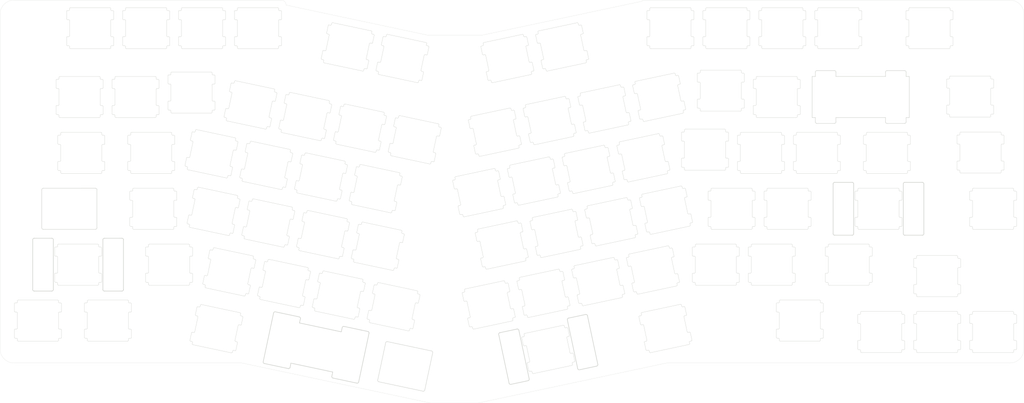
<source format=kicad_pcb>
(kicad_pcb (version 20171130) (host pcbnew "(5.1.6)-1")
  (layers (0 F.Cu signal) (31 B.Cu signal) (34 B.Paste user) (35 F.Paste user) (36 B.SilkS user) (37 F.SilkS user) (38 B.Mask user) (39 F.Mask user) (44 Edge.Cuts user))
  (net 0 "")
  (module "Plate Hole for MX:MX100_slot" (layer F.Cu) (at 374.489985 206.544109)
    (fp_text reference U16)
    (fp_text value HOLE)
    (fp_line (start 6.7 7) (end -6.7 7) (layer Edge.Cuts) (width 0.1))
    (fp_line (start -7 6.7) (end -7 6.3) (layer Edge.Cuts) (width 0.1))
    (fp_line (start 6.7 -7) (end -6.7 -7) (layer Edge.Cuts) (width 0.1))
    (fp_line (start -7 -2.6) (end -7 2.6) (layer Edge.Cuts) (width 0.1))
    (fp_line (start -7 -6.3) (end -7 -6.7) (layer Edge.Cuts) (width 0.1))
    (fp_line (start 7 6.3) (end 7 6.7) (layer Edge.Cuts) (width 0.1))
    (fp_line (start 7.3 -6) (end 7.7 -6) (layer Edge.Cuts) (width 0.1))
    (fp_line (start 8 -3.1) (end 8 -5.7) (layer Edge.Cuts) (width 0.1))
    (fp_line (start 7.8 -2.9) (end 7.3 -2.9) (layer Edge.Cuts) (width 0.1))
    (fp_line (start 7 2.6) (end 7 -2.6) (layer Edge.Cuts) (width 0.1))
    (fp_line (start 7 -6.7) (end 7 -6.3) (layer Edge.Cuts) (width 0.1))
    (fp_line (start 7.8 6) (end 7.3 6) (layer Edge.Cuts) (width 0.1))
    (fp_line (start 8 5.8) (end 8 3.2) (layer Edge.Cuts) (width 0.1))
    (fp_line (start 7.3 2.9) (end 7.7 2.9) (layer Edge.Cuts) (width 0.1))
    (fp_line (start -7.3 6) (end -7.7 6) (layer Edge.Cuts) (width 0.1))
    (fp_line (start -8 3.1) (end -8 5.7) (layer Edge.Cuts) (width 0.1))
    (fp_line (start -7.8 2.9) (end -7.3 2.9) (layer Edge.Cuts) (width 0.1))
    (fp_line (start -7.8 -6) (end -7.3 -6) (layer Edge.Cuts) (width 0.1))
    (fp_line (start -7.3 -2.9) (end -7.7 -2.9) (layer Edge.Cuts) (width 0.1))
    (fp_line (start -8 -5.8) (end -8 -3.2) (layer Edge.Cuts) (width 0.1))
    (fp_arc (start -7.8 -5.8) (end -7.8 -6) (angle -90) (layer Edge.Cuts) (width 0.1))
    (fp_arc (start -7.7 -3.2) (end -8 -3.2) (angle -90) (layer Edge.Cuts) (width 0.1))
    (fp_arc (start -7.3 -2.6) (end -7 -2.6) (angle -90) (layer Edge.Cuts) (width 0.1))
    (fp_arc (start -7.3 -6.3) (end -7.3 -6) (angle -90) (layer Edge.Cuts) (width 0.1))
    (fp_arc (start -7.3 6.3) (end -7 6.3) (angle -90) (layer Edge.Cuts) (width 0.1))
    (fp_arc (start -7.7 5.7) (end -8 5.7) (angle -90) (layer Edge.Cuts) (width 0.1))
    (fp_arc (start -7.3 2.6) (end -7.3 2.9) (angle -90) (layer Edge.Cuts) (width 0.1))
    (fp_arc (start -7.8 3.1) (end -7.8 2.9) (angle -90) (layer Edge.Cuts) (width 0.1))
    (fp_arc (start 7.8 5.8) (end 7.8 6) (angle -90) (layer Edge.Cuts) (width 0.1))
    (fp_arc (start 7.3 6.3) (end 7.3 6) (angle -90) (layer Edge.Cuts) (width 0.1))
    (fp_arc (start 7.7 3.2) (end 8 3.2) (angle -90) (layer Edge.Cuts) (width 0.1))
    (fp_arc (start 7.3 2.6) (end 7 2.6) (angle -90) (layer Edge.Cuts) (width 0.1))
    (fp_arc (start 7.7 -5.7) (end 8 -5.7) (angle -90) (layer Edge.Cuts) (width 0.1))
    (fp_arc (start 7.3 -6.3) (end 7 -6.3) (angle -90) (layer Edge.Cuts) (width 0.1))
    (fp_arc (start 6.7 6.7) (end 6.7 7) (angle -90) (layer Edge.Cuts) (width 0.1))
    (fp_arc (start 7.3 -2.6) (end 7.3 -2.9) (angle -90) (layer Edge.Cuts) (width 0.1))
    (fp_arc (start 7.8 -3.1) (end 7.8 -2.9) (angle -90) (layer Edge.Cuts) (width 0.1))
    (fp_arc (start 6.7 -6.7) (end 7 -6.7) (angle -90) (layer Edge.Cuts) (width 0.1))
    (fp_arc (start -6.7 -6.7) (end -6.7 -7) (angle -90) (layer Edge.Cuts) (width 0.1))
    (fp_arc (start -6.7 6.7) (end -7 6.7) (angle -90) (layer Edge.Cuts) (width 0.1))
  )
  (module "Plate Hole for MX:MX100_slot" (layer F.Cu) (at 355.439988 206.544108)
    (fp_text reference U16)
    (fp_text value HOLE)
    (fp_line (start -8 -5.8) (end -8 -3.2) (layer Edge.Cuts) (width 0.1))
    (fp_line (start -7.3 -2.9) (end -7.7 -2.9) (layer Edge.Cuts) (width 0.1))
    (fp_line (start -7.8 -6) (end -7.3 -6) (layer Edge.Cuts) (width 0.1))
    (fp_line (start -7.8 2.9) (end -7.3 2.9) (layer Edge.Cuts) (width 0.1))
    (fp_line (start -8 3.1) (end -8 5.7) (layer Edge.Cuts) (width 0.1))
    (fp_line (start -7.3 6) (end -7.7 6) (layer Edge.Cuts) (width 0.1))
    (fp_line (start 7.3 2.9) (end 7.7 2.9) (layer Edge.Cuts) (width 0.1))
    (fp_line (start 8 5.8) (end 8 3.2) (layer Edge.Cuts) (width 0.1))
    (fp_line (start 7.8 6) (end 7.3 6) (layer Edge.Cuts) (width 0.1))
    (fp_line (start 7 -6.7) (end 7 -6.3) (layer Edge.Cuts) (width 0.1))
    (fp_line (start 7 2.6) (end 7 -2.6) (layer Edge.Cuts) (width 0.1))
    (fp_line (start 7.8 -2.9) (end 7.3 -2.9) (layer Edge.Cuts) (width 0.1))
    (fp_line (start 8 -3.1) (end 8 -5.7) (layer Edge.Cuts) (width 0.1))
    (fp_line (start 7.3 -6) (end 7.7 -6) (layer Edge.Cuts) (width 0.1))
    (fp_line (start 7 6.3) (end 7 6.7) (layer Edge.Cuts) (width 0.1))
    (fp_line (start -7 -6.3) (end -7 -6.7) (layer Edge.Cuts) (width 0.1))
    (fp_line (start -7 -2.6) (end -7 2.6) (layer Edge.Cuts) (width 0.1))
    (fp_line (start 6.7 -7) (end -6.7 -7) (layer Edge.Cuts) (width 0.1))
    (fp_line (start -7 6.7) (end -7 6.3) (layer Edge.Cuts) (width 0.1))
    (fp_line (start 6.7 7) (end -6.7 7) (layer Edge.Cuts) (width 0.1))
    (fp_arc (start -6.7 6.7) (end -7 6.7) (angle -90) (layer Edge.Cuts) (width 0.1))
    (fp_arc (start -6.7 -6.7) (end -6.7 -7) (angle -90) (layer Edge.Cuts) (width 0.1))
    (fp_arc (start 6.7 -6.7) (end 7 -6.7) (angle -90) (layer Edge.Cuts) (width 0.1))
    (fp_arc (start 7.8 -3.1) (end 7.8 -2.9) (angle -90) (layer Edge.Cuts) (width 0.1))
    (fp_arc (start 7.3 -2.6) (end 7.3 -2.9) (angle -90) (layer Edge.Cuts) (width 0.1))
    (fp_arc (start 6.7 6.7) (end 6.7 7) (angle -90) (layer Edge.Cuts) (width 0.1))
    (fp_arc (start 7.3 -6.3) (end 7 -6.3) (angle -90) (layer Edge.Cuts) (width 0.1))
    (fp_arc (start 7.7 -5.7) (end 8 -5.7) (angle -90) (layer Edge.Cuts) (width 0.1))
    (fp_arc (start 7.3 2.6) (end 7 2.6) (angle -90) (layer Edge.Cuts) (width 0.1))
    (fp_arc (start 7.7 3.2) (end 8 3.2) (angle -90) (layer Edge.Cuts) (width 0.1))
    (fp_arc (start 7.3 6.3) (end 7.3 6) (angle -90) (layer Edge.Cuts) (width 0.1))
    (fp_arc (start 7.8 5.8) (end 7.8 6) (angle -90) (layer Edge.Cuts) (width 0.1))
    (fp_arc (start -7.8 3.1) (end -7.8 2.9) (angle -90) (layer Edge.Cuts) (width 0.1))
    (fp_arc (start -7.3 2.6) (end -7.3 2.9) (angle -90) (layer Edge.Cuts) (width 0.1))
    (fp_arc (start -7.7 5.7) (end -8 5.7) (angle -90) (layer Edge.Cuts) (width 0.1))
    (fp_arc (start -7.3 6.3) (end -7 6.3) (angle -90) (layer Edge.Cuts) (width 0.1))
    (fp_arc (start -7.3 -6.3) (end -7.3 -6) (angle -90) (layer Edge.Cuts) (width 0.1))
    (fp_arc (start -7.3 -2.6) (end -7 -2.6) (angle -90) (layer Edge.Cuts) (width 0.1))
    (fp_arc (start -7.7 -3.2) (end -8 -3.2) (angle -90) (layer Edge.Cuts) (width 0.1))
    (fp_arc (start -7.8 -5.8) (end -7.8 -6) (angle -90) (layer Edge.Cuts) (width 0.1))
  )
  (module "Plate Hole for MX:MX100_slot" (layer F.Cu) (at 336.389986 206.544109)
    (fp_text reference U16)
    (fp_text value HOLE)
    (fp_line (start 6.7 7) (end -6.7 7) (layer Edge.Cuts) (width 0.1))
    (fp_line (start -7 6.7) (end -7 6.3) (layer Edge.Cuts) (width 0.1))
    (fp_line (start 6.7 -7) (end -6.7 -7) (layer Edge.Cuts) (width 0.1))
    (fp_line (start -7 -2.6) (end -7 2.6) (layer Edge.Cuts) (width 0.1))
    (fp_line (start -7 -6.3) (end -7 -6.7) (layer Edge.Cuts) (width 0.1))
    (fp_line (start 7 6.3) (end 7 6.7) (layer Edge.Cuts) (width 0.1))
    (fp_line (start 7.3 -6) (end 7.7 -6) (layer Edge.Cuts) (width 0.1))
    (fp_line (start 8 -3.1) (end 8 -5.7) (layer Edge.Cuts) (width 0.1))
    (fp_line (start 7.8 -2.9) (end 7.3 -2.9) (layer Edge.Cuts) (width 0.1))
    (fp_line (start 7 2.6) (end 7 -2.6) (layer Edge.Cuts) (width 0.1))
    (fp_line (start 7 -6.7) (end 7 -6.3) (layer Edge.Cuts) (width 0.1))
    (fp_line (start 7.8 6) (end 7.3 6) (layer Edge.Cuts) (width 0.1))
    (fp_line (start 8 5.8) (end 8 3.2) (layer Edge.Cuts) (width 0.1))
    (fp_line (start 7.3 2.9) (end 7.7 2.9) (layer Edge.Cuts) (width 0.1))
    (fp_line (start -7.3 6) (end -7.7 6) (layer Edge.Cuts) (width 0.1))
    (fp_line (start -8 3.1) (end -8 5.7) (layer Edge.Cuts) (width 0.1))
    (fp_line (start -7.8 2.9) (end -7.3 2.9) (layer Edge.Cuts) (width 0.1))
    (fp_line (start -7.8 -6) (end -7.3 -6) (layer Edge.Cuts) (width 0.1))
    (fp_line (start -7.3 -2.9) (end -7.7 -2.9) (layer Edge.Cuts) (width 0.1))
    (fp_line (start -8 -5.8) (end -8 -3.2) (layer Edge.Cuts) (width 0.1))
    (fp_arc (start -7.8 -5.8) (end -7.8 -6) (angle -90) (layer Edge.Cuts) (width 0.1))
    (fp_arc (start -7.7 -3.2) (end -8 -3.2) (angle -90) (layer Edge.Cuts) (width 0.1))
    (fp_arc (start -7.3 -2.6) (end -7 -2.6) (angle -90) (layer Edge.Cuts) (width 0.1))
    (fp_arc (start -7.3 -6.3) (end -7.3 -6) (angle -90) (layer Edge.Cuts) (width 0.1))
    (fp_arc (start -7.3 6.3) (end -7 6.3) (angle -90) (layer Edge.Cuts) (width 0.1))
    (fp_arc (start -7.7 5.7) (end -8 5.7) (angle -90) (layer Edge.Cuts) (width 0.1))
    (fp_arc (start -7.3 2.6) (end -7.3 2.9) (angle -90) (layer Edge.Cuts) (width 0.1))
    (fp_arc (start -7.8 3.1) (end -7.8 2.9) (angle -90) (layer Edge.Cuts) (width 0.1))
    (fp_arc (start 7.8 5.8) (end 7.8 6) (angle -90) (layer Edge.Cuts) (width 0.1))
    (fp_arc (start 7.3 6.3) (end 7.3 6) (angle -90) (layer Edge.Cuts) (width 0.1))
    (fp_arc (start 7.7 3.2) (end 8 3.2) (angle -90) (layer Edge.Cuts) (width 0.1))
    (fp_arc (start 7.3 2.6) (end 7 2.6) (angle -90) (layer Edge.Cuts) (width 0.1))
    (fp_arc (start 7.7 -5.7) (end 8 -5.7) (angle -90) (layer Edge.Cuts) (width 0.1))
    (fp_arc (start 7.3 -6.3) (end 7 -6.3) (angle -90) (layer Edge.Cuts) (width 0.1))
    (fp_arc (start 6.7 6.7) (end 6.7 7) (angle -90) (layer Edge.Cuts) (width 0.1))
    (fp_arc (start 7.3 -2.6) (end 7.3 -2.9) (angle -90) (layer Edge.Cuts) (width 0.1))
    (fp_arc (start 7.8 -3.1) (end 7.8 -2.9) (angle -90) (layer Edge.Cuts) (width 0.1))
    (fp_arc (start 6.7 -6.7) (end 7 -6.7) (angle -90) (layer Edge.Cuts) (width 0.1))
    (fp_arc (start -6.7 -6.7) (end -6.7 -7) (angle -90) (layer Edge.Cuts) (width 0.1))
    (fp_arc (start -6.7 6.7) (end -7 6.7) (angle -90) (layer Edge.Cuts) (width 0.1))
  )
  (module "Plate Hole for MX:MX100_slot" (layer F.Cu) (at 355.439985 187.49411)
    (fp_text reference U16)
    (fp_text value HOLE)
    (fp_line (start -8 -5.8) (end -8 -3.2) (layer Edge.Cuts) (width 0.1))
    (fp_line (start -7.3 -2.9) (end -7.7 -2.9) (layer Edge.Cuts) (width 0.1))
    (fp_line (start -7.8 -6) (end -7.3 -6) (layer Edge.Cuts) (width 0.1))
    (fp_line (start -7.8 2.9) (end -7.3 2.9) (layer Edge.Cuts) (width 0.1))
    (fp_line (start -8 3.1) (end -8 5.7) (layer Edge.Cuts) (width 0.1))
    (fp_line (start -7.3 6) (end -7.7 6) (layer Edge.Cuts) (width 0.1))
    (fp_line (start 7.3 2.9) (end 7.7 2.9) (layer Edge.Cuts) (width 0.1))
    (fp_line (start 8 5.8) (end 8 3.2) (layer Edge.Cuts) (width 0.1))
    (fp_line (start 7.8 6) (end 7.3 6) (layer Edge.Cuts) (width 0.1))
    (fp_line (start 7 -6.7) (end 7 -6.3) (layer Edge.Cuts) (width 0.1))
    (fp_line (start 7 2.6) (end 7 -2.6) (layer Edge.Cuts) (width 0.1))
    (fp_line (start 7.8 -2.9) (end 7.3 -2.9) (layer Edge.Cuts) (width 0.1))
    (fp_line (start 8 -3.1) (end 8 -5.7) (layer Edge.Cuts) (width 0.1))
    (fp_line (start 7.3 -6) (end 7.7 -6) (layer Edge.Cuts) (width 0.1))
    (fp_line (start 7 6.3) (end 7 6.7) (layer Edge.Cuts) (width 0.1))
    (fp_line (start -7 -6.3) (end -7 -6.7) (layer Edge.Cuts) (width 0.1))
    (fp_line (start -7 -2.6) (end -7 2.6) (layer Edge.Cuts) (width 0.1))
    (fp_line (start 6.7 -7) (end -6.7 -7) (layer Edge.Cuts) (width 0.1))
    (fp_line (start -7 6.7) (end -7 6.3) (layer Edge.Cuts) (width 0.1))
    (fp_line (start 6.7 7) (end -6.7 7) (layer Edge.Cuts) (width 0.1))
    (fp_arc (start -6.7 6.7) (end -7 6.7) (angle -90) (layer Edge.Cuts) (width 0.1))
    (fp_arc (start -6.7 -6.7) (end -6.7 -7) (angle -90) (layer Edge.Cuts) (width 0.1))
    (fp_arc (start 6.7 -6.7) (end 7 -6.7) (angle -90) (layer Edge.Cuts) (width 0.1))
    (fp_arc (start 7.8 -3.1) (end 7.8 -2.9) (angle -90) (layer Edge.Cuts) (width 0.1))
    (fp_arc (start 7.3 -2.6) (end 7.3 -2.9) (angle -90) (layer Edge.Cuts) (width 0.1))
    (fp_arc (start 6.7 6.7) (end 6.7 7) (angle -90) (layer Edge.Cuts) (width 0.1))
    (fp_arc (start 7.3 -6.3) (end 7 -6.3) (angle -90) (layer Edge.Cuts) (width 0.1))
    (fp_arc (start 7.7 -5.7) (end 8 -5.7) (angle -90) (layer Edge.Cuts) (width 0.1))
    (fp_arc (start 7.3 2.6) (end 7 2.6) (angle -90) (layer Edge.Cuts) (width 0.1))
    (fp_arc (start 7.7 3.2) (end 8 3.2) (angle -90) (layer Edge.Cuts) (width 0.1))
    (fp_arc (start 7.3 6.3) (end 7.3 6) (angle -90) (layer Edge.Cuts) (width 0.1))
    (fp_arc (start 7.8 5.8) (end 7.8 6) (angle -90) (layer Edge.Cuts) (width 0.1))
    (fp_arc (start -7.8 3.1) (end -7.8 2.9) (angle -90) (layer Edge.Cuts) (width 0.1))
    (fp_arc (start -7.3 2.6) (end -7.3 2.9) (angle -90) (layer Edge.Cuts) (width 0.1))
    (fp_arc (start -7.7 5.7) (end -8 5.7) (angle -90) (layer Edge.Cuts) (width 0.1))
    (fp_arc (start -7.3 6.3) (end -7 6.3) (angle -90) (layer Edge.Cuts) (width 0.1))
    (fp_arc (start -7.3 -6.3) (end -7.3 -6) (angle -90) (layer Edge.Cuts) (width 0.1))
    (fp_arc (start -7.3 -2.6) (end -7 -2.6) (angle -90) (layer Edge.Cuts) (width 0.1))
    (fp_arc (start -7.7 -3.2) (end -8 -3.2) (angle -90) (layer Edge.Cuts) (width 0.1))
    (fp_arc (start -7.8 -5.8) (end -7.8 -6) (angle -90) (layer Edge.Cuts) (width 0.1))
  )
  (module "Plate Hole for MX:MX100_slot" (layer F.Cu) (at 374.489984 164.559232)
    (fp_text reference U16)
    (fp_text value HOLE)
    (fp_line (start 6.7 7) (end -6.7 7) (layer Edge.Cuts) (width 0.1))
    (fp_line (start -7 6.7) (end -7 6.3) (layer Edge.Cuts) (width 0.1))
    (fp_line (start 6.7 -7) (end -6.7 -7) (layer Edge.Cuts) (width 0.1))
    (fp_line (start -7 -2.6) (end -7 2.6) (layer Edge.Cuts) (width 0.1))
    (fp_line (start -7 -6.3) (end -7 -6.7) (layer Edge.Cuts) (width 0.1))
    (fp_line (start 7 6.3) (end 7 6.7) (layer Edge.Cuts) (width 0.1))
    (fp_line (start 7.3 -6) (end 7.7 -6) (layer Edge.Cuts) (width 0.1))
    (fp_line (start 8 -3.1) (end 8 -5.7) (layer Edge.Cuts) (width 0.1))
    (fp_line (start 7.8 -2.9) (end 7.3 -2.9) (layer Edge.Cuts) (width 0.1))
    (fp_line (start 7 2.6) (end 7 -2.6) (layer Edge.Cuts) (width 0.1))
    (fp_line (start 7 -6.7) (end 7 -6.3) (layer Edge.Cuts) (width 0.1))
    (fp_line (start 7.8 6) (end 7.3 6) (layer Edge.Cuts) (width 0.1))
    (fp_line (start 8 5.8) (end 8 3.2) (layer Edge.Cuts) (width 0.1))
    (fp_line (start 7.3 2.9) (end 7.7 2.9) (layer Edge.Cuts) (width 0.1))
    (fp_line (start -7.3 6) (end -7.7 6) (layer Edge.Cuts) (width 0.1))
    (fp_line (start -8 3.1) (end -8 5.7) (layer Edge.Cuts) (width 0.1))
    (fp_line (start -7.8 2.9) (end -7.3 2.9) (layer Edge.Cuts) (width 0.1))
    (fp_line (start -7.8 -6) (end -7.3 -6) (layer Edge.Cuts) (width 0.1))
    (fp_line (start -7.3 -2.9) (end -7.7 -2.9) (layer Edge.Cuts) (width 0.1))
    (fp_line (start -8 -5.8) (end -8 -3.2) (layer Edge.Cuts) (width 0.1))
    (fp_arc (start -7.8 -5.8) (end -7.8 -6) (angle -90) (layer Edge.Cuts) (width 0.1))
    (fp_arc (start -7.7 -3.2) (end -8 -3.2) (angle -90) (layer Edge.Cuts) (width 0.1))
    (fp_arc (start -7.3 -2.6) (end -7 -2.6) (angle -90) (layer Edge.Cuts) (width 0.1))
    (fp_arc (start -7.3 -6.3) (end -7.3 -6) (angle -90) (layer Edge.Cuts) (width 0.1))
    (fp_arc (start -7.3 6.3) (end -7 6.3) (angle -90) (layer Edge.Cuts) (width 0.1))
    (fp_arc (start -7.7 5.7) (end -8 5.7) (angle -90) (layer Edge.Cuts) (width 0.1))
    (fp_arc (start -7.3 2.6) (end -7.3 2.9) (angle -90) (layer Edge.Cuts) (width 0.1))
    (fp_arc (start -7.8 3.1) (end -7.8 2.9) (angle -90) (layer Edge.Cuts) (width 0.1))
    (fp_arc (start 7.8 5.8) (end 7.8 6) (angle -90) (layer Edge.Cuts) (width 0.1))
    (fp_arc (start 7.3 6.3) (end 7.3 6) (angle -90) (layer Edge.Cuts) (width 0.1))
    (fp_arc (start 7.7 3.2) (end 8 3.2) (angle -90) (layer Edge.Cuts) (width 0.1))
    (fp_arc (start 7.3 2.6) (end 7 2.6) (angle -90) (layer Edge.Cuts) (width 0.1))
    (fp_arc (start 7.7 -5.7) (end 8 -5.7) (angle -90) (layer Edge.Cuts) (width 0.1))
    (fp_arc (start 7.3 -6.3) (end 7 -6.3) (angle -90) (layer Edge.Cuts) (width 0.1))
    (fp_arc (start 6.7 6.7) (end 6.7 7) (angle -90) (layer Edge.Cuts) (width 0.1))
    (fp_arc (start 7.3 -2.6) (end 7.3 -2.9) (angle -90) (layer Edge.Cuts) (width 0.1))
    (fp_arc (start 7.8 -3.1) (end 7.8 -2.9) (angle -90) (layer Edge.Cuts) (width 0.1))
    (fp_arc (start 6.7 -6.7) (end 7 -6.7) (angle -90) (layer Edge.Cuts) (width 0.1))
    (fp_arc (start -6.7 -6.7) (end -6.7 -7) (angle -90) (layer Edge.Cuts) (width 0.1))
    (fp_arc (start -6.7 6.7) (end -7 6.7) (angle -90) (layer Edge.Cuts) (width 0.1))
  )
  (module "Plate Hole for MX:MX100_slot" (layer F.Cu) (at 335.484048 164.559228)
    (fp_text reference U16)
    (fp_text value HOLE)
    (fp_line (start 6.7 7) (end -6.7 7) (layer Edge.Cuts) (width 0.1))
    (fp_line (start -7 6.7) (end -7 6.3) (layer Edge.Cuts) (width 0.1))
    (fp_line (start 6.7 -7) (end -6.7 -7) (layer Edge.Cuts) (width 0.1))
    (fp_line (start -7 -2.6) (end -7 2.6) (layer Edge.Cuts) (width 0.1))
    (fp_line (start -7 -6.3) (end -7 -6.7) (layer Edge.Cuts) (width 0.1))
    (fp_line (start 7 6.3) (end 7 6.7) (layer Edge.Cuts) (width 0.1))
    (fp_line (start 7.3 -6) (end 7.7 -6) (layer Edge.Cuts) (width 0.1))
    (fp_line (start 8 -3.1) (end 8 -5.7) (layer Edge.Cuts) (width 0.1))
    (fp_line (start 7.8 -2.9) (end 7.3 -2.9) (layer Edge.Cuts) (width 0.1))
    (fp_line (start 7 2.6) (end 7 -2.6) (layer Edge.Cuts) (width 0.1))
    (fp_line (start 7 -6.7) (end 7 -6.3) (layer Edge.Cuts) (width 0.1))
    (fp_line (start 7.8 6) (end 7.3 6) (layer Edge.Cuts) (width 0.1))
    (fp_line (start 8 5.8) (end 8 3.2) (layer Edge.Cuts) (width 0.1))
    (fp_line (start 7.3 2.9) (end 7.7 2.9) (layer Edge.Cuts) (width 0.1))
    (fp_line (start -7.3 6) (end -7.7 6) (layer Edge.Cuts) (width 0.1))
    (fp_line (start -8 3.1) (end -8 5.7) (layer Edge.Cuts) (width 0.1))
    (fp_line (start -7.8 2.9) (end -7.3 2.9) (layer Edge.Cuts) (width 0.1))
    (fp_line (start -7.8 -6) (end -7.3 -6) (layer Edge.Cuts) (width 0.1))
    (fp_line (start -7.3 -2.9) (end -7.7 -2.9) (layer Edge.Cuts) (width 0.1))
    (fp_line (start -8 -5.8) (end -8 -3.2) (layer Edge.Cuts) (width 0.1))
    (fp_arc (start -7.8 -5.8) (end -7.8 -6) (angle -90) (layer Edge.Cuts) (width 0.1))
    (fp_arc (start -7.7 -3.2) (end -8 -3.2) (angle -90) (layer Edge.Cuts) (width 0.1))
    (fp_arc (start -7.3 -2.6) (end -7 -2.6) (angle -90) (layer Edge.Cuts) (width 0.1))
    (fp_arc (start -7.3 -6.3) (end -7.3 -6) (angle -90) (layer Edge.Cuts) (width 0.1))
    (fp_arc (start -7.3 6.3) (end -7 6.3) (angle -90) (layer Edge.Cuts) (width 0.1))
    (fp_arc (start -7.7 5.7) (end -8 5.7) (angle -90) (layer Edge.Cuts) (width 0.1))
    (fp_arc (start -7.3 2.6) (end -7.3 2.9) (angle -90) (layer Edge.Cuts) (width 0.1))
    (fp_arc (start -7.8 3.1) (end -7.8 2.9) (angle -90) (layer Edge.Cuts) (width 0.1))
    (fp_arc (start 7.8 5.8) (end 7.8 6) (angle -90) (layer Edge.Cuts) (width 0.1))
    (fp_arc (start 7.3 6.3) (end 7.3 6) (angle -90) (layer Edge.Cuts) (width 0.1))
    (fp_arc (start 7.7 3.2) (end 8 3.2) (angle -90) (layer Edge.Cuts) (width 0.1))
    (fp_arc (start 7.3 2.6) (end 7 2.6) (angle -90) (layer Edge.Cuts) (width 0.1))
    (fp_arc (start 7.7 -5.7) (end 8 -5.7) (angle -90) (layer Edge.Cuts) (width 0.1))
    (fp_arc (start 7.3 -6.3) (end 7 -6.3) (angle -90) (layer Edge.Cuts) (width 0.1))
    (fp_arc (start 6.7 6.7) (end 6.7 7) (angle -90) (layer Edge.Cuts) (width 0.1))
    (fp_arc (start 7.3 -2.6) (end 7.3 -2.9) (angle -90) (layer Edge.Cuts) (width 0.1))
    (fp_arc (start 7.8 -3.1) (end 7.8 -2.9) (angle -90) (layer Edge.Cuts) (width 0.1))
    (fp_arc (start 6.7 -6.7) (end 7 -6.7) (angle -90) (layer Edge.Cuts) (width 0.1))
    (fp_arc (start -6.7 -6.7) (end -6.7 -7) (angle -90) (layer Edge.Cuts) (width 0.1))
    (fp_arc (start -6.7 6.7) (end -7 6.7) (angle -90) (layer Edge.Cuts) (width 0.1))
  )
  (module "Plate Hole for MX:MX100_slot" (layer F.Cu) (at 325.369047 183.609229)
    (fp_text reference U16)
    (fp_text value HOLE)
    (fp_line (start -8 -5.8) (end -8 -3.2) (layer Edge.Cuts) (width 0.1))
    (fp_line (start -7.3 -2.9) (end -7.7 -2.9) (layer Edge.Cuts) (width 0.1))
    (fp_line (start -7.8 -6) (end -7.3 -6) (layer Edge.Cuts) (width 0.1))
    (fp_line (start -7.8 2.9) (end -7.3 2.9) (layer Edge.Cuts) (width 0.1))
    (fp_line (start -8 3.1) (end -8 5.7) (layer Edge.Cuts) (width 0.1))
    (fp_line (start -7.3 6) (end -7.7 6) (layer Edge.Cuts) (width 0.1))
    (fp_line (start 7.3 2.9) (end 7.7 2.9) (layer Edge.Cuts) (width 0.1))
    (fp_line (start 8 5.8) (end 8 3.2) (layer Edge.Cuts) (width 0.1))
    (fp_line (start 7.8 6) (end 7.3 6) (layer Edge.Cuts) (width 0.1))
    (fp_line (start 7 -6.7) (end 7 -6.3) (layer Edge.Cuts) (width 0.1))
    (fp_line (start 7 2.6) (end 7 -2.6) (layer Edge.Cuts) (width 0.1))
    (fp_line (start 7.8 -2.9) (end 7.3 -2.9) (layer Edge.Cuts) (width 0.1))
    (fp_line (start 8 -3.1) (end 8 -5.7) (layer Edge.Cuts) (width 0.1))
    (fp_line (start 7.3 -6) (end 7.7 -6) (layer Edge.Cuts) (width 0.1))
    (fp_line (start 7 6.3) (end 7 6.7) (layer Edge.Cuts) (width 0.1))
    (fp_line (start -7 -6.3) (end -7 -6.7) (layer Edge.Cuts) (width 0.1))
    (fp_line (start -7 -2.6) (end -7 2.6) (layer Edge.Cuts) (width 0.1))
    (fp_line (start 6.7 -7) (end -6.7 -7) (layer Edge.Cuts) (width 0.1))
    (fp_line (start -7 6.7) (end -7 6.3) (layer Edge.Cuts) (width 0.1))
    (fp_line (start 6.7 7) (end -6.7 7) (layer Edge.Cuts) (width 0.1))
    (fp_arc (start -6.7 6.7) (end -7 6.7) (angle -90) (layer Edge.Cuts) (width 0.1))
    (fp_arc (start -6.7 -6.7) (end -6.7 -7) (angle -90) (layer Edge.Cuts) (width 0.1))
    (fp_arc (start 6.7 -6.7) (end 7 -6.7) (angle -90) (layer Edge.Cuts) (width 0.1))
    (fp_arc (start 7.8 -3.1) (end 7.8 -2.9) (angle -90) (layer Edge.Cuts) (width 0.1))
    (fp_arc (start 7.3 -2.6) (end 7.3 -2.9) (angle -90) (layer Edge.Cuts) (width 0.1))
    (fp_arc (start 6.7 6.7) (end 6.7 7) (angle -90) (layer Edge.Cuts) (width 0.1))
    (fp_arc (start 7.3 -6.3) (end 7 -6.3) (angle -90) (layer Edge.Cuts) (width 0.1))
    (fp_arc (start 7.7 -5.7) (end 8 -5.7) (angle -90) (layer Edge.Cuts) (width 0.1))
    (fp_arc (start 7.3 2.6) (end 7 2.6) (angle -90) (layer Edge.Cuts) (width 0.1))
    (fp_arc (start 7.7 3.2) (end 8 3.2) (angle -90) (layer Edge.Cuts) (width 0.1))
    (fp_arc (start 7.3 6.3) (end 7.3 6) (angle -90) (layer Edge.Cuts) (width 0.1))
    (fp_arc (start 7.8 5.8) (end 7.8 6) (angle -90) (layer Edge.Cuts) (width 0.1))
    (fp_arc (start -7.8 3.1) (end -7.8 2.9) (angle -90) (layer Edge.Cuts) (width 0.1))
    (fp_arc (start -7.3 2.6) (end -7.3 2.9) (angle -90) (layer Edge.Cuts) (width 0.1))
    (fp_arc (start -7.7 5.7) (end -8 5.7) (angle -90) (layer Edge.Cuts) (width 0.1))
    (fp_arc (start -7.3 6.3) (end -7 6.3) (angle -90) (layer Edge.Cuts) (width 0.1))
    (fp_arc (start -7.3 -6.3) (end -7.3 -6) (angle -90) (layer Edge.Cuts) (width 0.1))
    (fp_arc (start -7.3 -2.6) (end -7 -2.6) (angle -90) (layer Edge.Cuts) (width 0.1))
    (fp_arc (start -7.7 -3.2) (end -8 -3.2) (angle -90) (layer Edge.Cuts) (width 0.1))
    (fp_arc (start -7.8 -5.8) (end -7.8 -6) (angle -90) (layer Edge.Cuts) (width 0.1))
  )
  (module "Plate Hole for MX:MX100_slot" (layer F.Cu) (at 308.719226 202.657908)
    (fp_text reference U16)
    (fp_text value HOLE)
    (fp_line (start 6.7 7) (end -6.7 7) (layer Edge.Cuts) (width 0.1))
    (fp_line (start -7 6.7) (end -7 6.3) (layer Edge.Cuts) (width 0.1))
    (fp_line (start 6.7 -7) (end -6.7 -7) (layer Edge.Cuts) (width 0.1))
    (fp_line (start -7 -2.6) (end -7 2.6) (layer Edge.Cuts) (width 0.1))
    (fp_line (start -7 -6.3) (end -7 -6.7) (layer Edge.Cuts) (width 0.1))
    (fp_line (start 7 6.3) (end 7 6.7) (layer Edge.Cuts) (width 0.1))
    (fp_line (start 7.3 -6) (end 7.7 -6) (layer Edge.Cuts) (width 0.1))
    (fp_line (start 8 -3.1) (end 8 -5.7) (layer Edge.Cuts) (width 0.1))
    (fp_line (start 7.8 -2.9) (end 7.3 -2.9) (layer Edge.Cuts) (width 0.1))
    (fp_line (start 7 2.6) (end 7 -2.6) (layer Edge.Cuts) (width 0.1))
    (fp_line (start 7 -6.7) (end 7 -6.3) (layer Edge.Cuts) (width 0.1))
    (fp_line (start 7.8 6) (end 7.3 6) (layer Edge.Cuts) (width 0.1))
    (fp_line (start 8 5.8) (end 8 3.2) (layer Edge.Cuts) (width 0.1))
    (fp_line (start 7.3 2.9) (end 7.7 2.9) (layer Edge.Cuts) (width 0.1))
    (fp_line (start -7.3 6) (end -7.7 6) (layer Edge.Cuts) (width 0.1))
    (fp_line (start -8 3.1) (end -8 5.7) (layer Edge.Cuts) (width 0.1))
    (fp_line (start -7.8 2.9) (end -7.3 2.9) (layer Edge.Cuts) (width 0.1))
    (fp_line (start -7.8 -6) (end -7.3 -6) (layer Edge.Cuts) (width 0.1))
    (fp_line (start -7.3 -2.9) (end -7.7 -2.9) (layer Edge.Cuts) (width 0.1))
    (fp_line (start -8 -5.8) (end -8 -3.2) (layer Edge.Cuts) (width 0.1))
    (fp_arc (start -7.8 -5.8) (end -7.8 -6) (angle -90) (layer Edge.Cuts) (width 0.1))
    (fp_arc (start -7.7 -3.2) (end -8 -3.2) (angle -90) (layer Edge.Cuts) (width 0.1))
    (fp_arc (start -7.3 -2.6) (end -7 -2.6) (angle -90) (layer Edge.Cuts) (width 0.1))
    (fp_arc (start -7.3 -6.3) (end -7.3 -6) (angle -90) (layer Edge.Cuts) (width 0.1))
    (fp_arc (start -7.3 6.3) (end -7 6.3) (angle -90) (layer Edge.Cuts) (width 0.1))
    (fp_arc (start -7.7 5.7) (end -8 5.7) (angle -90) (layer Edge.Cuts) (width 0.1))
    (fp_arc (start -7.3 2.6) (end -7.3 2.9) (angle -90) (layer Edge.Cuts) (width 0.1))
    (fp_arc (start -7.8 3.1) (end -7.8 2.9) (angle -90) (layer Edge.Cuts) (width 0.1))
    (fp_arc (start 7.8 5.8) (end 7.8 6) (angle -90) (layer Edge.Cuts) (width 0.1))
    (fp_arc (start 7.3 6.3) (end 7.3 6) (angle -90) (layer Edge.Cuts) (width 0.1))
    (fp_arc (start 7.7 3.2) (end 8 3.2) (angle -90) (layer Edge.Cuts) (width 0.1))
    (fp_arc (start 7.3 2.6) (end 7 2.6) (angle -90) (layer Edge.Cuts) (width 0.1))
    (fp_arc (start 7.7 -5.7) (end 8 -5.7) (angle -90) (layer Edge.Cuts) (width 0.1))
    (fp_arc (start 7.3 -6.3) (end 7 -6.3) (angle -90) (layer Edge.Cuts) (width 0.1))
    (fp_arc (start 6.7 6.7) (end 6.7 7) (angle -90) (layer Edge.Cuts) (width 0.1))
    (fp_arc (start 7.3 -2.6) (end 7.3 -2.9) (angle -90) (layer Edge.Cuts) (width 0.1))
    (fp_arc (start 7.8 -3.1) (end 7.8 -2.9) (angle -90) (layer Edge.Cuts) (width 0.1))
    (fp_arc (start 6.7 -6.7) (end 7 -6.7) (angle -90) (layer Edge.Cuts) (width 0.1))
    (fp_arc (start -6.7 -6.7) (end -6.7 -7) (angle -90) (layer Edge.Cuts) (width 0.1))
    (fp_arc (start -6.7 6.7) (end -7 6.7) (angle -90) (layer Edge.Cuts) (width 0.1))
  )
  (module "Plate Hole for MX:MX100_slot" (layer F.Cu) (at 299.174044 183.609233)
    (fp_text reference U16)
    (fp_text value HOLE)
    (fp_line (start -8 -5.8) (end -8 -3.2) (layer Edge.Cuts) (width 0.1))
    (fp_line (start -7.3 -2.9) (end -7.7 -2.9) (layer Edge.Cuts) (width 0.1))
    (fp_line (start -7.8 -6) (end -7.3 -6) (layer Edge.Cuts) (width 0.1))
    (fp_line (start -7.8 2.9) (end -7.3 2.9) (layer Edge.Cuts) (width 0.1))
    (fp_line (start -8 3.1) (end -8 5.7) (layer Edge.Cuts) (width 0.1))
    (fp_line (start -7.3 6) (end -7.7 6) (layer Edge.Cuts) (width 0.1))
    (fp_line (start 7.3 2.9) (end 7.7 2.9) (layer Edge.Cuts) (width 0.1))
    (fp_line (start 8 5.8) (end 8 3.2) (layer Edge.Cuts) (width 0.1))
    (fp_line (start 7.8 6) (end 7.3 6) (layer Edge.Cuts) (width 0.1))
    (fp_line (start 7 -6.7) (end 7 -6.3) (layer Edge.Cuts) (width 0.1))
    (fp_line (start 7 2.6) (end 7 -2.6) (layer Edge.Cuts) (width 0.1))
    (fp_line (start 7.8 -2.9) (end 7.3 -2.9) (layer Edge.Cuts) (width 0.1))
    (fp_line (start 8 -3.1) (end 8 -5.7) (layer Edge.Cuts) (width 0.1))
    (fp_line (start 7.3 -6) (end 7.7 -6) (layer Edge.Cuts) (width 0.1))
    (fp_line (start 7 6.3) (end 7 6.7) (layer Edge.Cuts) (width 0.1))
    (fp_line (start -7 -6.3) (end -7 -6.7) (layer Edge.Cuts) (width 0.1))
    (fp_line (start -7 -2.6) (end -7 2.6) (layer Edge.Cuts) (width 0.1))
    (fp_line (start 6.7 -7) (end -6.7 -7) (layer Edge.Cuts) (width 0.1))
    (fp_line (start -7 6.7) (end -7 6.3) (layer Edge.Cuts) (width 0.1))
    (fp_line (start 6.7 7) (end -6.7 7) (layer Edge.Cuts) (width 0.1))
    (fp_arc (start -6.7 6.7) (end -7 6.7) (angle -90) (layer Edge.Cuts) (width 0.1))
    (fp_arc (start -6.7 -6.7) (end -6.7 -7) (angle -90) (layer Edge.Cuts) (width 0.1))
    (fp_arc (start 6.7 -6.7) (end 7 -6.7) (angle -90) (layer Edge.Cuts) (width 0.1))
    (fp_arc (start 7.8 -3.1) (end 7.8 -2.9) (angle -90) (layer Edge.Cuts) (width 0.1))
    (fp_arc (start 7.3 -2.6) (end 7.3 -2.9) (angle -90) (layer Edge.Cuts) (width 0.1))
    (fp_arc (start 6.7 6.7) (end 6.7 7) (angle -90) (layer Edge.Cuts) (width 0.1))
    (fp_arc (start 7.3 -6.3) (end 7 -6.3) (angle -90) (layer Edge.Cuts) (width 0.1))
    (fp_arc (start 7.7 -5.7) (end 8 -5.7) (angle -90) (layer Edge.Cuts) (width 0.1))
    (fp_arc (start 7.3 2.6) (end 7 2.6) (angle -90) (layer Edge.Cuts) (width 0.1))
    (fp_arc (start 7.7 3.2) (end 8 3.2) (angle -90) (layer Edge.Cuts) (width 0.1))
    (fp_arc (start 7.3 6.3) (end 7.3 6) (angle -90) (layer Edge.Cuts) (width 0.1))
    (fp_arc (start 7.8 5.8) (end 7.8 6) (angle -90) (layer Edge.Cuts) (width 0.1))
    (fp_arc (start -7.8 3.1) (end -7.8 2.9) (angle -90) (layer Edge.Cuts) (width 0.1))
    (fp_arc (start -7.3 2.6) (end -7.3 2.9) (angle -90) (layer Edge.Cuts) (width 0.1))
    (fp_arc (start -7.7 5.7) (end -8 5.7) (angle -90) (layer Edge.Cuts) (width 0.1))
    (fp_arc (start -7.3 6.3) (end -7 6.3) (angle -90) (layer Edge.Cuts) (width 0.1))
    (fp_arc (start -7.3 -6.3) (end -7.3 -6) (angle -90) (layer Edge.Cuts) (width 0.1))
    (fp_arc (start -7.3 -2.6) (end -7 -2.6) (angle -90) (layer Edge.Cuts) (width 0.1))
    (fp_arc (start -7.7 -3.2) (end -8 -3.2) (angle -90) (layer Edge.Cuts) (width 0.1))
    (fp_arc (start -7.8 -5.8) (end -7.8 -6) (angle -90) (layer Edge.Cuts) (width 0.1))
  )
  (module "Plate Hole for MX:MX100_slot" (layer F.Cu) (at 280.124044 183.609228)
    (fp_text reference U16)
    (fp_text value HOLE)
    (fp_line (start 6.7 7) (end -6.7 7) (layer Edge.Cuts) (width 0.1))
    (fp_line (start -7 6.7) (end -7 6.3) (layer Edge.Cuts) (width 0.1))
    (fp_line (start 6.7 -7) (end -6.7 -7) (layer Edge.Cuts) (width 0.1))
    (fp_line (start -7 -2.6) (end -7 2.6) (layer Edge.Cuts) (width 0.1))
    (fp_line (start -7 -6.3) (end -7 -6.7) (layer Edge.Cuts) (width 0.1))
    (fp_line (start 7 6.3) (end 7 6.7) (layer Edge.Cuts) (width 0.1))
    (fp_line (start 7.3 -6) (end 7.7 -6) (layer Edge.Cuts) (width 0.1))
    (fp_line (start 8 -3.1) (end 8 -5.7) (layer Edge.Cuts) (width 0.1))
    (fp_line (start 7.8 -2.9) (end 7.3 -2.9) (layer Edge.Cuts) (width 0.1))
    (fp_line (start 7 2.6) (end 7 -2.6) (layer Edge.Cuts) (width 0.1))
    (fp_line (start 7 -6.7) (end 7 -6.3) (layer Edge.Cuts) (width 0.1))
    (fp_line (start 7.8 6) (end 7.3 6) (layer Edge.Cuts) (width 0.1))
    (fp_line (start 8 5.8) (end 8 3.2) (layer Edge.Cuts) (width 0.1))
    (fp_line (start 7.3 2.9) (end 7.7 2.9) (layer Edge.Cuts) (width 0.1))
    (fp_line (start -7.3 6) (end -7.7 6) (layer Edge.Cuts) (width 0.1))
    (fp_line (start -8 3.1) (end -8 5.7) (layer Edge.Cuts) (width 0.1))
    (fp_line (start -7.8 2.9) (end -7.3 2.9) (layer Edge.Cuts) (width 0.1))
    (fp_line (start -7.8 -6) (end -7.3 -6) (layer Edge.Cuts) (width 0.1))
    (fp_line (start -7.3 -2.9) (end -7.7 -2.9) (layer Edge.Cuts) (width 0.1))
    (fp_line (start -8 -5.8) (end -8 -3.2) (layer Edge.Cuts) (width 0.1))
    (fp_arc (start -7.8 -5.8) (end -7.8 -6) (angle -90) (layer Edge.Cuts) (width 0.1))
    (fp_arc (start -7.7 -3.2) (end -8 -3.2) (angle -90) (layer Edge.Cuts) (width 0.1))
    (fp_arc (start -7.3 -2.6) (end -7 -2.6) (angle -90) (layer Edge.Cuts) (width 0.1))
    (fp_arc (start -7.3 -6.3) (end -7.3 -6) (angle -90) (layer Edge.Cuts) (width 0.1))
    (fp_arc (start -7.3 6.3) (end -7 6.3) (angle -90) (layer Edge.Cuts) (width 0.1))
    (fp_arc (start -7.7 5.7) (end -8 5.7) (angle -90) (layer Edge.Cuts) (width 0.1))
    (fp_arc (start -7.3 2.6) (end -7.3 2.9) (angle -90) (layer Edge.Cuts) (width 0.1))
    (fp_arc (start -7.8 3.1) (end -7.8 2.9) (angle -90) (layer Edge.Cuts) (width 0.1))
    (fp_arc (start 7.8 5.8) (end 7.8 6) (angle -90) (layer Edge.Cuts) (width 0.1))
    (fp_arc (start 7.3 6.3) (end 7.3 6) (angle -90) (layer Edge.Cuts) (width 0.1))
    (fp_arc (start 7.7 3.2) (end 8 3.2) (angle -90) (layer Edge.Cuts) (width 0.1))
    (fp_arc (start 7.3 2.6) (end 7 2.6) (angle -90) (layer Edge.Cuts) (width 0.1))
    (fp_arc (start 7.7 -5.7) (end 8 -5.7) (angle -90) (layer Edge.Cuts) (width 0.1))
    (fp_arc (start 7.3 -6.3) (end 7 -6.3) (angle -90) (layer Edge.Cuts) (width 0.1))
    (fp_arc (start 6.7 6.7) (end 6.7 7) (angle -90) (layer Edge.Cuts) (width 0.1))
    (fp_arc (start 7.3 -2.6) (end 7.3 -2.9) (angle -90) (layer Edge.Cuts) (width 0.1))
    (fp_arc (start 7.8 -3.1) (end 7.8 -2.9) (angle -90) (layer Edge.Cuts) (width 0.1))
    (fp_arc (start 6.7 -6.7) (end 7 -6.7) (angle -90) (layer Edge.Cuts) (width 0.1))
    (fp_arc (start -6.7 -6.7) (end -6.7 -7) (angle -90) (layer Edge.Cuts) (width 0.1))
    (fp_arc (start -6.7 6.7) (end -7 6.7) (angle -90) (layer Edge.Cuts) (width 0.1))
  )
  (module "Plate Hole for MX:MX100_slot" (layer F.Cu) (at 304.534047 164.55923)
    (fp_text reference U16)
    (fp_text value HOLE)
    (fp_line (start -8 -5.8) (end -8 -3.2) (layer Edge.Cuts) (width 0.1))
    (fp_line (start -7.3 -2.9) (end -7.7 -2.9) (layer Edge.Cuts) (width 0.1))
    (fp_line (start -7.8 -6) (end -7.3 -6) (layer Edge.Cuts) (width 0.1))
    (fp_line (start -7.8 2.9) (end -7.3 2.9) (layer Edge.Cuts) (width 0.1))
    (fp_line (start -8 3.1) (end -8 5.7) (layer Edge.Cuts) (width 0.1))
    (fp_line (start -7.3 6) (end -7.7 6) (layer Edge.Cuts) (width 0.1))
    (fp_line (start 7.3 2.9) (end 7.7 2.9) (layer Edge.Cuts) (width 0.1))
    (fp_line (start 8 5.8) (end 8 3.2) (layer Edge.Cuts) (width 0.1))
    (fp_line (start 7.8 6) (end 7.3 6) (layer Edge.Cuts) (width 0.1))
    (fp_line (start 7 -6.7) (end 7 -6.3) (layer Edge.Cuts) (width 0.1))
    (fp_line (start 7 2.6) (end 7 -2.6) (layer Edge.Cuts) (width 0.1))
    (fp_line (start 7.8 -2.9) (end 7.3 -2.9) (layer Edge.Cuts) (width 0.1))
    (fp_line (start 8 -3.1) (end 8 -5.7) (layer Edge.Cuts) (width 0.1))
    (fp_line (start 7.3 -6) (end 7.7 -6) (layer Edge.Cuts) (width 0.1))
    (fp_line (start 7 6.3) (end 7 6.7) (layer Edge.Cuts) (width 0.1))
    (fp_line (start -7 -6.3) (end -7 -6.7) (layer Edge.Cuts) (width 0.1))
    (fp_line (start -7 -2.6) (end -7 2.6) (layer Edge.Cuts) (width 0.1))
    (fp_line (start 6.7 -7) (end -6.7 -7) (layer Edge.Cuts) (width 0.1))
    (fp_line (start -7 6.7) (end -7 6.3) (layer Edge.Cuts) (width 0.1))
    (fp_line (start 6.7 7) (end -6.7 7) (layer Edge.Cuts) (width 0.1))
    (fp_arc (start -6.7 6.7) (end -7 6.7) (angle -90) (layer Edge.Cuts) (width 0.1))
    (fp_arc (start -6.7 -6.7) (end -6.7 -7) (angle -90) (layer Edge.Cuts) (width 0.1))
    (fp_arc (start 6.7 -6.7) (end 7 -6.7) (angle -90) (layer Edge.Cuts) (width 0.1))
    (fp_arc (start 7.8 -3.1) (end 7.8 -2.9) (angle -90) (layer Edge.Cuts) (width 0.1))
    (fp_arc (start 7.3 -2.6) (end 7.3 -2.9) (angle -90) (layer Edge.Cuts) (width 0.1))
    (fp_arc (start 6.7 6.7) (end 6.7 7) (angle -90) (layer Edge.Cuts) (width 0.1))
    (fp_arc (start 7.3 -6.3) (end 7 -6.3) (angle -90) (layer Edge.Cuts) (width 0.1))
    (fp_arc (start 7.7 -5.7) (end 8 -5.7) (angle -90) (layer Edge.Cuts) (width 0.1))
    (fp_arc (start 7.3 2.6) (end 7 2.6) (angle -90) (layer Edge.Cuts) (width 0.1))
    (fp_arc (start 7.7 3.2) (end 8 3.2) (angle -90) (layer Edge.Cuts) (width 0.1))
    (fp_arc (start 7.3 6.3) (end 7.3 6) (angle -90) (layer Edge.Cuts) (width 0.1))
    (fp_arc (start 7.8 5.8) (end 7.8 6) (angle -90) (layer Edge.Cuts) (width 0.1))
    (fp_arc (start -7.8 3.1) (end -7.8 2.9) (angle -90) (layer Edge.Cuts) (width 0.1))
    (fp_arc (start -7.3 2.6) (end -7.3 2.9) (angle -90) (layer Edge.Cuts) (width 0.1))
    (fp_arc (start -7.7 5.7) (end -8 5.7) (angle -90) (layer Edge.Cuts) (width 0.1))
    (fp_arc (start -7.3 6.3) (end -7 6.3) (angle -90) (layer Edge.Cuts) (width 0.1))
    (fp_arc (start -7.3 -6.3) (end -7.3 -6) (angle -90) (layer Edge.Cuts) (width 0.1))
    (fp_arc (start -7.3 -2.6) (end -7 -2.6) (angle -90) (layer Edge.Cuts) (width 0.1))
    (fp_arc (start -7.7 -3.2) (end -8 -3.2) (angle -90) (layer Edge.Cuts) (width 0.1))
    (fp_arc (start -7.8 -5.8) (end -7.8 -6) (angle -90) (layer Edge.Cuts) (width 0.1))
  )
  (module "Plate Hole for MX:MX100_slot" (layer F.Cu) (at 285.484047 164.559231)
    (fp_text reference U16)
    (fp_text value HOLE)
    (fp_line (start 6.7 7) (end -6.7 7) (layer Edge.Cuts) (width 0.1))
    (fp_line (start -7 6.7) (end -7 6.3) (layer Edge.Cuts) (width 0.1))
    (fp_line (start 6.7 -7) (end -6.7 -7) (layer Edge.Cuts) (width 0.1))
    (fp_line (start -7 -2.6) (end -7 2.6) (layer Edge.Cuts) (width 0.1))
    (fp_line (start -7 -6.3) (end -7 -6.7) (layer Edge.Cuts) (width 0.1))
    (fp_line (start 7 6.3) (end 7 6.7) (layer Edge.Cuts) (width 0.1))
    (fp_line (start 7.3 -6) (end 7.7 -6) (layer Edge.Cuts) (width 0.1))
    (fp_line (start 8 -3.1) (end 8 -5.7) (layer Edge.Cuts) (width 0.1))
    (fp_line (start 7.8 -2.9) (end 7.3 -2.9) (layer Edge.Cuts) (width 0.1))
    (fp_line (start 7 2.6) (end 7 -2.6) (layer Edge.Cuts) (width 0.1))
    (fp_line (start 7 -6.7) (end 7 -6.3) (layer Edge.Cuts) (width 0.1))
    (fp_line (start 7.8 6) (end 7.3 6) (layer Edge.Cuts) (width 0.1))
    (fp_line (start 8 5.8) (end 8 3.2) (layer Edge.Cuts) (width 0.1))
    (fp_line (start 7.3 2.9) (end 7.7 2.9) (layer Edge.Cuts) (width 0.1))
    (fp_line (start -7.3 6) (end -7.7 6) (layer Edge.Cuts) (width 0.1))
    (fp_line (start -8 3.1) (end -8 5.7) (layer Edge.Cuts) (width 0.1))
    (fp_line (start -7.8 2.9) (end -7.3 2.9) (layer Edge.Cuts) (width 0.1))
    (fp_line (start -7.8 -6) (end -7.3 -6) (layer Edge.Cuts) (width 0.1))
    (fp_line (start -7.3 -2.9) (end -7.7 -2.9) (layer Edge.Cuts) (width 0.1))
    (fp_line (start -8 -5.8) (end -8 -3.2) (layer Edge.Cuts) (width 0.1))
    (fp_arc (start -7.8 -5.8) (end -7.8 -6) (angle -90) (layer Edge.Cuts) (width 0.1))
    (fp_arc (start -7.7 -3.2) (end -8 -3.2) (angle -90) (layer Edge.Cuts) (width 0.1))
    (fp_arc (start -7.3 -2.6) (end -7 -2.6) (angle -90) (layer Edge.Cuts) (width 0.1))
    (fp_arc (start -7.3 -6.3) (end -7.3 -6) (angle -90) (layer Edge.Cuts) (width 0.1))
    (fp_arc (start -7.3 6.3) (end -7 6.3) (angle -90) (layer Edge.Cuts) (width 0.1))
    (fp_arc (start -7.7 5.7) (end -8 5.7) (angle -90) (layer Edge.Cuts) (width 0.1))
    (fp_arc (start -7.3 2.6) (end -7.3 2.9) (angle -90) (layer Edge.Cuts) (width 0.1))
    (fp_arc (start -7.8 3.1) (end -7.8 2.9) (angle -90) (layer Edge.Cuts) (width 0.1))
    (fp_arc (start 7.8 5.8) (end 7.8 6) (angle -90) (layer Edge.Cuts) (width 0.1))
    (fp_arc (start 7.3 6.3) (end 7.3 6) (angle -90) (layer Edge.Cuts) (width 0.1))
    (fp_arc (start 7.7 3.2) (end 8 3.2) (angle -90) (layer Edge.Cuts) (width 0.1))
    (fp_arc (start 7.3 2.6) (end 7 2.6) (angle -90) (layer Edge.Cuts) (width 0.1))
    (fp_arc (start 7.7 -5.7) (end 8 -5.7) (angle -90) (layer Edge.Cuts) (width 0.1))
    (fp_arc (start 7.3 -6.3) (end 7 -6.3) (angle -90) (layer Edge.Cuts) (width 0.1))
    (fp_arc (start 6.7 6.7) (end 6.7 7) (angle -90) (layer Edge.Cuts) (width 0.1))
    (fp_arc (start 7.3 -2.6) (end 7.3 -2.9) (angle -90) (layer Edge.Cuts) (width 0.1))
    (fp_arc (start 7.8 -3.1) (end 7.8 -2.9) (angle -90) (layer Edge.Cuts) (width 0.1))
    (fp_arc (start 6.7 -6.7) (end 7 -6.7) (angle -90) (layer Edge.Cuts) (width 0.1))
    (fp_arc (start -6.7 -6.7) (end -6.7 -7) (angle -90) (layer Edge.Cuts) (width 0.1))
    (fp_arc (start -6.7 6.7) (end -7 6.7) (angle -90) (layer Edge.Cuts) (width 0.1))
  )
  (module "Plate Hole for MX:MX100_slot" (layer F.Cu) (at 370.210088 145.398689)
    (fp_text reference U16)
    (fp_text value HOLE)
    (fp_line (start -8 -5.8) (end -8 -3.2) (layer Edge.Cuts) (width 0.1))
    (fp_line (start -7.3 -2.9) (end -7.7 -2.9) (layer Edge.Cuts) (width 0.1))
    (fp_line (start -7.8 -6) (end -7.3 -6) (layer Edge.Cuts) (width 0.1))
    (fp_line (start -7.8 2.9) (end -7.3 2.9) (layer Edge.Cuts) (width 0.1))
    (fp_line (start -8 3.1) (end -8 5.7) (layer Edge.Cuts) (width 0.1))
    (fp_line (start -7.3 6) (end -7.7 6) (layer Edge.Cuts) (width 0.1))
    (fp_line (start 7.3 2.9) (end 7.7 2.9) (layer Edge.Cuts) (width 0.1))
    (fp_line (start 8 5.8) (end 8 3.2) (layer Edge.Cuts) (width 0.1))
    (fp_line (start 7.8 6) (end 7.3 6) (layer Edge.Cuts) (width 0.1))
    (fp_line (start 7 -6.7) (end 7 -6.3) (layer Edge.Cuts) (width 0.1))
    (fp_line (start 7 2.6) (end 7 -2.6) (layer Edge.Cuts) (width 0.1))
    (fp_line (start 7.8 -2.9) (end 7.3 -2.9) (layer Edge.Cuts) (width 0.1))
    (fp_line (start 8 -3.1) (end 8 -5.7) (layer Edge.Cuts) (width 0.1))
    (fp_line (start 7.3 -6) (end 7.7 -6) (layer Edge.Cuts) (width 0.1))
    (fp_line (start 7 6.3) (end 7 6.7) (layer Edge.Cuts) (width 0.1))
    (fp_line (start -7 -6.3) (end -7 -6.7) (layer Edge.Cuts) (width 0.1))
    (fp_line (start -7 -2.6) (end -7 2.6) (layer Edge.Cuts) (width 0.1))
    (fp_line (start 6.7 -7) (end -6.7 -7) (layer Edge.Cuts) (width 0.1))
    (fp_line (start -7 6.7) (end -7 6.3) (layer Edge.Cuts) (width 0.1))
    (fp_line (start 6.7 7) (end -6.7 7) (layer Edge.Cuts) (width 0.1))
    (fp_arc (start -6.7 6.7) (end -7 6.7) (angle -90) (layer Edge.Cuts) (width 0.1))
    (fp_arc (start -6.7 -6.7) (end -6.7 -7) (angle -90) (layer Edge.Cuts) (width 0.1))
    (fp_arc (start 6.7 -6.7) (end 7 -6.7) (angle -90) (layer Edge.Cuts) (width 0.1))
    (fp_arc (start 7.8 -3.1) (end 7.8 -2.9) (angle -90) (layer Edge.Cuts) (width 0.1))
    (fp_arc (start 7.3 -2.6) (end 7.3 -2.9) (angle -90) (layer Edge.Cuts) (width 0.1))
    (fp_arc (start 6.7 6.7) (end 6.7 7) (angle -90) (layer Edge.Cuts) (width 0.1))
    (fp_arc (start 7.3 -6.3) (end 7 -6.3) (angle -90) (layer Edge.Cuts) (width 0.1))
    (fp_arc (start 7.7 -5.7) (end 8 -5.7) (angle -90) (layer Edge.Cuts) (width 0.1))
    (fp_arc (start 7.3 2.6) (end 7 2.6) (angle -90) (layer Edge.Cuts) (width 0.1))
    (fp_arc (start 7.7 3.2) (end 8 3.2) (angle -90) (layer Edge.Cuts) (width 0.1))
    (fp_arc (start 7.3 6.3) (end 7.3 6) (angle -90) (layer Edge.Cuts) (width 0.1))
    (fp_arc (start 7.8 5.8) (end 7.8 6) (angle -90) (layer Edge.Cuts) (width 0.1))
    (fp_arc (start -7.8 3.1) (end -7.8 2.9) (angle -90) (layer Edge.Cuts) (width 0.1))
    (fp_arc (start -7.3 2.6) (end -7.3 2.9) (angle -90) (layer Edge.Cuts) (width 0.1))
    (fp_arc (start -7.7 5.7) (end -8 5.7) (angle -90) (layer Edge.Cuts) (width 0.1))
    (fp_arc (start -7.3 6.3) (end -7 6.3) (angle -90) (layer Edge.Cuts) (width 0.1))
    (fp_arc (start -7.3 -6.3) (end -7.3 -6) (angle -90) (layer Edge.Cuts) (width 0.1))
    (fp_arc (start -7.3 -2.6) (end -7 -2.6) (angle -90) (layer Edge.Cuts) (width 0.1))
    (fp_arc (start -7.7 -3.2) (end -8 -3.2) (angle -90) (layer Edge.Cuts) (width 0.1))
    (fp_arc (start -7.8 -5.8) (end -7.8 -6) (angle -90) (layer Edge.Cuts) (width 0.1))
  )
  (module "Plate Hole for MX:MX100_slot" (layer F.Cu) (at 338.364048 145.50923)
    (fp_text reference U16)
    (fp_text value HOLE)
    (fp_line (start 6.7 7) (end -6.7 7) (layer Edge.Cuts) (width 0.1))
    (fp_line (start -7 6.7) (end -7 6.3) (layer Edge.Cuts) (width 0.1))
    (fp_line (start 6.7 -7) (end -6.7 -7) (layer Edge.Cuts) (width 0.1))
    (fp_line (start -7 -2.6) (end -7 2.6) (layer Edge.Cuts) (width 0.1))
    (fp_line (start -7 -6.3) (end -7 -6.7) (layer Edge.Cuts) (width 0.1))
    (fp_line (start 7 6.3) (end 7 6.7) (layer Edge.Cuts) (width 0.1))
    (fp_line (start 7.3 -6) (end 7.7 -6) (layer Edge.Cuts) (width 0.1))
    (fp_line (start 8 -3.1) (end 8 -5.7) (layer Edge.Cuts) (width 0.1))
    (fp_line (start 7.8 -2.9) (end 7.3 -2.9) (layer Edge.Cuts) (width 0.1))
    (fp_line (start 7 2.6) (end 7 -2.6) (layer Edge.Cuts) (width 0.1))
    (fp_line (start 7 -6.7) (end 7 -6.3) (layer Edge.Cuts) (width 0.1))
    (fp_line (start 7.8 6) (end 7.3 6) (layer Edge.Cuts) (width 0.1))
    (fp_line (start 8 5.8) (end 8 3.2) (layer Edge.Cuts) (width 0.1))
    (fp_line (start 7.3 2.9) (end 7.7 2.9) (layer Edge.Cuts) (width 0.1))
    (fp_line (start -7.3 6) (end -7.7 6) (layer Edge.Cuts) (width 0.1))
    (fp_line (start -8 3.1) (end -8 5.7) (layer Edge.Cuts) (width 0.1))
    (fp_line (start -7.8 2.9) (end -7.3 2.9) (layer Edge.Cuts) (width 0.1))
    (fp_line (start -7.8 -6) (end -7.3 -6) (layer Edge.Cuts) (width 0.1))
    (fp_line (start -7.3 -2.9) (end -7.7 -2.9) (layer Edge.Cuts) (width 0.1))
    (fp_line (start -8 -5.8) (end -8 -3.2) (layer Edge.Cuts) (width 0.1))
    (fp_arc (start -7.8 -5.8) (end -7.8 -6) (angle -90) (layer Edge.Cuts) (width 0.1))
    (fp_arc (start -7.7 -3.2) (end -8 -3.2) (angle -90) (layer Edge.Cuts) (width 0.1))
    (fp_arc (start -7.3 -2.6) (end -7 -2.6) (angle -90) (layer Edge.Cuts) (width 0.1))
    (fp_arc (start -7.3 -6.3) (end -7.3 -6) (angle -90) (layer Edge.Cuts) (width 0.1))
    (fp_arc (start -7.3 6.3) (end -7 6.3) (angle -90) (layer Edge.Cuts) (width 0.1))
    (fp_arc (start -7.7 5.7) (end -8 5.7) (angle -90) (layer Edge.Cuts) (width 0.1))
    (fp_arc (start -7.3 2.6) (end -7.3 2.9) (angle -90) (layer Edge.Cuts) (width 0.1))
    (fp_arc (start -7.8 3.1) (end -7.8 2.9) (angle -90) (layer Edge.Cuts) (width 0.1))
    (fp_arc (start 7.8 5.8) (end 7.8 6) (angle -90) (layer Edge.Cuts) (width 0.1))
    (fp_arc (start 7.3 6.3) (end 7.3 6) (angle -90) (layer Edge.Cuts) (width 0.1))
    (fp_arc (start 7.7 3.2) (end 8 3.2) (angle -90) (layer Edge.Cuts) (width 0.1))
    (fp_arc (start 7.3 2.6) (end 7 2.6) (angle -90) (layer Edge.Cuts) (width 0.1))
    (fp_arc (start 7.7 -5.7) (end 8 -5.7) (angle -90) (layer Edge.Cuts) (width 0.1))
    (fp_arc (start 7.3 -6.3) (end 7 -6.3) (angle -90) (layer Edge.Cuts) (width 0.1))
    (fp_arc (start 6.7 6.7) (end 6.7 7) (angle -90) (layer Edge.Cuts) (width 0.1))
    (fp_arc (start 7.3 -2.6) (end 7.3 -2.9) (angle -90) (layer Edge.Cuts) (width 0.1))
    (fp_arc (start 7.8 -3.1) (end 7.8 -2.9) (angle -90) (layer Edge.Cuts) (width 0.1))
    (fp_arc (start 6.7 -6.7) (end 7 -6.7) (angle -90) (layer Edge.Cuts) (width 0.1))
    (fp_arc (start -6.7 -6.7) (end -6.7 -7) (angle -90) (layer Edge.Cuts) (width 0.1))
    (fp_arc (start -6.7 6.7) (end -7 6.7) (angle -90) (layer Edge.Cuts) (width 0.1))
  )
  (module "Plate Hole for MX:MX100_slot" (layer F.Cu) (at 314.544045 145.509227)
    (fp_text reference U16)
    (fp_text value HOLE)
    (fp_line (start -8 -5.8) (end -8 -3.2) (layer Edge.Cuts) (width 0.1))
    (fp_line (start -7.3 -2.9) (end -7.7 -2.9) (layer Edge.Cuts) (width 0.1))
    (fp_line (start -7.8 -6) (end -7.3 -6) (layer Edge.Cuts) (width 0.1))
    (fp_line (start -7.8 2.9) (end -7.3 2.9) (layer Edge.Cuts) (width 0.1))
    (fp_line (start -8 3.1) (end -8 5.7) (layer Edge.Cuts) (width 0.1))
    (fp_line (start -7.3 6) (end -7.7 6) (layer Edge.Cuts) (width 0.1))
    (fp_line (start 7.3 2.9) (end 7.7 2.9) (layer Edge.Cuts) (width 0.1))
    (fp_line (start 8 5.8) (end 8 3.2) (layer Edge.Cuts) (width 0.1))
    (fp_line (start 7.8 6) (end 7.3 6) (layer Edge.Cuts) (width 0.1))
    (fp_line (start 7 -6.7) (end 7 -6.3) (layer Edge.Cuts) (width 0.1))
    (fp_line (start 7 2.6) (end 7 -2.6) (layer Edge.Cuts) (width 0.1))
    (fp_line (start 7.8 -2.9) (end 7.3 -2.9) (layer Edge.Cuts) (width 0.1))
    (fp_line (start 8 -3.1) (end 8 -5.7) (layer Edge.Cuts) (width 0.1))
    (fp_line (start 7.3 -6) (end 7.7 -6) (layer Edge.Cuts) (width 0.1))
    (fp_line (start 7 6.3) (end 7 6.7) (layer Edge.Cuts) (width 0.1))
    (fp_line (start -7 -6.3) (end -7 -6.7) (layer Edge.Cuts) (width 0.1))
    (fp_line (start -7 -2.6) (end -7 2.6) (layer Edge.Cuts) (width 0.1))
    (fp_line (start 6.7 -7) (end -6.7 -7) (layer Edge.Cuts) (width 0.1))
    (fp_line (start -7 6.7) (end -7 6.3) (layer Edge.Cuts) (width 0.1))
    (fp_line (start 6.7 7) (end -6.7 7) (layer Edge.Cuts) (width 0.1))
    (fp_arc (start -6.7 6.7) (end -7 6.7) (angle -90) (layer Edge.Cuts) (width 0.1))
    (fp_arc (start -6.7 -6.7) (end -6.7 -7) (angle -90) (layer Edge.Cuts) (width 0.1))
    (fp_arc (start 6.7 -6.7) (end 7 -6.7) (angle -90) (layer Edge.Cuts) (width 0.1))
    (fp_arc (start 7.8 -3.1) (end 7.8 -2.9) (angle -90) (layer Edge.Cuts) (width 0.1))
    (fp_arc (start 7.3 -2.6) (end 7.3 -2.9) (angle -90) (layer Edge.Cuts) (width 0.1))
    (fp_arc (start 6.7 6.7) (end 6.7 7) (angle -90) (layer Edge.Cuts) (width 0.1))
    (fp_arc (start 7.3 -6.3) (end 7 -6.3) (angle -90) (layer Edge.Cuts) (width 0.1))
    (fp_arc (start 7.7 -5.7) (end 8 -5.7) (angle -90) (layer Edge.Cuts) (width 0.1))
    (fp_arc (start 7.3 2.6) (end 7 2.6) (angle -90) (layer Edge.Cuts) (width 0.1))
    (fp_arc (start 7.7 3.2) (end 8 3.2) (angle -90) (layer Edge.Cuts) (width 0.1))
    (fp_arc (start 7.3 6.3) (end 7.3 6) (angle -90) (layer Edge.Cuts) (width 0.1))
    (fp_arc (start 7.8 5.8) (end 7.8 6) (angle -90) (layer Edge.Cuts) (width 0.1))
    (fp_arc (start -7.8 3.1) (end -7.8 2.9) (angle -90) (layer Edge.Cuts) (width 0.1))
    (fp_arc (start -7.3 2.6) (end -7.3 2.9) (angle -90) (layer Edge.Cuts) (width 0.1))
    (fp_arc (start -7.7 5.7) (end -8 5.7) (angle -90) (layer Edge.Cuts) (width 0.1))
    (fp_arc (start -7.3 6.3) (end -7 6.3) (angle -90) (layer Edge.Cuts) (width 0.1))
    (fp_arc (start -7.3 -6.3) (end -7.3 -6) (angle -90) (layer Edge.Cuts) (width 0.1))
    (fp_arc (start -7.3 -2.6) (end -7 -2.6) (angle -90) (layer Edge.Cuts) (width 0.1))
    (fp_arc (start -7.7 -3.2) (end -8 -3.2) (angle -90) (layer Edge.Cuts) (width 0.1))
    (fp_arc (start -7.8 -5.8) (end -7.8 -6) (angle -90) (layer Edge.Cuts) (width 0.1))
  )
  (module "Plate Hole for MX:MX100_slot" (layer F.Cu) (at 295.494046 145.509226)
    (fp_text reference U16)
    (fp_text value HOLE)
    (fp_line (start 6.7 7) (end -6.7 7) (layer Edge.Cuts) (width 0.1))
    (fp_line (start -7 6.7) (end -7 6.3) (layer Edge.Cuts) (width 0.1))
    (fp_line (start 6.7 -7) (end -6.7 -7) (layer Edge.Cuts) (width 0.1))
    (fp_line (start -7 -2.6) (end -7 2.6) (layer Edge.Cuts) (width 0.1))
    (fp_line (start -7 -6.3) (end -7 -6.7) (layer Edge.Cuts) (width 0.1))
    (fp_line (start 7 6.3) (end 7 6.7) (layer Edge.Cuts) (width 0.1))
    (fp_line (start 7.3 -6) (end 7.7 -6) (layer Edge.Cuts) (width 0.1))
    (fp_line (start 8 -3.1) (end 8 -5.7) (layer Edge.Cuts) (width 0.1))
    (fp_line (start 7.8 -2.9) (end 7.3 -2.9) (layer Edge.Cuts) (width 0.1))
    (fp_line (start 7 2.6) (end 7 -2.6) (layer Edge.Cuts) (width 0.1))
    (fp_line (start 7 -6.7) (end 7 -6.3) (layer Edge.Cuts) (width 0.1))
    (fp_line (start 7.8 6) (end 7.3 6) (layer Edge.Cuts) (width 0.1))
    (fp_line (start 8 5.8) (end 8 3.2) (layer Edge.Cuts) (width 0.1))
    (fp_line (start 7.3 2.9) (end 7.7 2.9) (layer Edge.Cuts) (width 0.1))
    (fp_line (start -7.3 6) (end -7.7 6) (layer Edge.Cuts) (width 0.1))
    (fp_line (start -8 3.1) (end -8 5.7) (layer Edge.Cuts) (width 0.1))
    (fp_line (start -7.8 2.9) (end -7.3 2.9) (layer Edge.Cuts) (width 0.1))
    (fp_line (start -7.8 -6) (end -7.3 -6) (layer Edge.Cuts) (width 0.1))
    (fp_line (start -7.3 -2.9) (end -7.7 -2.9) (layer Edge.Cuts) (width 0.1))
    (fp_line (start -8 -5.8) (end -8 -3.2) (layer Edge.Cuts) (width 0.1))
    (fp_arc (start -7.8 -5.8) (end -7.8 -6) (angle -90) (layer Edge.Cuts) (width 0.1))
    (fp_arc (start -7.7 -3.2) (end -8 -3.2) (angle -90) (layer Edge.Cuts) (width 0.1))
    (fp_arc (start -7.3 -2.6) (end -7 -2.6) (angle -90) (layer Edge.Cuts) (width 0.1))
    (fp_arc (start -7.3 -6.3) (end -7.3 -6) (angle -90) (layer Edge.Cuts) (width 0.1))
    (fp_arc (start -7.3 6.3) (end -7 6.3) (angle -90) (layer Edge.Cuts) (width 0.1))
    (fp_arc (start -7.7 5.7) (end -8 5.7) (angle -90) (layer Edge.Cuts) (width 0.1))
    (fp_arc (start -7.3 2.6) (end -7.3 2.9) (angle -90) (layer Edge.Cuts) (width 0.1))
    (fp_arc (start -7.8 3.1) (end -7.8 2.9) (angle -90) (layer Edge.Cuts) (width 0.1))
    (fp_arc (start 7.8 5.8) (end 7.8 6) (angle -90) (layer Edge.Cuts) (width 0.1))
    (fp_arc (start 7.3 6.3) (end 7.3 6) (angle -90) (layer Edge.Cuts) (width 0.1))
    (fp_arc (start 7.7 3.2) (end 8 3.2) (angle -90) (layer Edge.Cuts) (width 0.1))
    (fp_arc (start 7.3 2.6) (end 7 2.6) (angle -90) (layer Edge.Cuts) (width 0.1))
    (fp_arc (start 7.7 -5.7) (end 8 -5.7) (angle -90) (layer Edge.Cuts) (width 0.1))
    (fp_arc (start 7.3 -6.3) (end 7 -6.3) (angle -90) (layer Edge.Cuts) (width 0.1))
    (fp_arc (start 6.7 6.7) (end 6.7 7) (angle -90) (layer Edge.Cuts) (width 0.1))
    (fp_arc (start 7.3 -2.6) (end 7.3 -2.9) (angle -90) (layer Edge.Cuts) (width 0.1))
    (fp_arc (start 7.8 -3.1) (end 7.8 -2.9) (angle -90) (layer Edge.Cuts) (width 0.1))
    (fp_arc (start 6.7 -6.7) (end 7 -6.7) (angle -90) (layer Edge.Cuts) (width 0.1))
    (fp_arc (start -6.7 -6.7) (end -6.7 -7) (angle -90) (layer Edge.Cuts) (width 0.1))
    (fp_arc (start -6.7 6.7) (end -7 6.7) (angle -90) (layer Edge.Cuts) (width 0.1))
  )
  (module "Plate Hole for MX:MX100_slot" (layer F.Cu) (at 276.443447 144.428409)
    (fp_text reference U16)
    (fp_text value HOLE)
    (fp_line (start -8 -5.8) (end -8 -3.2) (layer Edge.Cuts) (width 0.1))
    (fp_line (start -7.3 -2.9) (end -7.7 -2.9) (layer Edge.Cuts) (width 0.1))
    (fp_line (start -7.8 -6) (end -7.3 -6) (layer Edge.Cuts) (width 0.1))
    (fp_line (start -7.8 2.9) (end -7.3 2.9) (layer Edge.Cuts) (width 0.1))
    (fp_line (start -8 3.1) (end -8 5.7) (layer Edge.Cuts) (width 0.1))
    (fp_line (start -7.3 6) (end -7.7 6) (layer Edge.Cuts) (width 0.1))
    (fp_line (start 7.3 2.9) (end 7.7 2.9) (layer Edge.Cuts) (width 0.1))
    (fp_line (start 8 5.8) (end 8 3.2) (layer Edge.Cuts) (width 0.1))
    (fp_line (start 7.8 6) (end 7.3 6) (layer Edge.Cuts) (width 0.1))
    (fp_line (start 7 -6.7) (end 7 -6.3) (layer Edge.Cuts) (width 0.1))
    (fp_line (start 7 2.6) (end 7 -2.6) (layer Edge.Cuts) (width 0.1))
    (fp_line (start 7.8 -2.9) (end 7.3 -2.9) (layer Edge.Cuts) (width 0.1))
    (fp_line (start 8 -3.1) (end 8 -5.7) (layer Edge.Cuts) (width 0.1))
    (fp_line (start 7.3 -6) (end 7.7 -6) (layer Edge.Cuts) (width 0.1))
    (fp_line (start 7 6.3) (end 7 6.7) (layer Edge.Cuts) (width 0.1))
    (fp_line (start -7 -6.3) (end -7 -6.7) (layer Edge.Cuts) (width 0.1))
    (fp_line (start -7 -2.6) (end -7 2.6) (layer Edge.Cuts) (width 0.1))
    (fp_line (start 6.7 -7) (end -6.7 -7) (layer Edge.Cuts) (width 0.1))
    (fp_line (start -7 6.7) (end -7 6.3) (layer Edge.Cuts) (width 0.1))
    (fp_line (start 6.7 7) (end -6.7 7) (layer Edge.Cuts) (width 0.1))
    (fp_arc (start -6.7 6.7) (end -7 6.7) (angle -90) (layer Edge.Cuts) (width 0.1))
    (fp_arc (start -6.7 -6.7) (end -6.7 -7) (angle -90) (layer Edge.Cuts) (width 0.1))
    (fp_arc (start 6.7 -6.7) (end 7 -6.7) (angle -90) (layer Edge.Cuts) (width 0.1))
    (fp_arc (start 7.8 -3.1) (end 7.8 -2.9) (angle -90) (layer Edge.Cuts) (width 0.1))
    (fp_arc (start 7.3 -2.6) (end 7.3 -2.9) (angle -90) (layer Edge.Cuts) (width 0.1))
    (fp_arc (start 6.7 6.7) (end 6.7 7) (angle -90) (layer Edge.Cuts) (width 0.1))
    (fp_arc (start 7.3 -6.3) (end 7 -6.3) (angle -90) (layer Edge.Cuts) (width 0.1))
    (fp_arc (start 7.7 -5.7) (end 8 -5.7) (angle -90) (layer Edge.Cuts) (width 0.1))
    (fp_arc (start 7.3 2.6) (end 7 2.6) (angle -90) (layer Edge.Cuts) (width 0.1))
    (fp_arc (start 7.7 3.2) (end 8 3.2) (angle -90) (layer Edge.Cuts) (width 0.1))
    (fp_arc (start 7.3 6.3) (end 7.3 6) (angle -90) (layer Edge.Cuts) (width 0.1))
    (fp_arc (start 7.8 5.8) (end 7.8 6) (angle -90) (layer Edge.Cuts) (width 0.1))
    (fp_arc (start -7.8 3.1) (end -7.8 2.9) (angle -90) (layer Edge.Cuts) (width 0.1))
    (fp_arc (start -7.3 2.6) (end -7.3 2.9) (angle -90) (layer Edge.Cuts) (width 0.1))
    (fp_arc (start -7.7 5.7) (end -8 5.7) (angle -90) (layer Edge.Cuts) (width 0.1))
    (fp_arc (start -7.3 6.3) (end -7 6.3) (angle -90) (layer Edge.Cuts) (width 0.1))
    (fp_arc (start -7.3 -6.3) (end -7.3 -6) (angle -90) (layer Edge.Cuts) (width 0.1))
    (fp_arc (start -7.3 -2.6) (end -7 -2.6) (angle -90) (layer Edge.Cuts) (width 0.1))
    (fp_arc (start -7.7 -3.2) (end -8 -3.2) (angle -90) (layer Edge.Cuts) (width 0.1))
    (fp_arc (start -7.8 -5.8) (end -7.8 -6) (angle -90) (layer Edge.Cuts) (width 0.1))
  )
  (module "Plate Hole for MX:MX100_slot" (layer F.Cu) (at 366.679484 126.31821)
    (fp_text reference U16)
    (fp_text value HOLE)
    (fp_line (start -8 -5.8) (end -8 -3.2) (layer Edge.Cuts) (width 0.1))
    (fp_line (start -7.3 -2.9) (end -7.7 -2.9) (layer Edge.Cuts) (width 0.1))
    (fp_line (start -7.8 -6) (end -7.3 -6) (layer Edge.Cuts) (width 0.1))
    (fp_line (start -7.8 2.9) (end -7.3 2.9) (layer Edge.Cuts) (width 0.1))
    (fp_line (start -8 3.1) (end -8 5.7) (layer Edge.Cuts) (width 0.1))
    (fp_line (start -7.3 6) (end -7.7 6) (layer Edge.Cuts) (width 0.1))
    (fp_line (start 7.3 2.9) (end 7.7 2.9) (layer Edge.Cuts) (width 0.1))
    (fp_line (start 8 5.8) (end 8 3.2) (layer Edge.Cuts) (width 0.1))
    (fp_line (start 7.8 6) (end 7.3 6) (layer Edge.Cuts) (width 0.1))
    (fp_line (start 7 -6.7) (end 7 -6.3) (layer Edge.Cuts) (width 0.1))
    (fp_line (start 7 2.6) (end 7 -2.6) (layer Edge.Cuts) (width 0.1))
    (fp_line (start 7.8 -2.9) (end 7.3 -2.9) (layer Edge.Cuts) (width 0.1))
    (fp_line (start 8 -3.1) (end 8 -5.7) (layer Edge.Cuts) (width 0.1))
    (fp_line (start 7.3 -6) (end 7.7 -6) (layer Edge.Cuts) (width 0.1))
    (fp_line (start 7 6.3) (end 7 6.7) (layer Edge.Cuts) (width 0.1))
    (fp_line (start -7 -6.3) (end -7 -6.7) (layer Edge.Cuts) (width 0.1))
    (fp_line (start -7 -2.6) (end -7 2.6) (layer Edge.Cuts) (width 0.1))
    (fp_line (start 6.7 -7) (end -6.7 -7) (layer Edge.Cuts) (width 0.1))
    (fp_line (start -7 6.7) (end -7 6.3) (layer Edge.Cuts) (width 0.1))
    (fp_line (start 6.7 7) (end -6.7 7) (layer Edge.Cuts) (width 0.1))
    (fp_arc (start -6.7 6.7) (end -7 6.7) (angle -90) (layer Edge.Cuts) (width 0.1))
    (fp_arc (start -6.7 -6.7) (end -6.7 -7) (angle -90) (layer Edge.Cuts) (width 0.1))
    (fp_arc (start 6.7 -6.7) (end 7 -6.7) (angle -90) (layer Edge.Cuts) (width 0.1))
    (fp_arc (start 7.8 -3.1) (end 7.8 -2.9) (angle -90) (layer Edge.Cuts) (width 0.1))
    (fp_arc (start 7.3 -2.6) (end 7.3 -2.9) (angle -90) (layer Edge.Cuts) (width 0.1))
    (fp_arc (start 6.7 6.7) (end 6.7 7) (angle -90) (layer Edge.Cuts) (width 0.1))
    (fp_arc (start 7.3 -6.3) (end 7 -6.3) (angle -90) (layer Edge.Cuts) (width 0.1))
    (fp_arc (start 7.7 -5.7) (end 8 -5.7) (angle -90) (layer Edge.Cuts) (width 0.1))
    (fp_arc (start 7.3 2.6) (end 7 2.6) (angle -90) (layer Edge.Cuts) (width 0.1))
    (fp_arc (start 7.7 3.2) (end 8 3.2) (angle -90) (layer Edge.Cuts) (width 0.1))
    (fp_arc (start 7.3 6.3) (end 7.3 6) (angle -90) (layer Edge.Cuts) (width 0.1))
    (fp_arc (start 7.8 5.8) (end 7.8 6) (angle -90) (layer Edge.Cuts) (width 0.1))
    (fp_arc (start -7.8 3.1) (end -7.8 2.9) (angle -90) (layer Edge.Cuts) (width 0.1))
    (fp_arc (start -7.3 2.6) (end -7.3 2.9) (angle -90) (layer Edge.Cuts) (width 0.1))
    (fp_arc (start -7.7 5.7) (end -8 5.7) (angle -90) (layer Edge.Cuts) (width 0.1))
    (fp_arc (start -7.3 6.3) (end -7 6.3) (angle -90) (layer Edge.Cuts) (width 0.1))
    (fp_arc (start -7.3 -6.3) (end -7.3 -6) (angle -90) (layer Edge.Cuts) (width 0.1))
    (fp_arc (start -7.3 -2.6) (end -7 -2.6) (angle -90) (layer Edge.Cuts) (width 0.1))
    (fp_arc (start -7.7 -3.2) (end -8 -3.2) (angle -90) (layer Edge.Cuts) (width 0.1))
    (fp_arc (start -7.8 -5.8) (end -7.8 -6) (angle -90) (layer Edge.Cuts) (width 0.1))
  )
  (module "Plate Hole for MX:MX100_slot" (layer F.Cu) (at 352.844107 103.008631)
    (fp_text reference U16)
    (fp_text value HOLE)
    (fp_line (start 6.7 7) (end -6.7 7) (layer Edge.Cuts) (width 0.1))
    (fp_line (start -7 6.7) (end -7 6.3) (layer Edge.Cuts) (width 0.1))
    (fp_line (start 6.7 -7) (end -6.7 -7) (layer Edge.Cuts) (width 0.1))
    (fp_line (start -7 -2.6) (end -7 2.6) (layer Edge.Cuts) (width 0.1))
    (fp_line (start -7 -6.3) (end -7 -6.7) (layer Edge.Cuts) (width 0.1))
    (fp_line (start 7 6.3) (end 7 6.7) (layer Edge.Cuts) (width 0.1))
    (fp_line (start 7.3 -6) (end 7.7 -6) (layer Edge.Cuts) (width 0.1))
    (fp_line (start 8 -3.1) (end 8 -5.7) (layer Edge.Cuts) (width 0.1))
    (fp_line (start 7.8 -2.9) (end 7.3 -2.9) (layer Edge.Cuts) (width 0.1))
    (fp_line (start 7 2.6) (end 7 -2.6) (layer Edge.Cuts) (width 0.1))
    (fp_line (start 7 -6.7) (end 7 -6.3) (layer Edge.Cuts) (width 0.1))
    (fp_line (start 7.8 6) (end 7.3 6) (layer Edge.Cuts) (width 0.1))
    (fp_line (start 8 5.8) (end 8 3.2) (layer Edge.Cuts) (width 0.1))
    (fp_line (start 7.3 2.9) (end 7.7 2.9) (layer Edge.Cuts) (width 0.1))
    (fp_line (start -7.3 6) (end -7.7 6) (layer Edge.Cuts) (width 0.1))
    (fp_line (start -8 3.1) (end -8 5.7) (layer Edge.Cuts) (width 0.1))
    (fp_line (start -7.8 2.9) (end -7.3 2.9) (layer Edge.Cuts) (width 0.1))
    (fp_line (start -7.8 -6) (end -7.3 -6) (layer Edge.Cuts) (width 0.1))
    (fp_line (start -7.3 -2.9) (end -7.7 -2.9) (layer Edge.Cuts) (width 0.1))
    (fp_line (start -8 -5.8) (end -8 -3.2) (layer Edge.Cuts) (width 0.1))
    (fp_arc (start -7.8 -5.8) (end -7.8 -6) (angle -90) (layer Edge.Cuts) (width 0.1))
    (fp_arc (start -7.7 -3.2) (end -8 -3.2) (angle -90) (layer Edge.Cuts) (width 0.1))
    (fp_arc (start -7.3 -2.6) (end -7 -2.6) (angle -90) (layer Edge.Cuts) (width 0.1))
    (fp_arc (start -7.3 -6.3) (end -7.3 -6) (angle -90) (layer Edge.Cuts) (width 0.1))
    (fp_arc (start -7.3 6.3) (end -7 6.3) (angle -90) (layer Edge.Cuts) (width 0.1))
    (fp_arc (start -7.7 5.7) (end -8 5.7) (angle -90) (layer Edge.Cuts) (width 0.1))
    (fp_arc (start -7.3 2.6) (end -7.3 2.9) (angle -90) (layer Edge.Cuts) (width 0.1))
    (fp_arc (start -7.8 3.1) (end -7.8 2.9) (angle -90) (layer Edge.Cuts) (width 0.1))
    (fp_arc (start 7.8 5.8) (end 7.8 6) (angle -90) (layer Edge.Cuts) (width 0.1))
    (fp_arc (start 7.3 6.3) (end 7.3 6) (angle -90) (layer Edge.Cuts) (width 0.1))
    (fp_arc (start 7.7 3.2) (end 8 3.2) (angle -90) (layer Edge.Cuts) (width 0.1))
    (fp_arc (start 7.3 2.6) (end 7 2.6) (angle -90) (layer Edge.Cuts) (width 0.1))
    (fp_arc (start 7.7 -5.7) (end 8 -5.7) (angle -90) (layer Edge.Cuts) (width 0.1))
    (fp_arc (start 7.3 -6.3) (end 7 -6.3) (angle -90) (layer Edge.Cuts) (width 0.1))
    (fp_arc (start 6.7 6.7) (end 6.7 7) (angle -90) (layer Edge.Cuts) (width 0.1))
    (fp_arc (start 7.3 -2.6) (end 7.3 -2.9) (angle -90) (layer Edge.Cuts) (width 0.1))
    (fp_arc (start 7.8 -3.1) (end 7.8 -2.9) (angle -90) (layer Edge.Cuts) (width 0.1))
    (fp_arc (start 6.7 -6.7) (end 7 -6.7) (angle -90) (layer Edge.Cuts) (width 0.1))
    (fp_arc (start -6.7 -6.7) (end -6.7 -7) (angle -90) (layer Edge.Cuts) (width 0.1))
    (fp_arc (start -6.7 6.7) (end -7 6.7) (angle -90) (layer Edge.Cuts) (width 0.1))
  )
  (module "Plate Hole for MX:MX100_slot" (layer F.Cu) (at 300.854047 126.459231)
    (fp_text reference U16)
    (fp_text value HOLE)
    (fp_line (start 6.7 7) (end -6.7 7) (layer Edge.Cuts) (width 0.1))
    (fp_line (start -7 6.7) (end -7 6.3) (layer Edge.Cuts) (width 0.1))
    (fp_line (start 6.7 -7) (end -6.7 -7) (layer Edge.Cuts) (width 0.1))
    (fp_line (start -7 -2.6) (end -7 2.6) (layer Edge.Cuts) (width 0.1))
    (fp_line (start -7 -6.3) (end -7 -6.7) (layer Edge.Cuts) (width 0.1))
    (fp_line (start 7 6.3) (end 7 6.7) (layer Edge.Cuts) (width 0.1))
    (fp_line (start 7.3 -6) (end 7.7 -6) (layer Edge.Cuts) (width 0.1))
    (fp_line (start 8 -3.1) (end 8 -5.7) (layer Edge.Cuts) (width 0.1))
    (fp_line (start 7.8 -2.9) (end 7.3 -2.9) (layer Edge.Cuts) (width 0.1))
    (fp_line (start 7 2.6) (end 7 -2.6) (layer Edge.Cuts) (width 0.1))
    (fp_line (start 7 -6.7) (end 7 -6.3) (layer Edge.Cuts) (width 0.1))
    (fp_line (start 7.8 6) (end 7.3 6) (layer Edge.Cuts) (width 0.1))
    (fp_line (start 8 5.8) (end 8 3.2) (layer Edge.Cuts) (width 0.1))
    (fp_line (start 7.3 2.9) (end 7.7 2.9) (layer Edge.Cuts) (width 0.1))
    (fp_line (start -7.3 6) (end -7.7 6) (layer Edge.Cuts) (width 0.1))
    (fp_line (start -8 3.1) (end -8 5.7) (layer Edge.Cuts) (width 0.1))
    (fp_line (start -7.8 2.9) (end -7.3 2.9) (layer Edge.Cuts) (width 0.1))
    (fp_line (start -7.8 -6) (end -7.3 -6) (layer Edge.Cuts) (width 0.1))
    (fp_line (start -7.3 -2.9) (end -7.7 -2.9) (layer Edge.Cuts) (width 0.1))
    (fp_line (start -8 -5.8) (end -8 -3.2) (layer Edge.Cuts) (width 0.1))
    (fp_arc (start -7.8 -5.8) (end -7.8 -6) (angle -90) (layer Edge.Cuts) (width 0.1))
    (fp_arc (start -7.7 -3.2) (end -8 -3.2) (angle -90) (layer Edge.Cuts) (width 0.1))
    (fp_arc (start -7.3 -2.6) (end -7 -2.6) (angle -90) (layer Edge.Cuts) (width 0.1))
    (fp_arc (start -7.3 -6.3) (end -7.3 -6) (angle -90) (layer Edge.Cuts) (width 0.1))
    (fp_arc (start -7.3 6.3) (end -7 6.3) (angle -90) (layer Edge.Cuts) (width 0.1))
    (fp_arc (start -7.7 5.7) (end -8 5.7) (angle -90) (layer Edge.Cuts) (width 0.1))
    (fp_arc (start -7.3 2.6) (end -7.3 2.9) (angle -90) (layer Edge.Cuts) (width 0.1))
    (fp_arc (start -7.8 3.1) (end -7.8 2.9) (angle -90) (layer Edge.Cuts) (width 0.1))
    (fp_arc (start 7.8 5.8) (end 7.8 6) (angle -90) (layer Edge.Cuts) (width 0.1))
    (fp_arc (start 7.3 6.3) (end 7.3 6) (angle -90) (layer Edge.Cuts) (width 0.1))
    (fp_arc (start 7.7 3.2) (end 8 3.2) (angle -90) (layer Edge.Cuts) (width 0.1))
    (fp_arc (start 7.3 2.6) (end 7 2.6) (angle -90) (layer Edge.Cuts) (width 0.1))
    (fp_arc (start 7.7 -5.7) (end 8 -5.7) (angle -90) (layer Edge.Cuts) (width 0.1))
    (fp_arc (start 7.3 -6.3) (end 7 -6.3) (angle -90) (layer Edge.Cuts) (width 0.1))
    (fp_arc (start 6.7 6.7) (end 6.7 7) (angle -90) (layer Edge.Cuts) (width 0.1))
    (fp_arc (start 7.3 -2.6) (end 7.3 -2.9) (angle -90) (layer Edge.Cuts) (width 0.1))
    (fp_arc (start 7.8 -3.1) (end 7.8 -2.9) (angle -90) (layer Edge.Cuts) (width 0.1))
    (fp_arc (start 6.7 -6.7) (end 7 -6.7) (angle -90) (layer Edge.Cuts) (width 0.1))
    (fp_arc (start -6.7 -6.7) (end -6.7 -7) (angle -90) (layer Edge.Cuts) (width 0.1))
    (fp_arc (start -6.7 6.7) (end -7 6.7) (angle -90) (layer Edge.Cuts) (width 0.1))
  )
  (module "Plate Hole for MX:MX100_slot" (layer F.Cu) (at 281.797767 124.301449)
    (fp_text reference U16)
    (fp_text value HOLE)
    (fp_line (start -8 -5.8) (end -8 -3.2) (layer Edge.Cuts) (width 0.1))
    (fp_line (start -7.3 -2.9) (end -7.7 -2.9) (layer Edge.Cuts) (width 0.1))
    (fp_line (start -7.8 -6) (end -7.3 -6) (layer Edge.Cuts) (width 0.1))
    (fp_line (start -7.8 2.9) (end -7.3 2.9) (layer Edge.Cuts) (width 0.1))
    (fp_line (start -8 3.1) (end -8 5.7) (layer Edge.Cuts) (width 0.1))
    (fp_line (start -7.3 6) (end -7.7 6) (layer Edge.Cuts) (width 0.1))
    (fp_line (start 7.3 2.9) (end 7.7 2.9) (layer Edge.Cuts) (width 0.1))
    (fp_line (start 8 5.8) (end 8 3.2) (layer Edge.Cuts) (width 0.1))
    (fp_line (start 7.8 6) (end 7.3 6) (layer Edge.Cuts) (width 0.1))
    (fp_line (start 7 -6.7) (end 7 -6.3) (layer Edge.Cuts) (width 0.1))
    (fp_line (start 7 2.6) (end 7 -2.6) (layer Edge.Cuts) (width 0.1))
    (fp_line (start 7.8 -2.9) (end 7.3 -2.9) (layer Edge.Cuts) (width 0.1))
    (fp_line (start 8 -3.1) (end 8 -5.7) (layer Edge.Cuts) (width 0.1))
    (fp_line (start 7.3 -6) (end 7.7 -6) (layer Edge.Cuts) (width 0.1))
    (fp_line (start 7 6.3) (end 7 6.7) (layer Edge.Cuts) (width 0.1))
    (fp_line (start -7 -6.3) (end -7 -6.7) (layer Edge.Cuts) (width 0.1))
    (fp_line (start -7 -2.6) (end -7 2.6) (layer Edge.Cuts) (width 0.1))
    (fp_line (start 6.7 -7) (end -6.7 -7) (layer Edge.Cuts) (width 0.1))
    (fp_line (start -7 6.7) (end -7 6.3) (layer Edge.Cuts) (width 0.1))
    (fp_line (start 6.7 7) (end -6.7 7) (layer Edge.Cuts) (width 0.1))
    (fp_arc (start -6.7 6.7) (end -7 6.7) (angle -90) (layer Edge.Cuts) (width 0.1))
    (fp_arc (start -6.7 -6.7) (end -6.7 -7) (angle -90) (layer Edge.Cuts) (width 0.1))
    (fp_arc (start 6.7 -6.7) (end 7 -6.7) (angle -90) (layer Edge.Cuts) (width 0.1))
    (fp_arc (start 7.8 -3.1) (end 7.8 -2.9) (angle -90) (layer Edge.Cuts) (width 0.1))
    (fp_arc (start 7.3 -2.6) (end 7.3 -2.9) (angle -90) (layer Edge.Cuts) (width 0.1))
    (fp_arc (start 6.7 6.7) (end 6.7 7) (angle -90) (layer Edge.Cuts) (width 0.1))
    (fp_arc (start 7.3 -6.3) (end 7 -6.3) (angle -90) (layer Edge.Cuts) (width 0.1))
    (fp_arc (start 7.7 -5.7) (end 8 -5.7) (angle -90) (layer Edge.Cuts) (width 0.1))
    (fp_arc (start 7.3 2.6) (end 7 2.6) (angle -90) (layer Edge.Cuts) (width 0.1))
    (fp_arc (start 7.7 3.2) (end 8 3.2) (angle -90) (layer Edge.Cuts) (width 0.1))
    (fp_arc (start 7.3 6.3) (end 7.3 6) (angle -90) (layer Edge.Cuts) (width 0.1))
    (fp_arc (start 7.8 5.8) (end 7.8 6) (angle -90) (layer Edge.Cuts) (width 0.1))
    (fp_arc (start -7.8 3.1) (end -7.8 2.9) (angle -90) (layer Edge.Cuts) (width 0.1))
    (fp_arc (start -7.3 2.6) (end -7.3 2.9) (angle -90) (layer Edge.Cuts) (width 0.1))
    (fp_arc (start -7.7 5.7) (end -8 5.7) (angle -90) (layer Edge.Cuts) (width 0.1))
    (fp_arc (start -7.3 6.3) (end -7 6.3) (angle -90) (layer Edge.Cuts) (width 0.1))
    (fp_arc (start -7.3 -6.3) (end -7.3 -6) (angle -90) (layer Edge.Cuts) (width 0.1))
    (fp_arc (start -7.3 -2.6) (end -7 -2.6) (angle -90) (layer Edge.Cuts) (width 0.1))
    (fp_arc (start -7.7 -3.2) (end -8 -3.2) (angle -90) (layer Edge.Cuts) (width 0.1))
    (fp_arc (start -7.8 -5.8) (end -7.8 -6) (angle -90) (layer Edge.Cuts) (width 0.1))
  )
  (module "Plate Hole for MX:MX100_slot" (layer F.Cu) (at 321.830707 103.008632)
    (fp_text reference U16)
    (fp_text value HOLE)
    (fp_line (start 6.7 7) (end -6.7 7) (layer Edge.Cuts) (width 0.1))
    (fp_line (start -7 6.7) (end -7 6.3) (layer Edge.Cuts) (width 0.1))
    (fp_line (start 6.7 -7) (end -6.7 -7) (layer Edge.Cuts) (width 0.1))
    (fp_line (start -7 -2.6) (end -7 2.6) (layer Edge.Cuts) (width 0.1))
    (fp_line (start -7 -6.3) (end -7 -6.7) (layer Edge.Cuts) (width 0.1))
    (fp_line (start 7 6.3) (end 7 6.7) (layer Edge.Cuts) (width 0.1))
    (fp_line (start 7.3 -6) (end 7.7 -6) (layer Edge.Cuts) (width 0.1))
    (fp_line (start 8 -3.1) (end 8 -5.7) (layer Edge.Cuts) (width 0.1))
    (fp_line (start 7.8 -2.9) (end 7.3 -2.9) (layer Edge.Cuts) (width 0.1))
    (fp_line (start 7 2.6) (end 7 -2.6) (layer Edge.Cuts) (width 0.1))
    (fp_line (start 7 -6.7) (end 7 -6.3) (layer Edge.Cuts) (width 0.1))
    (fp_line (start 7.8 6) (end 7.3 6) (layer Edge.Cuts) (width 0.1))
    (fp_line (start 8 5.8) (end 8 3.2) (layer Edge.Cuts) (width 0.1))
    (fp_line (start 7.3 2.9) (end 7.7 2.9) (layer Edge.Cuts) (width 0.1))
    (fp_line (start -7.3 6) (end -7.7 6) (layer Edge.Cuts) (width 0.1))
    (fp_line (start -8 3.1) (end -8 5.7) (layer Edge.Cuts) (width 0.1))
    (fp_line (start -7.8 2.9) (end -7.3 2.9) (layer Edge.Cuts) (width 0.1))
    (fp_line (start -7.8 -6) (end -7.3 -6) (layer Edge.Cuts) (width 0.1))
    (fp_line (start -7.3 -2.9) (end -7.7 -2.9) (layer Edge.Cuts) (width 0.1))
    (fp_line (start -8 -5.8) (end -8 -3.2) (layer Edge.Cuts) (width 0.1))
    (fp_arc (start -7.8 -5.8) (end -7.8 -6) (angle -90) (layer Edge.Cuts) (width 0.1))
    (fp_arc (start -7.7 -3.2) (end -8 -3.2) (angle -90) (layer Edge.Cuts) (width 0.1))
    (fp_arc (start -7.3 -2.6) (end -7 -2.6) (angle -90) (layer Edge.Cuts) (width 0.1))
    (fp_arc (start -7.3 -6.3) (end -7.3 -6) (angle -90) (layer Edge.Cuts) (width 0.1))
    (fp_arc (start -7.3 6.3) (end -7 6.3) (angle -90) (layer Edge.Cuts) (width 0.1))
    (fp_arc (start -7.7 5.7) (end -8 5.7) (angle -90) (layer Edge.Cuts) (width 0.1))
    (fp_arc (start -7.3 2.6) (end -7.3 2.9) (angle -90) (layer Edge.Cuts) (width 0.1))
    (fp_arc (start -7.8 3.1) (end -7.8 2.9) (angle -90) (layer Edge.Cuts) (width 0.1))
    (fp_arc (start 7.8 5.8) (end 7.8 6) (angle -90) (layer Edge.Cuts) (width 0.1))
    (fp_arc (start 7.3 6.3) (end 7.3 6) (angle -90) (layer Edge.Cuts) (width 0.1))
    (fp_arc (start 7.7 3.2) (end 8 3.2) (angle -90) (layer Edge.Cuts) (width 0.1))
    (fp_arc (start 7.3 2.6) (end 7 2.6) (angle -90) (layer Edge.Cuts) (width 0.1))
    (fp_arc (start 7.7 -5.7) (end 8 -5.7) (angle -90) (layer Edge.Cuts) (width 0.1))
    (fp_arc (start 7.3 -6.3) (end 7 -6.3) (angle -90) (layer Edge.Cuts) (width 0.1))
    (fp_arc (start 6.7 6.7) (end 6.7 7) (angle -90) (layer Edge.Cuts) (width 0.1))
    (fp_arc (start 7.3 -2.6) (end 7.3 -2.9) (angle -90) (layer Edge.Cuts) (width 0.1))
    (fp_arc (start 7.8 -3.1) (end 7.8 -2.9) (angle -90) (layer Edge.Cuts) (width 0.1))
    (fp_arc (start 6.7 -6.7) (end 7 -6.7) (angle -90) (layer Edge.Cuts) (width 0.1))
    (fp_arc (start -6.7 -6.7) (end -6.7 -7) (angle -90) (layer Edge.Cuts) (width 0.1))
    (fp_arc (start -6.7 6.7) (end -7 6.7) (angle -90) (layer Edge.Cuts) (width 0.1))
  )
  (module "Plate Hole for MX:MX100_slot" (layer F.Cu) (at 302.780706 103.00863)
    (fp_text reference U16)
    (fp_text value HOLE)
    (fp_line (start -8 -5.8) (end -8 -3.2) (layer Edge.Cuts) (width 0.1))
    (fp_line (start -7.3 -2.9) (end -7.7 -2.9) (layer Edge.Cuts) (width 0.1))
    (fp_line (start -7.8 -6) (end -7.3 -6) (layer Edge.Cuts) (width 0.1))
    (fp_line (start -7.8 2.9) (end -7.3 2.9) (layer Edge.Cuts) (width 0.1))
    (fp_line (start -8 3.1) (end -8 5.7) (layer Edge.Cuts) (width 0.1))
    (fp_line (start -7.3 6) (end -7.7 6) (layer Edge.Cuts) (width 0.1))
    (fp_line (start 7.3 2.9) (end 7.7 2.9) (layer Edge.Cuts) (width 0.1))
    (fp_line (start 8 5.8) (end 8 3.2) (layer Edge.Cuts) (width 0.1))
    (fp_line (start 7.8 6) (end 7.3 6) (layer Edge.Cuts) (width 0.1))
    (fp_line (start 7 -6.7) (end 7 -6.3) (layer Edge.Cuts) (width 0.1))
    (fp_line (start 7 2.6) (end 7 -2.6) (layer Edge.Cuts) (width 0.1))
    (fp_line (start 7.8 -2.9) (end 7.3 -2.9) (layer Edge.Cuts) (width 0.1))
    (fp_line (start 8 -3.1) (end 8 -5.7) (layer Edge.Cuts) (width 0.1))
    (fp_line (start 7.3 -6) (end 7.7 -6) (layer Edge.Cuts) (width 0.1))
    (fp_line (start 7 6.3) (end 7 6.7) (layer Edge.Cuts) (width 0.1))
    (fp_line (start -7 -6.3) (end -7 -6.7) (layer Edge.Cuts) (width 0.1))
    (fp_line (start -7 -2.6) (end -7 2.6) (layer Edge.Cuts) (width 0.1))
    (fp_line (start 6.7 -7) (end -6.7 -7) (layer Edge.Cuts) (width 0.1))
    (fp_line (start -7 6.7) (end -7 6.3) (layer Edge.Cuts) (width 0.1))
    (fp_line (start 6.7 7) (end -6.7 7) (layer Edge.Cuts) (width 0.1))
    (fp_arc (start -6.7 6.7) (end -7 6.7) (angle -90) (layer Edge.Cuts) (width 0.1))
    (fp_arc (start -6.7 -6.7) (end -6.7 -7) (angle -90) (layer Edge.Cuts) (width 0.1))
    (fp_arc (start 6.7 -6.7) (end 7 -6.7) (angle -90) (layer Edge.Cuts) (width 0.1))
    (fp_arc (start 7.8 -3.1) (end 7.8 -2.9) (angle -90) (layer Edge.Cuts) (width 0.1))
    (fp_arc (start 7.3 -2.6) (end 7.3 -2.9) (angle -90) (layer Edge.Cuts) (width 0.1))
    (fp_arc (start 6.7 6.7) (end 6.7 7) (angle -90) (layer Edge.Cuts) (width 0.1))
    (fp_arc (start 7.3 -6.3) (end 7 -6.3) (angle -90) (layer Edge.Cuts) (width 0.1))
    (fp_arc (start 7.7 -5.7) (end 8 -5.7) (angle -90) (layer Edge.Cuts) (width 0.1))
    (fp_arc (start 7.3 2.6) (end 7 2.6) (angle -90) (layer Edge.Cuts) (width 0.1))
    (fp_arc (start 7.7 3.2) (end 8 3.2) (angle -90) (layer Edge.Cuts) (width 0.1))
    (fp_arc (start 7.3 6.3) (end 7.3 6) (angle -90) (layer Edge.Cuts) (width 0.1))
    (fp_arc (start 7.8 5.8) (end 7.8 6) (angle -90) (layer Edge.Cuts) (width 0.1))
    (fp_arc (start -7.8 3.1) (end -7.8 2.9) (angle -90) (layer Edge.Cuts) (width 0.1))
    (fp_arc (start -7.3 2.6) (end -7.3 2.9) (angle -90) (layer Edge.Cuts) (width 0.1))
    (fp_arc (start -7.7 5.7) (end -8 5.7) (angle -90) (layer Edge.Cuts) (width 0.1))
    (fp_arc (start -7.3 6.3) (end -7 6.3) (angle -90) (layer Edge.Cuts) (width 0.1))
    (fp_arc (start -7.3 -6.3) (end -7.3 -6) (angle -90) (layer Edge.Cuts) (width 0.1))
    (fp_arc (start -7.3 -2.6) (end -7 -2.6) (angle -90) (layer Edge.Cuts) (width 0.1))
    (fp_arc (start -7.7 -3.2) (end -8 -3.2) (angle -90) (layer Edge.Cuts) (width 0.1))
    (fp_arc (start -7.8 -5.8) (end -7.8 -6) (angle -90) (layer Edge.Cuts) (width 0.1))
  )
  (module "Plate Hole for MX:MX100_slot" (layer F.Cu) (at 283.73071 103.008633)
    (fp_text reference U16)
    (fp_text value HOLE)
    (fp_line (start 6.7 7) (end -6.7 7) (layer Edge.Cuts) (width 0.1))
    (fp_line (start -7 6.7) (end -7 6.3) (layer Edge.Cuts) (width 0.1))
    (fp_line (start 6.7 -7) (end -6.7 -7) (layer Edge.Cuts) (width 0.1))
    (fp_line (start -7 -2.6) (end -7 2.6) (layer Edge.Cuts) (width 0.1))
    (fp_line (start -7 -6.3) (end -7 -6.7) (layer Edge.Cuts) (width 0.1))
    (fp_line (start 7 6.3) (end 7 6.7) (layer Edge.Cuts) (width 0.1))
    (fp_line (start 7.3 -6) (end 7.7 -6) (layer Edge.Cuts) (width 0.1))
    (fp_line (start 8 -3.1) (end 8 -5.7) (layer Edge.Cuts) (width 0.1))
    (fp_line (start 7.8 -2.9) (end 7.3 -2.9) (layer Edge.Cuts) (width 0.1))
    (fp_line (start 7 2.6) (end 7 -2.6) (layer Edge.Cuts) (width 0.1))
    (fp_line (start 7 -6.7) (end 7 -6.3) (layer Edge.Cuts) (width 0.1))
    (fp_line (start 7.8 6) (end 7.3 6) (layer Edge.Cuts) (width 0.1))
    (fp_line (start 8 5.8) (end 8 3.2) (layer Edge.Cuts) (width 0.1))
    (fp_line (start 7.3 2.9) (end 7.7 2.9) (layer Edge.Cuts) (width 0.1))
    (fp_line (start -7.3 6) (end -7.7 6) (layer Edge.Cuts) (width 0.1))
    (fp_line (start -8 3.1) (end -8 5.7) (layer Edge.Cuts) (width 0.1))
    (fp_line (start -7.8 2.9) (end -7.3 2.9) (layer Edge.Cuts) (width 0.1))
    (fp_line (start -7.8 -6) (end -7.3 -6) (layer Edge.Cuts) (width 0.1))
    (fp_line (start -7.3 -2.9) (end -7.7 -2.9) (layer Edge.Cuts) (width 0.1))
    (fp_line (start -8 -5.8) (end -8 -3.2) (layer Edge.Cuts) (width 0.1))
    (fp_arc (start -7.8 -5.8) (end -7.8 -6) (angle -90) (layer Edge.Cuts) (width 0.1))
    (fp_arc (start -7.7 -3.2) (end -8 -3.2) (angle -90) (layer Edge.Cuts) (width 0.1))
    (fp_arc (start -7.3 -2.6) (end -7 -2.6) (angle -90) (layer Edge.Cuts) (width 0.1))
    (fp_arc (start -7.3 -6.3) (end -7.3 -6) (angle -90) (layer Edge.Cuts) (width 0.1))
    (fp_arc (start -7.3 6.3) (end -7 6.3) (angle -90) (layer Edge.Cuts) (width 0.1))
    (fp_arc (start -7.7 5.7) (end -8 5.7) (angle -90) (layer Edge.Cuts) (width 0.1))
    (fp_arc (start -7.3 2.6) (end -7.3 2.9) (angle -90) (layer Edge.Cuts) (width 0.1))
    (fp_arc (start -7.8 3.1) (end -7.8 2.9) (angle -90) (layer Edge.Cuts) (width 0.1))
    (fp_arc (start 7.8 5.8) (end 7.8 6) (angle -90) (layer Edge.Cuts) (width 0.1))
    (fp_arc (start 7.3 6.3) (end 7.3 6) (angle -90) (layer Edge.Cuts) (width 0.1))
    (fp_arc (start 7.7 3.2) (end 8 3.2) (angle -90) (layer Edge.Cuts) (width 0.1))
    (fp_arc (start 7.3 2.6) (end 7 2.6) (angle -90) (layer Edge.Cuts) (width 0.1))
    (fp_arc (start 7.7 -5.7) (end 8 -5.7) (angle -90) (layer Edge.Cuts) (width 0.1))
    (fp_arc (start 7.3 -6.3) (end 7 -6.3) (angle -90) (layer Edge.Cuts) (width 0.1))
    (fp_arc (start 6.7 6.7) (end 6.7 7) (angle -90) (layer Edge.Cuts) (width 0.1))
    (fp_arc (start 7.3 -2.6) (end 7.3 -2.9) (angle -90) (layer Edge.Cuts) (width 0.1))
    (fp_arc (start 7.8 -3.1) (end 7.8 -2.9) (angle -90) (layer Edge.Cuts) (width 0.1))
    (fp_arc (start 6.7 -6.7) (end 7 -6.7) (angle -90) (layer Edge.Cuts) (width 0.1))
    (fp_arc (start -6.7 -6.7) (end -6.7 -7) (angle -90) (layer Edge.Cuts) (width 0.1))
    (fp_arc (start -6.7 6.7) (end -7 6.7) (angle -90) (layer Edge.Cuts) (width 0.1))
  )
  (module "Plate Hole for MX:MX100_slot" (layer F.Cu) (at 264.680707 103.008629)
    (fp_text reference U16)
    (fp_text value HOLE)
    (fp_line (start -8 -5.8) (end -8 -3.2) (layer Edge.Cuts) (width 0.1))
    (fp_line (start -7.3 -2.9) (end -7.7 -2.9) (layer Edge.Cuts) (width 0.1))
    (fp_line (start -7.8 -6) (end -7.3 -6) (layer Edge.Cuts) (width 0.1))
    (fp_line (start -7.8 2.9) (end -7.3 2.9) (layer Edge.Cuts) (width 0.1))
    (fp_line (start -8 3.1) (end -8 5.7) (layer Edge.Cuts) (width 0.1))
    (fp_line (start -7.3 6) (end -7.7 6) (layer Edge.Cuts) (width 0.1))
    (fp_line (start 7.3 2.9) (end 7.7 2.9) (layer Edge.Cuts) (width 0.1))
    (fp_line (start 8 5.8) (end 8 3.2) (layer Edge.Cuts) (width 0.1))
    (fp_line (start 7.8 6) (end 7.3 6) (layer Edge.Cuts) (width 0.1))
    (fp_line (start 7 -6.7) (end 7 -6.3) (layer Edge.Cuts) (width 0.1))
    (fp_line (start 7 2.6) (end 7 -2.6) (layer Edge.Cuts) (width 0.1))
    (fp_line (start 7.8 -2.9) (end 7.3 -2.9) (layer Edge.Cuts) (width 0.1))
    (fp_line (start 8 -3.1) (end 8 -5.7) (layer Edge.Cuts) (width 0.1))
    (fp_line (start 7.3 -6) (end 7.7 -6) (layer Edge.Cuts) (width 0.1))
    (fp_line (start 7 6.3) (end 7 6.7) (layer Edge.Cuts) (width 0.1))
    (fp_line (start -7 -6.3) (end -7 -6.7) (layer Edge.Cuts) (width 0.1))
    (fp_line (start -7 -2.6) (end -7 2.6) (layer Edge.Cuts) (width 0.1))
    (fp_line (start 6.7 -7) (end -6.7 -7) (layer Edge.Cuts) (width 0.1))
    (fp_line (start -7 6.7) (end -7 6.3) (layer Edge.Cuts) (width 0.1))
    (fp_line (start 6.7 7) (end -6.7 7) (layer Edge.Cuts) (width 0.1))
    (fp_arc (start -6.7 6.7) (end -7 6.7) (angle -90) (layer Edge.Cuts) (width 0.1))
    (fp_arc (start -6.7 -6.7) (end -6.7 -7) (angle -90) (layer Edge.Cuts) (width 0.1))
    (fp_arc (start 6.7 -6.7) (end 7 -6.7) (angle -90) (layer Edge.Cuts) (width 0.1))
    (fp_arc (start 7.8 -3.1) (end 7.8 -2.9) (angle -90) (layer Edge.Cuts) (width 0.1))
    (fp_arc (start 7.3 -2.6) (end 7.3 -2.9) (angle -90) (layer Edge.Cuts) (width 0.1))
    (fp_arc (start 6.7 6.7) (end 6.7 7) (angle -90) (layer Edge.Cuts) (width 0.1))
    (fp_arc (start 7.3 -6.3) (end 7 -6.3) (angle -90) (layer Edge.Cuts) (width 0.1))
    (fp_arc (start 7.7 -5.7) (end 8 -5.7) (angle -90) (layer Edge.Cuts) (width 0.1))
    (fp_arc (start 7.3 2.6) (end 7 2.6) (angle -90) (layer Edge.Cuts) (width 0.1))
    (fp_arc (start 7.7 3.2) (end 8 3.2) (angle -90) (layer Edge.Cuts) (width 0.1))
    (fp_arc (start 7.3 6.3) (end 7.3 6) (angle -90) (layer Edge.Cuts) (width 0.1))
    (fp_arc (start 7.8 5.8) (end 7.8 6) (angle -90) (layer Edge.Cuts) (width 0.1))
    (fp_arc (start -7.8 3.1) (end -7.8 2.9) (angle -90) (layer Edge.Cuts) (width 0.1))
    (fp_arc (start -7.3 2.6) (end -7.3 2.9) (angle -90) (layer Edge.Cuts) (width 0.1))
    (fp_arc (start -7.7 5.7) (end -8 5.7) (angle -90) (layer Edge.Cuts) (width 0.1))
    (fp_arc (start -7.3 6.3) (end -7 6.3) (angle -90) (layer Edge.Cuts) (width 0.1))
    (fp_arc (start -7.3 -6.3) (end -7.3 -6) (angle -90) (layer Edge.Cuts) (width 0.1))
    (fp_arc (start -7.3 -2.6) (end -7 -2.6) (angle -90) (layer Edge.Cuts) (width 0.1))
    (fp_arc (start -7.7 -3.2) (end -8 -3.2) (angle -90) (layer Edge.Cuts) (width 0.1))
    (fp_arc (start -7.8 -5.8) (end -7.8 -6) (angle -90) (layer Edge.Cuts) (width 0.1))
  )
  (module "Plate Hole for MX:MX100_slot" (layer F.Cu) (at 262.97129 205.347772 12)
    (fp_text reference U16)
    (fp_text value HOLE)
    (fp_line (start -8 -5.8) (end -8 -3.2) (layer Edge.Cuts) (width 0.1))
    (fp_line (start -7.3 -2.9) (end -7.7 -2.9) (layer Edge.Cuts) (width 0.1))
    (fp_line (start -7.8 -6) (end -7.3 -6) (layer Edge.Cuts) (width 0.1))
    (fp_line (start -7.8 2.9) (end -7.3 2.9) (layer Edge.Cuts) (width 0.1))
    (fp_line (start -8 3.1) (end -8 5.7) (layer Edge.Cuts) (width 0.1))
    (fp_line (start -7.3 6) (end -7.7 6) (layer Edge.Cuts) (width 0.1))
    (fp_line (start 7.3 2.9) (end 7.7 2.9) (layer Edge.Cuts) (width 0.1))
    (fp_line (start 8 5.8) (end 8 3.2) (layer Edge.Cuts) (width 0.1))
    (fp_line (start 7.8 6) (end 7.3 6) (layer Edge.Cuts) (width 0.1))
    (fp_line (start 7 -6.7) (end 7 -6.3) (layer Edge.Cuts) (width 0.1))
    (fp_line (start 7 2.6) (end 7 -2.6) (layer Edge.Cuts) (width 0.1))
    (fp_line (start 7.8 -2.9) (end 7.3 -2.9) (layer Edge.Cuts) (width 0.1))
    (fp_line (start 8 -3.1) (end 8 -5.7) (layer Edge.Cuts) (width 0.1))
    (fp_line (start 7.3 -6) (end 7.7 -6) (layer Edge.Cuts) (width 0.1))
    (fp_line (start 7 6.3) (end 7 6.7) (layer Edge.Cuts) (width 0.1))
    (fp_line (start -7 -6.3) (end -7 -6.7) (layer Edge.Cuts) (width 0.1))
    (fp_line (start -7 -2.6) (end -7 2.6) (layer Edge.Cuts) (width 0.1))
    (fp_line (start 6.7 -7) (end -6.7 -7) (layer Edge.Cuts) (width 0.1))
    (fp_line (start -7 6.7) (end -7 6.3) (layer Edge.Cuts) (width 0.1))
    (fp_line (start 6.7 7) (end -6.7 7) (layer Edge.Cuts) (width 0.1))
    (fp_arc (start -6.7 6.7) (end -7 6.7) (angle -90) (layer Edge.Cuts) (width 0.1))
    (fp_arc (start -6.7 -6.7) (end -6.7 -7) (angle -90) (layer Edge.Cuts) (width 0.1))
    (fp_arc (start 6.7 -6.7) (end 7 -6.7) (angle -90) (layer Edge.Cuts) (width 0.1))
    (fp_arc (start 7.8 -3.1) (end 7.8 -2.9) (angle -90) (layer Edge.Cuts) (width 0.1))
    (fp_arc (start 7.3 -2.6) (end 7.3 -2.9) (angle -90) (layer Edge.Cuts) (width 0.1))
    (fp_arc (start 6.7 6.7) (end 6.7 7) (angle -90) (layer Edge.Cuts) (width 0.1))
    (fp_arc (start 7.3 -6.3) (end 7 -6.3) (angle -90) (layer Edge.Cuts) (width 0.1))
    (fp_arc (start 7.7 -5.7) (end 8 -5.7) (angle -90) (layer Edge.Cuts) (width 0.1))
    (fp_arc (start 7.3 2.6) (end 7 2.6) (angle -90) (layer Edge.Cuts) (width 0.1))
    (fp_arc (start 7.7 3.2) (end 8 3.2) (angle -90) (layer Edge.Cuts) (width 0.1))
    (fp_arc (start 7.3 6.3) (end 7.3 6) (angle -90) (layer Edge.Cuts) (width 0.1))
    (fp_arc (start 7.8 5.8) (end 7.8 6) (angle -90) (layer Edge.Cuts) (width 0.1))
    (fp_arc (start -7.8 3.1) (end -7.8 2.9) (angle -90) (layer Edge.Cuts) (width 0.1))
    (fp_arc (start -7.3 2.6) (end -7.3 2.9) (angle -90) (layer Edge.Cuts) (width 0.1))
    (fp_arc (start -7.7 5.7) (end -8 5.7) (angle -90) (layer Edge.Cuts) (width 0.1))
    (fp_arc (start -7.3 6.3) (end -7 6.3) (angle -90) (layer Edge.Cuts) (width 0.1))
    (fp_arc (start -7.3 -6.3) (end -7.3 -6) (angle -90) (layer Edge.Cuts) (width 0.1))
    (fp_arc (start -7.3 -2.6) (end -7 -2.6) (angle -90) (layer Edge.Cuts) (width 0.1))
    (fp_arc (start -7.7 -3.2) (end -8 -3.2) (angle -90) (layer Edge.Cuts) (width 0.1))
    (fp_arc (start -7.8 -5.8) (end -7.8 -6) (angle -90) (layer Edge.Cuts) (width 0.1))
  )
  (module "Plate Hole for MX:MX100_slot" (layer F.Cu) (at 223.100905 212.48263 12)
    (fp_text reference U16)
    (fp_text value HOLE)
    (fp_line (start 6.7 7) (end -6.7 7) (layer Edge.Cuts) (width 0.1))
    (fp_line (start -7 6.7) (end -7 6.3) (layer Edge.Cuts) (width 0.1))
    (fp_line (start 6.7 -7) (end -6.7 -7) (layer Edge.Cuts) (width 0.1))
    (fp_line (start -7 -2.6) (end -7 2.6) (layer Edge.Cuts) (width 0.1))
    (fp_line (start -7 -6.3) (end -7 -6.7) (layer Edge.Cuts) (width 0.1))
    (fp_line (start 7 6.3) (end 7 6.7) (layer Edge.Cuts) (width 0.1))
    (fp_line (start 7.3 -6) (end 7.7 -6) (layer Edge.Cuts) (width 0.1))
    (fp_line (start 8 -3.1) (end 8 -5.7) (layer Edge.Cuts) (width 0.1))
    (fp_line (start 7.8 -2.9) (end 7.3 -2.9) (layer Edge.Cuts) (width 0.1))
    (fp_line (start 7 2.6) (end 7 -2.6) (layer Edge.Cuts) (width 0.1))
    (fp_line (start 7 -6.7) (end 7 -6.3) (layer Edge.Cuts) (width 0.1))
    (fp_line (start 7.8 6) (end 7.3 6) (layer Edge.Cuts) (width 0.1))
    (fp_line (start 8 5.8) (end 8 3.2) (layer Edge.Cuts) (width 0.1))
    (fp_line (start 7.3 2.9) (end 7.7 2.9) (layer Edge.Cuts) (width 0.1))
    (fp_line (start -7.3 6) (end -7.7 6) (layer Edge.Cuts) (width 0.1))
    (fp_line (start -8 3.1) (end -8 5.7) (layer Edge.Cuts) (width 0.1))
    (fp_line (start -7.8 2.9) (end -7.3 2.9) (layer Edge.Cuts) (width 0.1))
    (fp_line (start -7.8 -6) (end -7.3 -6) (layer Edge.Cuts) (width 0.1))
    (fp_line (start -7.3 -2.9) (end -7.7 -2.9) (layer Edge.Cuts) (width 0.1))
    (fp_line (start -8 -5.8) (end -8 -3.2) (layer Edge.Cuts) (width 0.1))
    (fp_arc (start -7.8 -5.8) (end -7.8 -6) (angle -90) (layer Edge.Cuts) (width 0.1))
    (fp_arc (start -7.7 -3.2) (end -8 -3.2) (angle -90) (layer Edge.Cuts) (width 0.1))
    (fp_arc (start -7.3 -2.6) (end -7 -2.6) (angle -90) (layer Edge.Cuts) (width 0.1))
    (fp_arc (start -7.3 -6.3) (end -7.3 -6) (angle -90) (layer Edge.Cuts) (width 0.1))
    (fp_arc (start -7.3 6.3) (end -7 6.3) (angle -90) (layer Edge.Cuts) (width 0.1))
    (fp_arc (start -7.7 5.7) (end -8 5.7) (angle -90) (layer Edge.Cuts) (width 0.1))
    (fp_arc (start -7.3 2.6) (end -7.3 2.9) (angle -90) (layer Edge.Cuts) (width 0.1))
    (fp_arc (start -7.8 3.1) (end -7.8 2.9) (angle -90) (layer Edge.Cuts) (width 0.1))
    (fp_arc (start 7.8 5.8) (end 7.8 6) (angle -90) (layer Edge.Cuts) (width 0.1))
    (fp_arc (start 7.3 6.3) (end 7.3 6) (angle -90) (layer Edge.Cuts) (width 0.1))
    (fp_arc (start 7.7 3.2) (end 8 3.2) (angle -90) (layer Edge.Cuts) (width 0.1))
    (fp_arc (start 7.3 2.6) (end 7 2.6) (angle -90) (layer Edge.Cuts) (width 0.1))
    (fp_arc (start 7.7 -5.7) (end 8 -5.7) (angle -90) (layer Edge.Cuts) (width 0.1))
    (fp_arc (start 7.3 -6.3) (end 7 -6.3) (angle -90) (layer Edge.Cuts) (width 0.1))
    (fp_arc (start 6.7 6.7) (end 6.7 7) (angle -90) (layer Edge.Cuts) (width 0.1))
    (fp_arc (start 7.3 -2.6) (end 7.3 -2.9) (angle -90) (layer Edge.Cuts) (width 0.1))
    (fp_arc (start 7.8 -3.1) (end 7.8 -2.9) (angle -90) (layer Edge.Cuts) (width 0.1))
    (fp_arc (start 6.7 -6.7) (end 7 -6.7) (angle -90) (layer Edge.Cuts) (width 0.1))
    (fp_arc (start -6.7 -6.7) (end -6.7 -7) (angle -90) (layer Edge.Cuts) (width 0.1))
    (fp_arc (start -6.7 6.7) (end -7 6.7) (angle -90) (layer Edge.Cuts) (width 0.1))
  )
  (module "Plate Hole for MX:MX100_slot" (layer F.Cu) (at 258.732508 185.407991 12)
    (fp_text reference U16)
    (fp_text value HOLE)
    (fp_line (start -8 -5.8) (end -8 -3.2) (layer Edge.Cuts) (width 0.1))
    (fp_line (start -7.3 -2.9) (end -7.7 -2.9) (layer Edge.Cuts) (width 0.1))
    (fp_line (start -7.8 -6) (end -7.3 -6) (layer Edge.Cuts) (width 0.1))
    (fp_line (start -7.8 2.9) (end -7.3 2.9) (layer Edge.Cuts) (width 0.1))
    (fp_line (start -8 3.1) (end -8 5.7) (layer Edge.Cuts) (width 0.1))
    (fp_line (start -7.3 6) (end -7.7 6) (layer Edge.Cuts) (width 0.1))
    (fp_line (start 7.3 2.9) (end 7.7 2.9) (layer Edge.Cuts) (width 0.1))
    (fp_line (start 8 5.8) (end 8 3.2) (layer Edge.Cuts) (width 0.1))
    (fp_line (start 7.8 6) (end 7.3 6) (layer Edge.Cuts) (width 0.1))
    (fp_line (start 7 -6.7) (end 7 -6.3) (layer Edge.Cuts) (width 0.1))
    (fp_line (start 7 2.6) (end 7 -2.6) (layer Edge.Cuts) (width 0.1))
    (fp_line (start 7.8 -2.9) (end 7.3 -2.9) (layer Edge.Cuts) (width 0.1))
    (fp_line (start 8 -3.1) (end 8 -5.7) (layer Edge.Cuts) (width 0.1))
    (fp_line (start 7.3 -6) (end 7.7 -6) (layer Edge.Cuts) (width 0.1))
    (fp_line (start 7 6.3) (end 7 6.7) (layer Edge.Cuts) (width 0.1))
    (fp_line (start -7 -6.3) (end -7 -6.7) (layer Edge.Cuts) (width 0.1))
    (fp_line (start -7 -2.6) (end -7 2.6) (layer Edge.Cuts) (width 0.1))
    (fp_line (start 6.7 -7) (end -6.7 -7) (layer Edge.Cuts) (width 0.1))
    (fp_line (start -7 6.7) (end -7 6.3) (layer Edge.Cuts) (width 0.1))
    (fp_line (start 6.7 7) (end -6.7 7) (layer Edge.Cuts) (width 0.1))
    (fp_arc (start -6.7 6.7) (end -7 6.7) (angle -90) (layer Edge.Cuts) (width 0.1))
    (fp_arc (start -6.7 -6.7) (end -6.7 -7) (angle -90) (layer Edge.Cuts) (width 0.1))
    (fp_arc (start 6.7 -6.7) (end 7 -6.7) (angle -90) (layer Edge.Cuts) (width 0.1))
    (fp_arc (start 7.8 -3.1) (end 7.8 -2.9) (angle -90) (layer Edge.Cuts) (width 0.1))
    (fp_arc (start 7.3 -2.6) (end 7.3 -2.9) (angle -90) (layer Edge.Cuts) (width 0.1))
    (fp_arc (start 6.7 6.7) (end 6.7 7) (angle -90) (layer Edge.Cuts) (width 0.1))
    (fp_arc (start 7.3 -6.3) (end 7 -6.3) (angle -90) (layer Edge.Cuts) (width 0.1))
    (fp_arc (start 7.7 -5.7) (end 8 -5.7) (angle -90) (layer Edge.Cuts) (width 0.1))
    (fp_arc (start 7.3 2.6) (end 7 2.6) (angle -90) (layer Edge.Cuts) (width 0.1))
    (fp_arc (start 7.7 3.2) (end 8 3.2) (angle -90) (layer Edge.Cuts) (width 0.1))
    (fp_arc (start 7.3 6.3) (end 7.3 6) (angle -90) (layer Edge.Cuts) (width 0.1))
    (fp_arc (start 7.8 5.8) (end 7.8 6) (angle -90) (layer Edge.Cuts) (width 0.1))
    (fp_arc (start -7.8 3.1) (end -7.8 2.9) (angle -90) (layer Edge.Cuts) (width 0.1))
    (fp_arc (start -7.3 2.6) (end -7.3 2.9) (angle -90) (layer Edge.Cuts) (width 0.1))
    (fp_arc (start -7.7 5.7) (end -8 5.7) (angle -90) (layer Edge.Cuts) (width 0.1))
    (fp_arc (start -7.3 6.3) (end -7 6.3) (angle -90) (layer Edge.Cuts) (width 0.1))
    (fp_arc (start -7.3 -6.3) (end -7.3 -6) (angle -90) (layer Edge.Cuts) (width 0.1))
    (fp_arc (start -7.3 -2.6) (end -7 -2.6) (angle -90) (layer Edge.Cuts) (width 0.1))
    (fp_arc (start -7.7 -3.2) (end -8 -3.2) (angle -90) (layer Edge.Cuts) (width 0.1))
    (fp_arc (start -7.8 -5.8) (end -7.8 -6) (angle -90) (layer Edge.Cuts) (width 0.1))
  )
  (module "Plate Hole for MX:MX100_slot" (layer F.Cu) (at 240.098794 189.368705 12)
    (fp_text reference U16)
    (fp_text value HOLE)
    (fp_line (start 6.7 7) (end -6.7 7) (layer Edge.Cuts) (width 0.1))
    (fp_line (start -7 6.7) (end -7 6.3) (layer Edge.Cuts) (width 0.1))
    (fp_line (start 6.7 -7) (end -6.7 -7) (layer Edge.Cuts) (width 0.1))
    (fp_line (start -7 -2.6) (end -7 2.6) (layer Edge.Cuts) (width 0.1))
    (fp_line (start -7 -6.3) (end -7 -6.7) (layer Edge.Cuts) (width 0.1))
    (fp_line (start 7 6.3) (end 7 6.7) (layer Edge.Cuts) (width 0.1))
    (fp_line (start 7.3 -6) (end 7.7 -6) (layer Edge.Cuts) (width 0.1))
    (fp_line (start 8 -3.1) (end 8 -5.7) (layer Edge.Cuts) (width 0.1))
    (fp_line (start 7.8 -2.9) (end 7.3 -2.9) (layer Edge.Cuts) (width 0.1))
    (fp_line (start 7 2.6) (end 7 -2.6) (layer Edge.Cuts) (width 0.1))
    (fp_line (start 7 -6.7) (end 7 -6.3) (layer Edge.Cuts) (width 0.1))
    (fp_line (start 7.8 6) (end 7.3 6) (layer Edge.Cuts) (width 0.1))
    (fp_line (start 8 5.8) (end 8 3.2) (layer Edge.Cuts) (width 0.1))
    (fp_line (start 7.3 2.9) (end 7.7 2.9) (layer Edge.Cuts) (width 0.1))
    (fp_line (start -7.3 6) (end -7.7 6) (layer Edge.Cuts) (width 0.1))
    (fp_line (start -8 3.1) (end -8 5.7) (layer Edge.Cuts) (width 0.1))
    (fp_line (start -7.8 2.9) (end -7.3 2.9) (layer Edge.Cuts) (width 0.1))
    (fp_line (start -7.8 -6) (end -7.3 -6) (layer Edge.Cuts) (width 0.1))
    (fp_line (start -7.3 -2.9) (end -7.7 -2.9) (layer Edge.Cuts) (width 0.1))
    (fp_line (start -8 -5.8) (end -8 -3.2) (layer Edge.Cuts) (width 0.1))
    (fp_arc (start -7.8 -5.8) (end -7.8 -6) (angle -90) (layer Edge.Cuts) (width 0.1))
    (fp_arc (start -7.7 -3.2) (end -8 -3.2) (angle -90) (layer Edge.Cuts) (width 0.1))
    (fp_arc (start -7.3 -2.6) (end -7 -2.6) (angle -90) (layer Edge.Cuts) (width 0.1))
    (fp_arc (start -7.3 -6.3) (end -7.3 -6) (angle -90) (layer Edge.Cuts) (width 0.1))
    (fp_arc (start -7.3 6.3) (end -7 6.3) (angle -90) (layer Edge.Cuts) (width 0.1))
    (fp_arc (start -7.7 5.7) (end -8 5.7) (angle -90) (layer Edge.Cuts) (width 0.1))
    (fp_arc (start -7.3 2.6) (end -7.3 2.9) (angle -90) (layer Edge.Cuts) (width 0.1))
    (fp_arc (start -7.8 3.1) (end -7.8 2.9) (angle -90) (layer Edge.Cuts) (width 0.1))
    (fp_arc (start 7.8 5.8) (end 7.8 6) (angle -90) (layer Edge.Cuts) (width 0.1))
    (fp_arc (start 7.3 6.3) (end 7.3 6) (angle -90) (layer Edge.Cuts) (width 0.1))
    (fp_arc (start 7.7 3.2) (end 8 3.2) (angle -90) (layer Edge.Cuts) (width 0.1))
    (fp_arc (start 7.3 2.6) (end 7 2.6) (angle -90) (layer Edge.Cuts) (width 0.1))
    (fp_arc (start 7.7 -5.7) (end 8 -5.7) (angle -90) (layer Edge.Cuts) (width 0.1))
    (fp_arc (start 7.3 -6.3) (end 7 -6.3) (angle -90) (layer Edge.Cuts) (width 0.1))
    (fp_arc (start 6.7 6.7) (end 6.7 7) (angle -90) (layer Edge.Cuts) (width 0.1))
    (fp_arc (start 7.3 -2.6) (end 7.3 -2.9) (angle -90) (layer Edge.Cuts) (width 0.1))
    (fp_arc (start 7.8 -3.1) (end 7.8 -2.9) (angle -90) (layer Edge.Cuts) (width 0.1))
    (fp_arc (start 6.7 -6.7) (end 7 -6.7) (angle -90) (layer Edge.Cuts) (width 0.1))
    (fp_arc (start -6.7 -6.7) (end -6.7 -7) (angle -90) (layer Edge.Cuts) (width 0.1))
    (fp_arc (start -6.7 6.7) (end -7 6.7) (angle -90) (layer Edge.Cuts) (width 0.1))
  )
  (module "Plate Hole for MX:MX100_slot" (layer F.Cu) (at 221.470162 193.357366 12)
    (fp_text reference U16)
    (fp_text value HOLE)
    (fp_line (start -8 -5.8) (end -8 -3.2) (layer Edge.Cuts) (width 0.1))
    (fp_line (start -7.3 -2.9) (end -7.7 -2.9) (layer Edge.Cuts) (width 0.1))
    (fp_line (start -7.8 -6) (end -7.3 -6) (layer Edge.Cuts) (width 0.1))
    (fp_line (start -7.8 2.9) (end -7.3 2.9) (layer Edge.Cuts) (width 0.1))
    (fp_line (start -8 3.1) (end -8 5.7) (layer Edge.Cuts) (width 0.1))
    (fp_line (start -7.3 6) (end -7.7 6) (layer Edge.Cuts) (width 0.1))
    (fp_line (start 7.3 2.9) (end 7.7 2.9) (layer Edge.Cuts) (width 0.1))
    (fp_line (start 8 5.8) (end 8 3.2) (layer Edge.Cuts) (width 0.1))
    (fp_line (start 7.8 6) (end 7.3 6) (layer Edge.Cuts) (width 0.1))
    (fp_line (start 7 -6.7) (end 7 -6.3) (layer Edge.Cuts) (width 0.1))
    (fp_line (start 7 2.6) (end 7 -2.6) (layer Edge.Cuts) (width 0.1))
    (fp_line (start 7.8 -2.9) (end 7.3 -2.9) (layer Edge.Cuts) (width 0.1))
    (fp_line (start 8 -3.1) (end 8 -5.7) (layer Edge.Cuts) (width 0.1))
    (fp_line (start 7.3 -6) (end 7.7 -6) (layer Edge.Cuts) (width 0.1))
    (fp_line (start 7 6.3) (end 7 6.7) (layer Edge.Cuts) (width 0.1))
    (fp_line (start -7 -6.3) (end -7 -6.7) (layer Edge.Cuts) (width 0.1))
    (fp_line (start -7 -2.6) (end -7 2.6) (layer Edge.Cuts) (width 0.1))
    (fp_line (start 6.7 -7) (end -6.7 -7) (layer Edge.Cuts) (width 0.1))
    (fp_line (start -7 6.7) (end -7 6.3) (layer Edge.Cuts) (width 0.1))
    (fp_line (start 6.7 7) (end -6.7 7) (layer Edge.Cuts) (width 0.1))
    (fp_arc (start -6.7 6.7) (end -7 6.7) (angle -90) (layer Edge.Cuts) (width 0.1))
    (fp_arc (start -6.7 -6.7) (end -6.7 -7) (angle -90) (layer Edge.Cuts) (width 0.1))
    (fp_arc (start 6.7 -6.7) (end 7 -6.7) (angle -90) (layer Edge.Cuts) (width 0.1))
    (fp_arc (start 7.8 -3.1) (end 7.8 -2.9) (angle -90) (layer Edge.Cuts) (width 0.1))
    (fp_arc (start 7.3 -2.6) (end 7.3 -2.9) (angle -90) (layer Edge.Cuts) (width 0.1))
    (fp_arc (start 6.7 6.7) (end 6.7 7) (angle -90) (layer Edge.Cuts) (width 0.1))
    (fp_arc (start 7.3 -6.3) (end 7 -6.3) (angle -90) (layer Edge.Cuts) (width 0.1))
    (fp_arc (start 7.7 -5.7) (end 8 -5.7) (angle -90) (layer Edge.Cuts) (width 0.1))
    (fp_arc (start 7.3 2.6) (end 7 2.6) (angle -90) (layer Edge.Cuts) (width 0.1))
    (fp_arc (start 7.7 3.2) (end 8 3.2) (angle -90) (layer Edge.Cuts) (width 0.1))
    (fp_arc (start 7.3 6.3) (end 7.3 6) (angle -90) (layer Edge.Cuts) (width 0.1))
    (fp_arc (start 7.8 5.8) (end 7.8 6) (angle -90) (layer Edge.Cuts) (width 0.1))
    (fp_arc (start -7.8 3.1) (end -7.8 2.9) (angle -90) (layer Edge.Cuts) (width 0.1))
    (fp_arc (start -7.3 2.6) (end -7.3 2.9) (angle -90) (layer Edge.Cuts) (width 0.1))
    (fp_arc (start -7.7 5.7) (end -8 5.7) (angle -90) (layer Edge.Cuts) (width 0.1))
    (fp_arc (start -7.3 6.3) (end -7 6.3) (angle -90) (layer Edge.Cuts) (width 0.1))
    (fp_arc (start -7.3 -6.3) (end -7.3 -6) (angle -90) (layer Edge.Cuts) (width 0.1))
    (fp_arc (start -7.3 -2.6) (end -7 -2.6) (angle -90) (layer Edge.Cuts) (width 0.1))
    (fp_arc (start -7.7 -3.2) (end -8 -3.2) (angle -90) (layer Edge.Cuts) (width 0.1))
    (fp_arc (start -7.8 -5.8) (end -7.8 -6) (angle -90) (layer Edge.Cuts) (width 0.1))
  )
  (module "Plate Hole for MX:MX100_slot" (layer F.Cu) (at 202.836451 197.318082 12)
    (fp_text reference U16)
    (fp_text value HOLE)
    (fp_line (start 6.7 7) (end -6.7 7) (layer Edge.Cuts) (width 0.1))
    (fp_line (start -7 6.7) (end -7 6.3) (layer Edge.Cuts) (width 0.1))
    (fp_line (start 6.7 -7) (end -6.7 -7) (layer Edge.Cuts) (width 0.1))
    (fp_line (start -7 -2.6) (end -7 2.6) (layer Edge.Cuts) (width 0.1))
    (fp_line (start -7 -6.3) (end -7 -6.7) (layer Edge.Cuts) (width 0.1))
    (fp_line (start 7 6.3) (end 7 6.7) (layer Edge.Cuts) (width 0.1))
    (fp_line (start 7.3 -6) (end 7.7 -6) (layer Edge.Cuts) (width 0.1))
    (fp_line (start 8 -3.1) (end 8 -5.7) (layer Edge.Cuts) (width 0.1))
    (fp_line (start 7.8 -2.9) (end 7.3 -2.9) (layer Edge.Cuts) (width 0.1))
    (fp_line (start 7 2.6) (end 7 -2.6) (layer Edge.Cuts) (width 0.1))
    (fp_line (start 7 -6.7) (end 7 -6.3) (layer Edge.Cuts) (width 0.1))
    (fp_line (start 7.8 6) (end 7.3 6) (layer Edge.Cuts) (width 0.1))
    (fp_line (start 8 5.8) (end 8 3.2) (layer Edge.Cuts) (width 0.1))
    (fp_line (start 7.3 2.9) (end 7.7 2.9) (layer Edge.Cuts) (width 0.1))
    (fp_line (start -7.3 6) (end -7.7 6) (layer Edge.Cuts) (width 0.1))
    (fp_line (start -8 3.1) (end -8 5.7) (layer Edge.Cuts) (width 0.1))
    (fp_line (start -7.8 2.9) (end -7.3 2.9) (layer Edge.Cuts) (width 0.1))
    (fp_line (start -7.8 -6) (end -7.3 -6) (layer Edge.Cuts) (width 0.1))
    (fp_line (start -7.3 -2.9) (end -7.7 -2.9) (layer Edge.Cuts) (width 0.1))
    (fp_line (start -8 -5.8) (end -8 -3.2) (layer Edge.Cuts) (width 0.1))
    (fp_arc (start -7.8 -5.8) (end -7.8 -6) (angle -90) (layer Edge.Cuts) (width 0.1))
    (fp_arc (start -7.7 -3.2) (end -8 -3.2) (angle -90) (layer Edge.Cuts) (width 0.1))
    (fp_arc (start -7.3 -2.6) (end -7 -2.6) (angle -90) (layer Edge.Cuts) (width 0.1))
    (fp_arc (start -7.3 -6.3) (end -7.3 -6) (angle -90) (layer Edge.Cuts) (width 0.1))
    (fp_arc (start -7.3 6.3) (end -7 6.3) (angle -90) (layer Edge.Cuts) (width 0.1))
    (fp_arc (start -7.7 5.7) (end -8 5.7) (angle -90) (layer Edge.Cuts) (width 0.1))
    (fp_arc (start -7.3 2.6) (end -7.3 2.9) (angle -90) (layer Edge.Cuts) (width 0.1))
    (fp_arc (start -7.8 3.1) (end -7.8 2.9) (angle -90) (layer Edge.Cuts) (width 0.1))
    (fp_arc (start 7.8 5.8) (end 7.8 6) (angle -90) (layer Edge.Cuts) (width 0.1))
    (fp_arc (start 7.3 6.3) (end 7.3 6) (angle -90) (layer Edge.Cuts) (width 0.1))
    (fp_arc (start 7.7 3.2) (end 8 3.2) (angle -90) (layer Edge.Cuts) (width 0.1))
    (fp_arc (start 7.3 2.6) (end 7 2.6) (angle -90) (layer Edge.Cuts) (width 0.1))
    (fp_arc (start 7.7 -5.7) (end 8 -5.7) (angle -90) (layer Edge.Cuts) (width 0.1))
    (fp_arc (start 7.3 -6.3) (end 7 -6.3) (angle -90) (layer Edge.Cuts) (width 0.1))
    (fp_arc (start 6.7 6.7) (end 6.7 7) (angle -90) (layer Edge.Cuts) (width 0.1))
    (fp_arc (start 7.3 -2.6) (end 7.3 -2.9) (angle -90) (layer Edge.Cuts) (width 0.1))
    (fp_arc (start 7.8 -3.1) (end 7.8 -2.9) (angle -90) (layer Edge.Cuts) (width 0.1))
    (fp_arc (start 6.7 -6.7) (end 7 -6.7) (angle -90) (layer Edge.Cuts) (width 0.1))
    (fp_arc (start -6.7 -6.7) (end -6.7 -7) (angle -90) (layer Edge.Cuts) (width 0.1))
    (fp_arc (start -6.7 6.7) (end -7 6.7) (angle -90) (layer Edge.Cuts) (width 0.1))
  )
  (module "Plate Hole for MX:MX100_slot" (layer F.Cu) (at 207.266813 176.901121 12)
    (fp_text reference U16)
    (fp_text value HOLE)
    (fp_line (start -8 -5.8) (end -8 -3.2) (layer Edge.Cuts) (width 0.1))
    (fp_line (start -7.3 -2.9) (end -7.7 -2.9) (layer Edge.Cuts) (width 0.1))
    (fp_line (start -7.8 -6) (end -7.3 -6) (layer Edge.Cuts) (width 0.1))
    (fp_line (start -7.8 2.9) (end -7.3 2.9) (layer Edge.Cuts) (width 0.1))
    (fp_line (start -8 3.1) (end -8 5.7) (layer Edge.Cuts) (width 0.1))
    (fp_line (start -7.3 6) (end -7.7 6) (layer Edge.Cuts) (width 0.1))
    (fp_line (start 7.3 2.9) (end 7.7 2.9) (layer Edge.Cuts) (width 0.1))
    (fp_line (start 8 5.8) (end 8 3.2) (layer Edge.Cuts) (width 0.1))
    (fp_line (start 7.8 6) (end 7.3 6) (layer Edge.Cuts) (width 0.1))
    (fp_line (start 7 -6.7) (end 7 -6.3) (layer Edge.Cuts) (width 0.1))
    (fp_line (start 7 2.6) (end 7 -2.6) (layer Edge.Cuts) (width 0.1))
    (fp_line (start 7.8 -2.9) (end 7.3 -2.9) (layer Edge.Cuts) (width 0.1))
    (fp_line (start 8 -3.1) (end 8 -5.7) (layer Edge.Cuts) (width 0.1))
    (fp_line (start 7.3 -6) (end 7.7 -6) (layer Edge.Cuts) (width 0.1))
    (fp_line (start 7 6.3) (end 7 6.7) (layer Edge.Cuts) (width 0.1))
    (fp_line (start -7 -6.3) (end -7 -6.7) (layer Edge.Cuts) (width 0.1))
    (fp_line (start -7 -2.6) (end -7 2.6) (layer Edge.Cuts) (width 0.1))
    (fp_line (start 6.7 -7) (end -6.7 -7) (layer Edge.Cuts) (width 0.1))
    (fp_line (start -7 6.7) (end -7 6.3) (layer Edge.Cuts) (width 0.1))
    (fp_line (start 6.7 7) (end -6.7 7) (layer Edge.Cuts) (width 0.1))
    (fp_arc (start -6.7 6.7) (end -7 6.7) (angle -90) (layer Edge.Cuts) (width 0.1))
    (fp_arc (start -6.7 -6.7) (end -6.7 -7) (angle -90) (layer Edge.Cuts) (width 0.1))
    (fp_arc (start 6.7 -6.7) (end 7 -6.7) (angle -90) (layer Edge.Cuts) (width 0.1))
    (fp_arc (start 7.8 -3.1) (end 7.8 -2.9) (angle -90) (layer Edge.Cuts) (width 0.1))
    (fp_arc (start 7.3 -2.6) (end 7.3 -2.9) (angle -90) (layer Edge.Cuts) (width 0.1))
    (fp_arc (start 6.7 6.7) (end 6.7 7) (angle -90) (layer Edge.Cuts) (width 0.1))
    (fp_arc (start 7.3 -6.3) (end 7 -6.3) (angle -90) (layer Edge.Cuts) (width 0.1))
    (fp_arc (start 7.7 -5.7) (end 8 -5.7) (angle -90) (layer Edge.Cuts) (width 0.1))
    (fp_arc (start 7.3 2.6) (end 7 2.6) (angle -90) (layer Edge.Cuts) (width 0.1))
    (fp_arc (start 7.7 3.2) (end 8 3.2) (angle -90) (layer Edge.Cuts) (width 0.1))
    (fp_arc (start 7.3 6.3) (end 7.3 6) (angle -90) (layer Edge.Cuts) (width 0.1))
    (fp_arc (start 7.8 5.8) (end 7.8 6) (angle -90) (layer Edge.Cuts) (width 0.1))
    (fp_arc (start -7.8 3.1) (end -7.8 2.9) (angle -90) (layer Edge.Cuts) (width 0.1))
    (fp_arc (start -7.3 2.6) (end -7.3 2.9) (angle -90) (layer Edge.Cuts) (width 0.1))
    (fp_arc (start -7.7 5.7) (end -8 5.7) (angle -90) (layer Edge.Cuts) (width 0.1))
    (fp_arc (start -7.3 6.3) (end -7 6.3) (angle -90) (layer Edge.Cuts) (width 0.1))
    (fp_arc (start -7.3 -6.3) (end -7.3 -6) (angle -90) (layer Edge.Cuts) (width 0.1))
    (fp_arc (start -7.3 -2.6) (end -7 -2.6) (angle -90) (layer Edge.Cuts) (width 0.1))
    (fp_arc (start -7.7 -3.2) (end -8 -3.2) (angle -90) (layer Edge.Cuts) (width 0.1))
    (fp_arc (start -7.8 -5.8) (end -7.8 -6) (angle -90) (layer Edge.Cuts) (width 0.1))
  )
  (module "Plate Hole for MX:MX100_slot" (layer F.Cu) (at 225.900525 172.940405 12)
    (fp_text reference U16)
    (fp_text value HOLE)
    (fp_line (start 6.7 7) (end -6.7 7) (layer Edge.Cuts) (width 0.1))
    (fp_line (start -7 6.7) (end -7 6.3) (layer Edge.Cuts) (width 0.1))
    (fp_line (start 6.7 -7) (end -6.7 -7) (layer Edge.Cuts) (width 0.1))
    (fp_line (start -7 -2.6) (end -7 2.6) (layer Edge.Cuts) (width 0.1))
    (fp_line (start -7 -6.3) (end -7 -6.7) (layer Edge.Cuts) (width 0.1))
    (fp_line (start 7 6.3) (end 7 6.7) (layer Edge.Cuts) (width 0.1))
    (fp_line (start 7.3 -6) (end 7.7 -6) (layer Edge.Cuts) (width 0.1))
    (fp_line (start 8 -3.1) (end 8 -5.7) (layer Edge.Cuts) (width 0.1))
    (fp_line (start 7.8 -2.9) (end 7.3 -2.9) (layer Edge.Cuts) (width 0.1))
    (fp_line (start 7 2.6) (end 7 -2.6) (layer Edge.Cuts) (width 0.1))
    (fp_line (start 7 -6.7) (end 7 -6.3) (layer Edge.Cuts) (width 0.1))
    (fp_line (start 7.8 6) (end 7.3 6) (layer Edge.Cuts) (width 0.1))
    (fp_line (start 8 5.8) (end 8 3.2) (layer Edge.Cuts) (width 0.1))
    (fp_line (start 7.3 2.9) (end 7.7 2.9) (layer Edge.Cuts) (width 0.1))
    (fp_line (start -7.3 6) (end -7.7 6) (layer Edge.Cuts) (width 0.1))
    (fp_line (start -8 3.1) (end -8 5.7) (layer Edge.Cuts) (width 0.1))
    (fp_line (start -7.8 2.9) (end -7.3 2.9) (layer Edge.Cuts) (width 0.1))
    (fp_line (start -7.8 -6) (end -7.3 -6) (layer Edge.Cuts) (width 0.1))
    (fp_line (start -7.3 -2.9) (end -7.7 -2.9) (layer Edge.Cuts) (width 0.1))
    (fp_line (start -8 -5.8) (end -8 -3.2) (layer Edge.Cuts) (width 0.1))
    (fp_arc (start -7.8 -5.8) (end -7.8 -6) (angle -90) (layer Edge.Cuts) (width 0.1))
    (fp_arc (start -7.7 -3.2) (end -8 -3.2) (angle -90) (layer Edge.Cuts) (width 0.1))
    (fp_arc (start -7.3 -2.6) (end -7 -2.6) (angle -90) (layer Edge.Cuts) (width 0.1))
    (fp_arc (start -7.3 -6.3) (end -7.3 -6) (angle -90) (layer Edge.Cuts) (width 0.1))
    (fp_arc (start -7.3 6.3) (end -7 6.3) (angle -90) (layer Edge.Cuts) (width 0.1))
    (fp_arc (start -7.7 5.7) (end -8 5.7) (angle -90) (layer Edge.Cuts) (width 0.1))
    (fp_arc (start -7.3 2.6) (end -7.3 2.9) (angle -90) (layer Edge.Cuts) (width 0.1))
    (fp_arc (start -7.8 3.1) (end -7.8 2.9) (angle -90) (layer Edge.Cuts) (width 0.1))
    (fp_arc (start 7.8 5.8) (end 7.8 6) (angle -90) (layer Edge.Cuts) (width 0.1))
    (fp_arc (start 7.3 6.3) (end 7.3 6) (angle -90) (layer Edge.Cuts) (width 0.1))
    (fp_arc (start 7.7 3.2) (end 8 3.2) (angle -90) (layer Edge.Cuts) (width 0.1))
    (fp_arc (start 7.3 2.6) (end 7 2.6) (angle -90) (layer Edge.Cuts) (width 0.1))
    (fp_arc (start 7.7 -5.7) (end 8 -5.7) (angle -90) (layer Edge.Cuts) (width 0.1))
    (fp_arc (start 7.3 -6.3) (end 7 -6.3) (angle -90) (layer Edge.Cuts) (width 0.1))
    (fp_arc (start 6.7 6.7) (end 6.7 7) (angle -90) (layer Edge.Cuts) (width 0.1))
    (fp_arc (start 7.3 -2.6) (end 7.3 -2.9) (angle -90) (layer Edge.Cuts) (width 0.1))
    (fp_arc (start 7.8 -3.1) (end 7.8 -2.9) (angle -90) (layer Edge.Cuts) (width 0.1))
    (fp_arc (start 6.7 -6.7) (end 7 -6.7) (angle -90) (layer Edge.Cuts) (width 0.1))
    (fp_arc (start -6.7 -6.7) (end -6.7 -7) (angle -90) (layer Edge.Cuts) (width 0.1))
    (fp_arc (start -6.7 6.7) (end -7 6.7) (angle -90) (layer Edge.Cuts) (width 0.1))
  )
  (module "Plate Hole for MX:MX100_slot" (layer F.Cu) (at 244.534234 168.979686 12)
    (fp_text reference U16)
    (fp_text value HOLE)
    (fp_line (start -8 -5.8) (end -8 -3.2) (layer Edge.Cuts) (width 0.1))
    (fp_line (start -7.3 -2.9) (end -7.7 -2.9) (layer Edge.Cuts) (width 0.1))
    (fp_line (start -7.8 -6) (end -7.3 -6) (layer Edge.Cuts) (width 0.1))
    (fp_line (start -7.8 2.9) (end -7.3 2.9) (layer Edge.Cuts) (width 0.1))
    (fp_line (start -8 3.1) (end -8 5.7) (layer Edge.Cuts) (width 0.1))
    (fp_line (start -7.3 6) (end -7.7 6) (layer Edge.Cuts) (width 0.1))
    (fp_line (start 7.3 2.9) (end 7.7 2.9) (layer Edge.Cuts) (width 0.1))
    (fp_line (start 8 5.8) (end 8 3.2) (layer Edge.Cuts) (width 0.1))
    (fp_line (start 7.8 6) (end 7.3 6) (layer Edge.Cuts) (width 0.1))
    (fp_line (start 7 -6.7) (end 7 -6.3) (layer Edge.Cuts) (width 0.1))
    (fp_line (start 7 2.6) (end 7 -2.6) (layer Edge.Cuts) (width 0.1))
    (fp_line (start 7.8 -2.9) (end 7.3 -2.9) (layer Edge.Cuts) (width 0.1))
    (fp_line (start 8 -3.1) (end 8 -5.7) (layer Edge.Cuts) (width 0.1))
    (fp_line (start 7.3 -6) (end 7.7 -6) (layer Edge.Cuts) (width 0.1))
    (fp_line (start 7 6.3) (end 7 6.7) (layer Edge.Cuts) (width 0.1))
    (fp_line (start -7 -6.3) (end -7 -6.7) (layer Edge.Cuts) (width 0.1))
    (fp_line (start -7 -2.6) (end -7 2.6) (layer Edge.Cuts) (width 0.1))
    (fp_line (start 6.7 -7) (end -6.7 -7) (layer Edge.Cuts) (width 0.1))
    (fp_line (start -7 6.7) (end -7 6.3) (layer Edge.Cuts) (width 0.1))
    (fp_line (start 6.7 7) (end -6.7 7) (layer Edge.Cuts) (width 0.1))
    (fp_arc (start -6.7 6.7) (end -7 6.7) (angle -90) (layer Edge.Cuts) (width 0.1))
    (fp_arc (start -6.7 -6.7) (end -6.7 -7) (angle -90) (layer Edge.Cuts) (width 0.1))
    (fp_arc (start 6.7 -6.7) (end 7 -6.7) (angle -90) (layer Edge.Cuts) (width 0.1))
    (fp_arc (start 7.8 -3.1) (end 7.8 -2.9) (angle -90) (layer Edge.Cuts) (width 0.1))
    (fp_arc (start 7.3 -2.6) (end 7.3 -2.9) (angle -90) (layer Edge.Cuts) (width 0.1))
    (fp_arc (start 6.7 6.7) (end 6.7 7) (angle -90) (layer Edge.Cuts) (width 0.1))
    (fp_arc (start 7.3 -6.3) (end 7 -6.3) (angle -90) (layer Edge.Cuts) (width 0.1))
    (fp_arc (start 7.7 -5.7) (end 8 -5.7) (angle -90) (layer Edge.Cuts) (width 0.1))
    (fp_arc (start 7.3 2.6) (end 7 2.6) (angle -90) (layer Edge.Cuts) (width 0.1))
    (fp_arc (start 7.7 3.2) (end 8 3.2) (angle -90) (layer Edge.Cuts) (width 0.1))
    (fp_arc (start 7.3 6.3) (end 7.3 6) (angle -90) (layer Edge.Cuts) (width 0.1))
    (fp_arc (start 7.8 5.8) (end 7.8 6) (angle -90) (layer Edge.Cuts) (width 0.1))
    (fp_arc (start -7.8 3.1) (end -7.8 2.9) (angle -90) (layer Edge.Cuts) (width 0.1))
    (fp_arc (start -7.3 2.6) (end -7.3 2.9) (angle -90) (layer Edge.Cuts) (width 0.1))
    (fp_arc (start -7.7 5.7) (end -8 5.7) (angle -90) (layer Edge.Cuts) (width 0.1))
    (fp_arc (start -7.3 6.3) (end -7 6.3) (angle -90) (layer Edge.Cuts) (width 0.1))
    (fp_arc (start -7.3 -6.3) (end -7.3 -6) (angle -90) (layer Edge.Cuts) (width 0.1))
    (fp_arc (start -7.3 -2.6) (end -7 -2.6) (angle -90) (layer Edge.Cuts) (width 0.1))
    (fp_arc (start -7.7 -3.2) (end -8 -3.2) (angle -90) (layer Edge.Cuts) (width 0.1))
    (fp_arc (start -7.8 -5.8) (end -7.8 -6) (angle -90) (layer Edge.Cuts) (width 0.1))
  )
  (module "Plate Hole for MX:MX100_slot" (layer F.Cu) (at 263.167944 165.018971 12)
    (fp_text reference U16)
    (fp_text value HOLE)
    (fp_line (start 6.7 7) (end -6.7 7) (layer Edge.Cuts) (width 0.1))
    (fp_line (start -7 6.7) (end -7 6.3) (layer Edge.Cuts) (width 0.1))
    (fp_line (start 6.7 -7) (end -6.7 -7) (layer Edge.Cuts) (width 0.1))
    (fp_line (start -7 -2.6) (end -7 2.6) (layer Edge.Cuts) (width 0.1))
    (fp_line (start -7 -6.3) (end -7 -6.7) (layer Edge.Cuts) (width 0.1))
    (fp_line (start 7 6.3) (end 7 6.7) (layer Edge.Cuts) (width 0.1))
    (fp_line (start 7.3 -6) (end 7.7 -6) (layer Edge.Cuts) (width 0.1))
    (fp_line (start 8 -3.1) (end 8 -5.7) (layer Edge.Cuts) (width 0.1))
    (fp_line (start 7.8 -2.9) (end 7.3 -2.9) (layer Edge.Cuts) (width 0.1))
    (fp_line (start 7 2.6) (end 7 -2.6) (layer Edge.Cuts) (width 0.1))
    (fp_line (start 7 -6.7) (end 7 -6.3) (layer Edge.Cuts) (width 0.1))
    (fp_line (start 7.8 6) (end 7.3 6) (layer Edge.Cuts) (width 0.1))
    (fp_line (start 8 5.8) (end 8 3.2) (layer Edge.Cuts) (width 0.1))
    (fp_line (start 7.3 2.9) (end 7.7 2.9) (layer Edge.Cuts) (width 0.1))
    (fp_line (start -7.3 6) (end -7.7 6) (layer Edge.Cuts) (width 0.1))
    (fp_line (start -8 3.1) (end -8 5.7) (layer Edge.Cuts) (width 0.1))
    (fp_line (start -7.8 2.9) (end -7.3 2.9) (layer Edge.Cuts) (width 0.1))
    (fp_line (start -7.8 -6) (end -7.3 -6) (layer Edge.Cuts) (width 0.1))
    (fp_line (start -7.3 -2.9) (end -7.7 -2.9) (layer Edge.Cuts) (width 0.1))
    (fp_line (start -8 -5.8) (end -8 -3.2) (layer Edge.Cuts) (width 0.1))
    (fp_arc (start -7.8 -5.8) (end -7.8 -6) (angle -90) (layer Edge.Cuts) (width 0.1))
    (fp_arc (start -7.7 -3.2) (end -8 -3.2) (angle -90) (layer Edge.Cuts) (width 0.1))
    (fp_arc (start -7.3 -2.6) (end -7 -2.6) (angle -90) (layer Edge.Cuts) (width 0.1))
    (fp_arc (start -7.3 -6.3) (end -7.3 -6) (angle -90) (layer Edge.Cuts) (width 0.1))
    (fp_arc (start -7.3 6.3) (end -7 6.3) (angle -90) (layer Edge.Cuts) (width 0.1))
    (fp_arc (start -7.7 5.7) (end -8 5.7) (angle -90) (layer Edge.Cuts) (width 0.1))
    (fp_arc (start -7.3 2.6) (end -7.3 2.9) (angle -90) (layer Edge.Cuts) (width 0.1))
    (fp_arc (start -7.8 3.1) (end -7.8 2.9) (angle -90) (layer Edge.Cuts) (width 0.1))
    (fp_arc (start 7.8 5.8) (end 7.8 6) (angle -90) (layer Edge.Cuts) (width 0.1))
    (fp_arc (start 7.3 6.3) (end 7.3 6) (angle -90) (layer Edge.Cuts) (width 0.1))
    (fp_arc (start 7.7 3.2) (end 8 3.2) (angle -90) (layer Edge.Cuts) (width 0.1))
    (fp_arc (start 7.3 2.6) (end 7 2.6) (angle -90) (layer Edge.Cuts) (width 0.1))
    (fp_arc (start 7.7 -5.7) (end 8 -5.7) (angle -90) (layer Edge.Cuts) (width 0.1))
    (fp_arc (start 7.3 -6.3) (end 7 -6.3) (angle -90) (layer Edge.Cuts) (width 0.1))
    (fp_arc (start 6.7 6.7) (end 6.7 7) (angle -90) (layer Edge.Cuts) (width 0.1))
    (fp_arc (start 7.3 -2.6) (end 7.3 -2.9) (angle -90) (layer Edge.Cuts) (width 0.1))
    (fp_arc (start 7.8 -3.1) (end 7.8 -2.9) (angle -90) (layer Edge.Cuts) (width 0.1))
    (fp_arc (start 6.7 -6.7) (end 7 -6.7) (angle -90) (layer Edge.Cuts) (width 0.1))
    (fp_arc (start -6.7 -6.7) (end -6.7 -7) (angle -90) (layer Edge.Cuts) (width 0.1))
    (fp_arc (start -6.7 6.7) (end -7 6.7) (angle -90) (layer Edge.Cuts) (width 0.1))
  )
  (module "Plate Hole for MX:MX100_slot" (layer F.Cu) (at 199.57645 159.058081 12)
    (fp_text reference U16)
    (fp_text value HOLE)
    (fp_line (start 6.7 7) (end -6.7 7) (layer Edge.Cuts) (width 0.1))
    (fp_line (start -7 6.7) (end -7 6.3) (layer Edge.Cuts) (width 0.1))
    (fp_line (start 6.7 -7) (end -6.7 -7) (layer Edge.Cuts) (width 0.1))
    (fp_line (start -7 -2.6) (end -7 2.6) (layer Edge.Cuts) (width 0.1))
    (fp_line (start -7 -6.3) (end -7 -6.7) (layer Edge.Cuts) (width 0.1))
    (fp_line (start 7 6.3) (end 7 6.7) (layer Edge.Cuts) (width 0.1))
    (fp_line (start 7.3 -6) (end 7.7 -6) (layer Edge.Cuts) (width 0.1))
    (fp_line (start 8 -3.1) (end 8 -5.7) (layer Edge.Cuts) (width 0.1))
    (fp_line (start 7.8 -2.9) (end 7.3 -2.9) (layer Edge.Cuts) (width 0.1))
    (fp_line (start 7 2.6) (end 7 -2.6) (layer Edge.Cuts) (width 0.1))
    (fp_line (start 7 -6.7) (end 7 -6.3) (layer Edge.Cuts) (width 0.1))
    (fp_line (start 7.8 6) (end 7.3 6) (layer Edge.Cuts) (width 0.1))
    (fp_line (start 8 5.8) (end 8 3.2) (layer Edge.Cuts) (width 0.1))
    (fp_line (start 7.3 2.9) (end 7.7 2.9) (layer Edge.Cuts) (width 0.1))
    (fp_line (start -7.3 6) (end -7.7 6) (layer Edge.Cuts) (width 0.1))
    (fp_line (start -8 3.1) (end -8 5.7) (layer Edge.Cuts) (width 0.1))
    (fp_line (start -7.8 2.9) (end -7.3 2.9) (layer Edge.Cuts) (width 0.1))
    (fp_line (start -7.8 -6) (end -7.3 -6) (layer Edge.Cuts) (width 0.1))
    (fp_line (start -7.3 -2.9) (end -7.7 -2.9) (layer Edge.Cuts) (width 0.1))
    (fp_line (start -8 -5.8) (end -8 -3.2) (layer Edge.Cuts) (width 0.1))
    (fp_arc (start -7.8 -5.8) (end -7.8 -6) (angle -90) (layer Edge.Cuts) (width 0.1))
    (fp_arc (start -7.7 -3.2) (end -8 -3.2) (angle -90) (layer Edge.Cuts) (width 0.1))
    (fp_arc (start -7.3 -2.6) (end -7 -2.6) (angle -90) (layer Edge.Cuts) (width 0.1))
    (fp_arc (start -7.3 -6.3) (end -7.3 -6) (angle -90) (layer Edge.Cuts) (width 0.1))
    (fp_arc (start -7.3 6.3) (end -7 6.3) (angle -90) (layer Edge.Cuts) (width 0.1))
    (fp_arc (start -7.7 5.7) (end -8 5.7) (angle -90) (layer Edge.Cuts) (width 0.1))
    (fp_arc (start -7.3 2.6) (end -7.3 2.9) (angle -90) (layer Edge.Cuts) (width 0.1))
    (fp_arc (start -7.8 3.1) (end -7.8 2.9) (angle -90) (layer Edge.Cuts) (width 0.1))
    (fp_arc (start 7.8 5.8) (end 7.8 6) (angle -90) (layer Edge.Cuts) (width 0.1))
    (fp_arc (start 7.3 6.3) (end 7.3 6) (angle -90) (layer Edge.Cuts) (width 0.1))
    (fp_arc (start 7.7 3.2) (end 8 3.2) (angle -90) (layer Edge.Cuts) (width 0.1))
    (fp_arc (start 7.3 2.6) (end 7 2.6) (angle -90) (layer Edge.Cuts) (width 0.1))
    (fp_arc (start 7.7 -5.7) (end 8 -5.7) (angle -90) (layer Edge.Cuts) (width 0.1))
    (fp_arc (start 7.3 -6.3) (end 7 -6.3) (angle -90) (layer Edge.Cuts) (width 0.1))
    (fp_arc (start 6.7 6.7) (end 6.7 7) (angle -90) (layer Edge.Cuts) (width 0.1))
    (fp_arc (start 7.3 -2.6) (end 7.3 -2.9) (angle -90) (layer Edge.Cuts) (width 0.1))
    (fp_arc (start 7.8 -3.1) (end 7.8 -2.9) (angle -90) (layer Edge.Cuts) (width 0.1))
    (fp_arc (start 6.7 -6.7) (end 7 -6.7) (angle -90) (layer Edge.Cuts) (width 0.1))
    (fp_arc (start -6.7 -6.7) (end -6.7 -7) (angle -90) (layer Edge.Cuts) (width 0.1))
    (fp_arc (start -6.7 6.7) (end -7 6.7) (angle -90) (layer Edge.Cuts) (width 0.1))
  )
  (module "Plate Hole for MX:MX100_slot" (layer F.Cu) (at 218.210162 155.097367 12)
    (fp_text reference U16)
    (fp_text value HOLE)
    (fp_line (start -8 -5.8) (end -8 -3.2) (layer Edge.Cuts) (width 0.1))
    (fp_line (start -7.3 -2.9) (end -7.7 -2.9) (layer Edge.Cuts) (width 0.1))
    (fp_line (start -7.8 -6) (end -7.3 -6) (layer Edge.Cuts) (width 0.1))
    (fp_line (start -7.8 2.9) (end -7.3 2.9) (layer Edge.Cuts) (width 0.1))
    (fp_line (start -8 3.1) (end -8 5.7) (layer Edge.Cuts) (width 0.1))
    (fp_line (start -7.3 6) (end -7.7 6) (layer Edge.Cuts) (width 0.1))
    (fp_line (start 7.3 2.9) (end 7.7 2.9) (layer Edge.Cuts) (width 0.1))
    (fp_line (start 8 5.8) (end 8 3.2) (layer Edge.Cuts) (width 0.1))
    (fp_line (start 7.8 6) (end 7.3 6) (layer Edge.Cuts) (width 0.1))
    (fp_line (start 7 -6.7) (end 7 -6.3) (layer Edge.Cuts) (width 0.1))
    (fp_line (start 7 2.6) (end 7 -2.6) (layer Edge.Cuts) (width 0.1))
    (fp_line (start 7.8 -2.9) (end 7.3 -2.9) (layer Edge.Cuts) (width 0.1))
    (fp_line (start 8 -3.1) (end 8 -5.7) (layer Edge.Cuts) (width 0.1))
    (fp_line (start 7.3 -6) (end 7.7 -6) (layer Edge.Cuts) (width 0.1))
    (fp_line (start 7 6.3) (end 7 6.7) (layer Edge.Cuts) (width 0.1))
    (fp_line (start -7 -6.3) (end -7 -6.7) (layer Edge.Cuts) (width 0.1))
    (fp_line (start -7 -2.6) (end -7 2.6) (layer Edge.Cuts) (width 0.1))
    (fp_line (start 6.7 -7) (end -6.7 -7) (layer Edge.Cuts) (width 0.1))
    (fp_line (start -7 6.7) (end -7 6.3) (layer Edge.Cuts) (width 0.1))
    (fp_line (start 6.7 7) (end -6.7 7) (layer Edge.Cuts) (width 0.1))
    (fp_arc (start -6.7 6.7) (end -7 6.7) (angle -90) (layer Edge.Cuts) (width 0.1))
    (fp_arc (start -6.7 -6.7) (end -6.7 -7) (angle -90) (layer Edge.Cuts) (width 0.1))
    (fp_arc (start 6.7 -6.7) (end 7 -6.7) (angle -90) (layer Edge.Cuts) (width 0.1))
    (fp_arc (start 7.8 -3.1) (end 7.8 -2.9) (angle -90) (layer Edge.Cuts) (width 0.1))
    (fp_arc (start 7.3 -2.6) (end 7.3 -2.9) (angle -90) (layer Edge.Cuts) (width 0.1))
    (fp_arc (start 6.7 6.7) (end 6.7 7) (angle -90) (layer Edge.Cuts) (width 0.1))
    (fp_arc (start 7.3 -6.3) (end 7 -6.3) (angle -90) (layer Edge.Cuts) (width 0.1))
    (fp_arc (start 7.7 -5.7) (end 8 -5.7) (angle -90) (layer Edge.Cuts) (width 0.1))
    (fp_arc (start 7.3 2.6) (end 7 2.6) (angle -90) (layer Edge.Cuts) (width 0.1))
    (fp_arc (start 7.7 3.2) (end 8 3.2) (angle -90) (layer Edge.Cuts) (width 0.1))
    (fp_arc (start 7.3 6.3) (end 7.3 6) (angle -90) (layer Edge.Cuts) (width 0.1))
    (fp_arc (start 7.8 5.8) (end 7.8 6) (angle -90) (layer Edge.Cuts) (width 0.1))
    (fp_arc (start -7.8 3.1) (end -7.8 2.9) (angle -90) (layer Edge.Cuts) (width 0.1))
    (fp_arc (start -7.3 2.6) (end -7.3 2.9) (angle -90) (layer Edge.Cuts) (width 0.1))
    (fp_arc (start -7.7 5.7) (end -8 5.7) (angle -90) (layer Edge.Cuts) (width 0.1))
    (fp_arc (start -7.3 6.3) (end -7 6.3) (angle -90) (layer Edge.Cuts) (width 0.1))
    (fp_arc (start -7.3 -6.3) (end -7.3 -6) (angle -90) (layer Edge.Cuts) (width 0.1))
    (fp_arc (start -7.3 -2.6) (end -7 -2.6) (angle -90) (layer Edge.Cuts) (width 0.1))
    (fp_arc (start -7.7 -3.2) (end -8 -3.2) (angle -90) (layer Edge.Cuts) (width 0.1))
    (fp_arc (start -7.8 -5.8) (end -7.8 -6) (angle -90) (layer Edge.Cuts) (width 0.1))
  )
  (module "Plate Hole for MX:MX100_slot" (layer F.Cu) (at 236.843877 151.136644 12)
    (fp_text reference U16)
    (fp_text value HOLE)
    (fp_line (start 6.7 7) (end -6.7 7) (layer Edge.Cuts) (width 0.1))
    (fp_line (start -7 6.7) (end -7 6.3) (layer Edge.Cuts) (width 0.1))
    (fp_line (start 6.7 -7) (end -6.7 -7) (layer Edge.Cuts) (width 0.1))
    (fp_line (start -7 -2.6) (end -7 2.6) (layer Edge.Cuts) (width 0.1))
    (fp_line (start -7 -6.3) (end -7 -6.7) (layer Edge.Cuts) (width 0.1))
    (fp_line (start 7 6.3) (end 7 6.7) (layer Edge.Cuts) (width 0.1))
    (fp_line (start 7.3 -6) (end 7.7 -6) (layer Edge.Cuts) (width 0.1))
    (fp_line (start 8 -3.1) (end 8 -5.7) (layer Edge.Cuts) (width 0.1))
    (fp_line (start 7.8 -2.9) (end 7.3 -2.9) (layer Edge.Cuts) (width 0.1))
    (fp_line (start 7 2.6) (end 7 -2.6) (layer Edge.Cuts) (width 0.1))
    (fp_line (start 7 -6.7) (end 7 -6.3) (layer Edge.Cuts) (width 0.1))
    (fp_line (start 7.8 6) (end 7.3 6) (layer Edge.Cuts) (width 0.1))
    (fp_line (start 8 5.8) (end 8 3.2) (layer Edge.Cuts) (width 0.1))
    (fp_line (start 7.3 2.9) (end 7.7 2.9) (layer Edge.Cuts) (width 0.1))
    (fp_line (start -7.3 6) (end -7.7 6) (layer Edge.Cuts) (width 0.1))
    (fp_line (start -8 3.1) (end -8 5.7) (layer Edge.Cuts) (width 0.1))
    (fp_line (start -7.8 2.9) (end -7.3 2.9) (layer Edge.Cuts) (width 0.1))
    (fp_line (start -7.8 -6) (end -7.3 -6) (layer Edge.Cuts) (width 0.1))
    (fp_line (start -7.3 -2.9) (end -7.7 -2.9) (layer Edge.Cuts) (width 0.1))
    (fp_line (start -8 -5.8) (end -8 -3.2) (layer Edge.Cuts) (width 0.1))
    (fp_arc (start -7.8 -5.8) (end -7.8 -6) (angle -90) (layer Edge.Cuts) (width 0.1))
    (fp_arc (start -7.7 -3.2) (end -8 -3.2) (angle -90) (layer Edge.Cuts) (width 0.1))
    (fp_arc (start -7.3 -2.6) (end -7 -2.6) (angle -90) (layer Edge.Cuts) (width 0.1))
    (fp_arc (start -7.3 -6.3) (end -7.3 -6) (angle -90) (layer Edge.Cuts) (width 0.1))
    (fp_arc (start -7.3 6.3) (end -7 6.3) (angle -90) (layer Edge.Cuts) (width 0.1))
    (fp_arc (start -7.7 5.7) (end -8 5.7) (angle -90) (layer Edge.Cuts) (width 0.1))
    (fp_arc (start -7.3 2.6) (end -7.3 2.9) (angle -90) (layer Edge.Cuts) (width 0.1))
    (fp_arc (start -7.8 3.1) (end -7.8 2.9) (angle -90) (layer Edge.Cuts) (width 0.1))
    (fp_arc (start 7.8 5.8) (end 7.8 6) (angle -90) (layer Edge.Cuts) (width 0.1))
    (fp_arc (start 7.3 6.3) (end 7.3 6) (angle -90) (layer Edge.Cuts) (width 0.1))
    (fp_arc (start 7.7 3.2) (end 8 3.2) (angle -90) (layer Edge.Cuts) (width 0.1))
    (fp_arc (start 7.3 2.6) (end 7 2.6) (angle -90) (layer Edge.Cuts) (width 0.1))
    (fp_arc (start 7.7 -5.7) (end 8 -5.7) (angle -90) (layer Edge.Cuts) (width 0.1))
    (fp_arc (start 7.3 -6.3) (end 7 -6.3) (angle -90) (layer Edge.Cuts) (width 0.1))
    (fp_arc (start 6.7 6.7) (end 6.7 7) (angle -90) (layer Edge.Cuts) (width 0.1))
    (fp_arc (start 7.3 -2.6) (end 7.3 -2.9) (angle -90) (layer Edge.Cuts) (width 0.1))
    (fp_arc (start 7.8 -3.1) (end 7.8 -2.9) (angle -90) (layer Edge.Cuts) (width 0.1))
    (fp_arc (start 6.7 -6.7) (end 7 -6.7) (angle -90) (layer Edge.Cuts) (width 0.1))
    (fp_arc (start -6.7 -6.7) (end -6.7 -7) (angle -90) (layer Edge.Cuts) (width 0.1))
    (fp_arc (start -6.7 6.7) (end -7 6.7) (angle -90) (layer Edge.Cuts) (width 0.1))
  )
  (module "Plate Hole for MX:MX100_slot" (layer F.Cu) (at 255.477585 147.17593 12)
    (fp_text reference U16)
    (fp_text value HOLE)
    (fp_line (start -8 -5.8) (end -8 -3.2) (layer Edge.Cuts) (width 0.1))
    (fp_line (start -7.3 -2.9) (end -7.7 -2.9) (layer Edge.Cuts) (width 0.1))
    (fp_line (start -7.8 -6) (end -7.3 -6) (layer Edge.Cuts) (width 0.1))
    (fp_line (start -7.8 2.9) (end -7.3 2.9) (layer Edge.Cuts) (width 0.1))
    (fp_line (start -8 3.1) (end -8 5.7) (layer Edge.Cuts) (width 0.1))
    (fp_line (start -7.3 6) (end -7.7 6) (layer Edge.Cuts) (width 0.1))
    (fp_line (start 7.3 2.9) (end 7.7 2.9) (layer Edge.Cuts) (width 0.1))
    (fp_line (start 8 5.8) (end 8 3.2) (layer Edge.Cuts) (width 0.1))
    (fp_line (start 7.8 6) (end 7.3 6) (layer Edge.Cuts) (width 0.1))
    (fp_line (start 7 -6.7) (end 7 -6.3) (layer Edge.Cuts) (width 0.1))
    (fp_line (start 7 2.6) (end 7 -2.6) (layer Edge.Cuts) (width 0.1))
    (fp_line (start 7.8 -2.9) (end 7.3 -2.9) (layer Edge.Cuts) (width 0.1))
    (fp_line (start 8 -3.1) (end 8 -5.7) (layer Edge.Cuts) (width 0.1))
    (fp_line (start 7.3 -6) (end 7.7 -6) (layer Edge.Cuts) (width 0.1))
    (fp_line (start 7 6.3) (end 7 6.7) (layer Edge.Cuts) (width 0.1))
    (fp_line (start -7 -6.3) (end -7 -6.7) (layer Edge.Cuts) (width 0.1))
    (fp_line (start -7 -2.6) (end -7 2.6) (layer Edge.Cuts) (width 0.1))
    (fp_line (start 6.7 -7) (end -6.7 -7) (layer Edge.Cuts) (width 0.1))
    (fp_line (start -7 6.7) (end -7 6.3) (layer Edge.Cuts) (width 0.1))
    (fp_line (start 6.7 7) (end -6.7 7) (layer Edge.Cuts) (width 0.1))
    (fp_arc (start -6.7 6.7) (end -7 6.7) (angle -90) (layer Edge.Cuts) (width 0.1))
    (fp_arc (start -6.7 -6.7) (end -6.7 -7) (angle -90) (layer Edge.Cuts) (width 0.1))
    (fp_arc (start 6.7 -6.7) (end 7 -6.7) (angle -90) (layer Edge.Cuts) (width 0.1))
    (fp_arc (start 7.8 -3.1) (end 7.8 -2.9) (angle -90) (layer Edge.Cuts) (width 0.1))
    (fp_arc (start 7.3 -2.6) (end 7.3 -2.9) (angle -90) (layer Edge.Cuts) (width 0.1))
    (fp_arc (start 6.7 6.7) (end 6.7 7) (angle -90) (layer Edge.Cuts) (width 0.1))
    (fp_arc (start 7.3 -6.3) (end 7 -6.3) (angle -90) (layer Edge.Cuts) (width 0.1))
    (fp_arc (start 7.7 -5.7) (end 8 -5.7) (angle -90) (layer Edge.Cuts) (width 0.1))
    (fp_arc (start 7.3 2.6) (end 7 2.6) (angle -90) (layer Edge.Cuts) (width 0.1))
    (fp_arc (start 7.7 3.2) (end 8 3.2) (angle -90) (layer Edge.Cuts) (width 0.1))
    (fp_arc (start 7.3 6.3) (end 7.3 6) (angle -90) (layer Edge.Cuts) (width 0.1))
    (fp_arc (start 7.8 5.8) (end 7.8 6) (angle -90) (layer Edge.Cuts) (width 0.1))
    (fp_arc (start -7.8 3.1) (end -7.8 2.9) (angle -90) (layer Edge.Cuts) (width 0.1))
    (fp_arc (start -7.3 2.6) (end -7.3 2.9) (angle -90) (layer Edge.Cuts) (width 0.1))
    (fp_arc (start -7.7 5.7) (end -8 5.7) (angle -90) (layer Edge.Cuts) (width 0.1))
    (fp_arc (start -7.3 6.3) (end -7 6.3) (angle -90) (layer Edge.Cuts) (width 0.1))
    (fp_arc (start -7.3 -6.3) (end -7.3 -6) (angle -90) (layer Edge.Cuts) (width 0.1))
    (fp_arc (start -7.3 -2.6) (end -7 -2.6) (angle -90) (layer Edge.Cuts) (width 0.1))
    (fp_arc (start -7.7 -3.2) (end -8 -3.2) (angle -90) (layer Edge.Cuts) (width 0.1))
    (fp_arc (start -7.8 -5.8) (end -7.8 -6) (angle -90) (layer Edge.Cuts) (width 0.1))
  )
  (module "Plate Hole for MX:MX100_slot" (layer F.Cu) (at 204.936452 138.44808 12)
    (fp_text reference U16)
    (fp_text value HOLE)
    (fp_line (start -8 -5.8) (end -8 -3.2) (layer Edge.Cuts) (width 0.1))
    (fp_line (start -7.3 -2.9) (end -7.7 -2.9) (layer Edge.Cuts) (width 0.1))
    (fp_line (start -7.8 -6) (end -7.3 -6) (layer Edge.Cuts) (width 0.1))
    (fp_line (start -7.8 2.9) (end -7.3 2.9) (layer Edge.Cuts) (width 0.1))
    (fp_line (start -8 3.1) (end -8 5.7) (layer Edge.Cuts) (width 0.1))
    (fp_line (start -7.3 6) (end -7.7 6) (layer Edge.Cuts) (width 0.1))
    (fp_line (start 7.3 2.9) (end 7.7 2.9) (layer Edge.Cuts) (width 0.1))
    (fp_line (start 8 5.8) (end 8 3.2) (layer Edge.Cuts) (width 0.1))
    (fp_line (start 7.8 6) (end 7.3 6) (layer Edge.Cuts) (width 0.1))
    (fp_line (start 7 -6.7) (end 7 -6.3) (layer Edge.Cuts) (width 0.1))
    (fp_line (start 7 2.6) (end 7 -2.6) (layer Edge.Cuts) (width 0.1))
    (fp_line (start 7.8 -2.9) (end 7.3 -2.9) (layer Edge.Cuts) (width 0.1))
    (fp_line (start 8 -3.1) (end 8 -5.7) (layer Edge.Cuts) (width 0.1))
    (fp_line (start 7.3 -6) (end 7.7 -6) (layer Edge.Cuts) (width 0.1))
    (fp_line (start 7 6.3) (end 7 6.7) (layer Edge.Cuts) (width 0.1))
    (fp_line (start -7 -6.3) (end -7 -6.7) (layer Edge.Cuts) (width 0.1))
    (fp_line (start -7 -2.6) (end -7 2.6) (layer Edge.Cuts) (width 0.1))
    (fp_line (start 6.7 -7) (end -6.7 -7) (layer Edge.Cuts) (width 0.1))
    (fp_line (start -7 6.7) (end -7 6.3) (layer Edge.Cuts) (width 0.1))
    (fp_line (start 6.7 7) (end -6.7 7) (layer Edge.Cuts) (width 0.1))
    (fp_arc (start -6.7 6.7) (end -7 6.7) (angle -90) (layer Edge.Cuts) (width 0.1))
    (fp_arc (start -6.7 -6.7) (end -6.7 -7) (angle -90) (layer Edge.Cuts) (width 0.1))
    (fp_arc (start 6.7 -6.7) (end 7 -6.7) (angle -90) (layer Edge.Cuts) (width 0.1))
    (fp_arc (start 7.8 -3.1) (end 7.8 -2.9) (angle -90) (layer Edge.Cuts) (width 0.1))
    (fp_arc (start 7.3 -2.6) (end 7.3 -2.9) (angle -90) (layer Edge.Cuts) (width 0.1))
    (fp_arc (start 6.7 6.7) (end 6.7 7) (angle -90) (layer Edge.Cuts) (width 0.1))
    (fp_arc (start 7.3 -6.3) (end 7 -6.3) (angle -90) (layer Edge.Cuts) (width 0.1))
    (fp_arc (start 7.7 -5.7) (end 8 -5.7) (angle -90) (layer Edge.Cuts) (width 0.1))
    (fp_arc (start 7.3 2.6) (end 7 2.6) (angle -90) (layer Edge.Cuts) (width 0.1))
    (fp_arc (start 7.7 3.2) (end 8 3.2) (angle -90) (layer Edge.Cuts) (width 0.1))
    (fp_arc (start 7.3 6.3) (end 7.3 6) (angle -90) (layer Edge.Cuts) (width 0.1))
    (fp_arc (start 7.8 5.8) (end 7.8 6) (angle -90) (layer Edge.Cuts) (width 0.1))
    (fp_arc (start -7.8 3.1) (end -7.8 2.9) (angle -90) (layer Edge.Cuts) (width 0.1))
    (fp_arc (start -7.3 2.6) (end -7.3 2.9) (angle -90) (layer Edge.Cuts) (width 0.1))
    (fp_arc (start -7.7 5.7) (end -8 5.7) (angle -90) (layer Edge.Cuts) (width 0.1))
    (fp_arc (start -7.3 6.3) (end -7 6.3) (angle -90) (layer Edge.Cuts) (width 0.1))
    (fp_arc (start -7.3 -6.3) (end -7.3 -6) (angle -90) (layer Edge.Cuts) (width 0.1))
    (fp_arc (start -7.3 -2.6) (end -7 -2.6) (angle -90) (layer Edge.Cuts) (width 0.1))
    (fp_arc (start -7.7 -3.2) (end -8 -3.2) (angle -90) (layer Edge.Cuts) (width 0.1))
    (fp_arc (start -7.8 -5.8) (end -7.8 -6) (angle -90) (layer Edge.Cuts) (width 0.1))
  )
  (module "Plate Hole for MX:MX100_slot" (layer F.Cu) (at 223.570161 134.487362 12)
    (fp_text reference U16)
    (fp_text value HOLE)
    (fp_line (start 6.7 7) (end -6.7 7) (layer Edge.Cuts) (width 0.1))
    (fp_line (start -7 6.7) (end -7 6.3) (layer Edge.Cuts) (width 0.1))
    (fp_line (start 6.7 -7) (end -6.7 -7) (layer Edge.Cuts) (width 0.1))
    (fp_line (start -7 -2.6) (end -7 2.6) (layer Edge.Cuts) (width 0.1))
    (fp_line (start -7 -6.3) (end -7 -6.7) (layer Edge.Cuts) (width 0.1))
    (fp_line (start 7 6.3) (end 7 6.7) (layer Edge.Cuts) (width 0.1))
    (fp_line (start 7.3 -6) (end 7.7 -6) (layer Edge.Cuts) (width 0.1))
    (fp_line (start 8 -3.1) (end 8 -5.7) (layer Edge.Cuts) (width 0.1))
    (fp_line (start 7.8 -2.9) (end 7.3 -2.9) (layer Edge.Cuts) (width 0.1))
    (fp_line (start 7 2.6) (end 7 -2.6) (layer Edge.Cuts) (width 0.1))
    (fp_line (start 7 -6.7) (end 7 -6.3) (layer Edge.Cuts) (width 0.1))
    (fp_line (start 7.8 6) (end 7.3 6) (layer Edge.Cuts) (width 0.1))
    (fp_line (start 8 5.8) (end 8 3.2) (layer Edge.Cuts) (width 0.1))
    (fp_line (start 7.3 2.9) (end 7.7 2.9) (layer Edge.Cuts) (width 0.1))
    (fp_line (start -7.3 6) (end -7.7 6) (layer Edge.Cuts) (width 0.1))
    (fp_line (start -8 3.1) (end -8 5.7) (layer Edge.Cuts) (width 0.1))
    (fp_line (start -7.8 2.9) (end -7.3 2.9) (layer Edge.Cuts) (width 0.1))
    (fp_line (start -7.8 -6) (end -7.3 -6) (layer Edge.Cuts) (width 0.1))
    (fp_line (start -7.3 -2.9) (end -7.7 -2.9) (layer Edge.Cuts) (width 0.1))
    (fp_line (start -8 -5.8) (end -8 -3.2) (layer Edge.Cuts) (width 0.1))
    (fp_arc (start -7.8 -5.8) (end -7.8 -6) (angle -90) (layer Edge.Cuts) (width 0.1))
    (fp_arc (start -7.7 -3.2) (end -8 -3.2) (angle -90) (layer Edge.Cuts) (width 0.1))
    (fp_arc (start -7.3 -2.6) (end -7 -2.6) (angle -90) (layer Edge.Cuts) (width 0.1))
    (fp_arc (start -7.3 -6.3) (end -7.3 -6) (angle -90) (layer Edge.Cuts) (width 0.1))
    (fp_arc (start -7.3 6.3) (end -7 6.3) (angle -90) (layer Edge.Cuts) (width 0.1))
    (fp_arc (start -7.7 5.7) (end -8 5.7) (angle -90) (layer Edge.Cuts) (width 0.1))
    (fp_arc (start -7.3 2.6) (end -7.3 2.9) (angle -90) (layer Edge.Cuts) (width 0.1))
    (fp_arc (start -7.8 3.1) (end -7.8 2.9) (angle -90) (layer Edge.Cuts) (width 0.1))
    (fp_arc (start 7.8 5.8) (end 7.8 6) (angle -90) (layer Edge.Cuts) (width 0.1))
    (fp_arc (start 7.3 6.3) (end 7.3 6) (angle -90) (layer Edge.Cuts) (width 0.1))
    (fp_arc (start 7.7 3.2) (end 8 3.2) (angle -90) (layer Edge.Cuts) (width 0.1))
    (fp_arc (start 7.3 2.6) (end 7 2.6) (angle -90) (layer Edge.Cuts) (width 0.1))
    (fp_arc (start 7.7 -5.7) (end 8 -5.7) (angle -90) (layer Edge.Cuts) (width 0.1))
    (fp_arc (start 7.3 -6.3) (end 7 -6.3) (angle -90) (layer Edge.Cuts) (width 0.1))
    (fp_arc (start 6.7 6.7) (end 6.7 7) (angle -90) (layer Edge.Cuts) (width 0.1))
    (fp_arc (start 7.3 -2.6) (end 7.3 -2.9) (angle -90) (layer Edge.Cuts) (width 0.1))
    (fp_arc (start 7.8 -3.1) (end 7.8 -2.9) (angle -90) (layer Edge.Cuts) (width 0.1))
    (fp_arc (start 6.7 -6.7) (end 7 -6.7) (angle -90) (layer Edge.Cuts) (width 0.1))
    (fp_arc (start -6.7 -6.7) (end -6.7 -7) (angle -90) (layer Edge.Cuts) (width 0.1))
    (fp_arc (start -6.7 6.7) (end -7 6.7) (angle -90) (layer Edge.Cuts) (width 0.1))
  )
  (module "Plate Hole for MX:MX100_slot" (layer F.Cu) (at 242.203876 130.526647 12)
    (fp_text reference U16)
    (fp_text value HOLE)
    (fp_line (start -8 -5.8) (end -8 -3.2) (layer Edge.Cuts) (width 0.1))
    (fp_line (start -7.3 -2.9) (end -7.7 -2.9) (layer Edge.Cuts) (width 0.1))
    (fp_line (start -7.8 -6) (end -7.3 -6) (layer Edge.Cuts) (width 0.1))
    (fp_line (start -7.8 2.9) (end -7.3 2.9) (layer Edge.Cuts) (width 0.1))
    (fp_line (start -8 3.1) (end -8 5.7) (layer Edge.Cuts) (width 0.1))
    (fp_line (start -7.3 6) (end -7.7 6) (layer Edge.Cuts) (width 0.1))
    (fp_line (start 7.3 2.9) (end 7.7 2.9) (layer Edge.Cuts) (width 0.1))
    (fp_line (start 8 5.8) (end 8 3.2) (layer Edge.Cuts) (width 0.1))
    (fp_line (start 7.8 6) (end 7.3 6) (layer Edge.Cuts) (width 0.1))
    (fp_line (start 7 -6.7) (end 7 -6.3) (layer Edge.Cuts) (width 0.1))
    (fp_line (start 7 2.6) (end 7 -2.6) (layer Edge.Cuts) (width 0.1))
    (fp_line (start 7.8 -2.9) (end 7.3 -2.9) (layer Edge.Cuts) (width 0.1))
    (fp_line (start 8 -3.1) (end 8 -5.7) (layer Edge.Cuts) (width 0.1))
    (fp_line (start 7.3 -6) (end 7.7 -6) (layer Edge.Cuts) (width 0.1))
    (fp_line (start 7 6.3) (end 7 6.7) (layer Edge.Cuts) (width 0.1))
    (fp_line (start -7 -6.3) (end -7 -6.7) (layer Edge.Cuts) (width 0.1))
    (fp_line (start -7 -2.6) (end -7 2.6) (layer Edge.Cuts) (width 0.1))
    (fp_line (start 6.7 -7) (end -6.7 -7) (layer Edge.Cuts) (width 0.1))
    (fp_line (start -7 6.7) (end -7 6.3) (layer Edge.Cuts) (width 0.1))
    (fp_line (start 6.7 7) (end -6.7 7) (layer Edge.Cuts) (width 0.1))
    (fp_arc (start -6.7 6.7) (end -7 6.7) (angle -90) (layer Edge.Cuts) (width 0.1))
    (fp_arc (start -6.7 -6.7) (end -6.7 -7) (angle -90) (layer Edge.Cuts) (width 0.1))
    (fp_arc (start 6.7 -6.7) (end 7 -6.7) (angle -90) (layer Edge.Cuts) (width 0.1))
    (fp_arc (start 7.8 -3.1) (end 7.8 -2.9) (angle -90) (layer Edge.Cuts) (width 0.1))
    (fp_arc (start 7.3 -2.6) (end 7.3 -2.9) (angle -90) (layer Edge.Cuts) (width 0.1))
    (fp_arc (start 6.7 6.7) (end 6.7 7) (angle -90) (layer Edge.Cuts) (width 0.1))
    (fp_arc (start 7.3 -6.3) (end 7 -6.3) (angle -90) (layer Edge.Cuts) (width 0.1))
    (fp_arc (start 7.7 -5.7) (end 8 -5.7) (angle -90) (layer Edge.Cuts) (width 0.1))
    (fp_arc (start 7.3 2.6) (end 7 2.6) (angle -90) (layer Edge.Cuts) (width 0.1))
    (fp_arc (start 7.7 3.2) (end 8 3.2) (angle -90) (layer Edge.Cuts) (width 0.1))
    (fp_arc (start 7.3 6.3) (end 7.3 6) (angle -90) (layer Edge.Cuts) (width 0.1))
    (fp_arc (start 7.8 5.8) (end 7.8 6) (angle -90) (layer Edge.Cuts) (width 0.1))
    (fp_arc (start -7.8 3.1) (end -7.8 2.9) (angle -90) (layer Edge.Cuts) (width 0.1))
    (fp_arc (start -7.3 2.6) (end -7.3 2.9) (angle -90) (layer Edge.Cuts) (width 0.1))
    (fp_arc (start -7.7 5.7) (end -8 5.7) (angle -90) (layer Edge.Cuts) (width 0.1))
    (fp_arc (start -7.3 6.3) (end -7 6.3) (angle -90) (layer Edge.Cuts) (width 0.1))
    (fp_arc (start -7.3 -6.3) (end -7.3 -6) (angle -90) (layer Edge.Cuts) (width 0.1))
    (fp_arc (start -7.3 -2.6) (end -7 -2.6) (angle -90) (layer Edge.Cuts) (width 0.1))
    (fp_arc (start -7.7 -3.2) (end -8 -3.2) (angle -90) (layer Edge.Cuts) (width 0.1))
    (fp_arc (start -7.8 -5.8) (end -7.8 -6) (angle -90) (layer Edge.Cuts) (width 0.1))
  )
  (module "Plate Hole for MX:MX100_slot" (layer F.Cu) (at 260.837591 126.565929 12)
    (fp_text reference U16)
    (fp_text value HOLE)
    (fp_line (start 6.7 7) (end -6.7 7) (layer Edge.Cuts) (width 0.1))
    (fp_line (start -7 6.7) (end -7 6.3) (layer Edge.Cuts) (width 0.1))
    (fp_line (start 6.7 -7) (end -6.7 -7) (layer Edge.Cuts) (width 0.1))
    (fp_line (start -7 -2.6) (end -7 2.6) (layer Edge.Cuts) (width 0.1))
    (fp_line (start -7 -6.3) (end -7 -6.7) (layer Edge.Cuts) (width 0.1))
    (fp_line (start 7 6.3) (end 7 6.7) (layer Edge.Cuts) (width 0.1))
    (fp_line (start 7.3 -6) (end 7.7 -6) (layer Edge.Cuts) (width 0.1))
    (fp_line (start 8 -3.1) (end 8 -5.7) (layer Edge.Cuts) (width 0.1))
    (fp_line (start 7.8 -2.9) (end 7.3 -2.9) (layer Edge.Cuts) (width 0.1))
    (fp_line (start 7 2.6) (end 7 -2.6) (layer Edge.Cuts) (width 0.1))
    (fp_line (start 7 -6.7) (end 7 -6.3) (layer Edge.Cuts) (width 0.1))
    (fp_line (start 7.8 6) (end 7.3 6) (layer Edge.Cuts) (width 0.1))
    (fp_line (start 8 5.8) (end 8 3.2) (layer Edge.Cuts) (width 0.1))
    (fp_line (start 7.3 2.9) (end 7.7 2.9) (layer Edge.Cuts) (width 0.1))
    (fp_line (start -7.3 6) (end -7.7 6) (layer Edge.Cuts) (width 0.1))
    (fp_line (start -8 3.1) (end -8 5.7) (layer Edge.Cuts) (width 0.1))
    (fp_line (start -7.8 2.9) (end -7.3 2.9) (layer Edge.Cuts) (width 0.1))
    (fp_line (start -7.8 -6) (end -7.3 -6) (layer Edge.Cuts) (width 0.1))
    (fp_line (start -7.3 -2.9) (end -7.7 -2.9) (layer Edge.Cuts) (width 0.1))
    (fp_line (start -8 -5.8) (end -8 -3.2) (layer Edge.Cuts) (width 0.1))
    (fp_arc (start -7.8 -5.8) (end -7.8 -6) (angle -90) (layer Edge.Cuts) (width 0.1))
    (fp_arc (start -7.7 -3.2) (end -8 -3.2) (angle -90) (layer Edge.Cuts) (width 0.1))
    (fp_arc (start -7.3 -2.6) (end -7 -2.6) (angle -90) (layer Edge.Cuts) (width 0.1))
    (fp_arc (start -7.3 -6.3) (end -7.3 -6) (angle -90) (layer Edge.Cuts) (width 0.1))
    (fp_arc (start -7.3 6.3) (end -7 6.3) (angle -90) (layer Edge.Cuts) (width 0.1))
    (fp_arc (start -7.7 5.7) (end -8 5.7) (angle -90) (layer Edge.Cuts) (width 0.1))
    (fp_arc (start -7.3 2.6) (end -7.3 2.9) (angle -90) (layer Edge.Cuts) (width 0.1))
    (fp_arc (start -7.8 3.1) (end -7.8 2.9) (angle -90) (layer Edge.Cuts) (width 0.1))
    (fp_arc (start 7.8 5.8) (end 7.8 6) (angle -90) (layer Edge.Cuts) (width 0.1))
    (fp_arc (start 7.3 6.3) (end 7.3 6) (angle -90) (layer Edge.Cuts) (width 0.1))
    (fp_arc (start 7.7 3.2) (end 8 3.2) (angle -90) (layer Edge.Cuts) (width 0.1))
    (fp_arc (start 7.3 2.6) (end 7 2.6) (angle -90) (layer Edge.Cuts) (width 0.1))
    (fp_arc (start 7.7 -5.7) (end 8 -5.7) (angle -90) (layer Edge.Cuts) (width 0.1))
    (fp_arc (start 7.3 -6.3) (end 7 -6.3) (angle -90) (layer Edge.Cuts) (width 0.1))
    (fp_arc (start 6.7 6.7) (end 6.7 7) (angle -90) (layer Edge.Cuts) (width 0.1))
    (fp_arc (start 7.3 -2.6) (end 7.3 -2.9) (angle -90) (layer Edge.Cuts) (width 0.1))
    (fp_arc (start 7.8 -3.1) (end 7.8 -2.9) (angle -90) (layer Edge.Cuts) (width 0.1))
    (fp_arc (start 6.7 -6.7) (end 7 -6.7) (angle -90) (layer Edge.Cuts) (width 0.1))
    (fp_arc (start -6.7 -6.7) (end -6.7 -7) (angle -90) (layer Edge.Cuts) (width 0.1))
    (fp_arc (start -6.7 6.7) (end -7 6.7) (angle -90) (layer Edge.Cuts) (width 0.1))
  )
  (module "Plate Hole for MX:MX100_slot" (layer F.Cu) (at 209.186787 113.35659 12)
    (fp_text reference U16)
    (fp_text value HOLE)
    (fp_line (start 6.7 7) (end -6.7 7) (layer Edge.Cuts) (width 0.1))
    (fp_line (start -7 6.7) (end -7 6.3) (layer Edge.Cuts) (width 0.1))
    (fp_line (start 6.7 -7) (end -6.7 -7) (layer Edge.Cuts) (width 0.1))
    (fp_line (start -7 -2.6) (end -7 2.6) (layer Edge.Cuts) (width 0.1))
    (fp_line (start -7 -6.3) (end -7 -6.7) (layer Edge.Cuts) (width 0.1))
    (fp_line (start 7 6.3) (end 7 6.7) (layer Edge.Cuts) (width 0.1))
    (fp_line (start 7.3 -6) (end 7.7 -6) (layer Edge.Cuts) (width 0.1))
    (fp_line (start 8 -3.1) (end 8 -5.7) (layer Edge.Cuts) (width 0.1))
    (fp_line (start 7.8 -2.9) (end 7.3 -2.9) (layer Edge.Cuts) (width 0.1))
    (fp_line (start 7 2.6) (end 7 -2.6) (layer Edge.Cuts) (width 0.1))
    (fp_line (start 7 -6.7) (end 7 -6.3) (layer Edge.Cuts) (width 0.1))
    (fp_line (start 7.8 6) (end 7.3 6) (layer Edge.Cuts) (width 0.1))
    (fp_line (start 8 5.8) (end 8 3.2) (layer Edge.Cuts) (width 0.1))
    (fp_line (start 7.3 2.9) (end 7.7 2.9) (layer Edge.Cuts) (width 0.1))
    (fp_line (start -7.3 6) (end -7.7 6) (layer Edge.Cuts) (width 0.1))
    (fp_line (start -8 3.1) (end -8 5.7) (layer Edge.Cuts) (width 0.1))
    (fp_line (start -7.8 2.9) (end -7.3 2.9) (layer Edge.Cuts) (width 0.1))
    (fp_line (start -7.8 -6) (end -7.3 -6) (layer Edge.Cuts) (width 0.1))
    (fp_line (start -7.3 -2.9) (end -7.7 -2.9) (layer Edge.Cuts) (width 0.1))
    (fp_line (start -8 -5.8) (end -8 -3.2) (layer Edge.Cuts) (width 0.1))
    (fp_arc (start -7.8 -5.8) (end -7.8 -6) (angle -90) (layer Edge.Cuts) (width 0.1))
    (fp_arc (start -7.7 -3.2) (end -8 -3.2) (angle -90) (layer Edge.Cuts) (width 0.1))
    (fp_arc (start -7.3 -2.6) (end -7 -2.6) (angle -90) (layer Edge.Cuts) (width 0.1))
    (fp_arc (start -7.3 -6.3) (end -7.3 -6) (angle -90) (layer Edge.Cuts) (width 0.1))
    (fp_arc (start -7.3 6.3) (end -7 6.3) (angle -90) (layer Edge.Cuts) (width 0.1))
    (fp_arc (start -7.7 5.7) (end -8 5.7) (angle -90) (layer Edge.Cuts) (width 0.1))
    (fp_arc (start -7.3 2.6) (end -7.3 2.9) (angle -90) (layer Edge.Cuts) (width 0.1))
    (fp_arc (start -7.8 3.1) (end -7.8 2.9) (angle -90) (layer Edge.Cuts) (width 0.1))
    (fp_arc (start 7.8 5.8) (end 7.8 6) (angle -90) (layer Edge.Cuts) (width 0.1))
    (fp_arc (start 7.3 6.3) (end 7.3 6) (angle -90) (layer Edge.Cuts) (width 0.1))
    (fp_arc (start 7.7 3.2) (end 8 3.2) (angle -90) (layer Edge.Cuts) (width 0.1))
    (fp_arc (start 7.3 2.6) (end 7 2.6) (angle -90) (layer Edge.Cuts) (width 0.1))
    (fp_arc (start 7.7 -5.7) (end 8 -5.7) (angle -90) (layer Edge.Cuts) (width 0.1))
    (fp_arc (start 7.3 -6.3) (end 7 -6.3) (angle -90) (layer Edge.Cuts) (width 0.1))
    (fp_arc (start 6.7 6.7) (end 6.7 7) (angle -90) (layer Edge.Cuts) (width 0.1))
    (fp_arc (start 7.3 -2.6) (end 7.3 -2.9) (angle -90) (layer Edge.Cuts) (width 0.1))
    (fp_arc (start 7.8 -3.1) (end 7.8 -2.9) (angle -90) (layer Edge.Cuts) (width 0.1))
    (fp_arc (start 6.7 -6.7) (end 7 -6.7) (angle -90) (layer Edge.Cuts) (width 0.1))
    (fp_arc (start -6.7 -6.7) (end -6.7 -7) (angle -90) (layer Edge.Cuts) (width 0.1))
    (fp_arc (start -6.7 6.7) (end -7 6.7) (angle -90) (layer Edge.Cuts) (width 0.1))
  )
  (module "Plate Hole for MX:MX100_slot" (layer F.Cu) (at 227.820232 109.396732 12)
    (fp_text reference U16)
    (fp_text value HOLE)
    (fp_line (start -8 -5.8) (end -8 -3.2) (layer Edge.Cuts) (width 0.1))
    (fp_line (start -7.3 -2.9) (end -7.7 -2.9) (layer Edge.Cuts) (width 0.1))
    (fp_line (start -7.8 -6) (end -7.3 -6) (layer Edge.Cuts) (width 0.1))
    (fp_line (start -7.8 2.9) (end -7.3 2.9) (layer Edge.Cuts) (width 0.1))
    (fp_line (start -8 3.1) (end -8 5.7) (layer Edge.Cuts) (width 0.1))
    (fp_line (start -7.3 6) (end -7.7 6) (layer Edge.Cuts) (width 0.1))
    (fp_line (start 7.3 2.9) (end 7.7 2.9) (layer Edge.Cuts) (width 0.1))
    (fp_line (start 8 5.8) (end 8 3.2) (layer Edge.Cuts) (width 0.1))
    (fp_line (start 7.8 6) (end 7.3 6) (layer Edge.Cuts) (width 0.1))
    (fp_line (start 7 -6.7) (end 7 -6.3) (layer Edge.Cuts) (width 0.1))
    (fp_line (start 7 2.6) (end 7 -2.6) (layer Edge.Cuts) (width 0.1))
    (fp_line (start 7.8 -2.9) (end 7.3 -2.9) (layer Edge.Cuts) (width 0.1))
    (fp_line (start 8 -3.1) (end 8 -5.7) (layer Edge.Cuts) (width 0.1))
    (fp_line (start 7.3 -6) (end 7.7 -6) (layer Edge.Cuts) (width 0.1))
    (fp_line (start 7 6.3) (end 7 6.7) (layer Edge.Cuts) (width 0.1))
    (fp_line (start -7 -6.3) (end -7 -6.7) (layer Edge.Cuts) (width 0.1))
    (fp_line (start -7 -2.6) (end -7 2.6) (layer Edge.Cuts) (width 0.1))
    (fp_line (start 6.7 -7) (end -6.7 -7) (layer Edge.Cuts) (width 0.1))
    (fp_line (start -7 6.7) (end -7 6.3) (layer Edge.Cuts) (width 0.1))
    (fp_line (start 6.7 7) (end -6.7 7) (layer Edge.Cuts) (width 0.1))
    (fp_arc (start -6.7 6.7) (end -7 6.7) (angle -90) (layer Edge.Cuts) (width 0.1))
    (fp_arc (start -6.7 -6.7) (end -6.7 -7) (angle -90) (layer Edge.Cuts) (width 0.1))
    (fp_arc (start 6.7 -6.7) (end 7 -6.7) (angle -90) (layer Edge.Cuts) (width 0.1))
    (fp_arc (start 7.8 -3.1) (end 7.8 -2.9) (angle -90) (layer Edge.Cuts) (width 0.1))
    (fp_arc (start 7.3 -2.6) (end 7.3 -2.9) (angle -90) (layer Edge.Cuts) (width 0.1))
    (fp_arc (start 6.7 6.7) (end 6.7 7) (angle -90) (layer Edge.Cuts) (width 0.1))
    (fp_arc (start 7.3 -6.3) (end 7 -6.3) (angle -90) (layer Edge.Cuts) (width 0.1))
    (fp_arc (start 7.7 -5.7) (end 8 -5.7) (angle -90) (layer Edge.Cuts) (width 0.1))
    (fp_arc (start 7.3 2.6) (end 7 2.6) (angle -90) (layer Edge.Cuts) (width 0.1))
    (fp_arc (start 7.7 3.2) (end 8 3.2) (angle -90) (layer Edge.Cuts) (width 0.1))
    (fp_arc (start 7.3 6.3) (end 7.3 6) (angle -90) (layer Edge.Cuts) (width 0.1))
    (fp_arc (start 7.8 5.8) (end 7.8 6) (angle -90) (layer Edge.Cuts) (width 0.1))
    (fp_arc (start -7.8 3.1) (end -7.8 2.9) (angle -90) (layer Edge.Cuts) (width 0.1))
    (fp_arc (start -7.3 2.6) (end -7.3 2.9) (angle -90) (layer Edge.Cuts) (width 0.1))
    (fp_arc (start -7.7 5.7) (end -8 5.7) (angle -90) (layer Edge.Cuts) (width 0.1))
    (fp_arc (start -7.3 6.3) (end -7 6.3) (angle -90) (layer Edge.Cuts) (width 0.1))
    (fp_arc (start -7.3 -6.3) (end -7.3 -6) (angle -90) (layer Edge.Cuts) (width 0.1))
    (fp_arc (start -7.3 -2.6) (end -7 -2.6) (angle -90) (layer Edge.Cuts) (width 0.1))
    (fp_arc (start -7.7 -3.2) (end -8 -3.2) (angle -90) (layer Edge.Cuts) (width 0.1))
    (fp_arc (start -7.8 -5.8) (end -7.8 -6) (angle -90) (layer Edge.Cuts) (width 0.1))
  )
  (module "Plate Hole for MX:MX100_slot" (layer F.Cu) (at 49.415706 202.660448)
    (fp_text reference U16)
    (fp_text value HOLE)
    (fp_line (start -8 -5.8) (end -8 -3.2) (layer Edge.Cuts) (width 0.1))
    (fp_line (start -7.3 -2.9) (end -7.7 -2.9) (layer Edge.Cuts) (width 0.1))
    (fp_line (start -7.8 -6) (end -7.3 -6) (layer Edge.Cuts) (width 0.1))
    (fp_line (start -7.8 2.9) (end -7.3 2.9) (layer Edge.Cuts) (width 0.1))
    (fp_line (start -8 3.1) (end -8 5.7) (layer Edge.Cuts) (width 0.1))
    (fp_line (start -7.3 6) (end -7.7 6) (layer Edge.Cuts) (width 0.1))
    (fp_line (start 7.3 2.9) (end 7.7 2.9) (layer Edge.Cuts) (width 0.1))
    (fp_line (start 8 5.8) (end 8 3.2) (layer Edge.Cuts) (width 0.1))
    (fp_line (start 7.8 6) (end 7.3 6) (layer Edge.Cuts) (width 0.1))
    (fp_line (start 7 -6.7) (end 7 -6.3) (layer Edge.Cuts) (width 0.1))
    (fp_line (start 7 2.6) (end 7 -2.6) (layer Edge.Cuts) (width 0.1))
    (fp_line (start 7.8 -2.9) (end 7.3 -2.9) (layer Edge.Cuts) (width 0.1))
    (fp_line (start 8 -3.1) (end 8 -5.7) (layer Edge.Cuts) (width 0.1))
    (fp_line (start 7.3 -6) (end 7.7 -6) (layer Edge.Cuts) (width 0.1))
    (fp_line (start 7 6.3) (end 7 6.7) (layer Edge.Cuts) (width 0.1))
    (fp_line (start -7 -6.3) (end -7 -6.7) (layer Edge.Cuts) (width 0.1))
    (fp_line (start -7 -2.6) (end -7 2.6) (layer Edge.Cuts) (width 0.1))
    (fp_line (start 6.7 -7) (end -6.7 -7) (layer Edge.Cuts) (width 0.1))
    (fp_line (start -7 6.7) (end -7 6.3) (layer Edge.Cuts) (width 0.1))
    (fp_line (start 6.7 7) (end -6.7 7) (layer Edge.Cuts) (width 0.1))
    (fp_arc (start -6.7 6.7) (end -7 6.7) (angle -90) (layer Edge.Cuts) (width 0.1))
    (fp_arc (start -6.7 -6.7) (end -6.7 -7) (angle -90) (layer Edge.Cuts) (width 0.1))
    (fp_arc (start 6.7 -6.7) (end 7 -6.7) (angle -90) (layer Edge.Cuts) (width 0.1))
    (fp_arc (start 7.8 -3.1) (end 7.8 -2.9) (angle -90) (layer Edge.Cuts) (width 0.1))
    (fp_arc (start 7.3 -2.6) (end 7.3 -2.9) (angle -90) (layer Edge.Cuts) (width 0.1))
    (fp_arc (start 6.7 6.7) (end 6.7 7) (angle -90) (layer Edge.Cuts) (width 0.1))
    (fp_arc (start 7.3 -6.3) (end 7 -6.3) (angle -90) (layer Edge.Cuts) (width 0.1))
    (fp_arc (start 7.7 -5.7) (end 8 -5.7) (angle -90) (layer Edge.Cuts) (width 0.1))
    (fp_arc (start 7.3 2.6) (end 7 2.6) (angle -90) (layer Edge.Cuts) (width 0.1))
    (fp_arc (start 7.7 3.2) (end 8 3.2) (angle -90) (layer Edge.Cuts) (width 0.1))
    (fp_arc (start 7.3 6.3) (end 7.3 6) (angle -90) (layer Edge.Cuts) (width 0.1))
    (fp_arc (start 7.8 5.8) (end 7.8 6) (angle -90) (layer Edge.Cuts) (width 0.1))
    (fp_arc (start -7.8 3.1) (end -7.8 2.9) (angle -90) (layer Edge.Cuts) (width 0.1))
    (fp_arc (start -7.3 2.6) (end -7.3 2.9) (angle -90) (layer Edge.Cuts) (width 0.1))
    (fp_arc (start -7.7 5.7) (end -8 5.7) (angle -90) (layer Edge.Cuts) (width 0.1))
    (fp_arc (start -7.3 6.3) (end -7 6.3) (angle -90) (layer Edge.Cuts) (width 0.1))
    (fp_arc (start -7.3 -6.3) (end -7.3 -6) (angle -90) (layer Edge.Cuts) (width 0.1))
    (fp_arc (start -7.3 -2.6) (end -7 -2.6) (angle -90) (layer Edge.Cuts) (width 0.1))
    (fp_arc (start -7.7 -3.2) (end -8 -3.2) (angle -90) (layer Edge.Cuts) (width 0.1))
    (fp_arc (start -7.8 -5.8) (end -7.8 -6) (angle -90) (layer Edge.Cuts) (width 0.1))
  )
  (module "Plate Hole for MX:MX100_slot" (layer F.Cu) (at 73.228209 202.660448)
    (fp_text reference U16)
    (fp_text value HOLE)
    (fp_line (start 6.7 7) (end -6.7 7) (layer Edge.Cuts) (width 0.1))
    (fp_line (start -7 6.7) (end -7 6.3) (layer Edge.Cuts) (width 0.1))
    (fp_line (start 6.7 -7) (end -6.7 -7) (layer Edge.Cuts) (width 0.1))
    (fp_line (start -7 -2.6) (end -7 2.6) (layer Edge.Cuts) (width 0.1))
    (fp_line (start -7 -6.3) (end -7 -6.7) (layer Edge.Cuts) (width 0.1))
    (fp_line (start 7 6.3) (end 7 6.7) (layer Edge.Cuts) (width 0.1))
    (fp_line (start 7.3 -6) (end 7.7 -6) (layer Edge.Cuts) (width 0.1))
    (fp_line (start 8 -3.1) (end 8 -5.7) (layer Edge.Cuts) (width 0.1))
    (fp_line (start 7.8 -2.9) (end 7.3 -2.9) (layer Edge.Cuts) (width 0.1))
    (fp_line (start 7 2.6) (end 7 -2.6) (layer Edge.Cuts) (width 0.1))
    (fp_line (start 7 -6.7) (end 7 -6.3) (layer Edge.Cuts) (width 0.1))
    (fp_line (start 7.8 6) (end 7.3 6) (layer Edge.Cuts) (width 0.1))
    (fp_line (start 8 5.8) (end 8 3.2) (layer Edge.Cuts) (width 0.1))
    (fp_line (start 7.3 2.9) (end 7.7 2.9) (layer Edge.Cuts) (width 0.1))
    (fp_line (start -7.3 6) (end -7.7 6) (layer Edge.Cuts) (width 0.1))
    (fp_line (start -8 3.1) (end -8 5.7) (layer Edge.Cuts) (width 0.1))
    (fp_line (start -7.8 2.9) (end -7.3 2.9) (layer Edge.Cuts) (width 0.1))
    (fp_line (start -7.8 -6) (end -7.3 -6) (layer Edge.Cuts) (width 0.1))
    (fp_line (start -7.3 -2.9) (end -7.7 -2.9) (layer Edge.Cuts) (width 0.1))
    (fp_line (start -8 -5.8) (end -8 -3.2) (layer Edge.Cuts) (width 0.1))
    (fp_arc (start -7.8 -5.8) (end -7.8 -6) (angle -90) (layer Edge.Cuts) (width 0.1))
    (fp_arc (start -7.7 -3.2) (end -8 -3.2) (angle -90) (layer Edge.Cuts) (width 0.1))
    (fp_arc (start -7.3 -2.6) (end -7 -2.6) (angle -90) (layer Edge.Cuts) (width 0.1))
    (fp_arc (start -7.3 -6.3) (end -7.3 -6) (angle -90) (layer Edge.Cuts) (width 0.1))
    (fp_arc (start -7.3 6.3) (end -7 6.3) (angle -90) (layer Edge.Cuts) (width 0.1))
    (fp_arc (start -7.7 5.7) (end -8 5.7) (angle -90) (layer Edge.Cuts) (width 0.1))
    (fp_arc (start -7.3 2.6) (end -7.3 2.9) (angle -90) (layer Edge.Cuts) (width 0.1))
    (fp_arc (start -7.8 3.1) (end -7.8 2.9) (angle -90) (layer Edge.Cuts) (width 0.1))
    (fp_arc (start 7.8 5.8) (end 7.8 6) (angle -90) (layer Edge.Cuts) (width 0.1))
    (fp_arc (start 7.3 6.3) (end 7.3 6) (angle -90) (layer Edge.Cuts) (width 0.1))
    (fp_arc (start 7.7 3.2) (end 8 3.2) (angle -90) (layer Edge.Cuts) (width 0.1))
    (fp_arc (start 7.3 2.6) (end 7 2.6) (angle -90) (layer Edge.Cuts) (width 0.1))
    (fp_arc (start 7.7 -5.7) (end 8 -5.7) (angle -90) (layer Edge.Cuts) (width 0.1))
    (fp_arc (start 7.3 -6.3) (end 7 -6.3) (angle -90) (layer Edge.Cuts) (width 0.1))
    (fp_arc (start 6.7 6.7) (end 6.7 7) (angle -90) (layer Edge.Cuts) (width 0.1))
    (fp_arc (start 7.3 -2.6) (end 7.3 -2.9) (angle -90) (layer Edge.Cuts) (width 0.1))
    (fp_arc (start 7.8 -3.1) (end 7.8 -2.9) (angle -90) (layer Edge.Cuts) (width 0.1))
    (fp_arc (start 6.7 -6.7) (end 7 -6.7) (angle -90) (layer Edge.Cuts) (width 0.1))
    (fp_arc (start -6.7 -6.7) (end -6.7 -7) (angle -90) (layer Edge.Cuts) (width 0.1))
    (fp_arc (start -6.7 6.7) (end -7 6.7) (angle -90) (layer Edge.Cuts) (width 0.1))
  )
  (module "Plate Hole for MX:MX100_slot" (layer F.Cu) (at 94.034048 183.609227)
    (fp_text reference U16)
    (fp_text value HOLE)
    (fp_line (start -8 -5.8) (end -8 -3.2) (layer Edge.Cuts) (width 0.1))
    (fp_line (start -7.3 -2.9) (end -7.7 -2.9) (layer Edge.Cuts) (width 0.1))
    (fp_line (start -7.8 -6) (end -7.3 -6) (layer Edge.Cuts) (width 0.1))
    (fp_line (start -7.8 2.9) (end -7.3 2.9) (layer Edge.Cuts) (width 0.1))
    (fp_line (start -8 3.1) (end -8 5.7) (layer Edge.Cuts) (width 0.1))
    (fp_line (start -7.3 6) (end -7.7 6) (layer Edge.Cuts) (width 0.1))
    (fp_line (start 7.3 2.9) (end 7.7 2.9) (layer Edge.Cuts) (width 0.1))
    (fp_line (start 8 5.8) (end 8 3.2) (layer Edge.Cuts) (width 0.1))
    (fp_line (start 7.8 6) (end 7.3 6) (layer Edge.Cuts) (width 0.1))
    (fp_line (start 7 -6.7) (end 7 -6.3) (layer Edge.Cuts) (width 0.1))
    (fp_line (start 7 2.6) (end 7 -2.6) (layer Edge.Cuts) (width 0.1))
    (fp_line (start 7.8 -2.9) (end 7.3 -2.9) (layer Edge.Cuts) (width 0.1))
    (fp_line (start 8 -3.1) (end 8 -5.7) (layer Edge.Cuts) (width 0.1))
    (fp_line (start 7.3 -6) (end 7.7 -6) (layer Edge.Cuts) (width 0.1))
    (fp_line (start 7 6.3) (end 7 6.7) (layer Edge.Cuts) (width 0.1))
    (fp_line (start -7 -6.3) (end -7 -6.7) (layer Edge.Cuts) (width 0.1))
    (fp_line (start -7 -2.6) (end -7 2.6) (layer Edge.Cuts) (width 0.1))
    (fp_line (start 6.7 -7) (end -6.7 -7) (layer Edge.Cuts) (width 0.1))
    (fp_line (start -7 6.7) (end -7 6.3) (layer Edge.Cuts) (width 0.1))
    (fp_line (start 6.7 7) (end -6.7 7) (layer Edge.Cuts) (width 0.1))
    (fp_arc (start -6.7 6.7) (end -7 6.7) (angle -90) (layer Edge.Cuts) (width 0.1))
    (fp_arc (start -6.7 -6.7) (end -6.7 -7) (angle -90) (layer Edge.Cuts) (width 0.1))
    (fp_arc (start 6.7 -6.7) (end 7 -6.7) (angle -90) (layer Edge.Cuts) (width 0.1))
    (fp_arc (start 7.8 -3.1) (end 7.8 -2.9) (angle -90) (layer Edge.Cuts) (width 0.1))
    (fp_arc (start 7.3 -2.6) (end 7.3 -2.9) (angle -90) (layer Edge.Cuts) (width 0.1))
    (fp_arc (start 6.7 6.7) (end 6.7 7) (angle -90) (layer Edge.Cuts) (width 0.1))
    (fp_arc (start 7.3 -6.3) (end 7 -6.3) (angle -90) (layer Edge.Cuts) (width 0.1))
    (fp_arc (start 7.7 -5.7) (end 8 -5.7) (angle -90) (layer Edge.Cuts) (width 0.1))
    (fp_arc (start 7.3 2.6) (end 7 2.6) (angle -90) (layer Edge.Cuts) (width 0.1))
    (fp_arc (start 7.7 3.2) (end 8 3.2) (angle -90) (layer Edge.Cuts) (width 0.1))
    (fp_arc (start 7.3 6.3) (end 7.3 6) (angle -90) (layer Edge.Cuts) (width 0.1))
    (fp_arc (start 7.8 5.8) (end 7.8 6) (angle -90) (layer Edge.Cuts) (width 0.1))
    (fp_arc (start -7.8 3.1) (end -7.8 2.9) (angle -90) (layer Edge.Cuts) (width 0.1))
    (fp_arc (start -7.3 2.6) (end -7.3 2.9) (angle -90) (layer Edge.Cuts) (width 0.1))
    (fp_arc (start -7.7 5.7) (end -8 5.7) (angle -90) (layer Edge.Cuts) (width 0.1))
    (fp_arc (start -7.3 6.3) (end -7 6.3) (angle -90) (layer Edge.Cuts) (width 0.1))
    (fp_arc (start -7.3 -6.3) (end -7.3 -6) (angle -90) (layer Edge.Cuts) (width 0.1))
    (fp_arc (start -7.3 -2.6) (end -7 -2.6) (angle -90) (layer Edge.Cuts) (width 0.1))
    (fp_arc (start -7.7 -3.2) (end -8 -3.2) (angle -90) (layer Edge.Cuts) (width 0.1))
    (fp_arc (start -7.8 -5.8) (end -7.8 -6) (angle -90) (layer Edge.Cuts) (width 0.1))
  )
  (module "Plate Hole for MX:MX100_slot" (layer F.Cu) (at 63.084046 183.609228)
    (fp_text reference U16)
    (fp_text value HOLE)
    (fp_line (start -8 -5.8) (end -8 -3.2) (layer Edge.Cuts) (width 0.1))
    (fp_line (start -7.3 -2.9) (end -7.7 -2.9) (layer Edge.Cuts) (width 0.1))
    (fp_line (start -7.8 -6) (end -7.3 -6) (layer Edge.Cuts) (width 0.1))
    (fp_line (start -7.8 2.9) (end -7.3 2.9) (layer Edge.Cuts) (width 0.1))
    (fp_line (start -8 3.1) (end -8 5.7) (layer Edge.Cuts) (width 0.1))
    (fp_line (start -7.3 6) (end -7.7 6) (layer Edge.Cuts) (width 0.1))
    (fp_line (start 7.3 2.9) (end 7.7 2.9) (layer Edge.Cuts) (width 0.1))
    (fp_line (start 8 5.8) (end 8 3.2) (layer Edge.Cuts) (width 0.1))
    (fp_line (start 7.8 6) (end 7.3 6) (layer Edge.Cuts) (width 0.1))
    (fp_line (start 7 -6.7) (end 7 -6.3) (layer Edge.Cuts) (width 0.1))
    (fp_line (start 7 2.6) (end 7 -2.6) (layer Edge.Cuts) (width 0.1))
    (fp_line (start 7.8 -2.9) (end 7.3 -2.9) (layer Edge.Cuts) (width 0.1))
    (fp_line (start 8 -3.1) (end 8 -5.7) (layer Edge.Cuts) (width 0.1))
    (fp_line (start 7.3 -6) (end 7.7 -6) (layer Edge.Cuts) (width 0.1))
    (fp_line (start 7 6.3) (end 7 6.7) (layer Edge.Cuts) (width 0.1))
    (fp_line (start -7 -6.3) (end -7 -6.7) (layer Edge.Cuts) (width 0.1))
    (fp_line (start -7 -2.6) (end -7 2.6) (layer Edge.Cuts) (width 0.1))
    (fp_line (start 6.7 -7) (end -6.7 -7) (layer Edge.Cuts) (width 0.1))
    (fp_line (start -7 6.7) (end -7 6.3) (layer Edge.Cuts) (width 0.1))
    (fp_line (start 6.7 7) (end -6.7 7) (layer Edge.Cuts) (width 0.1))
    (fp_arc (start -6.7 6.7) (end -7 6.7) (angle -90) (layer Edge.Cuts) (width 0.1))
    (fp_arc (start -6.7 -6.7) (end -6.7 -7) (angle -90) (layer Edge.Cuts) (width 0.1))
    (fp_arc (start 6.7 -6.7) (end 7 -6.7) (angle -90) (layer Edge.Cuts) (width 0.1))
    (fp_arc (start 7.8 -3.1) (end 7.8 -2.9) (angle -90) (layer Edge.Cuts) (width 0.1))
    (fp_arc (start 7.3 -2.6) (end 7.3 -2.9) (angle -90) (layer Edge.Cuts) (width 0.1))
    (fp_arc (start 6.7 6.7) (end 6.7 7) (angle -90) (layer Edge.Cuts) (width 0.1))
    (fp_arc (start 7.3 -6.3) (end 7 -6.3) (angle -90) (layer Edge.Cuts) (width 0.1))
    (fp_arc (start 7.7 -5.7) (end 8 -5.7) (angle -90) (layer Edge.Cuts) (width 0.1))
    (fp_arc (start 7.3 2.6) (end 7 2.6) (angle -90) (layer Edge.Cuts) (width 0.1))
    (fp_arc (start 7.7 3.2) (end 8 3.2) (angle -90) (layer Edge.Cuts) (width 0.1))
    (fp_arc (start 7.3 6.3) (end 7.3 6) (angle -90) (layer Edge.Cuts) (width 0.1))
    (fp_arc (start 7.8 5.8) (end 7.8 6) (angle -90) (layer Edge.Cuts) (width 0.1))
    (fp_arc (start -7.8 3.1) (end -7.8 2.9) (angle -90) (layer Edge.Cuts) (width 0.1))
    (fp_arc (start -7.3 2.6) (end -7.3 2.9) (angle -90) (layer Edge.Cuts) (width 0.1))
    (fp_arc (start -7.7 5.7) (end -8 5.7) (angle -90) (layer Edge.Cuts) (width 0.1))
    (fp_arc (start -7.3 6.3) (end -7 6.3) (angle -90) (layer Edge.Cuts) (width 0.1))
    (fp_arc (start -7.3 -6.3) (end -7.3 -6) (angle -90) (layer Edge.Cuts) (width 0.1))
    (fp_arc (start -7.3 -2.6) (end -7 -2.6) (angle -90) (layer Edge.Cuts) (width 0.1))
    (fp_arc (start -7.7 -3.2) (end -8 -3.2) (angle -90) (layer Edge.Cuts) (width 0.1))
    (fp_arc (start -7.8 -5.8) (end -7.8 -6) (angle -90) (layer Edge.Cuts) (width 0.1))
  )
  (module "Plate Hole for MX:MX100_slot" (layer F.Cu) (at 88.684048 164.559229)
    (fp_text reference U16)
    (fp_text value HOLE)
    (fp_line (start 6.7 7) (end -6.7 7) (layer Edge.Cuts) (width 0.1))
    (fp_line (start -7 6.7) (end -7 6.3) (layer Edge.Cuts) (width 0.1))
    (fp_line (start 6.7 -7) (end -6.7 -7) (layer Edge.Cuts) (width 0.1))
    (fp_line (start -7 -2.6) (end -7 2.6) (layer Edge.Cuts) (width 0.1))
    (fp_line (start -7 -6.3) (end -7 -6.7) (layer Edge.Cuts) (width 0.1))
    (fp_line (start 7 6.3) (end 7 6.7) (layer Edge.Cuts) (width 0.1))
    (fp_line (start 7.3 -6) (end 7.7 -6) (layer Edge.Cuts) (width 0.1))
    (fp_line (start 8 -3.1) (end 8 -5.7) (layer Edge.Cuts) (width 0.1))
    (fp_line (start 7.8 -2.9) (end 7.3 -2.9) (layer Edge.Cuts) (width 0.1))
    (fp_line (start 7 2.6) (end 7 -2.6) (layer Edge.Cuts) (width 0.1))
    (fp_line (start 7 -6.7) (end 7 -6.3) (layer Edge.Cuts) (width 0.1))
    (fp_line (start 7.8 6) (end 7.3 6) (layer Edge.Cuts) (width 0.1))
    (fp_line (start 8 5.8) (end 8 3.2) (layer Edge.Cuts) (width 0.1))
    (fp_line (start 7.3 2.9) (end 7.7 2.9) (layer Edge.Cuts) (width 0.1))
    (fp_line (start -7.3 6) (end -7.7 6) (layer Edge.Cuts) (width 0.1))
    (fp_line (start -8 3.1) (end -8 5.7) (layer Edge.Cuts) (width 0.1))
    (fp_line (start -7.8 2.9) (end -7.3 2.9) (layer Edge.Cuts) (width 0.1))
    (fp_line (start -7.8 -6) (end -7.3 -6) (layer Edge.Cuts) (width 0.1))
    (fp_line (start -7.3 -2.9) (end -7.7 -2.9) (layer Edge.Cuts) (width 0.1))
    (fp_line (start -8 -5.8) (end -8 -3.2) (layer Edge.Cuts) (width 0.1))
    (fp_arc (start -7.8 -5.8) (end -7.8 -6) (angle -90) (layer Edge.Cuts) (width 0.1))
    (fp_arc (start -7.7 -3.2) (end -8 -3.2) (angle -90) (layer Edge.Cuts) (width 0.1))
    (fp_arc (start -7.3 -2.6) (end -7 -2.6) (angle -90) (layer Edge.Cuts) (width 0.1))
    (fp_arc (start -7.3 -6.3) (end -7.3 -6) (angle -90) (layer Edge.Cuts) (width 0.1))
    (fp_arc (start -7.3 6.3) (end -7 6.3) (angle -90) (layer Edge.Cuts) (width 0.1))
    (fp_arc (start -7.7 5.7) (end -8 5.7) (angle -90) (layer Edge.Cuts) (width 0.1))
    (fp_arc (start -7.3 2.6) (end -7.3 2.9) (angle -90) (layer Edge.Cuts) (width 0.1))
    (fp_arc (start -7.8 3.1) (end -7.8 2.9) (angle -90) (layer Edge.Cuts) (width 0.1))
    (fp_arc (start 7.8 5.8) (end 7.8 6) (angle -90) (layer Edge.Cuts) (width 0.1))
    (fp_arc (start 7.3 6.3) (end 7.3 6) (angle -90) (layer Edge.Cuts) (width 0.1))
    (fp_arc (start 7.7 3.2) (end 8 3.2) (angle -90) (layer Edge.Cuts) (width 0.1))
    (fp_arc (start 7.3 2.6) (end 7 2.6) (angle -90) (layer Edge.Cuts) (width 0.1))
    (fp_arc (start 7.7 -5.7) (end 8 -5.7) (angle -90) (layer Edge.Cuts) (width 0.1))
    (fp_arc (start 7.3 -6.3) (end 7 -6.3) (angle -90) (layer Edge.Cuts) (width 0.1))
    (fp_arc (start 6.7 6.7) (end 6.7 7) (angle -90) (layer Edge.Cuts) (width 0.1))
    (fp_arc (start 7.3 -2.6) (end 7.3 -2.9) (angle -90) (layer Edge.Cuts) (width 0.1))
    (fp_arc (start 7.8 -3.1) (end 7.8 -2.9) (angle -90) (layer Edge.Cuts) (width 0.1))
    (fp_arc (start 6.7 -6.7) (end 7 -6.7) (angle -90) (layer Edge.Cuts) (width 0.1))
    (fp_arc (start -6.7 -6.7) (end -6.7 -7) (angle -90) (layer Edge.Cuts) (width 0.1))
    (fp_arc (start -6.7 6.7) (end -7 6.7) (angle -90) (layer Edge.Cuts) (width 0.1))
  )
  (module "Plate Hole for MX:MX100_slot" (layer F.Cu) (at 87.984046 145.509227)
    (fp_text reference U16)
    (fp_text value HOLE)
    (fp_line (start -8 -5.8) (end -8 -3.2) (layer Edge.Cuts) (width 0.1))
    (fp_line (start -7.3 -2.9) (end -7.7 -2.9) (layer Edge.Cuts) (width 0.1))
    (fp_line (start -7.8 -6) (end -7.3 -6) (layer Edge.Cuts) (width 0.1))
    (fp_line (start -7.8 2.9) (end -7.3 2.9) (layer Edge.Cuts) (width 0.1))
    (fp_line (start -8 3.1) (end -8 5.7) (layer Edge.Cuts) (width 0.1))
    (fp_line (start -7.3 6) (end -7.7 6) (layer Edge.Cuts) (width 0.1))
    (fp_line (start 7.3 2.9) (end 7.7 2.9) (layer Edge.Cuts) (width 0.1))
    (fp_line (start 8 5.8) (end 8 3.2) (layer Edge.Cuts) (width 0.1))
    (fp_line (start 7.8 6) (end 7.3 6) (layer Edge.Cuts) (width 0.1))
    (fp_line (start 7 -6.7) (end 7 -6.3) (layer Edge.Cuts) (width 0.1))
    (fp_line (start 7 2.6) (end 7 -2.6) (layer Edge.Cuts) (width 0.1))
    (fp_line (start 7.8 -2.9) (end 7.3 -2.9) (layer Edge.Cuts) (width 0.1))
    (fp_line (start 8 -3.1) (end 8 -5.7) (layer Edge.Cuts) (width 0.1))
    (fp_line (start 7.3 -6) (end 7.7 -6) (layer Edge.Cuts) (width 0.1))
    (fp_line (start 7 6.3) (end 7 6.7) (layer Edge.Cuts) (width 0.1))
    (fp_line (start -7 -6.3) (end -7 -6.7) (layer Edge.Cuts) (width 0.1))
    (fp_line (start -7 -2.6) (end -7 2.6) (layer Edge.Cuts) (width 0.1))
    (fp_line (start 6.7 -7) (end -6.7 -7) (layer Edge.Cuts) (width 0.1))
    (fp_line (start -7 6.7) (end -7 6.3) (layer Edge.Cuts) (width 0.1))
    (fp_line (start 6.7 7) (end -6.7 7) (layer Edge.Cuts) (width 0.1))
    (fp_arc (start -6.7 6.7) (end -7 6.7) (angle -90) (layer Edge.Cuts) (width 0.1))
    (fp_arc (start -6.7 -6.7) (end -6.7 -7) (angle -90) (layer Edge.Cuts) (width 0.1))
    (fp_arc (start 6.7 -6.7) (end 7 -6.7) (angle -90) (layer Edge.Cuts) (width 0.1))
    (fp_arc (start 7.8 -3.1) (end 7.8 -2.9) (angle -90) (layer Edge.Cuts) (width 0.1))
    (fp_arc (start 7.3 -2.6) (end 7.3 -2.9) (angle -90) (layer Edge.Cuts) (width 0.1))
    (fp_arc (start 6.7 6.7) (end 6.7 7) (angle -90) (layer Edge.Cuts) (width 0.1))
    (fp_arc (start 7.3 -6.3) (end 7 -6.3) (angle -90) (layer Edge.Cuts) (width 0.1))
    (fp_arc (start 7.7 -5.7) (end 8 -5.7) (angle -90) (layer Edge.Cuts) (width 0.1))
    (fp_arc (start 7.3 2.6) (end 7 2.6) (angle -90) (layer Edge.Cuts) (width 0.1))
    (fp_arc (start 7.7 3.2) (end 8 3.2) (angle -90) (layer Edge.Cuts) (width 0.1))
    (fp_arc (start 7.3 6.3) (end 7.3 6) (angle -90) (layer Edge.Cuts) (width 0.1))
    (fp_arc (start 7.8 5.8) (end 7.8 6) (angle -90) (layer Edge.Cuts) (width 0.1))
    (fp_arc (start -7.8 3.1) (end -7.8 2.9) (angle -90) (layer Edge.Cuts) (width 0.1))
    (fp_arc (start -7.3 2.6) (end -7.3 2.9) (angle -90) (layer Edge.Cuts) (width 0.1))
    (fp_arc (start -7.7 5.7) (end -8 5.7) (angle -90) (layer Edge.Cuts) (width 0.1))
    (fp_arc (start -7.3 6.3) (end -7 6.3) (angle -90) (layer Edge.Cuts) (width 0.1))
    (fp_arc (start -7.3 -6.3) (end -7.3 -6) (angle -90) (layer Edge.Cuts) (width 0.1))
    (fp_arc (start -7.3 -2.6) (end -7 -2.6) (angle -90) (layer Edge.Cuts) (width 0.1))
    (fp_arc (start -7.7 -3.2) (end -8 -3.2) (angle -90) (layer Edge.Cuts) (width 0.1))
    (fp_arc (start -7.8 -5.8) (end -7.8 -6) (angle -90) (layer Edge.Cuts) (width 0.1))
  )
  (module "Plate Hole for MX:MX100_slot" (layer F.Cu) (at 64.174048 145.50923)
    (fp_text reference U16)
    (fp_text value HOLE)
    (fp_line (start 6.7 7) (end -6.7 7) (layer Edge.Cuts) (width 0.1))
    (fp_line (start -7 6.7) (end -7 6.3) (layer Edge.Cuts) (width 0.1))
    (fp_line (start 6.7 -7) (end -6.7 -7) (layer Edge.Cuts) (width 0.1))
    (fp_line (start -7 -2.6) (end -7 2.6) (layer Edge.Cuts) (width 0.1))
    (fp_line (start -7 -6.3) (end -7 -6.7) (layer Edge.Cuts) (width 0.1))
    (fp_line (start 7 6.3) (end 7 6.7) (layer Edge.Cuts) (width 0.1))
    (fp_line (start 7.3 -6) (end 7.7 -6) (layer Edge.Cuts) (width 0.1))
    (fp_line (start 8 -3.1) (end 8 -5.7) (layer Edge.Cuts) (width 0.1))
    (fp_line (start 7.8 -2.9) (end 7.3 -2.9) (layer Edge.Cuts) (width 0.1))
    (fp_line (start 7 2.6) (end 7 -2.6) (layer Edge.Cuts) (width 0.1))
    (fp_line (start 7 -6.7) (end 7 -6.3) (layer Edge.Cuts) (width 0.1))
    (fp_line (start 7.8 6) (end 7.3 6) (layer Edge.Cuts) (width 0.1))
    (fp_line (start 8 5.8) (end 8 3.2) (layer Edge.Cuts) (width 0.1))
    (fp_line (start 7.3 2.9) (end 7.7 2.9) (layer Edge.Cuts) (width 0.1))
    (fp_line (start -7.3 6) (end -7.7 6) (layer Edge.Cuts) (width 0.1))
    (fp_line (start -8 3.1) (end -8 5.7) (layer Edge.Cuts) (width 0.1))
    (fp_line (start -7.8 2.9) (end -7.3 2.9) (layer Edge.Cuts) (width 0.1))
    (fp_line (start -7.8 -6) (end -7.3 -6) (layer Edge.Cuts) (width 0.1))
    (fp_line (start -7.3 -2.9) (end -7.7 -2.9) (layer Edge.Cuts) (width 0.1))
    (fp_line (start -8 -5.8) (end -8 -3.2) (layer Edge.Cuts) (width 0.1))
    (fp_arc (start -7.8 -5.8) (end -7.8 -6) (angle -90) (layer Edge.Cuts) (width 0.1))
    (fp_arc (start -7.7 -3.2) (end -8 -3.2) (angle -90) (layer Edge.Cuts) (width 0.1))
    (fp_arc (start -7.3 -2.6) (end -7 -2.6) (angle -90) (layer Edge.Cuts) (width 0.1))
    (fp_arc (start -7.3 -6.3) (end -7.3 -6) (angle -90) (layer Edge.Cuts) (width 0.1))
    (fp_arc (start -7.3 6.3) (end -7 6.3) (angle -90) (layer Edge.Cuts) (width 0.1))
    (fp_arc (start -7.7 5.7) (end -8 5.7) (angle -90) (layer Edge.Cuts) (width 0.1))
    (fp_arc (start -7.3 2.6) (end -7.3 2.9) (angle -90) (layer Edge.Cuts) (width 0.1))
    (fp_arc (start -7.8 3.1) (end -7.8 2.9) (angle -90) (layer Edge.Cuts) (width 0.1))
    (fp_arc (start 7.8 5.8) (end 7.8 6) (angle -90) (layer Edge.Cuts) (width 0.1))
    (fp_arc (start 7.3 6.3) (end 7.3 6) (angle -90) (layer Edge.Cuts) (width 0.1))
    (fp_arc (start 7.7 3.2) (end 8 3.2) (angle -90) (layer Edge.Cuts) (width 0.1))
    (fp_arc (start 7.3 2.6) (end 7 2.6) (angle -90) (layer Edge.Cuts) (width 0.1))
    (fp_arc (start 7.7 -5.7) (end 8 -5.7) (angle -90) (layer Edge.Cuts) (width 0.1))
    (fp_arc (start 7.3 -6.3) (end 7 -6.3) (angle -90) (layer Edge.Cuts) (width 0.1))
    (fp_arc (start 6.7 6.7) (end 6.7 7) (angle -90) (layer Edge.Cuts) (width 0.1))
    (fp_arc (start 7.3 -2.6) (end 7.3 -2.9) (angle -90) (layer Edge.Cuts) (width 0.1))
    (fp_arc (start 7.8 -3.1) (end 7.8 -2.9) (angle -90) (layer Edge.Cuts) (width 0.1))
    (fp_arc (start 6.7 -6.7) (end 7 -6.7) (angle -90) (layer Edge.Cuts) (width 0.1))
    (fp_arc (start -6.7 -6.7) (end -6.7 -7) (angle -90) (layer Edge.Cuts) (width 0.1))
    (fp_arc (start -6.7 6.7) (end -7 6.7) (angle -90) (layer Edge.Cuts) (width 0.1))
  )
  (module "Plate Hole for MX:MX100_slot" (layer F.Cu) (at 63.574045 126.459227)
    (fp_text reference U16)
    (fp_text value HOLE)
    (fp_line (start -8 -5.8) (end -8 -3.2) (layer Edge.Cuts) (width 0.1))
    (fp_line (start -7.3 -2.9) (end -7.7 -2.9) (layer Edge.Cuts) (width 0.1))
    (fp_line (start -7.8 -6) (end -7.3 -6) (layer Edge.Cuts) (width 0.1))
    (fp_line (start -7.8 2.9) (end -7.3 2.9) (layer Edge.Cuts) (width 0.1))
    (fp_line (start -8 3.1) (end -8 5.7) (layer Edge.Cuts) (width 0.1))
    (fp_line (start -7.3 6) (end -7.7 6) (layer Edge.Cuts) (width 0.1))
    (fp_line (start 7.3 2.9) (end 7.7 2.9) (layer Edge.Cuts) (width 0.1))
    (fp_line (start 8 5.8) (end 8 3.2) (layer Edge.Cuts) (width 0.1))
    (fp_line (start 7.8 6) (end 7.3 6) (layer Edge.Cuts) (width 0.1))
    (fp_line (start 7 -6.7) (end 7 -6.3) (layer Edge.Cuts) (width 0.1))
    (fp_line (start 7 2.6) (end 7 -2.6) (layer Edge.Cuts) (width 0.1))
    (fp_line (start 7.8 -2.9) (end 7.3 -2.9) (layer Edge.Cuts) (width 0.1))
    (fp_line (start 8 -3.1) (end 8 -5.7) (layer Edge.Cuts) (width 0.1))
    (fp_line (start 7.3 -6) (end 7.7 -6) (layer Edge.Cuts) (width 0.1))
    (fp_line (start 7 6.3) (end 7 6.7) (layer Edge.Cuts) (width 0.1))
    (fp_line (start -7 -6.3) (end -7 -6.7) (layer Edge.Cuts) (width 0.1))
    (fp_line (start -7 -2.6) (end -7 2.6) (layer Edge.Cuts) (width 0.1))
    (fp_line (start 6.7 -7) (end -6.7 -7) (layer Edge.Cuts) (width 0.1))
    (fp_line (start -7 6.7) (end -7 6.3) (layer Edge.Cuts) (width 0.1))
    (fp_line (start 6.7 7) (end -6.7 7) (layer Edge.Cuts) (width 0.1))
    (fp_arc (start -6.7 6.7) (end -7 6.7) (angle -90) (layer Edge.Cuts) (width 0.1))
    (fp_arc (start -6.7 -6.7) (end -6.7 -7) (angle -90) (layer Edge.Cuts) (width 0.1))
    (fp_arc (start 6.7 -6.7) (end 7 -6.7) (angle -90) (layer Edge.Cuts) (width 0.1))
    (fp_arc (start 7.8 -3.1) (end 7.8 -2.9) (angle -90) (layer Edge.Cuts) (width 0.1))
    (fp_arc (start 7.3 -2.6) (end 7.3 -2.9) (angle -90) (layer Edge.Cuts) (width 0.1))
    (fp_arc (start 6.7 6.7) (end 6.7 7) (angle -90) (layer Edge.Cuts) (width 0.1))
    (fp_arc (start 7.3 -6.3) (end 7 -6.3) (angle -90) (layer Edge.Cuts) (width 0.1))
    (fp_arc (start 7.7 -5.7) (end 8 -5.7) (angle -90) (layer Edge.Cuts) (width 0.1))
    (fp_arc (start 7.3 2.6) (end 7 2.6) (angle -90) (layer Edge.Cuts) (width 0.1))
    (fp_arc (start 7.7 3.2) (end 8 3.2) (angle -90) (layer Edge.Cuts) (width 0.1))
    (fp_arc (start 7.3 6.3) (end 7.3 6) (angle -90) (layer Edge.Cuts) (width 0.1))
    (fp_arc (start 7.8 5.8) (end 7.8 6) (angle -90) (layer Edge.Cuts) (width 0.1))
    (fp_arc (start -7.8 3.1) (end -7.8 2.9) (angle -90) (layer Edge.Cuts) (width 0.1))
    (fp_arc (start -7.3 2.6) (end -7.3 2.9) (angle -90) (layer Edge.Cuts) (width 0.1))
    (fp_arc (start -7.7 5.7) (end -8 5.7) (angle -90) (layer Edge.Cuts) (width 0.1))
    (fp_arc (start -7.3 6.3) (end -7 6.3) (angle -90) (layer Edge.Cuts) (width 0.1))
    (fp_arc (start -7.3 -6.3) (end -7.3 -6) (angle -90) (layer Edge.Cuts) (width 0.1))
    (fp_arc (start -7.3 -2.6) (end -7 -2.6) (angle -90) (layer Edge.Cuts) (width 0.1))
    (fp_arc (start -7.7 -3.2) (end -8 -3.2) (angle -90) (layer Edge.Cuts) (width 0.1))
    (fp_arc (start -7.8 -5.8) (end -7.8 -6) (angle -90) (layer Edge.Cuts) (width 0.1))
  )
  (module "Plate Hole for MX:MX100_slot" (layer F.Cu) (at 82.624047 126.459228)
    (fp_text reference U16)
    (fp_text value HOLE)
    (fp_line (start 6.7 7) (end -6.7 7) (layer Edge.Cuts) (width 0.1))
    (fp_line (start -7 6.7) (end -7 6.3) (layer Edge.Cuts) (width 0.1))
    (fp_line (start 6.7 -7) (end -6.7 -7) (layer Edge.Cuts) (width 0.1))
    (fp_line (start -7 -2.6) (end -7 2.6) (layer Edge.Cuts) (width 0.1))
    (fp_line (start -7 -6.3) (end -7 -6.7) (layer Edge.Cuts) (width 0.1))
    (fp_line (start 7 6.3) (end 7 6.7) (layer Edge.Cuts) (width 0.1))
    (fp_line (start 7.3 -6) (end 7.7 -6) (layer Edge.Cuts) (width 0.1))
    (fp_line (start 8 -3.1) (end 8 -5.7) (layer Edge.Cuts) (width 0.1))
    (fp_line (start 7.8 -2.9) (end 7.3 -2.9) (layer Edge.Cuts) (width 0.1))
    (fp_line (start 7 2.6) (end 7 -2.6) (layer Edge.Cuts) (width 0.1))
    (fp_line (start 7 -6.7) (end 7 -6.3) (layer Edge.Cuts) (width 0.1))
    (fp_line (start 7.8 6) (end 7.3 6) (layer Edge.Cuts) (width 0.1))
    (fp_line (start 8 5.8) (end 8 3.2) (layer Edge.Cuts) (width 0.1))
    (fp_line (start 7.3 2.9) (end 7.7 2.9) (layer Edge.Cuts) (width 0.1))
    (fp_line (start -7.3 6) (end -7.7 6) (layer Edge.Cuts) (width 0.1))
    (fp_line (start -8 3.1) (end -8 5.7) (layer Edge.Cuts) (width 0.1))
    (fp_line (start -7.8 2.9) (end -7.3 2.9) (layer Edge.Cuts) (width 0.1))
    (fp_line (start -7.8 -6) (end -7.3 -6) (layer Edge.Cuts) (width 0.1))
    (fp_line (start -7.3 -2.9) (end -7.7 -2.9) (layer Edge.Cuts) (width 0.1))
    (fp_line (start -8 -5.8) (end -8 -3.2) (layer Edge.Cuts) (width 0.1))
    (fp_arc (start -7.8 -5.8) (end -7.8 -6) (angle -90) (layer Edge.Cuts) (width 0.1))
    (fp_arc (start -7.7 -3.2) (end -8 -3.2) (angle -90) (layer Edge.Cuts) (width 0.1))
    (fp_arc (start -7.3 -2.6) (end -7 -2.6) (angle -90) (layer Edge.Cuts) (width 0.1))
    (fp_arc (start -7.3 -6.3) (end -7.3 -6) (angle -90) (layer Edge.Cuts) (width 0.1))
    (fp_arc (start -7.3 6.3) (end -7 6.3) (angle -90) (layer Edge.Cuts) (width 0.1))
    (fp_arc (start -7.7 5.7) (end -8 5.7) (angle -90) (layer Edge.Cuts) (width 0.1))
    (fp_arc (start -7.3 2.6) (end -7.3 2.9) (angle -90) (layer Edge.Cuts) (width 0.1))
    (fp_arc (start -7.8 3.1) (end -7.8 2.9) (angle -90) (layer Edge.Cuts) (width 0.1))
    (fp_arc (start 7.8 5.8) (end 7.8 6) (angle -90) (layer Edge.Cuts) (width 0.1))
    (fp_arc (start 7.3 6.3) (end 7.3 6) (angle -90) (layer Edge.Cuts) (width 0.1))
    (fp_arc (start 7.7 3.2) (end 8 3.2) (angle -90) (layer Edge.Cuts) (width 0.1))
    (fp_arc (start 7.3 2.6) (end 7 2.6) (angle -90) (layer Edge.Cuts) (width 0.1))
    (fp_arc (start 7.7 -5.7) (end 8 -5.7) (angle -90) (layer Edge.Cuts) (width 0.1))
    (fp_arc (start 7.3 -6.3) (end 7 -6.3) (angle -90) (layer Edge.Cuts) (width 0.1))
    (fp_arc (start 6.7 6.7) (end 6.7 7) (angle -90) (layer Edge.Cuts) (width 0.1))
    (fp_arc (start 7.3 -2.6) (end 7.3 -2.9) (angle -90) (layer Edge.Cuts) (width 0.1))
    (fp_arc (start 7.8 -3.1) (end 7.8 -2.9) (angle -90) (layer Edge.Cuts) (width 0.1))
    (fp_arc (start 6.7 -6.7) (end 7 -6.7) (angle -90) (layer Edge.Cuts) (width 0.1))
    (fp_arc (start -6.7 -6.7) (end -6.7 -7) (angle -90) (layer Edge.Cuts) (width 0.1))
    (fp_arc (start -6.7 6.7) (end -7 6.7) (angle -90) (layer Edge.Cuts) (width 0.1))
  )
  (module "Plate Hole for MX:MX100_slot" (layer F.Cu) (at 101.673668 124.941531)
    (fp_text reference U16)
    (fp_text value HOLE)
    (fp_line (start -8 -5.8) (end -8 -3.2) (layer Edge.Cuts) (width 0.1))
    (fp_line (start -7.3 -2.9) (end -7.7 -2.9) (layer Edge.Cuts) (width 0.1))
    (fp_line (start -7.8 -6) (end -7.3 -6) (layer Edge.Cuts) (width 0.1))
    (fp_line (start -7.8 2.9) (end -7.3 2.9) (layer Edge.Cuts) (width 0.1))
    (fp_line (start -8 3.1) (end -8 5.7) (layer Edge.Cuts) (width 0.1))
    (fp_line (start -7.3 6) (end -7.7 6) (layer Edge.Cuts) (width 0.1))
    (fp_line (start 7.3 2.9) (end 7.7 2.9) (layer Edge.Cuts) (width 0.1))
    (fp_line (start 8 5.8) (end 8 3.2) (layer Edge.Cuts) (width 0.1))
    (fp_line (start 7.8 6) (end 7.3 6) (layer Edge.Cuts) (width 0.1))
    (fp_line (start 7 -6.7) (end 7 -6.3) (layer Edge.Cuts) (width 0.1))
    (fp_line (start 7 2.6) (end 7 -2.6) (layer Edge.Cuts) (width 0.1))
    (fp_line (start 7.8 -2.9) (end 7.3 -2.9) (layer Edge.Cuts) (width 0.1))
    (fp_line (start 8 -3.1) (end 8 -5.7) (layer Edge.Cuts) (width 0.1))
    (fp_line (start 7.3 -6) (end 7.7 -6) (layer Edge.Cuts) (width 0.1))
    (fp_line (start 7 6.3) (end 7 6.7) (layer Edge.Cuts) (width 0.1))
    (fp_line (start -7 -6.3) (end -7 -6.7) (layer Edge.Cuts) (width 0.1))
    (fp_line (start -7 -2.6) (end -7 2.6) (layer Edge.Cuts) (width 0.1))
    (fp_line (start 6.7 -7) (end -6.7 -7) (layer Edge.Cuts) (width 0.1))
    (fp_line (start -7 6.7) (end -7 6.3) (layer Edge.Cuts) (width 0.1))
    (fp_line (start 6.7 7) (end -6.7 7) (layer Edge.Cuts) (width 0.1))
    (fp_arc (start -6.7 6.7) (end -7 6.7) (angle -90) (layer Edge.Cuts) (width 0.1))
    (fp_arc (start -6.7 -6.7) (end -6.7 -7) (angle -90) (layer Edge.Cuts) (width 0.1))
    (fp_arc (start 6.7 -6.7) (end 7 -6.7) (angle -90) (layer Edge.Cuts) (width 0.1))
    (fp_arc (start 7.8 -3.1) (end 7.8 -2.9) (angle -90) (layer Edge.Cuts) (width 0.1))
    (fp_arc (start 7.3 -2.6) (end 7.3 -2.9) (angle -90) (layer Edge.Cuts) (width 0.1))
    (fp_arc (start 6.7 6.7) (end 6.7 7) (angle -90) (layer Edge.Cuts) (width 0.1))
    (fp_arc (start 7.3 -6.3) (end 7 -6.3) (angle -90) (layer Edge.Cuts) (width 0.1))
    (fp_arc (start 7.7 -5.7) (end 8 -5.7) (angle -90) (layer Edge.Cuts) (width 0.1))
    (fp_arc (start 7.3 2.6) (end 7 2.6) (angle -90) (layer Edge.Cuts) (width 0.1))
    (fp_arc (start 7.7 3.2) (end 8 3.2) (angle -90) (layer Edge.Cuts) (width 0.1))
    (fp_arc (start 7.3 6.3) (end 7.3 6) (angle -90) (layer Edge.Cuts) (width 0.1))
    (fp_arc (start 7.8 5.8) (end 7.8 6) (angle -90) (layer Edge.Cuts) (width 0.1))
    (fp_arc (start -7.8 3.1) (end -7.8 2.9) (angle -90) (layer Edge.Cuts) (width 0.1))
    (fp_arc (start -7.3 2.6) (end -7.3 2.9) (angle -90) (layer Edge.Cuts) (width 0.1))
    (fp_arc (start -7.7 5.7) (end -8 5.7) (angle -90) (layer Edge.Cuts) (width 0.1))
    (fp_arc (start -7.3 6.3) (end -7 6.3) (angle -90) (layer Edge.Cuts) (width 0.1))
    (fp_arc (start -7.3 -6.3) (end -7.3 -6) (angle -90) (layer Edge.Cuts) (width 0.1))
    (fp_arc (start -7.3 -2.6) (end -7 -2.6) (angle -90) (layer Edge.Cuts) (width 0.1))
    (fp_arc (start -7.7 -3.2) (end -8 -3.2) (angle -90) (layer Edge.Cuts) (width 0.1))
    (fp_arc (start -7.8 -5.8) (end -7.8 -6) (angle -90) (layer Edge.Cuts) (width 0.1))
  )
  (module "Plate Hole for MX:MX100_slot" (layer F.Cu) (at 67.17793 103.008629)
    (fp_text reference U16)
    (fp_text value HOLE)
    (fp_line (start 6.7 7) (end -6.7 7) (layer Edge.Cuts) (width 0.1))
    (fp_line (start -7 6.7) (end -7 6.3) (layer Edge.Cuts) (width 0.1))
    (fp_line (start 6.7 -7) (end -6.7 -7) (layer Edge.Cuts) (width 0.1))
    (fp_line (start -7 -2.6) (end -7 2.6) (layer Edge.Cuts) (width 0.1))
    (fp_line (start -7 -6.3) (end -7 -6.7) (layer Edge.Cuts) (width 0.1))
    (fp_line (start 7 6.3) (end 7 6.7) (layer Edge.Cuts) (width 0.1))
    (fp_line (start 7.3 -6) (end 7.7 -6) (layer Edge.Cuts) (width 0.1))
    (fp_line (start 8 -3.1) (end 8 -5.7) (layer Edge.Cuts) (width 0.1))
    (fp_line (start 7.8 -2.9) (end 7.3 -2.9) (layer Edge.Cuts) (width 0.1))
    (fp_line (start 7 2.6) (end 7 -2.6) (layer Edge.Cuts) (width 0.1))
    (fp_line (start 7 -6.7) (end 7 -6.3) (layer Edge.Cuts) (width 0.1))
    (fp_line (start 7.8 6) (end 7.3 6) (layer Edge.Cuts) (width 0.1))
    (fp_line (start 8 5.8) (end 8 3.2) (layer Edge.Cuts) (width 0.1))
    (fp_line (start 7.3 2.9) (end 7.7 2.9) (layer Edge.Cuts) (width 0.1))
    (fp_line (start -7.3 6) (end -7.7 6) (layer Edge.Cuts) (width 0.1))
    (fp_line (start -8 3.1) (end -8 5.7) (layer Edge.Cuts) (width 0.1))
    (fp_line (start -7.8 2.9) (end -7.3 2.9) (layer Edge.Cuts) (width 0.1))
    (fp_line (start -7.8 -6) (end -7.3 -6) (layer Edge.Cuts) (width 0.1))
    (fp_line (start -7.3 -2.9) (end -7.7 -2.9) (layer Edge.Cuts) (width 0.1))
    (fp_line (start -8 -5.8) (end -8 -3.2) (layer Edge.Cuts) (width 0.1))
    (fp_arc (start -7.8 -5.8) (end -7.8 -6) (angle -90) (layer Edge.Cuts) (width 0.1))
    (fp_arc (start -7.7 -3.2) (end -8 -3.2) (angle -90) (layer Edge.Cuts) (width 0.1))
    (fp_arc (start -7.3 -2.6) (end -7 -2.6) (angle -90) (layer Edge.Cuts) (width 0.1))
    (fp_arc (start -7.3 -6.3) (end -7.3 -6) (angle -90) (layer Edge.Cuts) (width 0.1))
    (fp_arc (start -7.3 6.3) (end -7 6.3) (angle -90) (layer Edge.Cuts) (width 0.1))
    (fp_arc (start -7.7 5.7) (end -8 5.7) (angle -90) (layer Edge.Cuts) (width 0.1))
    (fp_arc (start -7.3 2.6) (end -7.3 2.9) (angle -90) (layer Edge.Cuts) (width 0.1))
    (fp_arc (start -7.8 3.1) (end -7.8 2.9) (angle -90) (layer Edge.Cuts) (width 0.1))
    (fp_arc (start 7.8 5.8) (end 7.8 6) (angle -90) (layer Edge.Cuts) (width 0.1))
    (fp_arc (start 7.3 6.3) (end 7.3 6) (angle -90) (layer Edge.Cuts) (width 0.1))
    (fp_arc (start 7.7 3.2) (end 8 3.2) (angle -90) (layer Edge.Cuts) (width 0.1))
    (fp_arc (start 7.3 2.6) (end 7 2.6) (angle -90) (layer Edge.Cuts) (width 0.1))
    (fp_arc (start 7.7 -5.7) (end 8 -5.7) (angle -90) (layer Edge.Cuts) (width 0.1))
    (fp_arc (start 7.3 -6.3) (end 7 -6.3) (angle -90) (layer Edge.Cuts) (width 0.1))
    (fp_arc (start 6.7 6.7) (end 6.7 7) (angle -90) (layer Edge.Cuts) (width 0.1))
    (fp_arc (start 7.3 -2.6) (end 7.3 -2.9) (angle -90) (layer Edge.Cuts) (width 0.1))
    (fp_arc (start 7.8 -3.1) (end 7.8 -2.9) (angle -90) (layer Edge.Cuts) (width 0.1))
    (fp_arc (start 6.7 -6.7) (end 7 -6.7) (angle -90) (layer Edge.Cuts) (width 0.1))
    (fp_arc (start -6.7 -6.7) (end -6.7 -7) (angle -90) (layer Edge.Cuts) (width 0.1))
    (fp_arc (start -6.7 6.7) (end -7 6.7) (angle -90) (layer Edge.Cuts) (width 0.1))
  )
  (module "Plate Hole for MX:MX100_slot" (layer F.Cu) (at 86.227927 103.008628)
    (fp_text reference U16)
    (fp_text value HOLE)
    (fp_line (start -8 -5.8) (end -8 -3.2) (layer Edge.Cuts) (width 0.1))
    (fp_line (start -7.3 -2.9) (end -7.7 -2.9) (layer Edge.Cuts) (width 0.1))
    (fp_line (start -7.8 -6) (end -7.3 -6) (layer Edge.Cuts) (width 0.1))
    (fp_line (start -7.8 2.9) (end -7.3 2.9) (layer Edge.Cuts) (width 0.1))
    (fp_line (start -8 3.1) (end -8 5.7) (layer Edge.Cuts) (width 0.1))
    (fp_line (start -7.3 6) (end -7.7 6) (layer Edge.Cuts) (width 0.1))
    (fp_line (start 7.3 2.9) (end 7.7 2.9) (layer Edge.Cuts) (width 0.1))
    (fp_line (start 8 5.8) (end 8 3.2) (layer Edge.Cuts) (width 0.1))
    (fp_line (start 7.8 6) (end 7.3 6) (layer Edge.Cuts) (width 0.1))
    (fp_line (start 7 -6.7) (end 7 -6.3) (layer Edge.Cuts) (width 0.1))
    (fp_line (start 7 2.6) (end 7 -2.6) (layer Edge.Cuts) (width 0.1))
    (fp_line (start 7.8 -2.9) (end 7.3 -2.9) (layer Edge.Cuts) (width 0.1))
    (fp_line (start 8 -3.1) (end 8 -5.7) (layer Edge.Cuts) (width 0.1))
    (fp_line (start 7.3 -6) (end 7.7 -6) (layer Edge.Cuts) (width 0.1))
    (fp_line (start 7 6.3) (end 7 6.7) (layer Edge.Cuts) (width 0.1))
    (fp_line (start -7 -6.3) (end -7 -6.7) (layer Edge.Cuts) (width 0.1))
    (fp_line (start -7 -2.6) (end -7 2.6) (layer Edge.Cuts) (width 0.1))
    (fp_line (start 6.7 -7) (end -6.7 -7) (layer Edge.Cuts) (width 0.1))
    (fp_line (start -7 6.7) (end -7 6.3) (layer Edge.Cuts) (width 0.1))
    (fp_line (start 6.7 7) (end -6.7 7) (layer Edge.Cuts) (width 0.1))
    (fp_arc (start -6.7 6.7) (end -7 6.7) (angle -90) (layer Edge.Cuts) (width 0.1))
    (fp_arc (start -6.7 -6.7) (end -6.7 -7) (angle -90) (layer Edge.Cuts) (width 0.1))
    (fp_arc (start 6.7 -6.7) (end 7 -6.7) (angle -90) (layer Edge.Cuts) (width 0.1))
    (fp_arc (start 7.8 -3.1) (end 7.8 -2.9) (angle -90) (layer Edge.Cuts) (width 0.1))
    (fp_arc (start 7.3 -2.6) (end 7.3 -2.9) (angle -90) (layer Edge.Cuts) (width 0.1))
    (fp_arc (start 6.7 6.7) (end 6.7 7) (angle -90) (layer Edge.Cuts) (width 0.1))
    (fp_arc (start 7.3 -6.3) (end 7 -6.3) (angle -90) (layer Edge.Cuts) (width 0.1))
    (fp_arc (start 7.7 -5.7) (end 8 -5.7) (angle -90) (layer Edge.Cuts) (width 0.1))
    (fp_arc (start 7.3 2.6) (end 7 2.6) (angle -90) (layer Edge.Cuts) (width 0.1))
    (fp_arc (start 7.7 3.2) (end 8 3.2) (angle -90) (layer Edge.Cuts) (width 0.1))
    (fp_arc (start 7.3 6.3) (end 7.3 6) (angle -90) (layer Edge.Cuts) (width 0.1))
    (fp_arc (start 7.8 5.8) (end 7.8 6) (angle -90) (layer Edge.Cuts) (width 0.1))
    (fp_arc (start -7.8 3.1) (end -7.8 2.9) (angle -90) (layer Edge.Cuts) (width 0.1))
    (fp_arc (start -7.3 2.6) (end -7.3 2.9) (angle -90) (layer Edge.Cuts) (width 0.1))
    (fp_arc (start -7.7 5.7) (end -8 5.7) (angle -90) (layer Edge.Cuts) (width 0.1))
    (fp_arc (start -7.3 6.3) (end -7 6.3) (angle -90) (layer Edge.Cuts) (width 0.1))
    (fp_arc (start -7.3 -6.3) (end -7.3 -6) (angle -90) (layer Edge.Cuts) (width 0.1))
    (fp_arc (start -7.3 -2.6) (end -7 -2.6) (angle -90) (layer Edge.Cuts) (width 0.1))
    (fp_arc (start -7.7 -3.2) (end -8 -3.2) (angle -90) (layer Edge.Cuts) (width 0.1))
    (fp_arc (start -7.8 -5.8) (end -7.8 -6) (angle -90) (layer Edge.Cuts) (width 0.1))
  )
  (module "Plate Hole for MX:MX100_slot" (layer F.Cu) (at 105.257606 103.008626)
    (fp_text reference U16)
    (fp_text value HOLE)
    (fp_line (start 6.7 7) (end -6.7 7) (layer Edge.Cuts) (width 0.1))
    (fp_line (start -7 6.7) (end -7 6.3) (layer Edge.Cuts) (width 0.1))
    (fp_line (start 6.7 -7) (end -6.7 -7) (layer Edge.Cuts) (width 0.1))
    (fp_line (start -7 -2.6) (end -7 2.6) (layer Edge.Cuts) (width 0.1))
    (fp_line (start -7 -6.3) (end -7 -6.7) (layer Edge.Cuts) (width 0.1))
    (fp_line (start 7 6.3) (end 7 6.7) (layer Edge.Cuts) (width 0.1))
    (fp_line (start 7.3 -6) (end 7.7 -6) (layer Edge.Cuts) (width 0.1))
    (fp_line (start 8 -3.1) (end 8 -5.7) (layer Edge.Cuts) (width 0.1))
    (fp_line (start 7.8 -2.9) (end 7.3 -2.9) (layer Edge.Cuts) (width 0.1))
    (fp_line (start 7 2.6) (end 7 -2.6) (layer Edge.Cuts) (width 0.1))
    (fp_line (start 7 -6.7) (end 7 -6.3) (layer Edge.Cuts) (width 0.1))
    (fp_line (start 7.8 6) (end 7.3 6) (layer Edge.Cuts) (width 0.1))
    (fp_line (start 8 5.8) (end 8 3.2) (layer Edge.Cuts) (width 0.1))
    (fp_line (start 7.3 2.9) (end 7.7 2.9) (layer Edge.Cuts) (width 0.1))
    (fp_line (start -7.3 6) (end -7.7 6) (layer Edge.Cuts) (width 0.1))
    (fp_line (start -8 3.1) (end -8 5.7) (layer Edge.Cuts) (width 0.1))
    (fp_line (start -7.8 2.9) (end -7.3 2.9) (layer Edge.Cuts) (width 0.1))
    (fp_line (start -7.8 -6) (end -7.3 -6) (layer Edge.Cuts) (width 0.1))
    (fp_line (start -7.3 -2.9) (end -7.7 -2.9) (layer Edge.Cuts) (width 0.1))
    (fp_line (start -8 -5.8) (end -8 -3.2) (layer Edge.Cuts) (width 0.1))
    (fp_arc (start -7.8 -5.8) (end -7.8 -6) (angle -90) (layer Edge.Cuts) (width 0.1))
    (fp_arc (start -7.7 -3.2) (end -8 -3.2) (angle -90) (layer Edge.Cuts) (width 0.1))
    (fp_arc (start -7.3 -2.6) (end -7 -2.6) (angle -90) (layer Edge.Cuts) (width 0.1))
    (fp_arc (start -7.3 -6.3) (end -7.3 -6) (angle -90) (layer Edge.Cuts) (width 0.1))
    (fp_arc (start -7.3 6.3) (end -7 6.3) (angle -90) (layer Edge.Cuts) (width 0.1))
    (fp_arc (start -7.7 5.7) (end -8 5.7) (angle -90) (layer Edge.Cuts) (width 0.1))
    (fp_arc (start -7.3 2.6) (end -7.3 2.9) (angle -90) (layer Edge.Cuts) (width 0.1))
    (fp_arc (start -7.8 3.1) (end -7.8 2.9) (angle -90) (layer Edge.Cuts) (width 0.1))
    (fp_arc (start 7.8 5.8) (end 7.8 6) (angle -90) (layer Edge.Cuts) (width 0.1))
    (fp_arc (start 7.3 6.3) (end 7.3 6) (angle -90) (layer Edge.Cuts) (width 0.1))
    (fp_arc (start 7.7 3.2) (end 8 3.2) (angle -90) (layer Edge.Cuts) (width 0.1))
    (fp_arc (start 7.3 2.6) (end 7 2.6) (angle -90) (layer Edge.Cuts) (width 0.1))
    (fp_arc (start 7.7 -5.7) (end 8 -5.7) (angle -90) (layer Edge.Cuts) (width 0.1))
    (fp_arc (start 7.3 -6.3) (end 7 -6.3) (angle -90) (layer Edge.Cuts) (width 0.1))
    (fp_arc (start 6.7 6.7) (end 6.7 7) (angle -90) (layer Edge.Cuts) (width 0.1))
    (fp_arc (start 7.3 -2.6) (end 7.3 -2.9) (angle -90) (layer Edge.Cuts) (width 0.1))
    (fp_arc (start 7.8 -3.1) (end 7.8 -2.9) (angle -90) (layer Edge.Cuts) (width 0.1))
    (fp_arc (start 6.7 -6.7) (end 7 -6.7) (angle -90) (layer Edge.Cuts) (width 0.1))
    (fp_arc (start -6.7 -6.7) (end -6.7 -7) (angle -90) (layer Edge.Cuts) (width 0.1))
    (fp_arc (start -6.7 6.7) (end -7 6.7) (angle -90) (layer Edge.Cuts) (width 0.1))
  )
  (module "Plate Hole for MX:MX100_slot" (layer F.Cu) (at 124.307604 103.008627)
    (fp_text reference U16)
    (fp_text value HOLE)
    (fp_line (start -8 -5.8) (end -8 -3.2) (layer Edge.Cuts) (width 0.1))
    (fp_line (start -7.3 -2.9) (end -7.7 -2.9) (layer Edge.Cuts) (width 0.1))
    (fp_line (start -7.8 -6) (end -7.3 -6) (layer Edge.Cuts) (width 0.1))
    (fp_line (start -7.8 2.9) (end -7.3 2.9) (layer Edge.Cuts) (width 0.1))
    (fp_line (start -8 3.1) (end -8 5.7) (layer Edge.Cuts) (width 0.1))
    (fp_line (start -7.3 6) (end -7.7 6) (layer Edge.Cuts) (width 0.1))
    (fp_line (start 7.3 2.9) (end 7.7 2.9) (layer Edge.Cuts) (width 0.1))
    (fp_line (start 8 5.8) (end 8 3.2) (layer Edge.Cuts) (width 0.1))
    (fp_line (start 7.8 6) (end 7.3 6) (layer Edge.Cuts) (width 0.1))
    (fp_line (start 7 -6.7) (end 7 -6.3) (layer Edge.Cuts) (width 0.1))
    (fp_line (start 7 2.6) (end 7 -2.6) (layer Edge.Cuts) (width 0.1))
    (fp_line (start 7.8 -2.9) (end 7.3 -2.9) (layer Edge.Cuts) (width 0.1))
    (fp_line (start 8 -3.1) (end 8 -5.7) (layer Edge.Cuts) (width 0.1))
    (fp_line (start 7.3 -6) (end 7.7 -6) (layer Edge.Cuts) (width 0.1))
    (fp_line (start 7 6.3) (end 7 6.7) (layer Edge.Cuts) (width 0.1))
    (fp_line (start -7 -6.3) (end -7 -6.7) (layer Edge.Cuts) (width 0.1))
    (fp_line (start -7 -2.6) (end -7 2.6) (layer Edge.Cuts) (width 0.1))
    (fp_line (start 6.7 -7) (end -6.7 -7) (layer Edge.Cuts) (width 0.1))
    (fp_line (start -7 6.7) (end -7 6.3) (layer Edge.Cuts) (width 0.1))
    (fp_line (start 6.7 7) (end -6.7 7) (layer Edge.Cuts) (width 0.1))
    (fp_arc (start -6.7 6.7) (end -7 6.7) (angle -90) (layer Edge.Cuts) (width 0.1))
    (fp_arc (start -6.7 -6.7) (end -6.7 -7) (angle -90) (layer Edge.Cuts) (width 0.1))
    (fp_arc (start 6.7 -6.7) (end 7 -6.7) (angle -90) (layer Edge.Cuts) (width 0.1))
    (fp_arc (start 7.8 -3.1) (end 7.8 -2.9) (angle -90) (layer Edge.Cuts) (width 0.1))
    (fp_arc (start 7.3 -2.6) (end 7.3 -2.9) (angle -90) (layer Edge.Cuts) (width 0.1))
    (fp_arc (start 6.7 6.7) (end 6.7 7) (angle -90) (layer Edge.Cuts) (width 0.1))
    (fp_arc (start 7.3 -6.3) (end 7 -6.3) (angle -90) (layer Edge.Cuts) (width 0.1))
    (fp_arc (start 7.7 -5.7) (end 8 -5.7) (angle -90) (layer Edge.Cuts) (width 0.1))
    (fp_arc (start 7.3 2.6) (end 7 2.6) (angle -90) (layer Edge.Cuts) (width 0.1))
    (fp_arc (start 7.7 3.2) (end 8 3.2) (angle -90) (layer Edge.Cuts) (width 0.1))
    (fp_arc (start 7.3 6.3) (end 7.3 6) (angle -90) (layer Edge.Cuts) (width 0.1))
    (fp_arc (start 7.8 5.8) (end 7.8 6) (angle -90) (layer Edge.Cuts) (width 0.1))
    (fp_arc (start -7.8 3.1) (end -7.8 2.9) (angle -90) (layer Edge.Cuts) (width 0.1))
    (fp_arc (start -7.3 2.6) (end -7.3 2.9) (angle -90) (layer Edge.Cuts) (width 0.1))
    (fp_arc (start -7.7 5.7) (end -8 5.7) (angle -90) (layer Edge.Cuts) (width 0.1))
    (fp_arc (start -7.3 6.3) (end -7 6.3) (angle -90) (layer Edge.Cuts) (width 0.1))
    (fp_arc (start -7.3 -6.3) (end -7.3 -6) (angle -90) (layer Edge.Cuts) (width 0.1))
    (fp_arc (start -7.3 -2.6) (end -7 -2.6) (angle -90) (layer Edge.Cuts) (width 0.1))
    (fp_arc (start -7.7 -3.2) (end -8 -3.2) (angle -90) (layer Edge.Cuts) (width 0.1))
    (fp_arc (start -7.8 -5.8) (end -7.8 -6) (angle -90) (layer Edge.Cuts) (width 0.1))
  )
  (module "Plate Hole for MX:MX100_slot" (layer F.Cu) (at 110.157265 205.421429 348)
    (fp_text reference U16)
    (fp_text value HOLE)
    (fp_line (start -8 -5.8) (end -8 -3.2) (layer Edge.Cuts) (width 0.1))
    (fp_line (start -7.3 -2.9) (end -7.7 -2.9) (layer Edge.Cuts) (width 0.1))
    (fp_line (start -7.8 -6) (end -7.3 -6) (layer Edge.Cuts) (width 0.1))
    (fp_line (start -7.8 2.9) (end -7.3 2.9) (layer Edge.Cuts) (width 0.1))
    (fp_line (start -8 3.1) (end -8 5.7) (layer Edge.Cuts) (width 0.1))
    (fp_line (start -7.3 6) (end -7.7 6) (layer Edge.Cuts) (width 0.1))
    (fp_line (start 7.3 2.9) (end 7.7 2.9) (layer Edge.Cuts) (width 0.1))
    (fp_line (start 8 5.8) (end 8 3.2) (layer Edge.Cuts) (width 0.1))
    (fp_line (start 7.8 6) (end 7.3 6) (layer Edge.Cuts) (width 0.1))
    (fp_line (start 7 -6.7) (end 7 -6.3) (layer Edge.Cuts) (width 0.1))
    (fp_line (start 7 2.6) (end 7 -2.6) (layer Edge.Cuts) (width 0.1))
    (fp_line (start 7.8 -2.9) (end 7.3 -2.9) (layer Edge.Cuts) (width 0.1))
    (fp_line (start 8 -3.1) (end 8 -5.7) (layer Edge.Cuts) (width 0.1))
    (fp_line (start 7.3 -6) (end 7.7 -6) (layer Edge.Cuts) (width 0.1))
    (fp_line (start 7 6.3) (end 7 6.7) (layer Edge.Cuts) (width 0.1))
    (fp_line (start -7 -6.3) (end -7 -6.7) (layer Edge.Cuts) (width 0.1))
    (fp_line (start -7 -2.6) (end -7 2.6) (layer Edge.Cuts) (width 0.1))
    (fp_line (start 6.7 -7) (end -6.7 -7) (layer Edge.Cuts) (width 0.1))
    (fp_line (start -7 6.7) (end -7 6.3) (layer Edge.Cuts) (width 0.1))
    (fp_line (start 6.7 7) (end -6.7 7) (layer Edge.Cuts) (width 0.1))
    (fp_arc (start -6.7 6.7) (end -7 6.7) (angle -90) (layer Edge.Cuts) (width 0.1))
    (fp_arc (start -6.7 -6.7) (end -6.7 -7) (angle -90) (layer Edge.Cuts) (width 0.1))
    (fp_arc (start 6.7 -6.7) (end 7 -6.7) (angle -90) (layer Edge.Cuts) (width 0.1))
    (fp_arc (start 7.8 -3.1) (end 7.8 -2.9) (angle -90) (layer Edge.Cuts) (width 0.1))
    (fp_arc (start 7.3 -2.6) (end 7.3 -2.9) (angle -90) (layer Edge.Cuts) (width 0.1))
    (fp_arc (start 6.7 6.7) (end 6.7 7) (angle -90) (layer Edge.Cuts) (width 0.1))
    (fp_arc (start 7.3 -6.3) (end 7 -6.3) (angle -90) (layer Edge.Cuts) (width 0.1))
    (fp_arc (start 7.7 -5.7) (end 8 -5.7) (angle -90) (layer Edge.Cuts) (width 0.1))
    (fp_arc (start 7.3 2.6) (end 7 2.6) (angle -90) (layer Edge.Cuts) (width 0.1))
    (fp_arc (start 7.7 3.2) (end 8 3.2) (angle -90) (layer Edge.Cuts) (width 0.1))
    (fp_arc (start 7.3 6.3) (end 7.3 6) (angle -90) (layer Edge.Cuts) (width 0.1))
    (fp_arc (start 7.8 5.8) (end 7.8 6) (angle -90) (layer Edge.Cuts) (width 0.1))
    (fp_arc (start -7.8 3.1) (end -7.8 2.9) (angle -90) (layer Edge.Cuts) (width 0.1))
    (fp_arc (start -7.3 2.6) (end -7.3 2.9) (angle -90) (layer Edge.Cuts) (width 0.1))
    (fp_arc (start -7.7 5.7) (end -8 5.7) (angle -90) (layer Edge.Cuts) (width 0.1))
    (fp_arc (start -7.3 6.3) (end -7 6.3) (angle -90) (layer Edge.Cuts) (width 0.1))
    (fp_arc (start -7.3 -6.3) (end -7.3 -6) (angle -90) (layer Edge.Cuts) (width 0.1))
    (fp_arc (start -7.3 -2.6) (end -7 -2.6) (angle -90) (layer Edge.Cuts) (width 0.1))
    (fp_arc (start -7.7 -3.2) (end -8 -3.2) (angle -90) (layer Edge.Cuts) (width 0.1))
    (fp_arc (start -7.8 -5.8) (end -7.8 -6) (angle -90) (layer Edge.Cuts) (width 0.1))
  )
  (module "Plate Hole for MX:MX100_slot" (layer F.Cu) (at 114.528966 186.05569 348)
    (fp_text reference U16)
    (fp_text value HOLE)
    (fp_line (start 6.7 7) (end -6.7 7) (layer Edge.Cuts) (width 0.1))
    (fp_line (start -7 6.7) (end -7 6.3) (layer Edge.Cuts) (width 0.1))
    (fp_line (start 6.7 -7) (end -6.7 -7) (layer Edge.Cuts) (width 0.1))
    (fp_line (start -7 -2.6) (end -7 2.6) (layer Edge.Cuts) (width 0.1))
    (fp_line (start -7 -6.3) (end -7 -6.7) (layer Edge.Cuts) (width 0.1))
    (fp_line (start 7 6.3) (end 7 6.7) (layer Edge.Cuts) (width 0.1))
    (fp_line (start 7.3 -6) (end 7.7 -6) (layer Edge.Cuts) (width 0.1))
    (fp_line (start 8 -3.1) (end 8 -5.7) (layer Edge.Cuts) (width 0.1))
    (fp_line (start 7.8 -2.9) (end 7.3 -2.9) (layer Edge.Cuts) (width 0.1))
    (fp_line (start 7 2.6) (end 7 -2.6) (layer Edge.Cuts) (width 0.1))
    (fp_line (start 7 -6.7) (end 7 -6.3) (layer Edge.Cuts) (width 0.1))
    (fp_line (start 7.8 6) (end 7.3 6) (layer Edge.Cuts) (width 0.1))
    (fp_line (start 8 5.8) (end 8 3.2) (layer Edge.Cuts) (width 0.1))
    (fp_line (start 7.3 2.9) (end 7.7 2.9) (layer Edge.Cuts) (width 0.1))
    (fp_line (start -7.3 6) (end -7.7 6) (layer Edge.Cuts) (width 0.1))
    (fp_line (start -8 3.1) (end -8 5.7) (layer Edge.Cuts) (width 0.1))
    (fp_line (start -7.8 2.9) (end -7.3 2.9) (layer Edge.Cuts) (width 0.1))
    (fp_line (start -7.8 -6) (end -7.3 -6) (layer Edge.Cuts) (width 0.1))
    (fp_line (start -7.3 -2.9) (end -7.7 -2.9) (layer Edge.Cuts) (width 0.1))
    (fp_line (start -8 -5.8) (end -8 -3.2) (layer Edge.Cuts) (width 0.1))
    (fp_arc (start -7.8 -5.8) (end -7.8 -6) (angle -90) (layer Edge.Cuts) (width 0.1))
    (fp_arc (start -7.7 -3.2) (end -8 -3.2) (angle -90) (layer Edge.Cuts) (width 0.1))
    (fp_arc (start -7.3 -2.6) (end -7 -2.6) (angle -90) (layer Edge.Cuts) (width 0.1))
    (fp_arc (start -7.3 -6.3) (end -7.3 -6) (angle -90) (layer Edge.Cuts) (width 0.1))
    (fp_arc (start -7.3 6.3) (end -7 6.3) (angle -90) (layer Edge.Cuts) (width 0.1))
    (fp_arc (start -7.7 5.7) (end -8 5.7) (angle -90) (layer Edge.Cuts) (width 0.1))
    (fp_arc (start -7.3 2.6) (end -7.3 2.9) (angle -90) (layer Edge.Cuts) (width 0.1))
    (fp_arc (start -7.8 3.1) (end -7.8 2.9) (angle -90) (layer Edge.Cuts) (width 0.1))
    (fp_arc (start 7.8 5.8) (end 7.8 6) (angle -90) (layer Edge.Cuts) (width 0.1))
    (fp_arc (start 7.3 6.3) (end 7.3 6) (angle -90) (layer Edge.Cuts) (width 0.1))
    (fp_arc (start 7.7 3.2) (end 8 3.2) (angle -90) (layer Edge.Cuts) (width 0.1))
    (fp_arc (start 7.3 2.6) (end 7 2.6) (angle -90) (layer Edge.Cuts) (width 0.1))
    (fp_arc (start 7.7 -5.7) (end 8 -5.7) (angle -90) (layer Edge.Cuts) (width 0.1))
    (fp_arc (start 7.3 -6.3) (end 7 -6.3) (angle -90) (layer Edge.Cuts) (width 0.1))
    (fp_arc (start 6.7 6.7) (end 6.7 7) (angle -90) (layer Edge.Cuts) (width 0.1))
    (fp_arc (start 7.3 -2.6) (end 7.3 -2.9) (angle -90) (layer Edge.Cuts) (width 0.1))
    (fp_arc (start 7.8 -3.1) (end 7.8 -2.9) (angle -90) (layer Edge.Cuts) (width 0.1))
    (fp_arc (start 6.7 -6.7) (end 7 -6.7) (angle -90) (layer Edge.Cuts) (width 0.1))
    (fp_arc (start -6.7 -6.7) (end -6.7 -7) (angle -90) (layer Edge.Cuts) (width 0.1))
    (fp_arc (start -6.7 6.7) (end -7 6.7) (angle -90) (layer Edge.Cuts) (width 0.1))
  )
  (module "Plate Hole for MX:MX100_slot" (layer F.Cu) (at 133.162675 190.016404 348)
    (fp_text reference U16)
    (fp_text value HOLE)
    (fp_line (start -8 -5.8) (end -8 -3.2) (layer Edge.Cuts) (width 0.1))
    (fp_line (start -7.3 -2.9) (end -7.7 -2.9) (layer Edge.Cuts) (width 0.1))
    (fp_line (start -7.8 -6) (end -7.3 -6) (layer Edge.Cuts) (width 0.1))
    (fp_line (start -7.8 2.9) (end -7.3 2.9) (layer Edge.Cuts) (width 0.1))
    (fp_line (start -8 3.1) (end -8 5.7) (layer Edge.Cuts) (width 0.1))
    (fp_line (start -7.3 6) (end -7.7 6) (layer Edge.Cuts) (width 0.1))
    (fp_line (start 7.3 2.9) (end 7.7 2.9) (layer Edge.Cuts) (width 0.1))
    (fp_line (start 8 5.8) (end 8 3.2) (layer Edge.Cuts) (width 0.1))
    (fp_line (start 7.8 6) (end 7.3 6) (layer Edge.Cuts) (width 0.1))
    (fp_line (start 7 -6.7) (end 7 -6.3) (layer Edge.Cuts) (width 0.1))
    (fp_line (start 7 2.6) (end 7 -2.6) (layer Edge.Cuts) (width 0.1))
    (fp_line (start 7.8 -2.9) (end 7.3 -2.9) (layer Edge.Cuts) (width 0.1))
    (fp_line (start 8 -3.1) (end 8 -5.7) (layer Edge.Cuts) (width 0.1))
    (fp_line (start 7.3 -6) (end 7.7 -6) (layer Edge.Cuts) (width 0.1))
    (fp_line (start 7 6.3) (end 7 6.7) (layer Edge.Cuts) (width 0.1))
    (fp_line (start -7 -6.3) (end -7 -6.7) (layer Edge.Cuts) (width 0.1))
    (fp_line (start -7 -2.6) (end -7 2.6) (layer Edge.Cuts) (width 0.1))
    (fp_line (start 6.7 -7) (end -6.7 -7) (layer Edge.Cuts) (width 0.1))
    (fp_line (start -7 6.7) (end -7 6.3) (layer Edge.Cuts) (width 0.1))
    (fp_line (start 6.7 7) (end -6.7 7) (layer Edge.Cuts) (width 0.1))
    (fp_arc (start -6.7 6.7) (end -7 6.7) (angle -90) (layer Edge.Cuts) (width 0.1))
    (fp_arc (start -6.7 -6.7) (end -6.7 -7) (angle -90) (layer Edge.Cuts) (width 0.1))
    (fp_arc (start 6.7 -6.7) (end 7 -6.7) (angle -90) (layer Edge.Cuts) (width 0.1))
    (fp_arc (start 7.8 -3.1) (end 7.8 -2.9) (angle -90) (layer Edge.Cuts) (width 0.1))
    (fp_arc (start 7.3 -2.6) (end 7.3 -2.9) (angle -90) (layer Edge.Cuts) (width 0.1))
    (fp_arc (start 6.7 6.7) (end 6.7 7) (angle -90) (layer Edge.Cuts) (width 0.1))
    (fp_arc (start 7.3 -6.3) (end 7 -6.3) (angle -90) (layer Edge.Cuts) (width 0.1))
    (fp_arc (start 7.7 -5.7) (end 8 -5.7) (angle -90) (layer Edge.Cuts) (width 0.1))
    (fp_arc (start 7.3 2.6) (end 7 2.6) (angle -90) (layer Edge.Cuts) (width 0.1))
    (fp_arc (start 7.7 3.2) (end 8 3.2) (angle -90) (layer Edge.Cuts) (width 0.1))
    (fp_arc (start 7.3 6.3) (end 7.3 6) (angle -90) (layer Edge.Cuts) (width 0.1))
    (fp_arc (start 7.8 5.8) (end 7.8 6) (angle -90) (layer Edge.Cuts) (width 0.1))
    (fp_arc (start -7.8 3.1) (end -7.8 2.9) (angle -90) (layer Edge.Cuts) (width 0.1))
    (fp_arc (start -7.3 2.6) (end -7.3 2.9) (angle -90) (layer Edge.Cuts) (width 0.1))
    (fp_arc (start -7.7 5.7) (end -8 5.7) (angle -90) (layer Edge.Cuts) (width 0.1))
    (fp_arc (start -7.3 6.3) (end -7 6.3) (angle -90) (layer Edge.Cuts) (width 0.1))
    (fp_arc (start -7.3 -6.3) (end -7.3 -6) (angle -90) (layer Edge.Cuts) (width 0.1))
    (fp_arc (start -7.3 -2.6) (end -7 -2.6) (angle -90) (layer Edge.Cuts) (width 0.1))
    (fp_arc (start -7.7 -3.2) (end -8 -3.2) (angle -90) (layer Edge.Cuts) (width 0.1))
    (fp_arc (start -7.8 -5.8) (end -7.8 -6) (angle -90) (layer Edge.Cuts) (width 0.1))
  )
  (module "Plate Hole for MX:MX100_slot" (layer F.Cu) (at 151.796389 193.977123 348)
    (fp_text reference U16)
    (fp_text value HOLE)
    (fp_line (start 6.7 7) (end -6.7 7) (layer Edge.Cuts) (width 0.1))
    (fp_line (start -7 6.7) (end -7 6.3) (layer Edge.Cuts) (width 0.1))
    (fp_line (start 6.7 -7) (end -6.7 -7) (layer Edge.Cuts) (width 0.1))
    (fp_line (start -7 -2.6) (end -7 2.6) (layer Edge.Cuts) (width 0.1))
    (fp_line (start -7 -6.3) (end -7 -6.7) (layer Edge.Cuts) (width 0.1))
    (fp_line (start 7 6.3) (end 7 6.7) (layer Edge.Cuts) (width 0.1))
    (fp_line (start 7.3 -6) (end 7.7 -6) (layer Edge.Cuts) (width 0.1))
    (fp_line (start 8 -3.1) (end 8 -5.7) (layer Edge.Cuts) (width 0.1))
    (fp_line (start 7.8 -2.9) (end 7.3 -2.9) (layer Edge.Cuts) (width 0.1))
    (fp_line (start 7 2.6) (end 7 -2.6) (layer Edge.Cuts) (width 0.1))
    (fp_line (start 7 -6.7) (end 7 -6.3) (layer Edge.Cuts) (width 0.1))
    (fp_line (start 7.8 6) (end 7.3 6) (layer Edge.Cuts) (width 0.1))
    (fp_line (start 8 5.8) (end 8 3.2) (layer Edge.Cuts) (width 0.1))
    (fp_line (start 7.3 2.9) (end 7.7 2.9) (layer Edge.Cuts) (width 0.1))
    (fp_line (start -7.3 6) (end -7.7 6) (layer Edge.Cuts) (width 0.1))
    (fp_line (start -8 3.1) (end -8 5.7) (layer Edge.Cuts) (width 0.1))
    (fp_line (start -7.8 2.9) (end -7.3 2.9) (layer Edge.Cuts) (width 0.1))
    (fp_line (start -7.8 -6) (end -7.3 -6) (layer Edge.Cuts) (width 0.1))
    (fp_line (start -7.3 -2.9) (end -7.7 -2.9) (layer Edge.Cuts) (width 0.1))
    (fp_line (start -8 -5.8) (end -8 -3.2) (layer Edge.Cuts) (width 0.1))
    (fp_arc (start -7.8 -5.8) (end -7.8 -6) (angle -90) (layer Edge.Cuts) (width 0.1))
    (fp_arc (start -7.7 -3.2) (end -8 -3.2) (angle -90) (layer Edge.Cuts) (width 0.1))
    (fp_arc (start -7.3 -2.6) (end -7 -2.6) (angle -90) (layer Edge.Cuts) (width 0.1))
    (fp_arc (start -7.3 -6.3) (end -7.3 -6) (angle -90) (layer Edge.Cuts) (width 0.1))
    (fp_arc (start -7.3 6.3) (end -7 6.3) (angle -90) (layer Edge.Cuts) (width 0.1))
    (fp_arc (start -7.7 5.7) (end -8 5.7) (angle -90) (layer Edge.Cuts) (width 0.1))
    (fp_arc (start -7.3 2.6) (end -7.3 2.9) (angle -90) (layer Edge.Cuts) (width 0.1))
    (fp_arc (start -7.8 3.1) (end -7.8 2.9) (angle -90) (layer Edge.Cuts) (width 0.1))
    (fp_arc (start 7.8 5.8) (end 7.8 6) (angle -90) (layer Edge.Cuts) (width 0.1))
    (fp_arc (start 7.3 6.3) (end 7.3 6) (angle -90) (layer Edge.Cuts) (width 0.1))
    (fp_arc (start 7.7 3.2) (end 8 3.2) (angle -90) (layer Edge.Cuts) (width 0.1))
    (fp_arc (start 7.3 2.6) (end 7 2.6) (angle -90) (layer Edge.Cuts) (width 0.1))
    (fp_arc (start 7.7 -5.7) (end 8 -5.7) (angle -90) (layer Edge.Cuts) (width 0.1))
    (fp_arc (start 7.3 -6.3) (end 7 -6.3) (angle -90) (layer Edge.Cuts) (width 0.1))
    (fp_arc (start 6.7 6.7) (end 6.7 7) (angle -90) (layer Edge.Cuts) (width 0.1))
    (fp_arc (start 7.3 -2.6) (end 7.3 -2.9) (angle -90) (layer Edge.Cuts) (width 0.1))
    (fp_arc (start 7.8 -3.1) (end 7.8 -2.9) (angle -90) (layer Edge.Cuts) (width 0.1))
    (fp_arc (start 6.7 -6.7) (end 7 -6.7) (angle -90) (layer Edge.Cuts) (width 0.1))
    (fp_arc (start -6.7 -6.7) (end -6.7 -7) (angle -90) (layer Edge.Cuts) (width 0.1))
    (fp_arc (start -6.7 6.7) (end -7 6.7) (angle -90) (layer Edge.Cuts) (width 0.1))
  )
  (module "Plate Hole for MX:MX100_slot" (layer F.Cu) (at 170.430102 197.937843 348)
    (fp_text reference U16)
    (fp_text value HOLE)
    (fp_line (start -8 -5.8) (end -8 -3.2) (layer Edge.Cuts) (width 0.1))
    (fp_line (start -7.3 -2.9) (end -7.7 -2.9) (layer Edge.Cuts) (width 0.1))
    (fp_line (start -7.8 -6) (end -7.3 -6) (layer Edge.Cuts) (width 0.1))
    (fp_line (start -7.8 2.9) (end -7.3 2.9) (layer Edge.Cuts) (width 0.1))
    (fp_line (start -8 3.1) (end -8 5.7) (layer Edge.Cuts) (width 0.1))
    (fp_line (start -7.3 6) (end -7.7 6) (layer Edge.Cuts) (width 0.1))
    (fp_line (start 7.3 2.9) (end 7.7 2.9) (layer Edge.Cuts) (width 0.1))
    (fp_line (start 8 5.8) (end 8 3.2) (layer Edge.Cuts) (width 0.1))
    (fp_line (start 7.8 6) (end 7.3 6) (layer Edge.Cuts) (width 0.1))
    (fp_line (start 7 -6.7) (end 7 -6.3) (layer Edge.Cuts) (width 0.1))
    (fp_line (start 7 2.6) (end 7 -2.6) (layer Edge.Cuts) (width 0.1))
    (fp_line (start 7.8 -2.9) (end 7.3 -2.9) (layer Edge.Cuts) (width 0.1))
    (fp_line (start 8 -3.1) (end 8 -5.7) (layer Edge.Cuts) (width 0.1))
    (fp_line (start 7.3 -6) (end 7.7 -6) (layer Edge.Cuts) (width 0.1))
    (fp_line (start 7 6.3) (end 7 6.7) (layer Edge.Cuts) (width 0.1))
    (fp_line (start -7 -6.3) (end -7 -6.7) (layer Edge.Cuts) (width 0.1))
    (fp_line (start -7 -2.6) (end -7 2.6) (layer Edge.Cuts) (width 0.1))
    (fp_line (start 6.7 -7) (end -6.7 -7) (layer Edge.Cuts) (width 0.1))
    (fp_line (start -7 6.7) (end -7 6.3) (layer Edge.Cuts) (width 0.1))
    (fp_line (start 6.7 7) (end -6.7 7) (layer Edge.Cuts) (width 0.1))
    (fp_arc (start -6.7 6.7) (end -7 6.7) (angle -90) (layer Edge.Cuts) (width 0.1))
    (fp_arc (start -6.7 -6.7) (end -6.7 -7) (angle -90) (layer Edge.Cuts) (width 0.1))
    (fp_arc (start 6.7 -6.7) (end 7 -6.7) (angle -90) (layer Edge.Cuts) (width 0.1))
    (fp_arc (start 7.8 -3.1) (end 7.8 -2.9) (angle -90) (layer Edge.Cuts) (width 0.1))
    (fp_arc (start 7.3 -2.6) (end 7.3 -2.9) (angle -90) (layer Edge.Cuts) (width 0.1))
    (fp_arc (start 6.7 6.7) (end 6.7 7) (angle -90) (layer Edge.Cuts) (width 0.1))
    (fp_arc (start 7.3 -6.3) (end 7 -6.3) (angle -90) (layer Edge.Cuts) (width 0.1))
    (fp_arc (start 7.7 -5.7) (end 8 -5.7) (angle -90) (layer Edge.Cuts) (width 0.1))
    (fp_arc (start 7.3 2.6) (end 7 2.6) (angle -90) (layer Edge.Cuts) (width 0.1))
    (fp_arc (start 7.7 3.2) (end 8 3.2) (angle -90) (layer Edge.Cuts) (width 0.1))
    (fp_arc (start 7.3 6.3) (end 7.3 6) (angle -90) (layer Edge.Cuts) (width 0.1))
    (fp_arc (start 7.8 5.8) (end 7.8 6) (angle -90) (layer Edge.Cuts) (width 0.1))
    (fp_arc (start -7.8 3.1) (end -7.8 2.9) (angle -90) (layer Edge.Cuts) (width 0.1))
    (fp_arc (start -7.3 2.6) (end -7.3 2.9) (angle -90) (layer Edge.Cuts) (width 0.1))
    (fp_arc (start -7.7 5.7) (end -8 5.7) (angle -90) (layer Edge.Cuts) (width 0.1))
    (fp_arc (start -7.3 6.3) (end -7 6.3) (angle -90) (layer Edge.Cuts) (width 0.1))
    (fp_arc (start -7.3 -6.3) (end -7.3 -6) (angle -90) (layer Edge.Cuts) (width 0.1))
    (fp_arc (start -7.3 -2.6) (end -7 -2.6) (angle -90) (layer Edge.Cuts) (width 0.1))
    (fp_arc (start -7.7 -3.2) (end -8 -3.2) (angle -90) (layer Edge.Cuts) (width 0.1))
    (fp_arc (start -7.8 -5.8) (end -7.8 -6) (angle -90) (layer Edge.Cuts) (width 0.1))
  )
  (module "Plate Hole for MX:MX100_slot" (layer F.Cu) (at 109.178966 165.445688 348)
    (fp_text reference U16)
    (fp_text value HOLE)
    (fp_line (start 6.7 7) (end -6.7 7) (layer Edge.Cuts) (width 0.1))
    (fp_line (start -7 6.7) (end -7 6.3) (layer Edge.Cuts) (width 0.1))
    (fp_line (start 6.7 -7) (end -6.7 -7) (layer Edge.Cuts) (width 0.1))
    (fp_line (start -7 -2.6) (end -7 2.6) (layer Edge.Cuts) (width 0.1))
    (fp_line (start -7 -6.3) (end -7 -6.7) (layer Edge.Cuts) (width 0.1))
    (fp_line (start 7 6.3) (end 7 6.7) (layer Edge.Cuts) (width 0.1))
    (fp_line (start 7.3 -6) (end 7.7 -6) (layer Edge.Cuts) (width 0.1))
    (fp_line (start 8 -3.1) (end 8 -5.7) (layer Edge.Cuts) (width 0.1))
    (fp_line (start 7.8 -2.9) (end 7.3 -2.9) (layer Edge.Cuts) (width 0.1))
    (fp_line (start 7 2.6) (end 7 -2.6) (layer Edge.Cuts) (width 0.1))
    (fp_line (start 7 -6.7) (end 7 -6.3) (layer Edge.Cuts) (width 0.1))
    (fp_line (start 7.8 6) (end 7.3 6) (layer Edge.Cuts) (width 0.1))
    (fp_line (start 8 5.8) (end 8 3.2) (layer Edge.Cuts) (width 0.1))
    (fp_line (start 7.3 2.9) (end 7.7 2.9) (layer Edge.Cuts) (width 0.1))
    (fp_line (start -7.3 6) (end -7.7 6) (layer Edge.Cuts) (width 0.1))
    (fp_line (start -8 3.1) (end -8 5.7) (layer Edge.Cuts) (width 0.1))
    (fp_line (start -7.8 2.9) (end -7.3 2.9) (layer Edge.Cuts) (width 0.1))
    (fp_line (start -7.8 -6) (end -7.3 -6) (layer Edge.Cuts) (width 0.1))
    (fp_line (start -7.3 -2.9) (end -7.7 -2.9) (layer Edge.Cuts) (width 0.1))
    (fp_line (start -8 -5.8) (end -8 -3.2) (layer Edge.Cuts) (width 0.1))
    (fp_arc (start -7.8 -5.8) (end -7.8 -6) (angle -90) (layer Edge.Cuts) (width 0.1))
    (fp_arc (start -7.7 -3.2) (end -8 -3.2) (angle -90) (layer Edge.Cuts) (width 0.1))
    (fp_arc (start -7.3 -2.6) (end -7 -2.6) (angle -90) (layer Edge.Cuts) (width 0.1))
    (fp_arc (start -7.3 -6.3) (end -7.3 -6) (angle -90) (layer Edge.Cuts) (width 0.1))
    (fp_arc (start -7.3 6.3) (end -7 6.3) (angle -90) (layer Edge.Cuts) (width 0.1))
    (fp_arc (start -7.7 5.7) (end -8 5.7) (angle -90) (layer Edge.Cuts) (width 0.1))
    (fp_arc (start -7.3 2.6) (end -7.3 2.9) (angle -90) (layer Edge.Cuts) (width 0.1))
    (fp_arc (start -7.8 3.1) (end -7.8 2.9) (angle -90) (layer Edge.Cuts) (width 0.1))
    (fp_arc (start 7.8 5.8) (end 7.8 6) (angle -90) (layer Edge.Cuts) (width 0.1))
    (fp_arc (start 7.3 6.3) (end 7.3 6) (angle -90) (layer Edge.Cuts) (width 0.1))
    (fp_arc (start 7.7 3.2) (end 8 3.2) (angle -90) (layer Edge.Cuts) (width 0.1))
    (fp_arc (start 7.3 2.6) (end 7 2.6) (angle -90) (layer Edge.Cuts) (width 0.1))
    (fp_arc (start 7.7 -5.7) (end 8 -5.7) (angle -90) (layer Edge.Cuts) (width 0.1))
    (fp_arc (start 7.3 -6.3) (end 7 -6.3) (angle -90) (layer Edge.Cuts) (width 0.1))
    (fp_arc (start 6.7 6.7) (end 6.7 7) (angle -90) (layer Edge.Cuts) (width 0.1))
    (fp_arc (start 7.3 -2.6) (end 7.3 -2.9) (angle -90) (layer Edge.Cuts) (width 0.1))
    (fp_arc (start 7.8 -3.1) (end 7.8 -2.9) (angle -90) (layer Edge.Cuts) (width 0.1))
    (fp_arc (start 6.7 -6.7) (end 7 -6.7) (angle -90) (layer Edge.Cuts) (width 0.1))
    (fp_arc (start -6.7 -6.7) (end -6.7 -7) (angle -90) (layer Edge.Cuts) (width 0.1))
    (fp_arc (start -6.7 6.7) (end -7 6.7) (angle -90) (layer Edge.Cuts) (width 0.1))
  )
  (module "Plate Hole for MX:MX100_slot" (layer F.Cu) (at 127.812675 169.406408 348)
    (fp_text reference U16)
    (fp_text value HOLE)
    (fp_line (start -8 -5.8) (end -8 -3.2) (layer Edge.Cuts) (width 0.1))
    (fp_line (start -7.3 -2.9) (end -7.7 -2.9) (layer Edge.Cuts) (width 0.1))
    (fp_line (start -7.8 -6) (end -7.3 -6) (layer Edge.Cuts) (width 0.1))
    (fp_line (start -7.8 2.9) (end -7.3 2.9) (layer Edge.Cuts) (width 0.1))
    (fp_line (start -8 3.1) (end -8 5.7) (layer Edge.Cuts) (width 0.1))
    (fp_line (start -7.3 6) (end -7.7 6) (layer Edge.Cuts) (width 0.1))
    (fp_line (start 7.3 2.9) (end 7.7 2.9) (layer Edge.Cuts) (width 0.1))
    (fp_line (start 8 5.8) (end 8 3.2) (layer Edge.Cuts) (width 0.1))
    (fp_line (start 7.8 6) (end 7.3 6) (layer Edge.Cuts) (width 0.1))
    (fp_line (start 7 -6.7) (end 7 -6.3) (layer Edge.Cuts) (width 0.1))
    (fp_line (start 7 2.6) (end 7 -2.6) (layer Edge.Cuts) (width 0.1))
    (fp_line (start 7.8 -2.9) (end 7.3 -2.9) (layer Edge.Cuts) (width 0.1))
    (fp_line (start 8 -3.1) (end 8 -5.7) (layer Edge.Cuts) (width 0.1))
    (fp_line (start 7.3 -6) (end 7.7 -6) (layer Edge.Cuts) (width 0.1))
    (fp_line (start 7 6.3) (end 7 6.7) (layer Edge.Cuts) (width 0.1))
    (fp_line (start -7 -6.3) (end -7 -6.7) (layer Edge.Cuts) (width 0.1))
    (fp_line (start -7 -2.6) (end -7 2.6) (layer Edge.Cuts) (width 0.1))
    (fp_line (start 6.7 -7) (end -6.7 -7) (layer Edge.Cuts) (width 0.1))
    (fp_line (start -7 6.7) (end -7 6.3) (layer Edge.Cuts) (width 0.1))
    (fp_line (start 6.7 7) (end -6.7 7) (layer Edge.Cuts) (width 0.1))
    (fp_arc (start -6.7 6.7) (end -7 6.7) (angle -90) (layer Edge.Cuts) (width 0.1))
    (fp_arc (start -6.7 -6.7) (end -6.7 -7) (angle -90) (layer Edge.Cuts) (width 0.1))
    (fp_arc (start 6.7 -6.7) (end 7 -6.7) (angle -90) (layer Edge.Cuts) (width 0.1))
    (fp_arc (start 7.8 -3.1) (end 7.8 -2.9) (angle -90) (layer Edge.Cuts) (width 0.1))
    (fp_arc (start 7.3 -2.6) (end 7.3 -2.9) (angle -90) (layer Edge.Cuts) (width 0.1))
    (fp_arc (start 6.7 6.7) (end 6.7 7) (angle -90) (layer Edge.Cuts) (width 0.1))
    (fp_arc (start 7.3 -6.3) (end 7 -6.3) (angle -90) (layer Edge.Cuts) (width 0.1))
    (fp_arc (start 7.7 -5.7) (end 8 -5.7) (angle -90) (layer Edge.Cuts) (width 0.1))
    (fp_arc (start 7.3 2.6) (end 7 2.6) (angle -90) (layer Edge.Cuts) (width 0.1))
    (fp_arc (start 7.7 3.2) (end 8 3.2) (angle -90) (layer Edge.Cuts) (width 0.1))
    (fp_arc (start 7.3 6.3) (end 7.3 6) (angle -90) (layer Edge.Cuts) (width 0.1))
    (fp_arc (start 7.8 5.8) (end 7.8 6) (angle -90) (layer Edge.Cuts) (width 0.1))
    (fp_arc (start -7.8 3.1) (end -7.8 2.9) (angle -90) (layer Edge.Cuts) (width 0.1))
    (fp_arc (start -7.3 2.6) (end -7.3 2.9) (angle -90) (layer Edge.Cuts) (width 0.1))
    (fp_arc (start -7.7 5.7) (end -8 5.7) (angle -90) (layer Edge.Cuts) (width 0.1))
    (fp_arc (start -7.3 6.3) (end -7 6.3) (angle -90) (layer Edge.Cuts) (width 0.1))
    (fp_arc (start -7.3 -6.3) (end -7.3 -6) (angle -90) (layer Edge.Cuts) (width 0.1))
    (fp_arc (start -7.3 -2.6) (end -7 -2.6) (angle -90) (layer Edge.Cuts) (width 0.1))
    (fp_arc (start -7.7 -3.2) (end -8 -3.2) (angle -90) (layer Edge.Cuts) (width 0.1))
    (fp_arc (start -7.8 -5.8) (end -7.8 -6) (angle -90) (layer Edge.Cuts) (width 0.1))
  )
  (module "Plate Hole for MX:MX100_slot" (layer F.Cu) (at 146.446387 173.367127 348)
    (fp_text reference U16)
    (fp_text value HOLE)
    (fp_line (start 6.7 7) (end -6.7 7) (layer Edge.Cuts) (width 0.1))
    (fp_line (start -7 6.7) (end -7 6.3) (layer Edge.Cuts) (width 0.1))
    (fp_line (start 6.7 -7) (end -6.7 -7) (layer Edge.Cuts) (width 0.1))
    (fp_line (start -7 -2.6) (end -7 2.6) (layer Edge.Cuts) (width 0.1))
    (fp_line (start -7 -6.3) (end -7 -6.7) (layer Edge.Cuts) (width 0.1))
    (fp_line (start 7 6.3) (end 7 6.7) (layer Edge.Cuts) (width 0.1))
    (fp_line (start 7.3 -6) (end 7.7 -6) (layer Edge.Cuts) (width 0.1))
    (fp_line (start 8 -3.1) (end 8 -5.7) (layer Edge.Cuts) (width 0.1))
    (fp_line (start 7.8 -2.9) (end 7.3 -2.9) (layer Edge.Cuts) (width 0.1))
    (fp_line (start 7 2.6) (end 7 -2.6) (layer Edge.Cuts) (width 0.1))
    (fp_line (start 7 -6.7) (end 7 -6.3) (layer Edge.Cuts) (width 0.1))
    (fp_line (start 7.8 6) (end 7.3 6) (layer Edge.Cuts) (width 0.1))
    (fp_line (start 8 5.8) (end 8 3.2) (layer Edge.Cuts) (width 0.1))
    (fp_line (start 7.3 2.9) (end 7.7 2.9) (layer Edge.Cuts) (width 0.1))
    (fp_line (start -7.3 6) (end -7.7 6) (layer Edge.Cuts) (width 0.1))
    (fp_line (start -8 3.1) (end -8 5.7) (layer Edge.Cuts) (width 0.1))
    (fp_line (start -7.8 2.9) (end -7.3 2.9) (layer Edge.Cuts) (width 0.1))
    (fp_line (start -7.8 -6) (end -7.3 -6) (layer Edge.Cuts) (width 0.1))
    (fp_line (start -7.3 -2.9) (end -7.7 -2.9) (layer Edge.Cuts) (width 0.1))
    (fp_line (start -8 -5.8) (end -8 -3.2) (layer Edge.Cuts) (width 0.1))
    (fp_arc (start -7.8 -5.8) (end -7.8 -6) (angle -90) (layer Edge.Cuts) (width 0.1))
    (fp_arc (start -7.7 -3.2) (end -8 -3.2) (angle -90) (layer Edge.Cuts) (width 0.1))
    (fp_arc (start -7.3 -2.6) (end -7 -2.6) (angle -90) (layer Edge.Cuts) (width 0.1))
    (fp_arc (start -7.3 -6.3) (end -7.3 -6) (angle -90) (layer Edge.Cuts) (width 0.1))
    (fp_arc (start -7.3 6.3) (end -7 6.3) (angle -90) (layer Edge.Cuts) (width 0.1))
    (fp_arc (start -7.7 5.7) (end -8 5.7) (angle -90) (layer Edge.Cuts) (width 0.1))
    (fp_arc (start -7.3 2.6) (end -7.3 2.9) (angle -90) (layer Edge.Cuts) (width 0.1))
    (fp_arc (start -7.8 3.1) (end -7.8 2.9) (angle -90) (layer Edge.Cuts) (width 0.1))
    (fp_arc (start 7.8 5.8) (end 7.8 6) (angle -90) (layer Edge.Cuts) (width 0.1))
    (fp_arc (start 7.3 6.3) (end 7.3 6) (angle -90) (layer Edge.Cuts) (width 0.1))
    (fp_arc (start 7.7 3.2) (end 8 3.2) (angle -90) (layer Edge.Cuts) (width 0.1))
    (fp_arc (start 7.3 2.6) (end 7 2.6) (angle -90) (layer Edge.Cuts) (width 0.1))
    (fp_arc (start 7.7 -5.7) (end 8 -5.7) (angle -90) (layer Edge.Cuts) (width 0.1))
    (fp_arc (start 7.3 -6.3) (end 7 -6.3) (angle -90) (layer Edge.Cuts) (width 0.1))
    (fp_arc (start 6.7 6.7) (end 6.7 7) (angle -90) (layer Edge.Cuts) (width 0.1))
    (fp_arc (start 7.3 -2.6) (end 7.3 -2.9) (angle -90) (layer Edge.Cuts) (width 0.1))
    (fp_arc (start 7.8 -3.1) (end 7.8 -2.9) (angle -90) (layer Edge.Cuts) (width 0.1))
    (fp_arc (start 6.7 -6.7) (end 7 -6.7) (angle -90) (layer Edge.Cuts) (width 0.1))
    (fp_arc (start -6.7 -6.7) (end -6.7 -7) (angle -90) (layer Edge.Cuts) (width 0.1))
    (fp_arc (start -6.7 6.7) (end -7 6.7) (angle -90) (layer Edge.Cuts) (width 0.1))
  )
  (module "Plate Hole for MX:MX100_slot" (layer F.Cu) (at 165.0801 177.327838 348)
    (fp_text reference U16)
    (fp_text value HOLE)
    (fp_line (start -8 -5.8) (end -8 -3.2) (layer Edge.Cuts) (width 0.1))
    (fp_line (start -7.3 -2.9) (end -7.7 -2.9) (layer Edge.Cuts) (width 0.1))
    (fp_line (start -7.8 -6) (end -7.3 -6) (layer Edge.Cuts) (width 0.1))
    (fp_line (start -7.8 2.9) (end -7.3 2.9) (layer Edge.Cuts) (width 0.1))
    (fp_line (start -8 3.1) (end -8 5.7) (layer Edge.Cuts) (width 0.1))
    (fp_line (start -7.3 6) (end -7.7 6) (layer Edge.Cuts) (width 0.1))
    (fp_line (start 7.3 2.9) (end 7.7 2.9) (layer Edge.Cuts) (width 0.1))
    (fp_line (start 8 5.8) (end 8 3.2) (layer Edge.Cuts) (width 0.1))
    (fp_line (start 7.8 6) (end 7.3 6) (layer Edge.Cuts) (width 0.1))
    (fp_line (start 7 -6.7) (end 7 -6.3) (layer Edge.Cuts) (width 0.1))
    (fp_line (start 7 2.6) (end 7 -2.6) (layer Edge.Cuts) (width 0.1))
    (fp_line (start 7.8 -2.9) (end 7.3 -2.9) (layer Edge.Cuts) (width 0.1))
    (fp_line (start 8 -3.1) (end 8 -5.7) (layer Edge.Cuts) (width 0.1))
    (fp_line (start 7.3 -6) (end 7.7 -6) (layer Edge.Cuts) (width 0.1))
    (fp_line (start 7 6.3) (end 7 6.7) (layer Edge.Cuts) (width 0.1))
    (fp_line (start -7 -6.3) (end -7 -6.7) (layer Edge.Cuts) (width 0.1))
    (fp_line (start -7 -2.6) (end -7 2.6) (layer Edge.Cuts) (width 0.1))
    (fp_line (start 6.7 -7) (end -6.7 -7) (layer Edge.Cuts) (width 0.1))
    (fp_line (start -7 6.7) (end -7 6.3) (layer Edge.Cuts) (width 0.1))
    (fp_line (start 6.7 7) (end -6.7 7) (layer Edge.Cuts) (width 0.1))
    (fp_arc (start -6.7 6.7) (end -7 6.7) (angle -90) (layer Edge.Cuts) (width 0.1))
    (fp_arc (start -6.7 -6.7) (end -6.7 -7) (angle -90) (layer Edge.Cuts) (width 0.1))
    (fp_arc (start 6.7 -6.7) (end 7 -6.7) (angle -90) (layer Edge.Cuts) (width 0.1))
    (fp_arc (start 7.8 -3.1) (end 7.8 -2.9) (angle -90) (layer Edge.Cuts) (width 0.1))
    (fp_arc (start 7.3 -2.6) (end 7.3 -2.9) (angle -90) (layer Edge.Cuts) (width 0.1))
    (fp_arc (start 6.7 6.7) (end 6.7 7) (angle -90) (layer Edge.Cuts) (width 0.1))
    (fp_arc (start 7.3 -6.3) (end 7 -6.3) (angle -90) (layer Edge.Cuts) (width 0.1))
    (fp_arc (start 7.7 -5.7) (end 8 -5.7) (angle -90) (layer Edge.Cuts) (width 0.1))
    (fp_arc (start 7.3 2.6) (end 7 2.6) (angle -90) (layer Edge.Cuts) (width 0.1))
    (fp_arc (start 7.7 3.2) (end 8 3.2) (angle -90) (layer Edge.Cuts) (width 0.1))
    (fp_arc (start 7.3 6.3) (end 7.3 6) (angle -90) (layer Edge.Cuts) (width 0.1))
    (fp_arc (start 7.8 5.8) (end 7.8 6) (angle -90) (layer Edge.Cuts) (width 0.1))
    (fp_arc (start -7.8 3.1) (end -7.8 2.9) (angle -90) (layer Edge.Cuts) (width 0.1))
    (fp_arc (start -7.3 2.6) (end -7.3 2.9) (angle -90) (layer Edge.Cuts) (width 0.1))
    (fp_arc (start -7.7 5.7) (end -8 5.7) (angle -90) (layer Edge.Cuts) (width 0.1))
    (fp_arc (start -7.3 6.3) (end -7 6.3) (angle -90) (layer Edge.Cuts) (width 0.1))
    (fp_arc (start -7.3 -6.3) (end -7.3 -6) (angle -90) (layer Edge.Cuts) (width 0.1))
    (fp_arc (start -7.3 -2.6) (end -7 -2.6) (angle -90) (layer Edge.Cuts) (width 0.1))
    (fp_arc (start -7.7 -3.2) (end -8 -3.2) (angle -90) (layer Edge.Cuts) (width 0.1))
    (fp_arc (start -7.8 -5.8) (end -7.8 -6) (angle -90) (layer Edge.Cuts) (width 0.1))
  )
  (module "Plate Hole for MX:MX100_slot" (layer F.Cu) (at 108.478967 145.815691 348)
    (fp_text reference U16)
    (fp_text value HOLE)
    (fp_line (start 6.7 7) (end -6.7 7) (layer Edge.Cuts) (width 0.1))
    (fp_line (start -7 6.7) (end -7 6.3) (layer Edge.Cuts) (width 0.1))
    (fp_line (start 6.7 -7) (end -6.7 -7) (layer Edge.Cuts) (width 0.1))
    (fp_line (start -7 -2.6) (end -7 2.6) (layer Edge.Cuts) (width 0.1))
    (fp_line (start -7 -6.3) (end -7 -6.7) (layer Edge.Cuts) (width 0.1))
    (fp_line (start 7 6.3) (end 7 6.7) (layer Edge.Cuts) (width 0.1))
    (fp_line (start 7.3 -6) (end 7.7 -6) (layer Edge.Cuts) (width 0.1))
    (fp_line (start 8 -3.1) (end 8 -5.7) (layer Edge.Cuts) (width 0.1))
    (fp_line (start 7.8 -2.9) (end 7.3 -2.9) (layer Edge.Cuts) (width 0.1))
    (fp_line (start 7 2.6) (end 7 -2.6) (layer Edge.Cuts) (width 0.1))
    (fp_line (start 7 -6.7) (end 7 -6.3) (layer Edge.Cuts) (width 0.1))
    (fp_line (start 7.8 6) (end 7.3 6) (layer Edge.Cuts) (width 0.1))
    (fp_line (start 8 5.8) (end 8 3.2) (layer Edge.Cuts) (width 0.1))
    (fp_line (start 7.3 2.9) (end 7.7 2.9) (layer Edge.Cuts) (width 0.1))
    (fp_line (start -7.3 6) (end -7.7 6) (layer Edge.Cuts) (width 0.1))
    (fp_line (start -8 3.1) (end -8 5.7) (layer Edge.Cuts) (width 0.1))
    (fp_line (start -7.8 2.9) (end -7.3 2.9) (layer Edge.Cuts) (width 0.1))
    (fp_line (start -7.8 -6) (end -7.3 -6) (layer Edge.Cuts) (width 0.1))
    (fp_line (start -7.3 -2.9) (end -7.7 -2.9) (layer Edge.Cuts) (width 0.1))
    (fp_line (start -8 -5.8) (end -8 -3.2) (layer Edge.Cuts) (width 0.1))
    (fp_arc (start -7.8 -5.8) (end -7.8 -6) (angle -90) (layer Edge.Cuts) (width 0.1))
    (fp_arc (start -7.7 -3.2) (end -8 -3.2) (angle -90) (layer Edge.Cuts) (width 0.1))
    (fp_arc (start -7.3 -2.6) (end -7 -2.6) (angle -90) (layer Edge.Cuts) (width 0.1))
    (fp_arc (start -7.3 -6.3) (end -7.3 -6) (angle -90) (layer Edge.Cuts) (width 0.1))
    (fp_arc (start -7.3 6.3) (end -7 6.3) (angle -90) (layer Edge.Cuts) (width 0.1))
    (fp_arc (start -7.7 5.7) (end -8 5.7) (angle -90) (layer Edge.Cuts) (width 0.1))
    (fp_arc (start -7.3 2.6) (end -7.3 2.9) (angle -90) (layer Edge.Cuts) (width 0.1))
    (fp_arc (start -7.8 3.1) (end -7.8 2.9) (angle -90) (layer Edge.Cuts) (width 0.1))
    (fp_arc (start 7.8 5.8) (end 7.8 6) (angle -90) (layer Edge.Cuts) (width 0.1))
    (fp_arc (start 7.3 6.3) (end 7.3 6) (angle -90) (layer Edge.Cuts) (width 0.1))
    (fp_arc (start 7.7 3.2) (end 8 3.2) (angle -90) (layer Edge.Cuts) (width 0.1))
    (fp_arc (start 7.3 2.6) (end 7 2.6) (angle -90) (layer Edge.Cuts) (width 0.1))
    (fp_arc (start 7.7 -5.7) (end 8 -5.7) (angle -90) (layer Edge.Cuts) (width 0.1))
    (fp_arc (start 7.3 -6.3) (end 7 -6.3) (angle -90) (layer Edge.Cuts) (width 0.1))
    (fp_arc (start 6.7 6.7) (end 6.7 7) (angle -90) (layer Edge.Cuts) (width 0.1))
    (fp_arc (start 7.3 -2.6) (end 7.3 -2.9) (angle -90) (layer Edge.Cuts) (width 0.1))
    (fp_arc (start 7.8 -3.1) (end 7.8 -2.9) (angle -90) (layer Edge.Cuts) (width 0.1))
    (fp_arc (start 6.7 -6.7) (end 7 -6.7) (angle -90) (layer Edge.Cuts) (width 0.1))
    (fp_arc (start -6.7 -6.7) (end -6.7 -7) (angle -90) (layer Edge.Cuts) (width 0.1))
    (fp_arc (start -6.7 6.7) (end -7 6.7) (angle -90) (layer Edge.Cuts) (width 0.1))
  )
  (module "Plate Hole for MX:MX100_slot" (layer F.Cu) (at 127.112673 149.776408 348)
    (fp_text reference U16)
    (fp_text value HOLE)
    (fp_line (start -8 -5.8) (end -8 -3.2) (layer Edge.Cuts) (width 0.1))
    (fp_line (start -7.3 -2.9) (end -7.7 -2.9) (layer Edge.Cuts) (width 0.1))
    (fp_line (start -7.8 -6) (end -7.3 -6) (layer Edge.Cuts) (width 0.1))
    (fp_line (start -7.8 2.9) (end -7.3 2.9) (layer Edge.Cuts) (width 0.1))
    (fp_line (start -8 3.1) (end -8 5.7) (layer Edge.Cuts) (width 0.1))
    (fp_line (start -7.3 6) (end -7.7 6) (layer Edge.Cuts) (width 0.1))
    (fp_line (start 7.3 2.9) (end 7.7 2.9) (layer Edge.Cuts) (width 0.1))
    (fp_line (start 8 5.8) (end 8 3.2) (layer Edge.Cuts) (width 0.1))
    (fp_line (start 7.8 6) (end 7.3 6) (layer Edge.Cuts) (width 0.1))
    (fp_line (start 7 -6.7) (end 7 -6.3) (layer Edge.Cuts) (width 0.1))
    (fp_line (start 7 2.6) (end 7 -2.6) (layer Edge.Cuts) (width 0.1))
    (fp_line (start 7.8 -2.9) (end 7.3 -2.9) (layer Edge.Cuts) (width 0.1))
    (fp_line (start 8 -3.1) (end 8 -5.7) (layer Edge.Cuts) (width 0.1))
    (fp_line (start 7.3 -6) (end 7.7 -6) (layer Edge.Cuts) (width 0.1))
    (fp_line (start 7 6.3) (end 7 6.7) (layer Edge.Cuts) (width 0.1))
    (fp_line (start -7 -6.3) (end -7 -6.7) (layer Edge.Cuts) (width 0.1))
    (fp_line (start -7 -2.6) (end -7 2.6) (layer Edge.Cuts) (width 0.1))
    (fp_line (start 6.7 -7) (end -6.7 -7) (layer Edge.Cuts) (width 0.1))
    (fp_line (start -7 6.7) (end -7 6.3) (layer Edge.Cuts) (width 0.1))
    (fp_line (start 6.7 7) (end -6.7 7) (layer Edge.Cuts) (width 0.1))
    (fp_arc (start -6.7 6.7) (end -7 6.7) (angle -90) (layer Edge.Cuts) (width 0.1))
    (fp_arc (start -6.7 -6.7) (end -6.7 -7) (angle -90) (layer Edge.Cuts) (width 0.1))
    (fp_arc (start 6.7 -6.7) (end 7 -6.7) (angle -90) (layer Edge.Cuts) (width 0.1))
    (fp_arc (start 7.8 -3.1) (end 7.8 -2.9) (angle -90) (layer Edge.Cuts) (width 0.1))
    (fp_arc (start 7.3 -2.6) (end 7.3 -2.9) (angle -90) (layer Edge.Cuts) (width 0.1))
    (fp_arc (start 6.7 6.7) (end 6.7 7) (angle -90) (layer Edge.Cuts) (width 0.1))
    (fp_arc (start 7.3 -6.3) (end 7 -6.3) (angle -90) (layer Edge.Cuts) (width 0.1))
    (fp_arc (start 7.7 -5.7) (end 8 -5.7) (angle -90) (layer Edge.Cuts) (width 0.1))
    (fp_arc (start 7.3 2.6) (end 7 2.6) (angle -90) (layer Edge.Cuts) (width 0.1))
    (fp_arc (start 7.7 3.2) (end 8 3.2) (angle -90) (layer Edge.Cuts) (width 0.1))
    (fp_arc (start 7.3 6.3) (end 7.3 6) (angle -90) (layer Edge.Cuts) (width 0.1))
    (fp_arc (start 7.8 5.8) (end 7.8 6) (angle -90) (layer Edge.Cuts) (width 0.1))
    (fp_arc (start -7.8 3.1) (end -7.8 2.9) (angle -90) (layer Edge.Cuts) (width 0.1))
    (fp_arc (start -7.3 2.6) (end -7.3 2.9) (angle -90) (layer Edge.Cuts) (width 0.1))
    (fp_arc (start -7.7 5.7) (end -8 5.7) (angle -90) (layer Edge.Cuts) (width 0.1))
    (fp_arc (start -7.3 6.3) (end -7 6.3) (angle -90) (layer Edge.Cuts) (width 0.1))
    (fp_arc (start -7.3 -6.3) (end -7.3 -6) (angle -90) (layer Edge.Cuts) (width 0.1))
    (fp_arc (start -7.3 -2.6) (end -7 -2.6) (angle -90) (layer Edge.Cuts) (width 0.1))
    (fp_arc (start -7.7 -3.2) (end -8 -3.2) (angle -90) (layer Edge.Cuts) (width 0.1))
    (fp_arc (start -7.8 -5.8) (end -7.8 -6) (angle -90) (layer Edge.Cuts) (width 0.1))
  )
  (module "Plate Hole for MX:MX100_slot" (layer F.Cu) (at 145.746389 153.737124 348)
    (fp_text reference U16)
    (fp_text value HOLE)
    (fp_line (start 6.7 7) (end -6.7 7) (layer Edge.Cuts) (width 0.1))
    (fp_line (start -7 6.7) (end -7 6.3) (layer Edge.Cuts) (width 0.1))
    (fp_line (start 6.7 -7) (end -6.7 -7) (layer Edge.Cuts) (width 0.1))
    (fp_line (start -7 -2.6) (end -7 2.6) (layer Edge.Cuts) (width 0.1))
    (fp_line (start -7 -6.3) (end -7 -6.7) (layer Edge.Cuts) (width 0.1))
    (fp_line (start 7 6.3) (end 7 6.7) (layer Edge.Cuts) (width 0.1))
    (fp_line (start 7.3 -6) (end 7.7 -6) (layer Edge.Cuts) (width 0.1))
    (fp_line (start 8 -3.1) (end 8 -5.7) (layer Edge.Cuts) (width 0.1))
    (fp_line (start 7.8 -2.9) (end 7.3 -2.9) (layer Edge.Cuts) (width 0.1))
    (fp_line (start 7 2.6) (end 7 -2.6) (layer Edge.Cuts) (width 0.1))
    (fp_line (start 7 -6.7) (end 7 -6.3) (layer Edge.Cuts) (width 0.1))
    (fp_line (start 7.8 6) (end 7.3 6) (layer Edge.Cuts) (width 0.1))
    (fp_line (start 8 5.8) (end 8 3.2) (layer Edge.Cuts) (width 0.1))
    (fp_line (start 7.3 2.9) (end 7.7 2.9) (layer Edge.Cuts) (width 0.1))
    (fp_line (start -7.3 6) (end -7.7 6) (layer Edge.Cuts) (width 0.1))
    (fp_line (start -8 3.1) (end -8 5.7) (layer Edge.Cuts) (width 0.1))
    (fp_line (start -7.8 2.9) (end -7.3 2.9) (layer Edge.Cuts) (width 0.1))
    (fp_line (start -7.8 -6) (end -7.3 -6) (layer Edge.Cuts) (width 0.1))
    (fp_line (start -7.3 -2.9) (end -7.7 -2.9) (layer Edge.Cuts) (width 0.1))
    (fp_line (start -8 -5.8) (end -8 -3.2) (layer Edge.Cuts) (width 0.1))
    (fp_arc (start -7.8 -5.8) (end -7.8 -6) (angle -90) (layer Edge.Cuts) (width 0.1))
    (fp_arc (start -7.7 -3.2) (end -8 -3.2) (angle -90) (layer Edge.Cuts) (width 0.1))
    (fp_arc (start -7.3 -2.6) (end -7 -2.6) (angle -90) (layer Edge.Cuts) (width 0.1))
    (fp_arc (start -7.3 -6.3) (end -7.3 -6) (angle -90) (layer Edge.Cuts) (width 0.1))
    (fp_arc (start -7.3 6.3) (end -7 6.3) (angle -90) (layer Edge.Cuts) (width 0.1))
    (fp_arc (start -7.7 5.7) (end -8 5.7) (angle -90) (layer Edge.Cuts) (width 0.1))
    (fp_arc (start -7.3 2.6) (end -7.3 2.9) (angle -90) (layer Edge.Cuts) (width 0.1))
    (fp_arc (start -7.8 3.1) (end -7.8 2.9) (angle -90) (layer Edge.Cuts) (width 0.1))
    (fp_arc (start 7.8 5.8) (end 7.8 6) (angle -90) (layer Edge.Cuts) (width 0.1))
    (fp_arc (start 7.3 6.3) (end 7.3 6) (angle -90) (layer Edge.Cuts) (width 0.1))
    (fp_arc (start 7.7 3.2) (end 8 3.2) (angle -90) (layer Edge.Cuts) (width 0.1))
    (fp_arc (start 7.3 2.6) (end 7 2.6) (angle -90) (layer Edge.Cuts) (width 0.1))
    (fp_arc (start 7.7 -5.7) (end 8 -5.7) (angle -90) (layer Edge.Cuts) (width 0.1))
    (fp_arc (start 7.3 -6.3) (end 7 -6.3) (angle -90) (layer Edge.Cuts) (width 0.1))
    (fp_arc (start 6.7 6.7) (end 6.7 7) (angle -90) (layer Edge.Cuts) (width 0.1))
    (fp_arc (start 7.3 -2.6) (end 7.3 -2.9) (angle -90) (layer Edge.Cuts) (width 0.1))
    (fp_arc (start 7.8 -3.1) (end 7.8 -2.9) (angle -90) (layer Edge.Cuts) (width 0.1))
    (fp_arc (start 6.7 -6.7) (end 7 -6.7) (angle -90) (layer Edge.Cuts) (width 0.1))
    (fp_arc (start -6.7 -6.7) (end -6.7 -7) (angle -90) (layer Edge.Cuts) (width 0.1))
    (fp_arc (start -6.7 6.7) (end -7 6.7) (angle -90) (layer Edge.Cuts) (width 0.1))
  )
  (module "Plate Hole for MX:MX100_slot" (layer F.Cu) (at 164.380102 157.697844 348)
    (fp_text reference U16)
    (fp_text value HOLE)
    (fp_line (start -8 -5.8) (end -8 -3.2) (layer Edge.Cuts) (width 0.1))
    (fp_line (start -7.3 -2.9) (end -7.7 -2.9) (layer Edge.Cuts) (width 0.1))
    (fp_line (start -7.8 -6) (end -7.3 -6) (layer Edge.Cuts) (width 0.1))
    (fp_line (start -7.8 2.9) (end -7.3 2.9) (layer Edge.Cuts) (width 0.1))
    (fp_line (start -8 3.1) (end -8 5.7) (layer Edge.Cuts) (width 0.1))
    (fp_line (start -7.3 6) (end -7.7 6) (layer Edge.Cuts) (width 0.1))
    (fp_line (start 7.3 2.9) (end 7.7 2.9) (layer Edge.Cuts) (width 0.1))
    (fp_line (start 8 5.8) (end 8 3.2) (layer Edge.Cuts) (width 0.1))
    (fp_line (start 7.8 6) (end 7.3 6) (layer Edge.Cuts) (width 0.1))
    (fp_line (start 7 -6.7) (end 7 -6.3) (layer Edge.Cuts) (width 0.1))
    (fp_line (start 7 2.6) (end 7 -2.6) (layer Edge.Cuts) (width 0.1))
    (fp_line (start 7.8 -2.9) (end 7.3 -2.9) (layer Edge.Cuts) (width 0.1))
    (fp_line (start 8 -3.1) (end 8 -5.7) (layer Edge.Cuts) (width 0.1))
    (fp_line (start 7.3 -6) (end 7.7 -6) (layer Edge.Cuts) (width 0.1))
    (fp_line (start 7 6.3) (end 7 6.7) (layer Edge.Cuts) (width 0.1))
    (fp_line (start -7 -6.3) (end -7 -6.7) (layer Edge.Cuts) (width 0.1))
    (fp_line (start -7 -2.6) (end -7 2.6) (layer Edge.Cuts) (width 0.1))
    (fp_line (start 6.7 -7) (end -6.7 -7) (layer Edge.Cuts) (width 0.1))
    (fp_line (start -7 6.7) (end -7 6.3) (layer Edge.Cuts) (width 0.1))
    (fp_line (start 6.7 7) (end -6.7 7) (layer Edge.Cuts) (width 0.1))
    (fp_arc (start -6.7 6.7) (end -7 6.7) (angle -90) (layer Edge.Cuts) (width 0.1))
    (fp_arc (start -6.7 -6.7) (end -6.7 -7) (angle -90) (layer Edge.Cuts) (width 0.1))
    (fp_arc (start 6.7 -6.7) (end 7 -6.7) (angle -90) (layer Edge.Cuts) (width 0.1))
    (fp_arc (start 7.8 -3.1) (end 7.8 -2.9) (angle -90) (layer Edge.Cuts) (width 0.1))
    (fp_arc (start 7.3 -2.6) (end 7.3 -2.9) (angle -90) (layer Edge.Cuts) (width 0.1))
    (fp_arc (start 6.7 6.7) (end 6.7 7) (angle -90) (layer Edge.Cuts) (width 0.1))
    (fp_arc (start 7.3 -6.3) (end 7 -6.3) (angle -90) (layer Edge.Cuts) (width 0.1))
    (fp_arc (start 7.7 -5.7) (end 8 -5.7) (angle -90) (layer Edge.Cuts) (width 0.1))
    (fp_arc (start 7.3 2.6) (end 7 2.6) (angle -90) (layer Edge.Cuts) (width 0.1))
    (fp_arc (start 7.7 3.2) (end 8 3.2) (angle -90) (layer Edge.Cuts) (width 0.1))
    (fp_arc (start 7.3 6.3) (end 7.3 6) (angle -90) (layer Edge.Cuts) (width 0.1))
    (fp_arc (start 7.8 5.8) (end 7.8 6) (angle -90) (layer Edge.Cuts) (width 0.1))
    (fp_arc (start -7.8 3.1) (end -7.8 2.9) (angle -90) (layer Edge.Cuts) (width 0.1))
    (fp_arc (start -7.3 2.6) (end -7.3 2.9) (angle -90) (layer Edge.Cuts) (width 0.1))
    (fp_arc (start -7.7 5.7) (end -8 5.7) (angle -90) (layer Edge.Cuts) (width 0.1))
    (fp_arc (start -7.3 6.3) (end -7 6.3) (angle -90) (layer Edge.Cuts) (width 0.1))
    (fp_arc (start -7.3 -6.3) (end -7.3 -6) (angle -90) (layer Edge.Cuts) (width 0.1))
    (fp_arc (start -7.3 -2.6) (end -7 -2.6) (angle -90) (layer Edge.Cuts) (width 0.1))
    (fp_arc (start -7.7 -3.2) (end -8 -3.2) (angle -90) (layer Edge.Cuts) (width 0.1))
    (fp_arc (start -7.8 -5.8) (end -7.8 -6) (angle -90) (layer Edge.Cuts) (width 0.1))
  )
  (module "Plate Hole for MX:MX100_slot" (layer F.Cu) (at 121.75897 129.165693 348)
    (fp_text reference U16)
    (fp_text value HOLE)
    (fp_line (start 6.7 7) (end -6.7 7) (layer Edge.Cuts) (width 0.1))
    (fp_line (start -7 6.7) (end -7 6.3) (layer Edge.Cuts) (width 0.1))
    (fp_line (start 6.7 -7) (end -6.7 -7) (layer Edge.Cuts) (width 0.1))
    (fp_line (start -7 -2.6) (end -7 2.6) (layer Edge.Cuts) (width 0.1))
    (fp_line (start -7 -6.3) (end -7 -6.7) (layer Edge.Cuts) (width 0.1))
    (fp_line (start 7 6.3) (end 7 6.7) (layer Edge.Cuts) (width 0.1))
    (fp_line (start 7.3 -6) (end 7.7 -6) (layer Edge.Cuts) (width 0.1))
    (fp_line (start 8 -3.1) (end 8 -5.7) (layer Edge.Cuts) (width 0.1))
    (fp_line (start 7.8 -2.9) (end 7.3 -2.9) (layer Edge.Cuts) (width 0.1))
    (fp_line (start 7 2.6) (end 7 -2.6) (layer Edge.Cuts) (width 0.1))
    (fp_line (start 7 -6.7) (end 7 -6.3) (layer Edge.Cuts) (width 0.1))
    (fp_line (start 7.8 6) (end 7.3 6) (layer Edge.Cuts) (width 0.1))
    (fp_line (start 8 5.8) (end 8 3.2) (layer Edge.Cuts) (width 0.1))
    (fp_line (start 7.3 2.9) (end 7.7 2.9) (layer Edge.Cuts) (width 0.1))
    (fp_line (start -7.3 6) (end -7.7 6) (layer Edge.Cuts) (width 0.1))
    (fp_line (start -8 3.1) (end -8 5.7) (layer Edge.Cuts) (width 0.1))
    (fp_line (start -7.8 2.9) (end -7.3 2.9) (layer Edge.Cuts) (width 0.1))
    (fp_line (start -7.8 -6) (end -7.3 -6) (layer Edge.Cuts) (width 0.1))
    (fp_line (start -7.3 -2.9) (end -7.7 -2.9) (layer Edge.Cuts) (width 0.1))
    (fp_line (start -8 -5.8) (end -8 -3.2) (layer Edge.Cuts) (width 0.1))
    (fp_arc (start -7.8 -5.8) (end -7.8 -6) (angle -90) (layer Edge.Cuts) (width 0.1))
    (fp_arc (start -7.7 -3.2) (end -8 -3.2) (angle -90) (layer Edge.Cuts) (width 0.1))
    (fp_arc (start -7.3 -2.6) (end -7 -2.6) (angle -90) (layer Edge.Cuts) (width 0.1))
    (fp_arc (start -7.3 -6.3) (end -7.3 -6) (angle -90) (layer Edge.Cuts) (width 0.1))
    (fp_arc (start -7.3 6.3) (end -7 6.3) (angle -90) (layer Edge.Cuts) (width 0.1))
    (fp_arc (start -7.7 5.7) (end -8 5.7) (angle -90) (layer Edge.Cuts) (width 0.1))
    (fp_arc (start -7.3 2.6) (end -7.3 2.9) (angle -90) (layer Edge.Cuts) (width 0.1))
    (fp_arc (start -7.8 3.1) (end -7.8 2.9) (angle -90) (layer Edge.Cuts) (width 0.1))
    (fp_arc (start 7.8 5.8) (end 7.8 6) (angle -90) (layer Edge.Cuts) (width 0.1))
    (fp_arc (start 7.3 6.3) (end 7.3 6) (angle -90) (layer Edge.Cuts) (width 0.1))
    (fp_arc (start 7.7 3.2) (end 8 3.2) (angle -90) (layer Edge.Cuts) (width 0.1))
    (fp_arc (start 7.3 2.6) (end 7 2.6) (angle -90) (layer Edge.Cuts) (width 0.1))
    (fp_arc (start 7.7 -5.7) (end 8 -5.7) (angle -90) (layer Edge.Cuts) (width 0.1))
    (fp_arc (start 7.3 -6.3) (end 7 -6.3) (angle -90) (layer Edge.Cuts) (width 0.1))
    (fp_arc (start 6.7 6.7) (end 6.7 7) (angle -90) (layer Edge.Cuts) (width 0.1))
    (fp_arc (start 7.3 -2.6) (end 7.3 -2.9) (angle -90) (layer Edge.Cuts) (width 0.1))
    (fp_arc (start 7.8 -3.1) (end 7.8 -2.9) (angle -90) (layer Edge.Cuts) (width 0.1))
    (fp_arc (start 6.7 -6.7) (end 7 -6.7) (angle -90) (layer Edge.Cuts) (width 0.1))
    (fp_arc (start -6.7 -6.7) (end -6.7 -7) (angle -90) (layer Edge.Cuts) (width 0.1))
    (fp_arc (start -6.7 6.7) (end -7 6.7) (angle -90) (layer Edge.Cuts) (width 0.1))
  )
  (module "Plate Hole for MX:MX100_slot" (layer F.Cu) (at 140.392677 133.126408 348)
    (fp_text reference U16)
    (fp_text value HOLE)
    (fp_line (start -8 -5.8) (end -8 -3.2) (layer Edge.Cuts) (width 0.1))
    (fp_line (start -7.3 -2.9) (end -7.7 -2.9) (layer Edge.Cuts) (width 0.1))
    (fp_line (start -7.8 -6) (end -7.3 -6) (layer Edge.Cuts) (width 0.1))
    (fp_line (start -7.8 2.9) (end -7.3 2.9) (layer Edge.Cuts) (width 0.1))
    (fp_line (start -8 3.1) (end -8 5.7) (layer Edge.Cuts) (width 0.1))
    (fp_line (start -7.3 6) (end -7.7 6) (layer Edge.Cuts) (width 0.1))
    (fp_line (start 7.3 2.9) (end 7.7 2.9) (layer Edge.Cuts) (width 0.1))
    (fp_line (start 8 5.8) (end 8 3.2) (layer Edge.Cuts) (width 0.1))
    (fp_line (start 7.8 6) (end 7.3 6) (layer Edge.Cuts) (width 0.1))
    (fp_line (start 7 -6.7) (end 7 -6.3) (layer Edge.Cuts) (width 0.1))
    (fp_line (start 7 2.6) (end 7 -2.6) (layer Edge.Cuts) (width 0.1))
    (fp_line (start 7.8 -2.9) (end 7.3 -2.9) (layer Edge.Cuts) (width 0.1))
    (fp_line (start 8 -3.1) (end 8 -5.7) (layer Edge.Cuts) (width 0.1))
    (fp_line (start 7.3 -6) (end 7.7 -6) (layer Edge.Cuts) (width 0.1))
    (fp_line (start 7 6.3) (end 7 6.7) (layer Edge.Cuts) (width 0.1))
    (fp_line (start -7 -6.3) (end -7 -6.7) (layer Edge.Cuts) (width 0.1))
    (fp_line (start -7 -2.6) (end -7 2.6) (layer Edge.Cuts) (width 0.1))
    (fp_line (start 6.7 -7) (end -6.7 -7) (layer Edge.Cuts) (width 0.1))
    (fp_line (start -7 6.7) (end -7 6.3) (layer Edge.Cuts) (width 0.1))
    (fp_line (start 6.7 7) (end -6.7 7) (layer Edge.Cuts) (width 0.1))
    (fp_arc (start -6.7 6.7) (end -7 6.7) (angle -90) (layer Edge.Cuts) (width 0.1))
    (fp_arc (start -6.7 -6.7) (end -6.7 -7) (angle -90) (layer Edge.Cuts) (width 0.1))
    (fp_arc (start 6.7 -6.7) (end 7 -6.7) (angle -90) (layer Edge.Cuts) (width 0.1))
    (fp_arc (start 7.8 -3.1) (end 7.8 -2.9) (angle -90) (layer Edge.Cuts) (width 0.1))
    (fp_arc (start 7.3 -2.6) (end 7.3 -2.9) (angle -90) (layer Edge.Cuts) (width 0.1))
    (fp_arc (start 6.7 6.7) (end 6.7 7) (angle -90) (layer Edge.Cuts) (width 0.1))
    (fp_arc (start 7.3 -6.3) (end 7 -6.3) (angle -90) (layer Edge.Cuts) (width 0.1))
    (fp_arc (start 7.7 -5.7) (end 8 -5.7) (angle -90) (layer Edge.Cuts) (width 0.1))
    (fp_arc (start 7.3 2.6) (end 7 2.6) (angle -90) (layer Edge.Cuts) (width 0.1))
    (fp_arc (start 7.7 3.2) (end 8 3.2) (angle -90) (layer Edge.Cuts) (width 0.1))
    (fp_arc (start 7.3 6.3) (end 7.3 6) (angle -90) (layer Edge.Cuts) (width 0.1))
    (fp_arc (start 7.8 5.8) (end 7.8 6) (angle -90) (layer Edge.Cuts) (width 0.1))
    (fp_arc (start -7.8 3.1) (end -7.8 2.9) (angle -90) (layer Edge.Cuts) (width 0.1))
    (fp_arc (start -7.3 2.6) (end -7.3 2.9) (angle -90) (layer Edge.Cuts) (width 0.1))
    (fp_arc (start -7.7 5.7) (end -8 5.7) (angle -90) (layer Edge.Cuts) (width 0.1))
    (fp_arc (start -7.3 6.3) (end -7 6.3) (angle -90) (layer Edge.Cuts) (width 0.1))
    (fp_arc (start -7.3 -6.3) (end -7.3 -6) (angle -90) (layer Edge.Cuts) (width 0.1))
    (fp_arc (start -7.3 -2.6) (end -7 -2.6) (angle -90) (layer Edge.Cuts) (width 0.1))
    (fp_arc (start -7.7 -3.2) (end -8 -3.2) (angle -90) (layer Edge.Cuts) (width 0.1))
    (fp_arc (start -7.8 -5.8) (end -7.8 -6) (angle -90) (layer Edge.Cuts) (width 0.1))
  )
  (module "Plate Hole for MX:MX100_slot" (layer F.Cu) (at 159.026389 137.087127 348)
    (fp_text reference U16)
    (fp_text value HOLE)
    (fp_line (start 6.7 7) (end -6.7 7) (layer Edge.Cuts) (width 0.1))
    (fp_line (start -7 6.7) (end -7 6.3) (layer Edge.Cuts) (width 0.1))
    (fp_line (start 6.7 -7) (end -6.7 -7) (layer Edge.Cuts) (width 0.1))
    (fp_line (start -7 -2.6) (end -7 2.6) (layer Edge.Cuts) (width 0.1))
    (fp_line (start -7 -6.3) (end -7 -6.7) (layer Edge.Cuts) (width 0.1))
    (fp_line (start 7 6.3) (end 7 6.7) (layer Edge.Cuts) (width 0.1))
    (fp_line (start 7.3 -6) (end 7.7 -6) (layer Edge.Cuts) (width 0.1))
    (fp_line (start 8 -3.1) (end 8 -5.7) (layer Edge.Cuts) (width 0.1))
    (fp_line (start 7.8 -2.9) (end 7.3 -2.9) (layer Edge.Cuts) (width 0.1))
    (fp_line (start 7 2.6) (end 7 -2.6) (layer Edge.Cuts) (width 0.1))
    (fp_line (start 7 -6.7) (end 7 -6.3) (layer Edge.Cuts) (width 0.1))
    (fp_line (start 7.8 6) (end 7.3 6) (layer Edge.Cuts) (width 0.1))
    (fp_line (start 8 5.8) (end 8 3.2) (layer Edge.Cuts) (width 0.1))
    (fp_line (start 7.3 2.9) (end 7.7 2.9) (layer Edge.Cuts) (width 0.1))
    (fp_line (start -7.3 6) (end -7.7 6) (layer Edge.Cuts) (width 0.1))
    (fp_line (start -8 3.1) (end -8 5.7) (layer Edge.Cuts) (width 0.1))
    (fp_line (start -7.8 2.9) (end -7.3 2.9) (layer Edge.Cuts) (width 0.1))
    (fp_line (start -7.8 -6) (end -7.3 -6) (layer Edge.Cuts) (width 0.1))
    (fp_line (start -7.3 -2.9) (end -7.7 -2.9) (layer Edge.Cuts) (width 0.1))
    (fp_line (start -8 -5.8) (end -8 -3.2) (layer Edge.Cuts) (width 0.1))
    (fp_arc (start -7.8 -5.8) (end -7.8 -6) (angle -90) (layer Edge.Cuts) (width 0.1))
    (fp_arc (start -7.7 -3.2) (end -8 -3.2) (angle -90) (layer Edge.Cuts) (width 0.1))
    (fp_arc (start -7.3 -2.6) (end -7 -2.6) (angle -90) (layer Edge.Cuts) (width 0.1))
    (fp_arc (start -7.3 -6.3) (end -7.3 -6) (angle -90) (layer Edge.Cuts) (width 0.1))
    (fp_arc (start -7.3 6.3) (end -7 6.3) (angle -90) (layer Edge.Cuts) (width 0.1))
    (fp_arc (start -7.7 5.7) (end -8 5.7) (angle -90) (layer Edge.Cuts) (width 0.1))
    (fp_arc (start -7.3 2.6) (end -7.3 2.9) (angle -90) (layer Edge.Cuts) (width 0.1))
    (fp_arc (start -7.8 3.1) (end -7.8 2.9) (angle -90) (layer Edge.Cuts) (width 0.1))
    (fp_arc (start 7.8 5.8) (end 7.8 6) (angle -90) (layer Edge.Cuts) (width 0.1))
    (fp_arc (start 7.3 6.3) (end 7.3 6) (angle -90) (layer Edge.Cuts) (width 0.1))
    (fp_arc (start 7.7 3.2) (end 8 3.2) (angle -90) (layer Edge.Cuts) (width 0.1))
    (fp_arc (start 7.3 2.6) (end 7 2.6) (angle -90) (layer Edge.Cuts) (width 0.1))
    (fp_arc (start 7.7 -5.7) (end 8 -5.7) (angle -90) (layer Edge.Cuts) (width 0.1))
    (fp_arc (start 7.3 -6.3) (end 7 -6.3) (angle -90) (layer Edge.Cuts) (width 0.1))
    (fp_arc (start 6.7 6.7) (end 6.7 7) (angle -90) (layer Edge.Cuts) (width 0.1))
    (fp_arc (start 7.3 -2.6) (end 7.3 -2.9) (angle -90) (layer Edge.Cuts) (width 0.1))
    (fp_arc (start 7.8 -3.1) (end 7.8 -2.9) (angle -90) (layer Edge.Cuts) (width 0.1))
    (fp_arc (start 6.7 -6.7) (end 7 -6.7) (angle -90) (layer Edge.Cuts) (width 0.1))
    (fp_arc (start -6.7 -6.7) (end -6.7 -7) (angle -90) (layer Edge.Cuts) (width 0.1))
    (fp_arc (start -6.7 6.7) (end -7 6.7) (angle -90) (layer Edge.Cuts) (width 0.1))
  )
  (module "Plate Hole for MX:MX100_slot" (layer F.Cu) (at 177.657769 141.045127 348)
    (fp_text reference U16)
    (fp_text value HOLE)
    (fp_line (start -8 -5.8) (end -8 -3.2) (layer Edge.Cuts) (width 0.1))
    (fp_line (start -7.3 -2.9) (end -7.7 -2.9) (layer Edge.Cuts) (width 0.1))
    (fp_line (start -7.8 -6) (end -7.3 -6) (layer Edge.Cuts) (width 0.1))
    (fp_line (start -7.8 2.9) (end -7.3 2.9) (layer Edge.Cuts) (width 0.1))
    (fp_line (start -8 3.1) (end -8 5.7) (layer Edge.Cuts) (width 0.1))
    (fp_line (start -7.3 6) (end -7.7 6) (layer Edge.Cuts) (width 0.1))
    (fp_line (start 7.3 2.9) (end 7.7 2.9) (layer Edge.Cuts) (width 0.1))
    (fp_line (start 8 5.8) (end 8 3.2) (layer Edge.Cuts) (width 0.1))
    (fp_line (start 7.8 6) (end 7.3 6) (layer Edge.Cuts) (width 0.1))
    (fp_line (start 7 -6.7) (end 7 -6.3) (layer Edge.Cuts) (width 0.1))
    (fp_line (start 7 2.6) (end 7 -2.6) (layer Edge.Cuts) (width 0.1))
    (fp_line (start 7.8 -2.9) (end 7.3 -2.9) (layer Edge.Cuts) (width 0.1))
    (fp_line (start 8 -3.1) (end 8 -5.7) (layer Edge.Cuts) (width 0.1))
    (fp_line (start 7.3 -6) (end 7.7 -6) (layer Edge.Cuts) (width 0.1))
    (fp_line (start 7 6.3) (end 7 6.7) (layer Edge.Cuts) (width 0.1))
    (fp_line (start -7 -6.3) (end -7 -6.7) (layer Edge.Cuts) (width 0.1))
    (fp_line (start -7 -2.6) (end -7 2.6) (layer Edge.Cuts) (width 0.1))
    (fp_line (start 6.7 -7) (end -6.7 -7) (layer Edge.Cuts) (width 0.1))
    (fp_line (start -7 6.7) (end -7 6.3) (layer Edge.Cuts) (width 0.1))
    (fp_line (start 6.7 7) (end -6.7 7) (layer Edge.Cuts) (width 0.1))
    (fp_arc (start -6.7 6.7) (end -7 6.7) (angle -90) (layer Edge.Cuts) (width 0.1))
    (fp_arc (start -6.7 -6.7) (end -6.7 -7) (angle -90) (layer Edge.Cuts) (width 0.1))
    (fp_arc (start 6.7 -6.7) (end 7 -6.7) (angle -90) (layer Edge.Cuts) (width 0.1))
    (fp_arc (start 7.8 -3.1) (end 7.8 -2.9) (angle -90) (layer Edge.Cuts) (width 0.1))
    (fp_arc (start 7.3 -2.6) (end 7.3 -2.9) (angle -90) (layer Edge.Cuts) (width 0.1))
    (fp_arc (start 6.7 6.7) (end 6.7 7) (angle -90) (layer Edge.Cuts) (width 0.1))
    (fp_arc (start 7.3 -6.3) (end 7 -6.3) (angle -90) (layer Edge.Cuts) (width 0.1))
    (fp_arc (start 7.7 -5.7) (end 8 -5.7) (angle -90) (layer Edge.Cuts) (width 0.1))
    (fp_arc (start 7.3 2.6) (end 7 2.6) (angle -90) (layer Edge.Cuts) (width 0.1))
    (fp_arc (start 7.7 3.2) (end 8 3.2) (angle -90) (layer Edge.Cuts) (width 0.1))
    (fp_arc (start 7.3 6.3) (end 7.3 6) (angle -90) (layer Edge.Cuts) (width 0.1))
    (fp_arc (start 7.8 5.8) (end 7.8 6) (angle -90) (layer Edge.Cuts) (width 0.1))
    (fp_arc (start -7.8 3.1) (end -7.8 2.9) (angle -90) (layer Edge.Cuts) (width 0.1))
    (fp_arc (start -7.3 2.6) (end -7.3 2.9) (angle -90) (layer Edge.Cuts) (width 0.1))
    (fp_arc (start -7.7 5.7) (end -8 5.7) (angle -90) (layer Edge.Cuts) (width 0.1))
    (fp_arc (start -7.3 6.3) (end -7 6.3) (angle -90) (layer Edge.Cuts) (width 0.1))
    (fp_arc (start -7.3 -6.3) (end -7.3 -6) (angle -90) (layer Edge.Cuts) (width 0.1))
    (fp_arc (start -7.3 -2.6) (end -7 -2.6) (angle -90) (layer Edge.Cuts) (width 0.1))
    (fp_arc (start -7.7 -3.2) (end -8 -3.2) (angle -90) (layer Edge.Cuts) (width 0.1))
    (fp_arc (start -7.8 -5.8) (end -7.8 -6) (angle -90) (layer Edge.Cuts) (width 0.1))
  )
  (module "Plate Hole for MX:MX100_slot" (layer F.Cu) (at 154.835869 109.389109 348)
    (fp_text reference U16)
    (fp_text value HOLE)
    (fp_line (start 6.7 7) (end -6.7 7) (layer Edge.Cuts) (width 0.1))
    (fp_line (start -7 6.7) (end -7 6.3) (layer Edge.Cuts) (width 0.1))
    (fp_line (start 6.7 -7) (end -6.7 -7) (layer Edge.Cuts) (width 0.1))
    (fp_line (start -7 -2.6) (end -7 2.6) (layer Edge.Cuts) (width 0.1))
    (fp_line (start -7 -6.3) (end -7 -6.7) (layer Edge.Cuts) (width 0.1))
    (fp_line (start 7 6.3) (end 7 6.7) (layer Edge.Cuts) (width 0.1))
    (fp_line (start 7.3 -6) (end 7.7 -6) (layer Edge.Cuts) (width 0.1))
    (fp_line (start 8 -3.1) (end 8 -5.7) (layer Edge.Cuts) (width 0.1))
    (fp_line (start 7.8 -2.9) (end 7.3 -2.9) (layer Edge.Cuts) (width 0.1))
    (fp_line (start 7 2.6) (end 7 -2.6) (layer Edge.Cuts) (width 0.1))
    (fp_line (start 7 -6.7) (end 7 -6.3) (layer Edge.Cuts) (width 0.1))
    (fp_line (start 7.8 6) (end 7.3 6) (layer Edge.Cuts) (width 0.1))
    (fp_line (start 8 5.8) (end 8 3.2) (layer Edge.Cuts) (width 0.1))
    (fp_line (start 7.3 2.9) (end 7.7 2.9) (layer Edge.Cuts) (width 0.1))
    (fp_line (start -7.3 6) (end -7.7 6) (layer Edge.Cuts) (width 0.1))
    (fp_line (start -8 3.1) (end -8 5.7) (layer Edge.Cuts) (width 0.1))
    (fp_line (start -7.8 2.9) (end -7.3 2.9) (layer Edge.Cuts) (width 0.1))
    (fp_line (start -7.8 -6) (end -7.3 -6) (layer Edge.Cuts) (width 0.1))
    (fp_line (start -7.3 -2.9) (end -7.7 -2.9) (layer Edge.Cuts) (width 0.1))
    (fp_line (start -8 -5.8) (end -8 -3.2) (layer Edge.Cuts) (width 0.1))
    (fp_arc (start -7.8 -5.8) (end -7.8 -6) (angle -90) (layer Edge.Cuts) (width 0.1))
    (fp_arc (start -7.7 -3.2) (end -8 -3.2) (angle -90) (layer Edge.Cuts) (width 0.1))
    (fp_arc (start -7.3 -2.6) (end -7 -2.6) (angle -90) (layer Edge.Cuts) (width 0.1))
    (fp_arc (start -7.3 -6.3) (end -7.3 -6) (angle -90) (layer Edge.Cuts) (width 0.1))
    (fp_arc (start -7.3 6.3) (end -7 6.3) (angle -90) (layer Edge.Cuts) (width 0.1))
    (fp_arc (start -7.7 5.7) (end -8 5.7) (angle -90) (layer Edge.Cuts) (width 0.1))
    (fp_arc (start -7.3 2.6) (end -7.3 2.9) (angle -90) (layer Edge.Cuts) (width 0.1))
    (fp_arc (start -7.8 3.1) (end -7.8 2.9) (angle -90) (layer Edge.Cuts) (width 0.1))
    (fp_arc (start 7.8 5.8) (end 7.8 6) (angle -90) (layer Edge.Cuts) (width 0.1))
    (fp_arc (start 7.3 6.3) (end 7.3 6) (angle -90) (layer Edge.Cuts) (width 0.1))
    (fp_arc (start 7.7 3.2) (end 8 3.2) (angle -90) (layer Edge.Cuts) (width 0.1))
    (fp_arc (start 7.3 2.6) (end 7 2.6) (angle -90) (layer Edge.Cuts) (width 0.1))
    (fp_arc (start 7.7 -5.7) (end 8 -5.7) (angle -90) (layer Edge.Cuts) (width 0.1))
    (fp_arc (start 7.3 -6.3) (end 7 -6.3) (angle -90) (layer Edge.Cuts) (width 0.1))
    (fp_arc (start 6.7 6.7) (end 6.7 7) (angle -90) (layer Edge.Cuts) (width 0.1))
    (fp_arc (start 7.3 -2.6) (end 7.3 -2.9) (angle -90) (layer Edge.Cuts) (width 0.1))
    (fp_arc (start 7.8 -3.1) (end 7.8 -2.9) (angle -90) (layer Edge.Cuts) (width 0.1))
    (fp_arc (start 6.7 -6.7) (end 7 -6.7) (angle -90) (layer Edge.Cuts) (width 0.1))
    (fp_arc (start -6.7 -6.7) (end -6.7 -7) (angle -90) (layer Edge.Cuts) (width 0.1))
    (fp_arc (start -6.7 6.7) (end -7 6.7) (angle -90) (layer Edge.Cuts) (width 0.1))
  )
  (module "Plate Hole for MX:MX100_slot" (layer F.Cu) (at 173.46931 113.351509 348)
    (fp_text reference U16)
    (fp_text value HOLE)
    (fp_line (start -8 -5.8) (end -8 -3.2) (layer Edge.Cuts) (width 0.1))
    (fp_line (start -7.3 -2.9) (end -7.7 -2.9) (layer Edge.Cuts) (width 0.1))
    (fp_line (start -7.8 -6) (end -7.3 -6) (layer Edge.Cuts) (width 0.1))
    (fp_line (start -7.8 2.9) (end -7.3 2.9) (layer Edge.Cuts) (width 0.1))
    (fp_line (start -8 3.1) (end -8 5.7) (layer Edge.Cuts) (width 0.1))
    (fp_line (start -7.3 6) (end -7.7 6) (layer Edge.Cuts) (width 0.1))
    (fp_line (start 7.3 2.9) (end 7.7 2.9) (layer Edge.Cuts) (width 0.1))
    (fp_line (start 8 5.8) (end 8 3.2) (layer Edge.Cuts) (width 0.1))
    (fp_line (start 7.8 6) (end 7.3 6) (layer Edge.Cuts) (width 0.1))
    (fp_line (start 7 -6.7) (end 7 -6.3) (layer Edge.Cuts) (width 0.1))
    (fp_line (start 7 2.6) (end 7 -2.6) (layer Edge.Cuts) (width 0.1))
    (fp_line (start 7.8 -2.9) (end 7.3 -2.9) (layer Edge.Cuts) (width 0.1))
    (fp_line (start 8 -3.1) (end 8 -5.7) (layer Edge.Cuts) (width 0.1))
    (fp_line (start 7.3 -6) (end 7.7 -6) (layer Edge.Cuts) (width 0.1))
    (fp_line (start 7 6.3) (end 7 6.7) (layer Edge.Cuts) (width 0.1))
    (fp_line (start -7 -6.3) (end -7 -6.7) (layer Edge.Cuts) (width 0.1))
    (fp_line (start -7 -2.6) (end -7 2.6) (layer Edge.Cuts) (width 0.1))
    (fp_line (start 6.7 -7) (end -6.7 -7) (layer Edge.Cuts) (width 0.1))
    (fp_line (start -7 6.7) (end -7 6.3) (layer Edge.Cuts) (width 0.1))
    (fp_line (start 6.7 7) (end -6.7 7) (layer Edge.Cuts) (width 0.1))
    (fp_arc (start -6.7 6.7) (end -7 6.7) (angle -90) (layer Edge.Cuts) (width 0.1))
    (fp_arc (start -6.7 -6.7) (end -6.7 -7) (angle -90) (layer Edge.Cuts) (width 0.1))
    (fp_arc (start 6.7 -6.7) (end 7 -6.7) (angle -90) (layer Edge.Cuts) (width 0.1))
    (fp_arc (start 7.8 -3.1) (end 7.8 -2.9) (angle -90) (layer Edge.Cuts) (width 0.1))
    (fp_arc (start 7.3 -2.6) (end 7.3 -2.9) (angle -90) (layer Edge.Cuts) (width 0.1))
    (fp_arc (start 6.7 6.7) (end 6.7 7) (angle -90) (layer Edge.Cuts) (width 0.1))
    (fp_arc (start 7.3 -6.3) (end 7 -6.3) (angle -90) (layer Edge.Cuts) (width 0.1))
    (fp_arc (start 7.7 -5.7) (end 8 -5.7) (angle -90) (layer Edge.Cuts) (width 0.1))
    (fp_arc (start 7.3 2.6) (end 7 2.6) (angle -90) (layer Edge.Cuts) (width 0.1))
    (fp_arc (start 7.7 3.2) (end 8 3.2) (angle -90) (layer Edge.Cuts) (width 0.1))
    (fp_arc (start 7.3 6.3) (end 7.3 6) (angle -90) (layer Edge.Cuts) (width 0.1))
    (fp_arc (start 7.8 5.8) (end 7.8 6) (angle -90) (layer Edge.Cuts) (width 0.1))
    (fp_arc (start -7.8 3.1) (end -7.8 2.9) (angle -90) (layer Edge.Cuts) (width 0.1))
    (fp_arc (start -7.3 2.6) (end -7.3 2.9) (angle -90) (layer Edge.Cuts) (width 0.1))
    (fp_arc (start -7.7 5.7) (end -8 5.7) (angle -90) (layer Edge.Cuts) (width 0.1))
    (fp_arc (start -7.3 6.3) (end -7 6.3) (angle -90) (layer Edge.Cuts) (width 0.1))
    (fp_arc (start -7.3 -6.3) (end -7.3 -6) (angle -90) (layer Edge.Cuts) (width 0.1))
    (fp_arc (start -7.3 -2.6) (end -7 -2.6) (angle -90) (layer Edge.Cuts) (width 0.1))
    (fp_arc (start -7.7 -3.2) (end -8 -3.2) (angle -90) (layer Edge.Cuts) (width 0.1))
    (fp_arc (start -7.8 -5.8) (end -7.8 -6) (angle -90) (layer Edge.Cuts) (width 0.1))
  )
  (gr_arc (start 180.572902 226.223424) (end 180.46878 226.713283) (angle -90) (layer Edge.Cuts) (width 0.15))
  (gr_arc (start 183.279504 213.498588) (end 183.768494 213.598077) (angle -90) (layer Edge.Cuts) (width 0.15))
  (gr_arc (start 168.228955 210.295045) (end 168.329065 209.824063) (angle -90) (layer Edge.Cuts) (width 0.15))
  (gr_arc (start 165.5421 223.028529) (end 165.05224 222.924406) (angle -90) (layer Edge.Cuts) (width 0.15))
  (gr_line (start 183.378994 213.009599) (end 168.329065 209.824063) (layer Edge.Cuts) (width 0.15))
  (gr_line (start 165.437977 223.518389) (end 180.46878 226.713283) (layer Edge.Cuts) (width 0.15))
  (gr_line (start 167.757972 210.194936) (end 165.05224 222.924406) (layer Edge.Cuts) (width 0.15))
  (gr_line (start 181.062763 226.327546) (end 183.768494 213.598077) (layer Edge.Cuts) (width 0.15))
  (gr_arc (start 68.987313 158.052413) (end 69.487692 158.052413) (angle -90) (layer Edge.Cuts) (width 0.15))
  (gr_arc (start 68.986889 171.059752) (end 68.98689 171.560555) (angle -90) (layer Edge.Cuts) (width 0.15))
  (gr_arc (start 51.224669 171.059753) (end 50.723866 171.059753) (angle -90) (layer Edge.Cuts) (width 0.15))
  (gr_arc (start 51.22467 158.060034) (end 51.22467 157.559229) (angle -90) (layer Edge.Cuts) (width 0.15))
  (gr_line (start 69.487692 171.059752) (end 69.487692 158.052413) (layer Edge.Cuts) (width 0.15))
  (gr_line (start 51.224669 171.560557) (end 68.98689 171.560555) (layer Edge.Cuts) (width 0.15))
  (gr_line (start 50.723866 158.060034) (end 50.723866 171.059753) (layer Edge.Cuts) (width 0.15))
  (gr_line (start 68.987312 157.552033) (end 51.22467 157.559229) (layer Edge.Cuts) (width 0.15))
  (gr_line (start 337.880791 133.461607) (end 321.004793 133.461607) (layer Edge.Cuts) (width 0.15))
  (gr_line (start 337.880791 119.459228) (end 321.005431 119.459226) (layer Edge.Cuts) (width 0.15))
  (gr_line (start 345.954047 133.461609) (end 344.881428 133.461608) (layer Edge.Cuts) (width 0.15))
  (gr_line (start 345.954047 119.45923) (end 345.954047 133.461609) (layer Edge.Cuts) (width 0.15))
  (gr_line (start 344.881428 119.459227) (end 345.954047 119.45923) (layer Edge.Cuts) (width 0.15))
  (gr_line (start 314.004795 133.461609) (end 314.004796 134.970873) (layer Edge.Cuts) (width 0.15))
  (gr_line (start 312.904047 133.459226) (end 314.004795 133.461609) (layer Edge.Cuts) (width 0.15))
  (gr_line (start 312.904046 119.459226) (end 312.904047 133.459226) (layer Edge.Cuts) (width 0.15))
  (gr_line (start 314.005426 119.459225) (end 314.005427 117.971189) (layer Edge.Cuts) (width 0.15))
  (gr_line (start 312.904046 119.459226) (end 314.005426 119.459225) (layer Edge.Cuts) (width 0.15))
  (gr_line (start 182.994214 230.745635) (end 199.184767 230.745636) (layer Edge.Cuts) (width 0.05))
  (gr_arc (start 41.322009 212.306407) (end 36.521409 212.308945) (angle -90) (layer Edge.Cuts) (width 0.05))
  (gr_line (start 118.83011 217.107005) (end 182.994215 230.745447) (layer Edge.Cuts) (width 0.05))
  (gr_line (start 41.324548 217.107007) (end 118.83011 217.107005) (layer Edge.Cuts) (width 0.05))
  (gr_arc (start 255.466869 93.797626) (end 255.466869 93.439487) (angle -91.50881376) (layer Edge.Cuts) (width 0.05))
  (gr_arc (start 132.16257 95.153988) (end 133.87961 95.131715) (angle -90) (layer Edge.Cuts) (width 0.05))
  (gr_arc (start 41.322099 98.234833) (end 36.52404 98.234834) (angle 90) (layer Edge.Cuts) (width 0.05))
  (gr_line (start 133.87961 95.131715) (end 133.879541 95.148319) (layer Edge.Cuts) (width 0.05))
  (gr_line (start 133.879541 95.148319) (end 182.250089 105.430241) (layer Edge.Cuts) (width 0.05))
  (gr_line (start 41.322097 93.436775) (end 132.140298 93.436947) (layer Edge.Cuts) (width 0.05))
  (gr_line (start 380.191302 93.439313) (end 255.466869 93.439487) (layer Edge.Cuts) (width 0.05))
  (gr_line (start 200.428481 105.430241) (end 255.110413 93.807016) (layer Edge.Cuts) (width 0.05))
  (gr_line (start 182.250089 105.430241) (end 200.428481 105.430241) (layer Edge.Cuts) (width 0.05))
  (gr_line (start 321.005431 119.459226) (end 321.005431 117.97119) (layer Edge.Cuts) (width 0.15))
  (gr_arc (start 344.381426 117.971192) (end 344.881434 117.971191) (angle -90) (layer Edge.Cuts) (width 0.15))
  (gr_line (start 344.881428 119.459227) (end 344.881434 117.971191) (layer Edge.Cuts) (width 0.15))
  (gr_arc (start 320.505426 117.97119) (end 321.005431 117.97119) (angle -90) (layer Edge.Cuts) (width 0.15))
  (gr_line (start 320.505428 117.471191) (end 314.505427 117.47119) (layer Edge.Cuts) (width 0.15))
  (gr_line (start 344.381431 117.471189) (end 338.38143 117.471188) (layer Edge.Cuts) (width 0.15))
  (gr_arc (start 338.381428 117.971192) (end 338.38143 117.471188) (angle -90) (layer Edge.Cuts) (width 0.15))
  (gr_line (start 337.880791 119.459228) (end 337.88143 117.971187) (layer Edge.Cuts) (width 0.15))
  (gr_arc (start 314.505427 117.97119) (end 314.505427 117.47119) (angle -90) (layer Edge.Cuts) (width 0.15))
  (gr_line (start 327.044756 173.056774) (end 327.04555 156.055946) (layer Edge.Cuts) (width 0.2))
  (gr_arc (start 350.421547 156.055953) (end 350.92155 156.05595) (angle -90) (layer Edge.Cuts) (width 0.2))
  (gr_line (start 350.920752 173.056775) (end 350.92155 156.05595) (layer Edge.Cuts) (width 0.2))
  (gr_arc (start 326.545547 156.05595) (end 327.04555 156.055946) (angle -90) (layer Edge.Cuts) (width 0.2))
  (gr_line (start 326.545552 155.555951) (end 320.545548 155.555949) (layer Edge.Cuts) (width 0.2))
  (gr_line (start 350.421549 155.55595) (end 344.42155 155.55595) (layer Edge.Cuts) (width 0.2))
  (gr_arc (start 344.421549 156.05595) (end 344.42155 155.55595) (angle -90) (layer Edge.Cuts) (width 0.2))
  (gr_line (start 343.920752 173.056773) (end 343.921551 156.055949) (layer Edge.Cuts) (width 0.2))
  (gr_line (start 320.044753 173.056774) (end 320.045547 156.055947) (layer Edge.Cuts) (width 0.2))
  (gr_arc (start 320.545549 156.055949) (end 320.545548 155.555949) (angle -90) (layer Edge.Cuts) (width 0.2))
  (gr_arc (start 320.544753 173.056776) (end 320.044753 173.056774) (angle -90) (layer Edge.Cuts) (width 0.2))
  (gr_arc (start 344.420755 173.056776) (end 343.920752 173.056773) (angle -90) (layer Edge.Cuts) (width 0.2))
  (gr_line (start 344.420756 173.556777) (end 350.420756 173.556775) (layer Edge.Cuts) (width 0.2))
  (gr_line (start 320.544755 173.556775) (end 326.544755 173.556775) (layer Edge.Cuts) (width 0.2))
  (gr_arc (start 326.544755 173.056775) (end 326.544755 173.556775) (angle -90) (layer Edge.Cuts) (width 0.2))
  (gr_arc (start 350.420753 173.056776) (end 350.420756 173.556775) (angle -90) (layer Edge.Cuts) (width 0.2))
  (gr_line (start 229.584731 202.405432) (end 233.117782 219.034572) (layer Edge.Cuts) (width 0.2))
  (gr_arc (start 210.252603 223.894713) (end 209.76353 223.998668) (angle -90) (layer Edge.Cuts) (width 0.2))
  (gr_line (start 206.852767 210.304602) (end 209.76353 223.998668) (layer Edge.Cuts) (width 0.2))
  (gr_arc (start 233.606858 218.930614) (end 233.117782 219.034572) (angle -90) (layer Edge.Cuts) (width 0.2))
  (gr_line (start 233.710811 219.419691) (end 239.579697 218.172217) (layer Edge.Cuts) (width 0.2))
  (gr_line (start 210.356557 224.383788) (end 216.225445 223.136318) (layer Edge.Cuts) (width 0.2))
  (gr_arc (start 216.121491 222.647243) (end 216.225445 223.136318) (angle -90) (layer Edge.Cuts) (width 0.2))
  (gr_line (start 213.699801 208.849222) (end 216.610564 222.543289) (layer Edge.Cuts) (width 0.2))
  (gr_line (start 236.43177 200.950047) (end 239.964816 217.579186) (layer Edge.Cuts) (width 0.2))
  (gr_arc (start 239.475741 217.683143) (end 239.579697 218.172217) (angle -90) (layer Edge.Cuts) (width 0.2))
  (gr_line (start 155.683694 223.489084) (end 157.972875 223.973437) (layer Edge.Cuts) (width 0.2))
  (gr_line (start 132.32944 218.52498) (end 134.618625 219.009339) (layer Edge.Cuts) (width 0.2))
  (gr_arc (start 134.722581 218.520266) (end 134.618625 219.009339) (angle -90) (layer Edge.Cuts) (width 0.2))
  (gr_line (start 135.52217 217.159461) (end 135.211656 218.62422) (layer Edge.Cuts) (width 0.2))
  (gr_line (start 161.47667 209.894256) (end 158.565906 223.588322) (layer Edge.Cuts) (width 0.2))
  (gr_arc (start 158.076832 223.484365) (end 157.972875 223.973437) (angle -90) (layer Edge.Cuts) (width 0.2))
  (gr_line (start 54.634993 192.095474) (end 54.63815 175.096178) (layer Edge.Cuts) (width 0.2))
  (gr_arc (start 78.014149 175.096178) (end 78.514151 175.096179) (angle -90) (layer Edge.Cuts) (width 0.2))
  (gr_line (start 78.510995 192.095473) (end 78.514151 175.096179) (layer Edge.Cuts) (width 0.2))
  (gr_arc (start 54.138147 175.096179) (end 54.63815 175.096178) (angle -90) (layer Edge.Cuts) (width 0.2))
  (gr_line (start 54.138151 174.596176) (end 48.138147 174.596177) (layer Edge.Cuts) (width 0.2))
  (gr_line (start 78.014151 174.596179) (end 72.014154 174.596175) (layer Edge.Cuts) (width 0.2))
  (gr_arc (start 72.014153 175.096176) (end 72.014154 174.596175) (angle -90) (layer Edge.Cuts) (width 0.2))
  (gr_line (start 71.510993 192.095474) (end 71.514152 175.096176) (layer Edge.Cuts) (width 0.2))
  (gr_line (start 47.634994 192.095473) (end 47.638148 175.096177) (layer Edge.Cuts) (width 0.2))
  (gr_arc (start 48.138148 175.096179) (end 48.138147 174.596177) (angle -90) (layer Edge.Cuts) (width 0.2))
  (gr_line (start 149.74188 220.177299) (end 149.429689 221.648584) (layer Edge.Cuts) (width 0.2))
  (gr_arc (start 126.564508 216.788437) (end 126.075436 216.684484) (angle -90) (layer Edge.Cuts) (width 0.2))
  (gr_line (start 128.986199 202.990416) (end 126.075436 216.684484) (layer Edge.Cuts) (width 0.2))
  (gr_arc (start 149.91876 221.75254) (end 149.429689 221.648584) (angle -90) (layer Edge.Cuts) (width 0.2))
  (gr_line (start 149.814808 222.241613) (end 155.683694 223.489084) (layer Edge.Cuts) (width 0.2))
  (gr_line (start 126.460556 217.277512) (end 132.32944 218.52498) (layer Edge.Cuts) (width 0.2))
  (gr_line (start 213.699801 208.849222) (end 213.077518 205.914145) (layer Edge.Cuts) (width 0.2))
  (gr_arc (start 235.942692 201.054005) (end 236.43177 200.950047) (angle -90) (layer Edge.Cuts) (width 0.2))
  (gr_arc (start 212.588437 206.018104) (end 213.077518 205.914145) (angle -90) (layer Edge.Cuts) (width 0.2))
  (gr_line (start 212.484486 205.529029) (end 206.615598 206.776498) (layer Edge.Cuts) (width 0.2))
  (gr_line (start 235.838738 200.56493) (end 229.969852 201.812399) (layer Edge.Cuts) (width 0.2))
  (gr_arc (start 230.073806 202.301473) (end 229.969852 201.812399) (angle -90) (layer Edge.Cuts) (width 0.2))
  (gr_line (start 206.852767 210.304602) (end 206.230481 207.366991) (layer Edge.Cuts) (width 0.2))
  (gr_arc (start 206.719553 207.265572) (end 206.615598 206.776498) (angle -90) (layer Edge.Cuts) (width 0.2))
  (gr_line (start 150.711298 206.075292) (end 138.432396 203.467924) (layer Edge.Cuts) (width 0.2))
  (gr_line (start 132.490902 200.154935) (end 130.20744 199.672332) (layer Edge.Cuts) (width 0.2))
  (gr_line (start 159.430579 205.883907) (end 153.561693 204.636435) (layer Edge.Cuts) (width 0.2))
  (gr_arc (start 153.457736 205.125512) (end 153.561693 204.636435) (angle -90) (layer Edge.Cuts) (width 0.2))
  (gr_line (start 152.657228 206.486106) (end 152.968665 205.021553) (layer Edge.Cuts) (width 0.2))
  (gr_line (start 128.986199 202.990416) (end 129.61441 200.057454) (layer Edge.Cuts) (width 0.2))
  (gr_arc (start 130.103484 200.161412) (end 130.20744 199.672332) (angle -90) (layer Edge.Cuts) (width 0.2))
  (gr_line (start 148.084196 219.827544) (end 135.52217 217.159461) (layer Edge.Cuts) (width 0.2))
  (gr_line (start 138.432396 203.467924) (end 138.744905 201.995439) (layer Edge.Cuts) (width 0.2))
  (gr_line (start 152.657228 206.486106) (end 150.711298 206.075292) (layer Edge.Cuts) (width 0.2))
  (gr_arc (start 161.610082 206.855581) (end 162.099156 206.959538) (angle -90) (layer Edge.Cuts) (width 0.2))
  (gr_line (start 161.47667 209.894256) (end 162.099156 206.959538) (layer Edge.Cuts) (width 0.2))
  (gr_arc (start 138.255829 201.891482) (end 138.744905 201.995439) (angle -90) (layer Edge.Cuts) (width 0.2))
  (gr_line (start 138.359786 201.402409) (end 132.490902 200.154935) (layer Edge.Cuts) (width 0.2))
  (gr_line (start 161.714038 206.366507) (end 159.430579 205.883907) (layer Edge.Cuts) (width 0.2))
  (gr_line (start 149.74188 220.177299) (end 148.084196 219.827544) (layer Edge.Cuts) (width 0.2))
  (gr_line (start 337.880791 133.461607) (end 337.880793 134.970874) (layer Edge.Cuts) (width 0.15))
  (gr_arc (start 314.504793 134.970874) (end 314.004796 134.970873) (angle -90) (layer Edge.Cuts) (width 0.15))
  (gr_arc (start 338.380796 134.970872) (end 337.880793 134.970874) (angle -90) (layer Edge.Cuts) (width 0.15))
  (gr_line (start 338.380792 135.470871) (end 344.380795 135.470873) (layer Edge.Cuts) (width 0.15))
  (gr_line (start 314.504793 135.470873) (end 320.504796 135.470874) (layer Edge.Cuts) (width 0.15))
  (gr_arc (start 320.504792 134.970872) (end 320.504796 135.470874) (angle -90) (layer Edge.Cuts) (width 0.15))
  (gr_line (start 321.004793 133.461607) (end 321.004794 134.970874) (layer Edge.Cuts) (width 0.15))
  (gr_line (start 344.881428 133.461608) (end 344.880792 134.970876) (layer Edge.Cuts) (width 0.15))
  (gr_arc (start 344.380795 134.970869) (end 344.380795 135.470873) (angle -90) (layer Edge.Cuts) (width 0.15))
  (gr_arc (start 48.134994 192.095475) (end 47.634994 192.095473) (angle -90) (layer Edge.Cuts) (width 0.2))
  (gr_arc (start 72.010997 192.095475) (end 71.510993 192.095474) (angle -90) (layer Edge.Cuts) (width 0.2))
  (gr_line (start 72.010993 192.595472) (end 78.010992 192.595474) (layer Edge.Cuts) (width 0.2))
  (gr_line (start 48.134993 192.595473) (end 54.134994 192.595475) (layer Edge.Cuts) (width 0.2))
  (gr_arc (start 54.134993 192.095473) (end 54.134994 192.595475) (angle -90) (layer Edge.Cuts) (width 0.2))
  (gr_arc (start 78.010995 192.095473) (end 78.010992 192.595474) (angle -90) (layer Edge.Cuts) (width 0.2))
  (gr_arc (start 380.188582 212.30976) (end 380.178421 217.10782) (angle -90) (layer Edge.Cuts) (width 0.05))
  (gr_arc (start 380.191302 98.23737) (end 384.98936 98.237374) (angle -90) (layer Edge.Cuts) (width 0.05))
  (gr_line (start 199.184767 230.745636) (end 263.354735 217.105886) (layer Edge.Cuts) (width 0.05))
  (gr_line (start 36.52404 98.234834) (end 36.521409 212.308945) (layer Edge.Cuts) (width 0.05))
  (gr_line (start 384.986642 212.319923) (end 384.98936 98.237374) (layer Edge.Cuts) (width 0.05))
  (gr_line (start 380.178421 217.10782) (end 263.354827 217.106698) (layer Edge.Cuts) (width 0.05))
)
</source>
